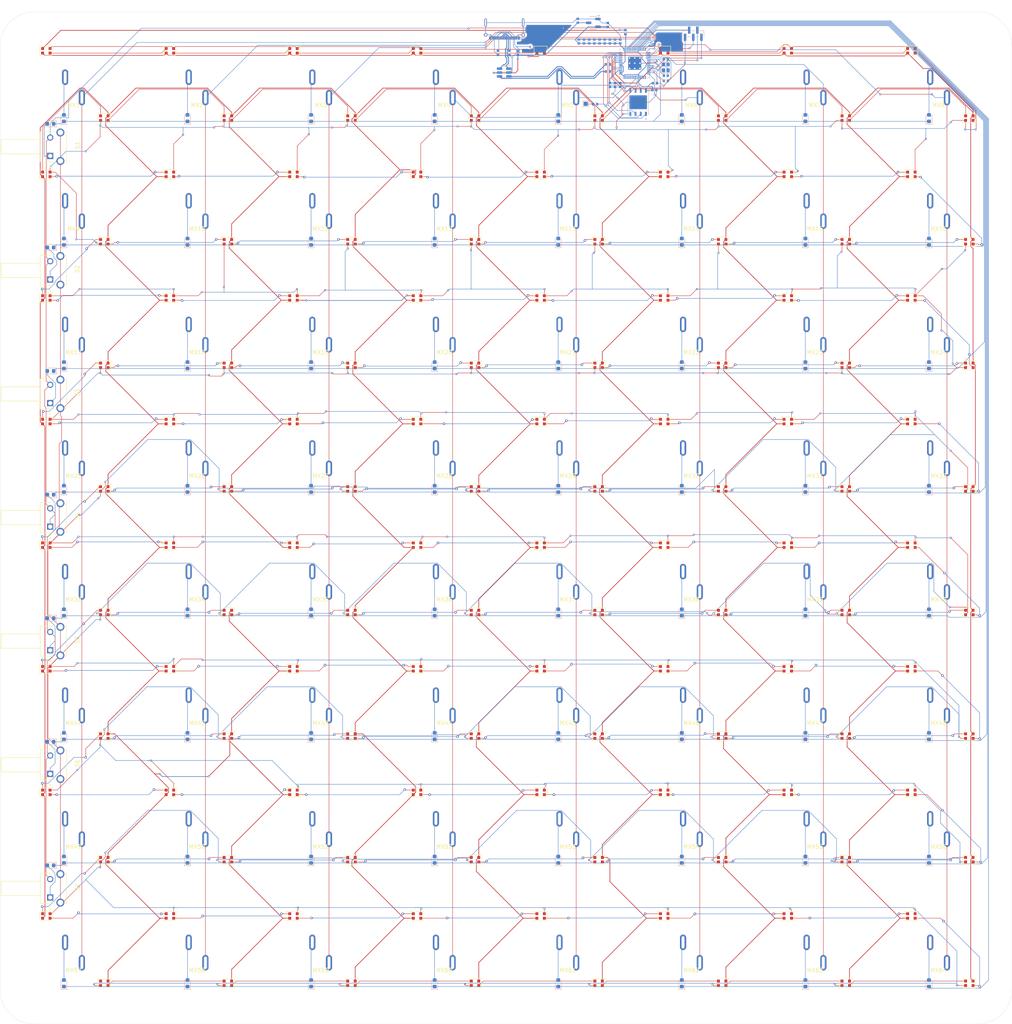
<source format=kicad_pcb>
(kicad_pcb (version 20241229) (generator "pcbnew") (generator_version "9.0")
  (layers (0 "F.Cu" signal) (2 "B.Cu" signal) (13 "F.Paste" user) (15 "B.Paste" user) (5 "F.SilkS" user "F.Silkscreen") (7 "B.SilkS" user "B.Silkscreen") (1 "F.Mask" user) (3 "B.Mask" user) (25 "Edge.Cuts" user))
  (net 0 "")
  (net 1 "XTAL_IN")
  (net 2 "XTAL_OUT")
  (net 3 "+3V3")
  (net 4 "+5V")
  (net 5 "+1V1")
  (net 6 "Net-(D1-A)")
  (net 7 "ROW0")
  (net 8 "Net-(D2-A)")
  (net 9 "Net-(D3-A)")
  (net 10 "Net-(D4-A)")
  (net 11 "Net-(D5-A)")
  (net 12 "Net-(D6-A)")
  (net 13 "Net-(D7-A)")
  (net 14 "Net-(D8-A)")
  (net 15 "ROW1")
  (net 16 "Net-(D11-A)")
  (net 17 "Net-(D12-A)")
  (net 18 "Net-(D13-A)")
  (net 19 "Net-(D14-A)")
  (net 20 "Net-(D15-A)")
  (net 21 "Net-(D16-A)")
  (net 22 "Net-(D17-A)")
  (net 23 "ROW2")
  (net 24 "ROW3")
  (net 25 "Net-(D18-A)")
  (net 26 "Net-(D20-A)")
  (net 27 "Net-(D21-A)")
  (net 28 "Net-(D22-A)")
  (net 29 "Net-(D23-A)")
  (net 30 "Net-(D24-A)")
  (net 31 "Net-(D25-A)")
  (net 32 "Net-(D26-A)")
  (net 33 "Net-(D27-A)")
  (net 34 "Net-(D29-A)")
  (net 35 "Net-(D30-A)")
  (net 36 "Net-(D31-A)")
  (net 37 "Net-(D33-A)")
  (net 38 "ROW4")
  (net 39 "ROW5")
  (net 40 "Net-(D34-A)")
  (net 41 "ROW6")
  (net 42 "Net-(D35-A)")
  (net 43 "ROW7")
  (net 44 "Net-(D38-A)")
  (net 45 "Net-(D39-A)")
  (net 46 "Net-(D41-A)")
  (net 47 "Net-(D42-A)")
  (net 48 "Net-(D43-A)")
  (net 49 "Net-(D44-A)")
  (net 50 "Net-(D49-A)")
  (net 51 "Net-(D50-A)")
  (net 52 "Net-(D51-A)")
  (net 53 "Net-(D52-A)")
  (net 54 "Net-(D53-A)")
  (net 55 "Net-(D54-A)")
  (net 56 "Net-(D57-A)")
  (net 57 "Net-(D58-A)")
  (net 58 "Net-(D59-A)")
  (net 59 "Net-(D60-A)")
  (net 60 "Net-(D61-A)")
  (net 61 "Net-(D62-A)")
  (net 62 "Net-(D63-A)")
  (net 63 "Net-(D73-DOUT)")
  (net 64 "Net-(D65-DOUT)")
  (net 65 "Net-(D65-DIN)")
  (net 66 "Net-(D66-DOUT)")
  (net 67 "Net-(D67-DOUT)")
  (net 68 "Net-(D68-DOUT)")
  (net 69 "Net-(D81-DOUT)")
  (net 70 "Net-(D82-DOUT)")
  (net 71 "Net-(D83-DOUT)")
  (net 72 "Net-(D69-DOUT)")
  (net 73 "Net-(D84-DOUT)")
  (net 74 "Net-(D85-DOUT)")
  (net 75 "Net-(D70-DOUT)")
  (net 76 "Net-(D86-DOUT)")
  (net 77 "Net-(D87-DOUT)")
  (net 78 "Net-(D88-DOUT)")
  (net 79 "Net-(D71-DOUT)")
  (net 80 "Net-(D72-DOUT)")
  (net 81 "Net-(D100-DIN)")
  (net 82 "Net-(D100-DOUT)")
  (net 83 "Net-(D101-DOUT)")
  (net 84 "Net-(D102-DOUT)")
  (net 85 "Net-(D103-DOUT)")
  (net 86 "Net-(D104-DOUT)")
  (net 87 "Net-(D105-DOUT)")
  (net 88 "Net-(D109-DOUT)")
  (net 89 "Net-(D113-DOUT)")
  (net 90 "Net-(D115-DOUT)")
  (net 91 "Net-(D117-DOUT)")
  (net 92 "Net-(D108-DOUT)")
  (net 93 "Net-(D119-DOUT)")
  (net 94 "Net-(D112-DOUT)")
  (net 95 "Net-(D121-DOUT)")
  (net 96 "Net-(D114-DOUT)")
  (net 97 "Net-(D116-DOUT)")
  (net 98 "Net-(D118-DOUT)")
  (net 99 "Net-(D120-DOUT)")
  (net 100 "VBUS")
  (net 101 "SWDIO")
  (net 102 "SWCLK")
  (net 103 "~{RESET}")
  (net 104 "Net-(J2-CC1)")
  (net 105 "D_USB_N")
  (net 107 "Net-(J2-CC2)")
  (net 109 "D_USB_P")
  (net 110 "COL0")
  (net 111 "COL1")
  (net 112 "COL2")
  (net 113 "COL3")
  (net 114 "COL4")
  (net 115 "COL5")
  (net 116 "COL6")
  (net 117 "COL7")
  (net 118 "Net-(U1-XTAL_OUT)")
  (net 119 "Net-(R2-Pad1)")
  (net 120 "Net-(U1-D+)")
  (net 121 "D_P")
  (net 122 "D_N")
  (net 123 "Net-(U1-D-)")
  (net 124 "LED_DIN")
  (net 127 "QSPI_SD0")
  (net 129 "QSPI_SCLK")
  (net 133 "QSPI_SD1")
  (net 134 "COL8")
  (net 136 "QSPI_SD3")
  (net 138 "QSPI_SD2")
  (net 141 "QSPI_SS_N")
  (net 142 "Net-(D193-A)")
  (net 143 "Net-(D194-A)")
  (net 144 "Net-(D195-A)")
  (net 145 "Net-(D196-A)")
  (net 148 "Net-(D197-A)")
  (net 149 "Net-(D198-A)")
  (net 150 "Net-(D36-A)")
  (net 151 "Net-(D45-A)")
  (net 152 "Net-(D55-A)")
  (net 153 "Net-(D199-A)")
  (net 154 "Net-(D9-A)")
  (net 155 "Net-(D10-A)")
  (net 156 "Net-(D19-A)")
  (net 157 "Net-(D28-A)")
  (net 158 "Net-(D37-A)")
  (net 159 "Net-(D46-A)")
  (net 160 "Net-(D47-A)")
  (net 161 "Net-(D74-DOUT)")
  (net 162 "Net-(D75-DOUT)")
  (net 163 "Net-(D76-DOUT)")
  (net 164 "Net-(D77-DOUT)")
  (net 165 "Net-(D78-DOUT)")
  (net 166 "Net-(D79-DOUT)")
  (net 167 "Net-(D80-DOUT)")
  (net 168 "Net-(D89-DOUT)")
  (net 169 "Net-(D90-DOUT)")
  (net 170 "Net-(D91-DOUT)")
  (net 171 "Net-(D92-DOUT)")
  (net 172 "Net-(D93-DOUT)")
  (net 173 "Net-(D94-DOUT)")
  (net 174 "Net-(D95-DOUT)")
  (net 175 "Net-(D96-DOUT)")
  (net 176 "Net-(D97-DOUT)")
  (net 177 "Net-(D98-DOUT)")
  (net 178 "Net-(D106-DOUT)")
  (net 179 "Net-(D107-DOUT)")
  (net 180 "Net-(D110-DOUT)")
  (net 181 "Net-(D111-DOUT)")
  (net 182 "Net-(D122-DOUT)")
  (net 183 "Net-(D123-DOUT)")
  (net 184 "Net-(D124-DOUT)")
  (net 185 "Net-(D125-DOUT)")
  (net 186 "Net-(D126-DOUT)")
  (net 187 "Net-(D127-DOUT)")
  (net 188 "Net-(D128-DOUT)")
  (net 189 "Net-(D129-DOUT)")
  (net 190 "Net-(D130-DOUT)")
  (net 191 "Net-(D131-DOUT)")
  (net 192 "Net-(D132-DOUT)")
  (net 193 "Net-(D133-DOUT)")
  (net 194 "Net-(D134-DOUT)")
  (net 195 "Net-(D135-DOUT)")
  (net 196 "Net-(D136-DOUT)")
  (net 197 "Net-(D137-DOUT)")
  (net 198 "Net-(D138-DOUT)")
  (net 199 "Net-(D139-DOUT)")
  (net 200 "Net-(D140-DOUT)")
  (net 201 "Net-(D141-DOUT)")
  (net 202 "Net-(D142-DOUT)")
  (net 203 "Net-(D143-DOUT)")
  (net 204 "Net-(D144-DOUT)")
  (net 205 "Net-(D145-DOUT)")
  (net 206 "Net-(D146-DOUT)")
  (net 207 "Net-(D147-DOUT)")
  (net 208 "Net-(D148-DOUT)")
  (net 209 "Net-(D149-DOUT)")
  (net 210 "Net-(D150-DOUT)")
  (net 211 "Net-(D151-DOUT)")
  (net 212 "Net-(D152-DOUT)")
  (net 213 "Net-(D153-DOUT)")
  (net 214 "Net-(D154-DOUT)")
  (net 215 "Net-(D155-DOUT)")
  (net 216 "Net-(D156-DOUT)")
  (net 217 "Net-(D157-DOUT)")
  (net 218 "Net-(D158-DOUT)")
  (net 219 "Net-(D159-DOUT)")
  (net 220 "Net-(D160-DOUT)")
  (net 221 "Net-(D161-DOUT)")
  (net 222 "Net-(D162-DOUT)")
  (net 223 "Net-(D163-DOUT)")
  (net 224 "Net-(D164-DOUT)")
  (net 225 "Net-(D165-DOUT)")
  (net 226 "Net-(D166-DOUT)")
  (net 227 "Net-(D167-DOUT)")
  (net 228 "Net-(D168-DOUT)")
  (net 229 "Net-(D169-DOUT)")
  (net 230 "Net-(D170-DOUT)")
  (net 231 "Net-(D171-DOUT)")
  (net 232 "Net-(D172-DOUT)")
  (net 233 "Net-(D173-DOUT)")
  (net 234 "Net-(D174-DOUT)")
  (net 235 "Net-(D175-DOUT)")
  (net 236 "Net-(D176-DOUT)")
  (net 237 "Net-(D177-DOUT)")
  (net 238 "Net-(D178-DOUT)")
  (net 239 "Net-(D179-DOUT)")
  (net 240 "Net-(D180-DOUT)")
  (net 241 "Net-(D181-DOUT)")
  (net 242 "Net-(D182-DOUT)")
  (net 243 "Net-(D183-DOUT)")
  (net 244 "Net-(D184-DOUT)")
  (net 245 "Net-(D185-DOUT)")
  (net 246 "Net-(D186-DOUT)")
  (net 247 "Net-(D187-DOUT)")
  (net 248 "Net-(D188-DOUT)")
  (net 249 "Net-(D189-DOUT)")
  (net 250 "Net-(D190-DOUT)")
  (net 251 "Net-(D191-DOUT)")
  (net 253 "GND")
  (net 254 "Net-(D32-A)")
  (net 255 "Net-(D40-A)")
  (net 256 "Net-(D48-A)")
  (net 257 "Net-(D56-A)")
  (net 258 "Net-(D64-A)")
  (footprint "LED_SMD:LED_WS2812B-2020_PLCC4_2.0x2.0mm-notext" (layer "F.Cu") (at -84.402 -265.864)
    (property "Reference" "D90")
    (property "Value" "WS2812B-2020")
  )
  (footprint "LED_SMD:LED_WS2812B-2020_PLCC4_2.0x2.0mm-notext" (layer "F.Cu") (at -250.116 -221.774 180)
    (property "Reference" "D114")
    (property "Value" "WS2812B-2020")
  )
  (footprint "LED_SMD:LED_WS2812B-2020_PLCC4_2.0x2.0mm-notext" (layer "F.Cu") (at -266.202 -84.064)
    (property "Reference" "D192")
    (property "Value" "WS2812B-2020")
  )
  (footprint "LED_SMD:LED_WS2812B-2020_PLCC4_2.0x2.0mm-notext" (layer "F.Cu") (at -175.302 -235.564)
    (property "Reference" "D109")
    (property "Value" "WS2812B-2020")
  )
  (footprint "Arcade_Switch:MM9-3-AU-withbutton" (layer "F.Cu") (at -182.85 -273.9)
    (property "Reference" "MX12")
    (property "Value" "MX-NoLED")
  )
  (footprint "LED_SMD:LED_WS2812B-2020_PLCC4_2.0x2.0mm-notext" (layer "F.Cu") (at -68.316 -282.374 180)
    (property "Reference" "D88")
    (property "Value" "WS2812B-2020")
  )
  (footprint "LED_SMD:LED_WS2812B-2020_PLCC4_2.0x2.0mm-notext" (layer "F.Cu") (at -68.316 -221.774 180)
    (property "Reference" "D120")
    (property "Value" "WS2812B-2020")
  )
  (footprint "LED_SMD:LED_WS2812B-2020_PLCC4_2.0x2.0mm-notext" (layer "F.Cu") (at -280.416 -130.874 180)
    (property "Reference" "D161")
    (property "Value" "WS2812B-2020")
  )
  (footprint "LED_SMD:LED_WS2812B-2020_PLCC4_2.0x2.0mm-notext" (layer "F.Cu") (at -54.102 -265.864)
    (property "Reference" "D89")
    (property "Value" "WS2812B-2020")
  )
  (footprint "Arcade_Switch:MM9-3-AU-withbutton" (layer "F.Cu") (at -213.15 -122.4)
    (property "Reference" "MX51")
    (property "Value" "MX-NoLED")
  )
  (footprint "Arcade_Switch:MM9-3-AU-withbutton" (layer "F.Cu") (at -122.25 -243.6)
    (property "Reference" "MX22")
    (property "Value" "MX-NoLED")
  )
  (footprint "LED_SMD:LED_WS2812B-2020_PLCC4_2.0x2.0mm-notext" (layer "F.Cu") (at -68.316 -161.174 180)
    (property "Reference" "D152")
    (property "Value" "WS2812B-2020")
  )
  (footprint "LED_SMD:LED_WS2812B-2020_PLCC4_2.0x2.0mm-notext" (layer "F.Cu") (at -114.702 -235.564)
    (property "Reference" "D107")
    (property "Value" "WS2812B-2020")
  )
  (footprint "LED_SMD:LED_WS2812B-2020_PLCC4_2.0x2.0mm-notext" (layer "F.Cu") (at -54.102 -174.964)
    (property "Reference" "D137")
    (property "Value" "WS2812B-2020")
  )
  (footprint "Arcade_Switch:MM9-3-AU-withbutton" (layer "F.Cu") (at -182.85 -304.2)
    (property "Reference" "MX4")
    (property "Value" "MX-NoLED")
  )
  (footprint "LED_SMD:LED_WS2812B-2020_PLCC4_2.0x2.0mm-notext" (layer "F.Cu") (at -159.216 -191.474 180)
    (property "Reference" "D133")
    (property "Value" "WS2812B-2020")
  )
  (footprint "LED_SMD:LED_WS2812B-2020_PLCC4_2.0x2.0mm-notext" (layer "F.Cu") (at -280.416 -221.774 180)
    (property "Reference" "D113")
    (property "Value" "WS2812B-2020")
  )
  (footprint "LED_SMD:LED_WS2812B-2020_PLCC4_2.0x2.0mm-notext" (layer "F.Cu") (at -114.702 -265.864)
    (property "Reference" "D91")
    (property "Value" "WS2812B-2020")
  )
  (footprint "LED_SMD:LED_WS2812B-2020_PLCC4_2.0x2.0mm-notext" (layer "F.Cu") (at -189.516 -282.374 180)
    (property "Reference" "D84")
    (property "Value" "WS2812B-2020")
  )
  (footprint "Arcade_Switch:MM9-3-AU-withbutton" (layer "F.Cu") (at -243.45 -304.2)
    (property "Reference" "MX2")
    (property "Value" "MX-NoLED")
  )
  (footprint "LED_SMD:LED_WS2812B-2020_PLCC4_2.0x2.0mm-notext" (layer "F.Cu") (at -98.616 -221.774 180)
    (property "Reference" "D119")
    (property "Value" "WS2812B-2020")
  )
  (footprint "LED_SMD:LED_WS2812B-2020_PLCC4_2.0x2.0mm-notext" (layer "F.Cu") (at -205.602 -114.364)
    (property "Reference" "D174")
    (property "Value" "WS2812B-2020")
  )
  (footprint "LED_SMD:LED_WS2812B-2020_PLCC4_2.0x2.0mm-notext" (layer "F.Cu") (at -266.202 -235.564)
    (property "Reference" "D112")
    (property "Value" "WS2812B-2020")
  )
  (footprint "LED_SMD:LED_WS2812B-2020_PLCC4_2.0x2.0mm-notext" (layer "F.Cu") (at -266.202 -144.664)
    (property "Reference" "D160")
    (property "Value" "WS2812B-2020")
  )
  (footprint "LED_SMD:LED_WS2812B-2020_PLCC4_2.0x2.0mm-notext" (layer "F.Cu") (at -54.102 -144.664)
    (property "Reference" "D153")
    (property "Value" "WS2812B-2020")
  )
  (footprint "LED_SMD:LED_WS2812B-2020_PLCC4_2.0x2.0mm-notext" (layer "F.Cu") (at -145.002 -265.864)
    (property "Reference" "D92")
    (property "Value" "WS2812B-2020")
  )
  (footprint "LED_SMD:LED_WS2812B-2020_PLCC4_2.0x2.0mm-notext" (layer "F.Cu") (at -205.602 -265.864)
    (property "Reference" "D94")
    (property "Value" "WS2812B-2020")
  )
  (footprint "LED_SMD:LED_WS2812B-2020_PLCC4_2.0x2.0mm-notext" (layer "F.Cu") (at -159.216 -312.674 180)
    (property "Reference" "D69")
    (property "Value" "WS2812B-2020")
  )
  (footprint "LED_SMD:LED_WS2812B-2020_PLCC4_2.0x2.0mm-notext" (layer "F.Cu") (at -145.002 -84.064)
    (property "Reference" "D188")
    (property "Value" "WS2812B-2020")
  )
  (footprint "LED_SMD:LED_WS2812B-2020_PLCC4_2.0x2.0mm-notext" (layer "F.Cu") (at -68.316 -312.674 180)
    (property "Reference" "D72")
    (property "Value" "WS2812B-2020")
  )
  (footprint "Arcade_Switch:MM9-3-AU-withbutton" (layer "F.Cu") (at -122.25 -152.7)
    (property "Reference" "MX46")
    (property "Value" "MX-NoLED")
  )
  (footprint "Arcade_Switch:MM9-3-AU-withbutton" (layer "F.Cu") (at -91.95 -122.4)
    (property "Reference" "MX55")
    (property "Value" "MX-NoLED")
  )
  (footprint "LED_SMD:LED_WS2812B-2020_PLCC4_2.0x2.0mm-notext" (layer "F.Cu") (at -250.116 -191.474 180)
    (property "Reference" "D130")
    (property "Value" "WS2812B-2020")
  )
  (footprint "Arcade_Switch:MM9-3-AU-withbutton" (layer "F.Cu") (at -61.65 -122.4)
    (property "Reference" "MX56")
    (property "Value" "MX-NoLED")
  )
  (footprint "TS11-674-120-BK-100-RA-D:SW_TS11-674-120-BK-100-RA-D" (layer "F.Cu") (at -279.464 -258.85 -90)
    (property "Reference" "S2")
    (property "Value" "TS11-674-120-BK-100-RA-D")
  )
  (footprint "LED_SMD:LED_WS2812B-2020_PLCC4_2.0x2.0mm-notext" (layer "F.Cu") (at -189.516 -191.474 180)
    (property "Reference" "D132")
    (property "Value" "WS2812B-2020")
  )
  (footprint "LED_SMD:LED_WS2812B-2020_PLCC4_2.0x2.0mm-notext" (layer "F.Cu") (at -235.902 -114.364)
    (property "Reference" "D175")
    (property "Value" "WS2812B-2020")
  )
  (footprint "Arcade_Switch:MM9-3-AU-withbutton" (layer "F.Cu") (at -61.65 -152.7)
    (property "Reference" "MX48")
    (property "Value" "MX-NoLED")
  )
  (footprint "TS11-674-120-BK-100-RA-D:SW_TS11-674-120-BK-100-RA-D" (layer "F.Cu") (at -279.464 -289.15 -90)
    (property "Reference" "S1")
    (property "Value" "TS11-674-120-BK-100-RA-D")
  )
  (footprint "LED_SMD:LED_WS2812B-2020_PLCC4_2.0x2.0mm-notext" (layer "F.Cu") (at -250.116 -312.674 180)
    (property "Reference" "D66")
    (property "Value" "WS2812B-2020")
  )
  (footprint "Arcade_Switch:MM9-3-AU-withbutton" (layer "F.Cu") (at -61.65 -183)
    (property "Reference" "MX40")
    (property "Value" "MX-NoLED")
  )
  (footprint "LED_SMD:LED_WS2812B-2020_PLCC4_2.0x2.0mm-notext" (layer "F.Cu") (at -235.902 -265.864)
    (property "Reference" "D95")
    (property "Value" "WS2812B-2020")
  )
  (footprint "Arcade_Switch:MM9-3-AU-withbutton" (layer "F.Cu") (at -91.95 -152.7)
    (property "Reference" "MX47")
    (property "Value" "MX-NoLED")
  )
  (footprint "LED_SMD:LED_WS2812B-2020_PLCC4_2.0x2.0mm-notext" (layer "F.Cu") (at -84.402 -84.064)
    (property "Reference" "D186")
    (property "Value" "WS2812B-2020")
  )
  (footprint "LED_SMD:LED_WS2812B-2020_PLCC4_2.0x2.0mm-notext" (layer "F.Cu") (at -175.302 -296.164)
    (property "Reference" "D77")
    (property "Value" "WS2812B-2020")
  )
  (footprint "LED_SMD:LED_WS2812B-2020_PLCC4_2.0x2.0mm-notext" (layer "F.Cu") (at -266.202 -296.164)
    (property "Reference" "D80")
    (property "Value" "WS2812B-2020")
  )
  (footprint "LED_SMD:LED_WS2812B-2020_PLCC4_2.0x2.0mm-notext" (layer "F.Cu") (at -280.416 -191.474 180)
    (property "Reference" "D129")
    (property "Value" "WS2812B-2020")
  )
  (footprint "LED_SMD:LED_WS2812B-2020_PLCC4_2.0x2.0mm-notext" (layer "F.Cu") (at -205.602 -144.664)
    (property "Reference" "D158")
    (property "Value" "WS2812B-2020")
  )
  (footprint "LED_SMD:LED_WS2812B-2020_PLCC4_2.0x2.0mm-notext" (layer "F.Cu") (at -189.516 -161.174 180)
    (property "Reference" "D148")
    (property "Value" "WS2812B-2020")
  )
  (footprint "Arcade_Switch:MM9-3-AU-withbutton" (layer "F.Cu") (at -243.45 -152.7)
    (property "Reference" "MX42")
    (property "Value" "MX-NoLED")
  )
  (footprint "LED_SMD:LED_WS2812B-2020_PLCC4_2.0x2.0mm-notext" (layer "F.Cu") (at -114.702 -84.064)
    (property "Reference" "D187")
    (property "Value" "WS2812B-2020")
  )
  (footprint "LED_SMD:LED_WS2812B-2020_PLCC4_2.0x2.0mm-notext" (layer "F.Cu") (at -205.602 -235.564)
    (property "Reference" "D110")
    (property "Value" "WS2812B-2020")
  )
  (footprint "Arcade_Switch:MM9-3-AU-withbutton" (layer "F.Cu") (at -152.55 -122.4)
    (property "Reference" "MX53")
    (property "Value" "MX-NoLED")
  )
  (footprint "LED_SMD:LED_WS2812B-2020_PLCC4_2.0x2.0mm-notext" (layer "F.Cu") (at -280.416 -100.574 180)
    (property "Reference" "D177")
    (property "Value" "WS2812B-2020")
  )
  (footprint "LED_SMD:LED_WS2812B-2020_PLCC4_2.0x2.0mm-notext" (layer "F.Cu") (at -84.402 -144.664)
    (property "Reference" "D154")
    (property "Value" "WS2812B-2020")
  )
  (footprint "LED_SMD:LED_WS2812B-2020_PLCC4_2.0x2.0mm-notext" (layer "F.Cu") (at -189.516 -252.074 180)
    (property "Reference" "D100")
    (property "Value" "WS2812B-2020")
  )
  (footprint "Arcade_Switch:MM9-3-AU-withbutton" (layer "F.Cu") (at -122.25 -183)
    (property "Reference" "MX38")
    (property "Value" "MX-NoLED")
  )
  (footprint "LED_SMD:LED_WS2812B-2020_PLCC4_2.0x2.0mm-notext" (layer "F.Cu") (at -128.916 -191.474 180)
    (property "Reference" "D134")
    (property "Value" "WS2812B-2020")
  )
  (footprint "LED_SMD:LED_WS2812B-2020_PLCC4_2.0x2.0mm-notext" (layer "F.Cu") (at -98.616 -161.174 180)
    (property "Reference" "D151")
    (property "Value" "WS2812B-2020")
  )
  (footprint "Arcade_Switch:MM9-3-AU-withbutton" (layer "F.Cu") (at -152.55 -183)
    (property "Reference" "MX37")
    (property "Value" "MX-NoLED")
  )
  (footprint "Arcade_Switch:MM9-3-AU-withbutton" (layer "F.Cu") (at -152.55 -92.1)
    (property "Reference" "MX61")
    (property "Value" "MX-NoLED")
  )
  (footprint "TS11-674-120-BK-100-RA-D:SW_TS11-674-120-BK-100-RA-D" (layer "F.Cu") (at -279.464 -167.95 -90)
    (property "Reference" "S5")
    (property "Value" "TS11-674-120-BK-100-RA-D")
  )
  (footprint "LED_SMD:LED_WS2812B-2020_PLCC4_2.0x2.0mm-notext" (layer "F.Cu") (at -205.602 -205.264)
    (property "Reference" "D126")
    (property "Value" "WS2812B-2020")
  )
  (footprint "LED_SMD:LED_WS2812B-2020_PLCC4_2.0x2.0mm-notext" (layer "F.Cu") (at -114.702 -174.964)
    (property "Reference" "D139")
    (property "Value" "WS2812B-2020")
  )
  (footprint "LED_SMD:LED_WS2812B-2020_PLCC4_2.0x2.0mm-notext" (layer "F.Cu") (at -98.616 -252.074 180)
    (property "Reference" "D103")
    (property "Value" "WS2812B-2020")
  )
  (footprint "LED_SMD:LED_WS2812B-2020_PLCC4_2.0x2.0mm-notext" (layer "F.Cu") (at -84.402 -235.564)
    (property "Reference" "D106")
    (property "Value" "WS2812B-2020")
  )
  (footprint "LED_SMD:LED_WS2812B-2020_PLCC4_2.0x2.0mm-notext" (layer "F.Cu") (at -98.616 -282.374 180)
    (property "Reference" "D87")
    (property "Value" "WS2812B-2020")
  )
  (footprint "LED_SMD:LED_WS2812B-2020_PLCC4_2.0x2.0mm-notext" (layer "F.Cu") (at -68.316 -100.574 180)
    (property "Reference" "D184")
    (property "Value" "WS2812B-2020")
  )
  (footprint "LED_SMD:LED_WS2812B-2020_PLCC4_2.0x2.0mm-notext" (layer "F.Cu") (at -280.416 -312.674 180)
    (property "Reference" "D65")
    (property "Value" "WS2812B-2020")
  )
  (footprint "TS11-674-120-BK-100-RA-D:SW_TS11-674-120-BK-100-RA-D" (layer "F.Cu") (at -279.464 -228.55 -90)
    (property "Reference" "S3")
    (property "Value" "TS11-674-120-BK-100-RA-D")
  )
  (footprint "LED_SMD:LED_WS2812B-2020_PLCC4_2.0x2.0mm-notext" (layer "F.Cu") (at -219.816 -252.074 180)
    (property "Reference" "D99")
    (property "Value" "WS2812B-2020")
  )
  (footprint "LED_SMD:LED_WS2812B-2020_PLCC4_2.0x2.0mm-notext" (layer "F.Cu") (at -159.216 -130.874 180)
    (property "Reference" "D165")
    (property "Value" "WS2812B-2020")
  )
  (footprint "LED_SMD:LED_WS2812B-2020_PLCC4_2.0x2.0mm-notext" (layer "F.Cu") (at -145.002 -144.664)
    (property "Reference" "D156")
    (property "Value" "WS2812B-2020")
  )
  (footprint "LED_SMD:LED_WS2812B-2020_PLCC4_2.0x2.0mm-notext" (layer "F.Cu") (at -114.702 -296.164)
    (property "Reference" "D75")
    (property "Value" "WS2812B-2020")
  )
  (footprint "Arcade_Switch:MM9-3-AU-withbutton" (layer "F.Cu") (at -182.85 -122.4)
    (property "Reference" "MX52")
    (property "Value" "MX-NoLED")
  )
  (footprint "Arcade_Switch:MM9-3-AU-withbutton" (layer "F.Cu") (at -243.45 -122.4)
    (property "Reference" "MX50")
    (property "Value" "MX-NoLED")
  )
  (footprint "LED_SMD:LED_WS2812B-2020_PLCC4_2.0x2.0mm-notext" (layer "F.Cu") (at -189.516 -130.874 180)
    (property "Reference" "D164")
    (property "Value" "WS2812B-2020")
  )
  (footprint "Arcade_Switch:MM9-3-AU-withbutton" (layer "F.Cu") (at -122.25 -273.9)
    (property "Reference" "MX14")
    (property "Value" "MX-NoLED")
  )
  (footprint "LED_SMD:LED_WS2812B-2020_PLCC4_2.0x2.0mm-notext" (layer "F.Cu") (at -68.316 -130.874 180)
    (property "Reference" "D168")
    (property "Value" "WS2812B-2020")
  )
  (footprint "LED_SMD:LED_WS2812B-2020_PLCC4_2.0x2.0mm-notext" (layer "F.Cu") (at -205.602 -84.064)
    (property "Reference" "D190")
    (property "Value" "WS2812B-2020")
  )
  (footprint "LED_SMD:LED_WS2812B-2020_PLCC4_2.0x2.0mm-notext" (layer "F.Cu") (at -250.116 -282.374 180)
    (property "Reference" "D82")
    (property "Value" "WS2812B-2020")
  )
  (footprint "LED_SMD:LED_WS2812B-2020_PLCC4_2.0x2.0mm-notext" (layer "F.Cu") (at -128.916 -312.674 180)
    (property "Reference" "D70")
    (property "Value" "WS2812B-2020")
  )
  (footprint "LED_SMD:LED_WS2812B-2020_PLCC4_2.0x2.0mm-notext" (layer "F.Cu") (at -84.402 -205.264)
    (property "Reference" "D122")
    (property "Value" "WS2812B-2020")
  )
  (footprint "Arcade_Switch:MM9-3-AU-withbutton" (layer "F.Cu") (at -61.65 -304.2)
    (property "Reference" "MX8")
    (property "Value" "MX-NoLED")
  )
  (footprint "LED_SMD:LED_WS2812B-2020_PLCC4_2.0x2.0mm-notext" (layer "F.Cu") (at -159.216 -252.074 180)
    (property "Reference" "D101")
    (property "Value" "WS2812B-2020")
  )
  (footprint "LED_SMD:LED_WS2812B-2020_PLCC4_2.0x2.0mm-notext" (layer "F.Cu") (at -54.102 -84.064)
    (property "Reference" "D185")
    (property "Value" "WS2812B-2020")
  )
  (footprint "LED_SMD:LED_WS2812B-2020_PLCC4_2.0x2.0mm-notext" (layer "F.Cu") (at -219.816 -130.874 180)
    (property "Reference" "D163")
    (property "Value" "WS2812B-2020")
  )
  (footprint "Arcade_Switch:MM9-3-AU-withbutton" (layer "F.Cu") (at -152.55 -152.7)
    (property "Reference" "MX45")
    (property "Value" "MX-NoLED")
  )
  (footprint "LED_SMD:LED_WS2812B-2020_PLCC4_2.0x2.0mm-notext" (layer "F.Cu") (at -219.816 -282.374 180)
    (property "Reference" "D83")
    (property "Value" "WS2812B-2020")
  )
  (footprint "Arcade_Switch:MM9-3-AU-withbutton" (layer "F.Cu") (at -152.55 -304.2)
    (property "Reference" "MX5")
    (property "Value" "MX-NoLED")
  )
  (footprint "Arcade_Switch:MM9-3-AU-withbutton" (layer "F.Cu") (at -122.25 -304.2)
    (property "Reference" "MX6")
    (property "Value" "MX-NoLED")
  )
  (footprint "LED_SMD:LED_WS2812B-2020_PLCC4_2.0x2.0mm-notext" (layer "F.Cu") (at -128.916 -161.174 180)
    (property "Reference" "D150")
    (property "Value" "WS2812B-2020")
  )
  (footprint "LED_SMD:LED_WS2812B-2020_PLCC4_2.0x2.0mm-notext" (layer "F.Cu") (at -98.616 -312.674 180)
    (property "Reference" "D71")
    (property "Value" "WS2812B-2020")
  )
  (footprint "LED_SMD:LED_WS2812B-2020_PLCC4_2.0x2.0mm-notext" (layer "F.Cu") (at -128.916 -100.574 180)
    (property "Reference" "D182")
    (property "Value" "WS2812B-2020")
  )
  (footprint "LED_SMD:LED_WS2812B-2020_PLCC4_2.0x2.0mm-notext" (layer "F.Cu") (at -219.816 -221.774 180)
    (property "Reference" "D115")
    (property "Value" "WS2812B-2020")
  )
  (footprint "LED_SMD:LED_WS2812B-2020_PLCC4_2.0x2.0mm-notext" (layer "F.Cu") (at -280.416 -282.374 180)
    (property "Reference" "D81")
    (property "Value" "WS2812B-2020")
  )
  (footprint "LED_SMD:LED_WS2812B-2020_PLCC4_2.0x2.0mm-notext" (layer "F.Cu") (at -235.902 -84.064)
    (property "Reference" "D191")
    (property "Value" "WS2812B-2020")
  )
  (footprint "Arcade_Switch:MM9-3-AU-withbutton" (layer "F.Cu") (at -273.75 -92.1)
    (property "Reference" "MX57")
    (property "Value" "MX-NoLED")
  )
  (footprint "LED_SMD:LED_WS2812B-2020_PLCC4_2.0x2.0mm-notext" (layer "F.Cu") (at -98.616 -191.474 180)
    (property "Reference" "D135")
    (property "Value" "WS2812B-2020")
  )
  (footprint "Arcade_Switch:MM9-3-AU-withbutton" (layer "F.Cu") (at -273.75 -243.6)
    (property "Reference" "MX17")
    (property "Value" "MX-NoLED")
  )
  (footprint "LED_SMD:LED_WS2812B-2020_PLCC4_2.0x2.0mm-notext" (layer "F.Cu") (at -250.116 -100.574 180)
    (property "Reference" "D178")
    (property "Value" "WS2812B-2020")
  )
  (footprint "LED_SMD:LED_WS2812B-2020_PLCC4_2.0x2.0mm-notext" (layer "F.Cu") (at -250.116 -252.074 180)
    (property "Reference" "D98")
    (property "Value" "WS2812B-2020")
  )
  (footprint "Arcade_Switch:MM9-3-AU-withbutton" (layer "F.Cu") (at -91.95 -273.9)
    (property "Reference" "MX15")
    (property "Value" "MX-NoLED")
  )
  (footprint "Arcade_Switch:MM9-3-AU-withbutton" (layer "F.Cu") (at -182.85 -183)
    (property "Reference" "MX36")
    (property "Value" "MX-NoLED")
  )
  (footprint "Arcade_Switch:MM9-3-AU-withbutton" (layer "F.Cu") (at -152.55 -213.3)
    (property "Reference" "MX29")
    (property "Value" "MX-NoLED")
  )
  (footprint "LED_SMD:LED_WS2812B-2020_PLCC4_2.0x2.0mm-notext" (layer "F.Cu") (at -175.302 -205.264)
    (property "Reference" "D125")
    (property "Value" "WS2812B-2020")
  )
  (footprint "LED_SMD:LED_WS2812B-2020_PLCC4_2.0x2.0mm-notext" (layer "F.Cu") (at -84.402 -114.364)
    (property "Reference" "D170")
    (property "Value" "WS2812B-2020")
  )
  (footprint "LED_SMD:LED_WS2812B-2020_PLCC4_2.0x2.0mm-notext" (layer "F.Cu") (at -266.202 -265.864)
    (property "Reference" "D96")
    (property "Value" "WS2812B-2020")
  )
  (footprint "LED_SMD:LED_WS2812B-2020_PLCC4_2.0x2.0mm-notext" (layer "F.Cu") (at -175.302 -114.364)
    (property "Reference" "D173")
    (property "Value" "WS2812B-2020")
  )
  (footprint "Arcade_Switch:MM9-3-AU-withbutton" (layer "F.Cu") (at -61.65 -92.1)
    (property "Reference" "MX64")
    (property "Value" "MX-NoLED")
  )
  (footprint "Arcade_Switch:MM9-3-AU-withbutton" (layer "F.Cu") (at -152.55 -243.6)
    (property "Reference" "MX21")
    (property "Value" "MX-NoLED")
  )
  (footprint "LED_SMD:LED_WS2812B-2020_PLCC4_2.0x2.0mm-notext" (layer "F.Cu") (at -98.616 -130.874 180)
    (property "Reference" "D167")
    (property "Value" "WS2812B-2020")
  )
  (footprint "Arcade_Switch:MM9-3-AU-withbutton" (layer "F.Cu") (at -243.45 -243.6)
    (property "Reference" "MX18")
    (property "Value" "MX-NoLED")
  )
  (footprint "LED_SMD:LED_WS2812B-2020_PLCC4_2.0x2.0mm-notext" (layer "F.Cu") (at -54.102 -114.364)
    (property "Reference" "D169")
    (property "Value" "WS2812B-2020")
  )
  (footprint "Arcade_Switch:MM9-3-AU-withbutton" (layer "F.Cu") (at -152.55 -273.9)
    (property "Reference" "MX13")
    (property "Value" "MX-NoLED")
  )
  (footprint "LED_SMD:LED_WS2812B-2020_PLCC4_2.0x2.0mm-notext" (layer "F.Cu") (at -219.816 -100.574 180)
    (property "Reference" "D179")
    (property "Value" "WS2812B-2020")
  )
  (footprint "LED_SMD:LED_WS2812B-2020_PLCC4_2.0x2.0mm-notext" (layer "F.Cu") (at -54.102 -235.564)
    (property "Reference" "D105")
    (property "Value" "WS2812B-2020")
  )
  (footprint "Arcade_Switch:MM9-3-AU-withbutton" (layer "F.Cu") (at -91.95 -243.6)
    (property "Reference" "MX23")
    (property "Value" "MX-NoLED")
  )
  (footprint "LED_SMD:LED_WS2812B-2020_PLCC4_2.0x2.0mm-notext" (layer "F.Cu") (at -145.002 -235.564)
    (property "Reference" "D108")
    (property "Value" "WS2812B-2020")
  )
  (footprint "Arcade_Switch:MM9-3-AU-withbutton" (layer "F.Cu") (at -213.15 -152.7)
    (property "Reference" "MX43")
    (property "Value" "MX-NoLED")
  )
  (footprint "Arcade_Switch:MM9-3-AU-withbutton" (layer "F.Cu") (at -213.15 -183)
    (property "Reference" "MX35")
    (property "Value" "MX-NoLED")
  )
  (footprint "LED_SMD:LED_WS2812B-2020_PLCC4_2.0x2.0mm-notext" (layer "F.Cu") (at -266.202 -114.364)
    (property "Reference" "D176")
    (property "Value" "WS2812B-2020")
  )
  (footprint "LED_SMD:LED_WS2812B-2020_PLCC4_2.0x2.0mm-notext" (layer "F.Cu") (at -235.902 -296.164)
    (property "Reference" "D79")
    (property "Value" "WS2812B-2020")
  )
  (footprint "Arcade_Switch:MM9-3-AU-withbutton" (layer "F.Cu") (at -61.65 -243.6)
    (property "Reference" "MX24")
    (property "Value" "MX-NoLED")
  )
  (footprint "LED_SMD:LED_WS2812B-2020_PLCC4_2.0x2.0mm-notext" (layer "F.Cu") (at -114.702 -205.264)
    (property "Reference" "D123")
    (property "Value" "WS2812B-2020")
  )
  (footprint "Arcade_Switch:MM9-3-AU-withbutton" (layer "F.Cu") (at -122.25 -92.1)
    (property "Reference" "MX62")
    (property "Value" "MX-NoLED")
  )
  (footprint "LED_SMD:LED_WS2812B-2020_PLCC4_2.0x2.0mm-notext" (layer "F.Cu") (at -159.216 -282.374 180)
    (property "Reference" "D85")
    (property "Value" "WS2812B-2020")
  )
  (footprint "LED_SMD:LED_WS2812B-2020_PLCC4_2.0x2.0mm-notext" (layer "F.Cu") (at -235.902 -174.964)
    (property "Reference" "D143")
    (property "Value" "WS2812B-2020")
  )
  (footprint "Arcade_Switch:MM9-3-AU-withbutton" (layer "F.Cu") (at -243.45 -183)
    (property "Reference" "MX34")
    (property "Value" "MX-NoLED")
  )
  (footprint "LED_SMD:LED_WS2812B-2020_PLCC4_2.0x2.0mm-notext" (layer "F.Cu") (at -68.316 -191.474 180)
    (property "Reference" "D136")
    (property "Value" "WS2812B-2020")
  )
  (footprint "LED_SMD:LED_WS2812B-2020_PLCC4_2.0x2.0mm-notext" (layer "F.Cu") (at -128.916 -130.874 180)
    (property "Reference" "D166")
    (property "Value" "WS2812B-2020")
  )
  (footprint "Arcade_Switch:MM9-3-AU-withbutton" (layer "F.Cu") (at -273.75 -122.4)
    (property "Reference" "MX49")
    (property "Value" "MX-NoLED")
  )
  (footprint "LED_SMD:LED_WS2812B-2020_PLCC4_2.0x2.0mm-notext" (layer "F.Cu") (at -205.602 -174.964)
    (property "Reference" "D142")
    (property "Value" "WS2812B-2020")
  )
  (footprint "LED_SMD:LED_WS2812B-2020_PLCC4_2.0x2.0mm-notext" (layer "F.Cu") (at -145.002 -296.164)
    (property "Reference" "D76")
    (property "Value" "WS2812B-2020")
  )
  (footprint "Arcade_Switch:MM9-3-AU-withbutton" (layer "F.Cu") (at -213.15 -243.6)
    (property "Reference" "MX19")
    (property "Value" "MX-NoLED")
  )
  (footprint "LED_SMD:LED_WS2812B-2020_PLCC4_2.0x2.0mm-notext" (layer "F.Cu") (at -280.416 -161.174 180)
    (property "Reference" "D145")
    (property "Value" "WS2812B-2020")
  )
  (footprint "LED_SMD:LED_WS2812B-2020_PLCC4_2.0x2.0mm-notext" (layer "F.Cu") (at -205.602 -296.164)
    (property "Reference" "D78")
    (property "Value" "WS2812B-2020")
  )
  (footprint "LED_SMD:LED_WS2812B-2020_PLCC4_2.0x2.0mm-notext" (layer "F.Cu") (at -159.216 -161.174 180)
    (property "Reference" "D149")
    (property "Value" "WS2812B-2020")
  )
  (footprint "Arcade_Switch:MM9-3-AU-withbutton" (layer "F.Cu") (at -213.15 -304.2)
    (property "Reference" "MX3")
    (property "Value" "MX-NoLED")
  )
  (footprint "Arcade_Switch:MM9-3-AU-withbutton" (layer "F.Cu") (at -273.75 -304.2)
    (property "Reference" "MX1")
    (property "Value" "MX-NoLED")
  )
  (footprint "Arcade_Switch:MM9-3-AU-withbutton" (layer "F.Cu") (at -61.65 -213.3)
    (property "Reference" "MX32")
    (property "Value" "MX-NoLED")
  )
  (footprint "LED_SMD:LED_WS2812B-2020_PLCC4_2.0x2.0mm-notext" (layer "F.Cu") (at -54.102 -205.264)
    (property "Reference" "D121")
    (property "Value" "WS2812B-2020")
  )
  (footprint "LED_SMD:LED_WS2812B-2020_PLCC4_2.0x2.0mm-notext" (layer "F.Cu") (at -189.516 -221.774 180)
    (property "Reference" "D116")
    (property "Value" "WS2812B-2020")
  )
  (footprint "LED_SMD:LED_WS2812B-2020_PLCC4_2.0x2.0mm-notext" (layer "F.Cu") (at -250.116 -161.174 180)
    (property "Reference" "D146")
    (property "Value" "WS2812B-2020")
  )
  (footprint "LED_SMD:LED_WS2812B-2020_PLCC4_2.0x2.0mm-notext" (layer "F.Cu") (at -84.402 -296.164)
    (property "Reference" "D74")
    (property "Value" "WS2812B-2020")
  )
  (footprint "LED_SMD:LED_WS2812B-2020_PLCC4_2.0x2.0mm-notext" (layer "F.Cu") (at -219.816 -161.174 180)
    (property "Reference" "D147")
    (property "Value" "WS2812B-2020")
  )
  (footprint "LED_SMD:LED_WS2812B-2020_PLCC4_2.0x2.0mm-notext" (layer "F.Cu") (at -128.916 -282.374 180)
    (property "Reference" "D86")
    (property "Value" "WS2812B-2020")
  )
  (footprint "TS11-674-120-BK-100-RA-D:SW_TS11-674-120-BK-100-RA-D" (layer "F.Cu") (at -279.464 -137.65 -90)
    (property "Reference" "S6")
    (property "Value" "TS11-674-120-BK-100-RA-D")
  )
  (footprint "Arcade_Switch:MM9-3-AU-withbutton" (layer "F.Cu") (at -273.75 -273.9)
    (property "Reference" "MX9")
    (property "Value" "MX-NoLED")
  )
  (footprint "LED_SMD:LED_WS2812B-2020_PLCC4_2.0x2.0mm-notext" (layer "F.Cu") (at -235.902 -205.264)
    (property "Reference" "D127")
    (property "Value" "WS2812B-2020")
  )
  (footprint "LED_SMD:LED_WS2812B-2020_PLCC4_2.0x2.0mm-notext" (layer "F.Cu") (at -98.616 -100.574 180)
    (property "Reference" "D183")
    (property "Value" "WS2812B-2020")
  )
  (footprint "LED_SMD:LED_WS2812B-2020_PLCC4_2.0x2.0mm-notext" (layer "F.Cu") (at -145.002 -114.364)
    (property "Reference" "D172")
    (property "Value" "WS2812B-2020")
  )
  (footprint "Arcade_Switch:MM9-3-AU-withbutton" (layer "F.Cu") (at -182.85 -92.1)
    (property "Reference" "MX60")
    (property "Value" "MX-NoLED")
  )
  (footprint "LED_SMD:LED_WS2812B-2020_PLCC4_2.0x2.0mm-notext" (layer "F.Cu") (at -280.416 -252.074 180)
    (property "Reference" "D97")
    (property "Value" "WS2812B-2020")
  )
  (footprint "LED_SMD:LED_WS2812B-2020_PLCC4_2.0x2.0mm-notext" (layer "F.Cu") (at -235.902 -235.564)
    (property "Reference" "D111")
    (property "Value" "WS2812B-2020")
  )
  (footprint "LED_SMD:LED_WS2812B-2020_PLCC4_2.0x2.0mm-notext" (layer "F.Cu") (at -189.516 -100.574 180)
    (property "Reference" "D180")
    (property "Value" "WS2812B-2020")
  )
  (footprint "LED_SMD:LED_WS2812B-2020_PLCC4_2.0x2.0mm-notext" (layer "F.Cu") (at -175.302 -265.864)
    (property "Reference" "D93")
    (property "Value" "WS2812B-2020")
  )
  (footprint "LED_SMD:LED_WS2812B-2020_PLCC4_2.0x2.0mm-notext" (layer "F.Cu") (at -219.816 -191.474 180)
    (property "Reference" "D131")
    (property "Value" "WS2812B-2020")
  )
  (footprint "LED_SMD:LED_WS2812B-2020_PLCC4_2.0x2.0mm-notext" (layer "F.Cu") (at -235.902 -144.664)
    (property "Reference" "D159")
    (property "Value" "WS2812B-2020")
  )
  (footprint "LED_SMD:LED_WS2812B-2020_PLCC4_2.0x2.0mm-notext" (layer "F.Cu") (at -128.916 -221.774 180)
    (property "Reference" "D118")
    (property "Value" "WS2812B-2020")
  )
  (footprint "Arcade_Switch:MM9-3-AU-withbutton" (layer "F.Cu") (at -213.15 -213.3)
    (property "Reference" "MX27")
    (property "Value" "MX-NoLED")
  )
  (footprint "LED_SMD:LED_WS2812B-2020_PLCC4_2.0x2.0mm-notext" (layer "F.Cu") (at -159.216 -221.774 180)
    (property "Reference" "D117")
    (property "Value" "WS2812B-2020")
  )
  (footprint "Arcade_Switch:MM9-3-AU-withbutton" (layer "F.Cu") (at -122.25 -122.4)
    (property "Reference" "MX54")
    (property "Value" "MX-NoLED")
  )
  (footprint "LED_SMD:LED_WS2812B-2020_PLCC4_2.0x2.0mm-notext" (layer "F.Cu") (at -175.302 -144.664)
    (property "Reference" "D157")
    (property "Value" "WS2812B-2020")
  )
  (footprint "LED_SMD:LED_WS2812B-2020_PLCC4_2.0x2.0mm-notext" (layer "F.Cu") (at -219.816 -312.674 180)
    (property "Reference" "D67")
    (property "Value" "WS2812B-2020")
  )
  (footprint "Arcade_Switch:MM9-3-AU-withbutton" (layer "F.Cu") (at -243.45 -92.1)
    (property "Reference" "MX58")
    (property "Value" "MX-NoLED")
  )
  (footprint "Arcade_Switch:MM9-3-AU-withbutton" (layer "F.Cu") (at -273.75 -183)
    (property "Reference" "MX33")
    (property "Value" "MX-NoLED")
  )
  (footprint "Arcade_Switch:MM9-3-AU-withbutton" (layer "F.Cu") (at -61.65 -273.9)
    (property "Reference" "MX16")
    (property "Value" "MX-NoLED")
  )
  (footprint "LED_SMD:LED_WS2812B-2020_PLCC4_2.0x2.0mm-notext" (layer "F.Cu") (at -175.302 -84.064)
    (property "Reference" "D189")
    (property "Value" "WS2812B-2020")
  )
  (footprint "LED_SMD:LED_WS2812B-2020_PLCC4_2.0x2.0mm-notext" (layer "F.Cu") (at -54.102 -296.164)
    (property "Reference" "D73")
    (property "Value" "WS2812B-2020")
  )
  (footprint "TS11-674-120-BK-100-RA-D:SW_TS11-674-120-BK-100-RA-D" (layer "F.Cu") (at -279.464 -198.25 -90)
    (property "Reference" "S4")
    (property "Value" "TS11-674-120-BK-100-RA-D")
  )
  (footprint "Arcade_Switch:MM9-3-AU-withbutton" (layer "F.Cu") (at -122.25 -213.3)
    (property "Reference" "MX30")
    (property "Value" "MX-NoLED")
  )
  (footprint "Arcade_Switch:MM9-3-AU-withbutton" (layer "F.Cu") (at -91.95 -304.2)
    (property "Reference" "MX7")
    (property "Value" "MX-NoLED")
  )
  (footprint "TS11-674-120-BK-100-RA-D:SW_TS11-674-120-BK-100-RA-D" (layer "F.Cu") (at -279.464 -107.35 -90)
    (property "Reference" "S7")
    (property "Value" "TS11-674-120-BK-100-RA-D")
  )
  (footprint "Arcade_Switch:MM9-3-AU-withbutton" (layer "F.Cu") (at -182.85 -213.3)
    (property "Reference" "MX28")
    (property "Value" "MX-NoLED")
  )
  (footprint "LED_SMD:LED_WS2812B-2020_PLCC4_2.0x2.0mm-notext" (layer "F.Cu") (at -114.702 -114.364)
    (property "Reference" "D171")
    (property "Value" "WS2812B-2020")
  )
  (footprint "LED_SMD:LED_WS2812B-2020_PLCC4_2.0x2.0mm-notext" (layer "F.Cu") (at -175.302 -174.964)
    (property "Reference" "D141")
    (property "Value" "WS2812B-2020")
  )
  (footprint "Arcade_Switch:MM9-3-AU-withbutton" (layer "F.Cu") (at -243.45 -213.3)
    (property "Reference" "MX26")
    (property "Value" "MX-NoLED")
  )
  (footprint "Arcade_Switch:MM9-3-AU-withbutton" (layer "F.Cu") (at -91.95 -92.1)
    (property "Reference" "MX63")
    (property "Value" "MX-NoLED")
  )
  (footprint "Arcade_Switch:MM9-3-AU-withbutton" (layer "F.Cu") (at -182.85 -152.7)
    (property "Reference" "MX44")
    (property "Value" "MX-NoLED")
  )
  (footprint "Arcade_Switch:MM9-3-AU-withbutton" (layer "F.Cu") (at -91.95 -183)
    (property "Reference" "MX39")
    (property "Value" "MX-NoLED")
  )
  (footprint "Arcade_Switch:MM9-3-AU-withbutton" (layer "F.Cu") (at -182.85 -243.6)
    (property "Reference" "MX20")
    (property "Value" "MX-NoLED")
  )
  (footprint "LED_SMD:LED_WS2812B-2020_PLCC4_2.0x2.0mm-notext" (layer "F.Cu") (at -250.116 -130.874 180)
    (property "Reference" "D162")
    (property "Value" "WS2812B-2020")
  )
  (footprint "Arcade_Switch:MM9-3-AU-withbutton" (layer "F.Cu") (at -273.75 -213.3)
    (property "Reference" "MX25")
    (property "Value" "MX-NoLED")
  )
  (footprint "LED_SMD:LED_WS2812B-2020_PLCC4_2.0x2.0mm-notext" (layer "F.Cu") (at -266.202 -174.964)
    (property "Reference" "D144")
    (property "Value" "WS2812B-2020")
  )
  (footprint "Arcade_Switch:MM9-3-AU-withbutton" (layer "F.Cu") (at -213.15 -92.1)
    (property "Reference" "MX59")
    (property "Value" "MX-NoLED")
  )
  (footprint "LED_SMD:LED_WS2812B-2020_PLCC4_2.0x2.0mm-notext" (layer "F.Cu") (at -159.216 -100.574 180)
    (property "Reference" "D181")
    (property "Value" "WS2812B-2020")
  )
  (footprint "Arcade_Switch:MM9-3-AU-withbutton" (layer "F.Cu") (at -273.75 -152.7)
    (property "Reference" "MX41")
    (property "Value" "MX-NoLED")
  )
  (footprint "Arcade_Switch:MM9-3-AU-withbutton" (layer "F.Cu") (at -91.95 -213.3)
    (property "Reference" "MX31")
    (property "Value" "MX-NoLED")
  )
  (footprint "LED_SMD:LED_WS2812B-2020_PLCC4_2.0x2.0mm-notext" (layer "F.Cu") (at -128.916 -252.074 180)
    (property "Reference" "D102")
    (property "Value" "WS2812B-2020")
  )
  (footprint "LED_SMD:LED_WS2812B-2020_PLCC4_2.0x2.0mm-notext" (layer "F.Cu") (at -68.316 -252.074 180)
    (property "Reference" "D104")
    (property "Value" "WS2812B-2020")
  )
  (footprint "Arcade_Switch:MM9-3-AU-withbutton" (layer "F.Cu") (at -243.45 -273.9)
    (property "Reference" "MX10")
    (property "Value" "MX-NoLED")
  )
  (footprint "Arcade_Switch:MM9-3-AU-withbutton" (layer "F.Cu") (at -213.15 -273.9)
    (property "Reference" "MX11")
    (property "Value" "MX-NoLED")
  )
  (footprint "LED_SMD:LED_WS2812B-2020_PLCC4_2.0x2.0mm-notext" (layer "F.Cu") (at -189.516 -312.674 180)
    (property "Reference" "D68")
    (property "Value" "WS2812B-2020")
  )
  (footprint "LED_SMD:LED_WS2812B-2020_PLCC4_2.0x2.0mm-notext" (layer "F.Cu") (at -114.702 -144.664)
    (property "Reference" "D155")
    (property "Value" "WS2812B-2020")
  )
  (footprint "LED_SMD:LED_WS2812B-2020_PLCC4_2.0x2.0mm-notext" (layer "F.Cu") (at -145.002 -205.264)
    (property "Reference" "D124")
    (property "Value" "WS2812B-2020")
  )
  (footprint "LED_SMD:LED_WS2812B-2020_PLCC4_2.0x2.0mm-notext" (layer "F.Cu") (at -84.402 -174.964)
    (property "Reference" "D138")
    (property "Value" "WS2812B-2020")
  )
  (footprint "LED_SMD:LED_WS2812B-2020_PLCC4_2.0x2.0mm-notext" (layer "F.Cu") (at -145.002 -174.964)
    (property "Reference" "D140")
    (property "Value" "WS2812B-2020")
  )
  (footprint "LED_SMD:LED_WS2812B-2020_PLCC4_2.0x2.0mm-notext" (layer "F.Cu") (at -266.202 -205.264)
    (property "Reference" "D128")
    (property "Value" "WS2812B-2020")
  )
  (footprint "Diode_SMD:D_0603_1608Metric-notxt" (layer "B.Cu") (at -63.998 -174.964 90)
    (property "Reference" "D40")
    (property "Value" "D_Small")
  )
  (footprint "Diode_SMD:D_0603_1608Metric-notxt" (layer "B.Cu") (at -279.4 -143.267 180)
    (property "Reference" "D198")
    (property "Value" "D_Small")
  )
  (footprint "Diode_SMD:D_0603_1608Metric-notxt" (layer "B.Cu") (at -124.598 -205.264 90)
    (property "Reference" "D30")
    (property "Value" "D_Small")
  )
  (footprint "Diode_SMD:D_0603_1608Metric-notxt" (layer "B.Cu") (at -185.198 -235.564 90)
    (property "Reference" "D20")
    (property "Value" "D_Small")
  )
  (footprint "Diode_SMD:D_0603_1608Metric-notxt" (layer "B.Cu") (at -245.798 -235.564 90)
    (property "Reference" "D18")
    (property "Value" "D_Small")
  )
  (footprint "Diode_SMD:D_0603_1608Metric-notxt" (layer "B.Cu") (at -245.798 -205.264 90)
    (property "Reference" "D26")
    (property "Value" "D_Small")
  )
  (footprint "Diode_SMD:D_0603_1608Metric-notxt" (layer "B.Cu") (at -276.098 -114.364 90)
    (property "Reference" "D49")
    (property "Value" "D_Small")
  )
  (footprint "Diode_SMD:D_0603_1608Metric-notxt" (layer "B.Cu") (at -124.598 -174.964 90)
    (property "Reference" "D38")
    (property "Value" "D_Small")
  )
  (footprint "Diode_SMD:D_0603_1608Metric-notxt" (layer "B.Cu") (at -279.4 -264.467 180)
    (property "Reference" "D194")
    (property "Value" "D_Small")
  )
  (footprint "Diode_SMD:D_0603_1608Metric-notxt" (layer "B.Cu") (at -154.898 -205.264 90)
    (property "Reference" "D29")
    (property "Value" "D_Small")
  )
  (footprint "Diode_SMD:D_0603_1608Metric-notxt" (layer "B.Cu") (at -215.498 -84.064 90)
    (property "Reference" "D59")
    (property "Value" "D_Small")
  )
  (footprint "Diode_SMD:D_0603_1608Metric-notxt" (layer "B.Cu") (at -124.598 -84.064 90)
    (property "Reference" "D62")
    (property "Value" "D_Small")
  )
  (footprint "Diode_SMD:D_0603_1608Metric-notxt" (layer "B.Cu") (at -185.198 -84.064 90)
    (property "Reference" "D60")
    (property "Value" "D_Small")
  )
  (footprint "Diode_SMD:D_0603_1608Metric-notxt" (layer "B.Cu") (at -276.098 -205.264 90)
    (property "Reference" "D25")
    (property "Value" "D_Small")
  )
  (footprint "Diode_SMD:D_0603_1608Metric-notxt" (layer "B.Cu") (at -63.998 -205.264 90)
    (property "Reference" "D32")
    (property "Value" "D_Small")
  )
  (footprint "Diode_SMD:D_0603_1608Metric-notxt" (layer "B.Cu") (at -245.798 -265.864 90)
    (property "Reference" "D10")
    (property "Value" "D_Small")
  )
  (footprint "Diode_SMD:D_0603_1608Metric-notxt" (layer "B.Cu") (at -154.898 -144.664 90)
    (property "Reference" "D45")
    (property "Value" "D_Small")
  )
  (footprint "Diode_SMD:D_0603_1608Metric-notxt" (layer "B.Cu") (at -124.598 -235.564 90)
    (property "Reference" "D22")
    (property "Value" "D_Small")
  )
  (footprint "Diode_SMD:D_0603_1608Metric-notxt" (layer "B.Cu") (at -63.998 -84.064 90)
    (property "Reference" "D64")
    (property "Value" "D_Small")
  )
  (footprint "Diode_SMD:D_0603_1608Metric-notxt" (layer "B.Cu") (at -215.498 -205.264 90)
    (property "Reference" "D27")
    (property "Value" "D_Small")
  )
  (footprint "Capacitor_SMD:C_0402_1005Metric-notxt" (layer "B.Cu") (at -149.86 -314.96 90)
    (property "Reference" "C9")
    (property "Value" "100nF")
  )
  (footprint "Diode_SMD:D_0603_1608Metric-notxt" (layer "B.Cu") (at -279.4 -203.867 180)
    (property "Reference" "D196")
    (property "Value" "D_Small")
  )
  (footprint "Diode_SMD:D_0603_1608Metric-notxt" (layer "B.Cu") (at -154.898 -265.864 90)
    (property "Reference" "D13")
    (property "Value" "D_Small")
  )
  (footprint "Diode_SMD:D_0603_1608Metric-notxt" (layer "B.Cu") (at -94.298 -144.664 90)
    (property "Reference" "D47")
    (property "Value" "D_Small")
  )
  (footprint "Diode_SMD:D_0603_1608Metric-notxt" (layer "B.Cu") (at -154.898 -296.164 90)
    (property "Reference" "D5")
    (property "Value" "D_Small")
  )
  (footprint "Capacitor_SMD:C_0402_1005Metric-notxt" (layer "B.Cu") (at -142.24 -304.292 -90)
    (property "Reference" "C6")
    (property "Value" "1uF")
  )
  (footprint "Footprints:RP2040-QFN-56-notext" (layer "B.Cu") (at -136.144 -309.626 -90)
    (property "Reference" "U1")
    (property "Value" "RP2040")
  )
  (footprint "Diode_SMD:D_0603_1608Metric-notxt" (layer "B.Cu") (at -94.298 -174.964 90)
    (property "Reference" "D39")
    (property "Value" "D_Small")
  )
  (footprint "Diode_SMD:D_0603_1608Metric-notxt" (layer "B.Cu") (at -215.498 -114.364 90)
    (property "Reference" "D51")
    (property "Value" "D_Small")
  )
  (footprint "Diode_SMD:D_0603_1608Metric-notxt" (layer "B.Cu") (at -215.498 -174.964 90)
    (property "Reference" "D35")
    (property "Value" "D_Small")
  )
  (footprint "Diode_SMD:D_0603_1608Metric-notxt" (layer "B.Cu") (at -245.798 -144.664 90)
    (property "Reference" "D42")
    (property "Value" "D_Small")
  )
  (footprint "Resistor_SMD:R_0402_1005Metric-notext" (layer "B.Cu") (at -142.748 -307.594)
    (property "Reference" "R4")
    (property "Value" "27R")
  )
  (footprint "Diode_SMD:D_0603_1608Metric-notxt" (layer "B.Cu") (at -215.498 -235.564 90)
    (property "Reference" "D19")
    (property "Value" "D_Small")
  )
  (footprint "Diode_SMD:D_0603_1608Metric-notxt" (layer "B.Cu") (at -154.898 -114.364 90)
    (property "Reference" "D53")
    (property "Value" "D_Small")
  )
  (footprint "Capacitor_SMD:C_0402_1005Metric-notxt" (layer "B.Cu") (at -147.32 -314.96 90)
    (property "Reference" "C11")
    (property "Value" "100nF")
  )
  (footprint "Capacitor_SMD:C_0402_1005Metric-notxt" (layer "B.Cu") (at -142.24 -314.96 90)
    (property "Reference" "C15")
    (property "Value" "100nF")
  )
  (footprint "Crystal:Crystal_SMD_2016-4Pin_2.0x1.6mm-notxt" (layer "B.Cu") (at -128.524 -308.61 90)
    (property "Reference" "Y1")
    (property "Value" "X322512MSB4SI")
  )
  (footprint "Resistor_SMD:R_0402_1005Metric-notext" (layer "B.Cu") (at -169.672 -312.166 -90)
    (property "Reference" "R7")
    (property "Value" "5k1")
  )
  (footprint "Diode_SMD:D_0603_1608Metric-notxt" (layer "B.Cu") (at -279.4 -294.767 180)
    (property "Reference" "D193")
    (property "Value" "D_Small")
  )
  (footprint "Diode_SMD:D_0603_1608Metric-notxt" (layer "B.Cu") (at -124.598 -265.864 90)
    (property "Reference" "D14")
    (property "Value" "D_Small")
  )
  (footprint "Diode_SMD:D_0603_1608Metric-notxt" (layer "B.Cu") (at -185.198 -205.264 90)
    (property "Reference" "D28")
    (property "Value" "D_Small")
  )
  (footprint "Diode_SMD:D_0603_1608Metric-notxt" (layer "B.Cu") (at -245.798 -114.364 90)
    (property "Reference" "D50")
    (property "Value" "D_Small")
  )
  (footprint "Capacitor_SMD:C_0402_1005Metric-notxt" (layer "B.Cu") (at -146.05 -314.96 90)
    (property "Reference" "C12")
    (property "Value" "100nF")
  )
  (footprint "Diode_SMD:D_0603_1608Metric-notxt" (layer "B.Cu") (at -63.998 -144.664 90)
    (property "Reference" "D48")
    (property "Value" "D_Small")
  )
  (footprint "Diode_SMD:D_0603_1608Metric-notxt" (layer "B.Cu") (at -279.4 -234.167 180)
    (property "Reference" "D195")
    (property "Value" "D_Small")
  )
  (footprint "Capacitor_SMD:C_0402_1005Metric-notxt" (layer "B.Cu") (at -140.97 -314.96 90)
    (property "Reference" "C16")
    (property "Value" "1uF")
  )
  (footprint "Diode_SMD:D_0603_1608Metric-notxt" (layer "B.Cu") (at -185.198 -144.664 90)
    (property "Reference" "D44")
    (property "Value" "D_Small")
  )
  (footprint "Diode_SMD:D_0603_1608Metric-notxt" (layer "B.Cu") (at -185.198 -114.364 90)
    (property "Reference" "D52")
    (property "Value" "D_Small")
  )
  (footprint "Diode_SMD:D_0603_1608Metric-notxt" (layer "B.Cu") (at -154.898 -174.964 90)
    (property "Reference" "D37")
    (property "Value" "D_Small")
  )
  (footprint "Connector_PinHeader_1.00mm:PinHeader_1x05_P1.00mm_Vertical_SMD_Pin1Right-notxt" (layer "B.Cu") (at -121.793 -316.865 -90)
    (property "Reference" "J1")
    (property "Value" "SWD")
  )
  (footprint "Capacitor_SMD:C_0402_1005Metric-notxt" (layer "B.Cu") (at -131.318 -303.0728)
    (property "Reference" "C3")
    (property "Value" "100nF")
  )
  (footprint "Diode_SMD:D_0603_1608Metric-notxt" (layer "B.Cu") (at -94.298 -205.264 90)
    (property "Reference" "D31")
    (property "Value" "D_Small")
  )
  (footprint "Package_TO_SOT_SMD:SOT-23-6-notxt" (layer "B.Cu") (at -168.148 -307.34 180)
    (property "Reference" "U3")
    (property "Value" "USBLC6-2SC6")
  )
  (footprint "TestPoint:TestPoint_Pad_1.0x1.0mm-notxt" (layer "B.Cu") (at -148.1582 -299.6692 180)
    (property "Reference" "TP1")
    (property "Value" "USB_BOOT")
  )
  (footprint "Diode_SMD:D_0603_1608Metric-notxt" (layer "B.Cu") (at -185.198 -296.164 90)
    (property "Reference" "D4")
    (property "Value" "D_Small")
  )
  (footprint "Diode_SMD:D_0603_1608Metric-notxt" (layer "B.Cu") (at -245.798 -296.164 90)
    (property "Reference" "D2")
    (property "Value" "D_Small")
  )
  (footprint "Diode_SMD:D_0603_1608Metric-notxt" (layer "B.Cu") (at -124.598 -296.164 90)
    (property "Reference" "D6")
    (property "Value" "D_Small")
  )
  (footprint "Diode_SMD:D_0603_1608Metric-notxt" (layer "B.Cu") (at -185.198 -265.864 90)
    (property "Reference" "D12")
    (property "Value" "D_Small")
  )
  (footprint "Diode_SMD:D_0603_1608Metric-notxt" (layer "B.Cu") (at -63.998 -296.164 90)
    (property "Reference" "D8")
    (property "Value" "D_Small")
  )
  (footprint "Diode_SMD:D_0603_1608Metric-notxt" (layer "B.Cu") (at -94.298 -296.164 90)
    (property "Reference" "D7")
    (property "Value" "D_Small")
  )
  (footprint "Diode_SMD:D_0603_1608Metric-notxt" (layer "B.Cu") (at -94.298 -235.564 90)
    (property "Reference" "D23")
    (property "Value" "D_Small")
  )
  (footprint "Diode_SMD:D_0603_1608Metric-notxt" (layer "B.Cu") (at -124.598 -144.664 90)
    (property "Reference" "D46")
    (property "Value" "D_Small")
  )
  (footprint "Capacitor_SMD:C_0402_1005Metric-notxt" (layer "B.Cu") (at -144.78 -314.96 90)
    (property "Reference" "C13")
    (property "Value" "100nF")
  )
  (footprint "Resistor_SMD:R_0402_1005Metric-notext" (layer "B.Cu") (at -145.8468 -299.593)
    (property "Reference" "R2")
    (property "Value" "1k")
  )
  (footprint "Resistor_SMD:R_0402_1005Metric-notext" (layer "B.Cu") (at -166.878 -312.166 -90)
    (property "Reference" "R6")
    (property "Value" "5k1")
  )
  (footprint "Diode_SMD:D_0603_1608Metric-notxt" (layer "B.Cu") (at -279.4 -112.967 180)
    (property "Reference" "D199")
    (property "Value" "D_Small")
  )
  (footprint "Diode_SMD:D_0603_1608Metric-notxt" (layer "B.Cu") (at -276.098 -296.164 90)
    (property "Reference" "D1")
    (property "Value" "D_Small")
  )
  (footprint "Package_TO_SOT_SMD:SOT-23-3-notxt" (layer "B.Cu") (at -146.304 -319.532 180)
    (property "Reference" "U4")
    (property "Value" "XC6206PxxxMR")
  )
  (footprint "Diode_SMD:D_0603_1608Metric-notxt" (layer "B.Cu") (at -185.198 -174.964 90)
    (property "Reference" "D36")
    (property "Value" "D_Small")
  )
  (footprint "Capacitor_SMD:C_0402_1005Metric-notxt" (layer "B.Cu") (at -128.524 -306.578 180)
    (property "Reference" "C1")
    (property "Value" "22 pF")
  )
  (footprint "Capacitor_SMD:C_0402_1005Metric-notxt" (layer "B.Cu") (at -139.7 -304.292 -90)
    (property "Reference" "C8")
    (property "Value" "100nF")
  )
  (footprint "W25Q16JVZPIQ:SON127P500X600X80-9N-notxt" (layer "B.Cu") (at -135.3058 -300.0502 90)
    (property "Reference" "U2")
    (property "Value" "W25Q16JVZPIQ")
  )
  (footprint "Capacitor_SMD:C_0402_1005Metric-notxt" (layer "B.Cu") (at -140.97 -304.292 -90)
    (property "Reference" "C7")
    (property "Value" "100nF")
  )
  (footprint "Connector_USB:USB_C_Receptacle_G-Switch_GT-USB-7025-notxt" (layer "B.Cu") (at -168.09 -319.278)
    (property "Reference" "J2")
    (property "Value" "USB_C_Receptacle_USB2.0_16P")
  )
  (footprint "Capacitor_SMD:C_0402_1005Metric-notxt" (layer "B.Cu") (at -150.114 -320.04 90)
    (property "Reference" "C4")
    (property "Value" "1uF")
  )
  (footprint "Capacitor_SMD:C_0402_1005Metric-notxt" (layer "B.Cu") (at -143.51 -314.96 90)
    (property "Reference" "C14")
    (property "Value" "100nF")
  )
  (footprint "Diode_SMD:D_0603_1608Metric-notxt" (layer "B.Cu") (at -276.098 -265.864 90)
    (property "Reference" "D9")
    (property "Value" "D_Small")
  )
  (footprint "Diode_SMD:D_0603_1608Metric-notxt" (layer "B.Cu") (at -276.098 -235.564 90)
    (property "Reference" "D17")
    (property "Value" "D_Small")
  )
  (footprint "Diode_SMD:D_0603_1608Metric-notxt" (layer "B.Cu") (at -279.4 -173.567 180)
    (property "Reference" "D197")
    (property "Value" "D_Small")
  )
  (footprint "Diode_SMD:D_0603_1608Metric-notxt" (layer "B.Cu") (at -154.898 -235.564 90)
    (property "Reference" "D21")
    (property "Value" "D_Small")
  )
  (footprint "Diode_SMD:D_0603_1608Metric-notxt" (layer "B.Cu") (at -63.998 -235.564 90)
    (property "Reference" "D24")
    (property "Value" "D_Small")
  )
  (footprint "Diode_SMD:D_0603_1608Metric-notxt" (layer "B.Cu") (at -94.298 -265.864 90)
    (property "Reference" "D15")
    (property "Value" "D_Small")
  )
  (footprint "Resistor_SMD:R_0402_1005Metric-notext" (layer "B.Cu") (at -128.524 -305.308 180)
    (property "Reference" "R1")
    (property "Value" "1k")
  )
  (footprint "Diode_SMD:D_0603_1608Metric-notxt" (layer "B.Cu") (at -94.298 -114.364 90)
    (property "Reference" "D55")
    (property "Value" "D_Small")
  )
  (footprint "Diode_SMD:D_0603_1608Metric-notxt" (layer "B.Cu") (at -245.798 -174.964 90)
    (property "Reference" "D34")
    (property "Value" "D_Small")
  )
  (footprint "Diode_SMD:D_0603_1608Metric-notxt" (layer "B.Cu") (at -245.798 -84.064 90)
    (property "Reference" "D58")
    (property "Value" "D_Small")
  )
  (footprint "Capacitor_SMD:C_0402_1005Metric-notxt" (layer "B.Cu") (at -142.748 -319.024 90)
    (property "Reference" "C5")
    (property "Value" "1uF")
  )
  (footprint "Resistor_SMD:R_0402_1005Metric-notext" (layer "B.Cu") (at -142.748 -309.372)
    (property "Reference" "R3")
    (property "Value" "27R")
  )
  (footprint "Diode_SMD:D_0603_1608Metric-notxt" (layer "B.Cu") (at -94.298 -84.064 90)
    (property "Reference" "D63")
    (property "Value" "D_Small")
  )
  (footprint "Resistor_SMD:R_0402_1005Metric-notext" (layer "B.Cu") (at -131.191 -304.7238)
    (property "Reference" "R5")
    (property "Value" "1k")
  )
  (footprint "Diode_SMD:D_0603_1608Metric-notxt" (layer "B.Cu") (at -215.498 -296.164 90)
    (property "Reference" "D3")
    (property "Value" "D_Small")
  )
  (footprint "Fuse:Fuse_0402_1005Metric-notxt" (layer "B.Cu") (at -164.8206 -312.1406 -90)
    (property "Reference" "F1")
    (property "Value" "500mA")
  )
  (footprint "Diode_SMD:D_0603_1608Metric-notxt" (layer "B.Cu") (at -276.098 -84.064 90)
    (property "Reference" "D57")
    (property "Value" "D_Small")
  )
  (footprint "Diode_SMD:D_0603_1608Metric-notxt" (layer "B.Cu") (at -124.598 -114.364 90)
    (property "Reference" "D54")
    (property "Value" "D_Small")
  )
  (footprint "Diode_SMD:D_0603_1608Metric-notxt" (layer "B.Cu") (at -154.898 -84.064 90)
    (property "Reference" "D61")
    (property "Value" "D_Small")
  )
  (footprint "Capacitor_SMD:C_0402_1005Metric-notxt" (layer "B.Cu") (at -139.7 -314.96 90)
    (property "Reference" "C17")
    (property "Value" "10uF")
  )
  (footprint "Capacitor_SMD:C_0402_1005Metric-notxt" (layer "B.Cu") (at -148.59 -314.96 90)
    (property "Reference" "C10")
    (property "Value" "100nF")
  )
  (footprint "Diode_SMD:D_0603_1608Metric-notxt" (layer "B.Cu") (at -276.098 -144.664 90)
    (property "Reference" "D41")
    (property "Value" "D_Small")
  )
  (footprint "Diode_SMD:D_0603_1608Metric-notxt" (layer "B.Cu") (at -215.498 -144.664 90)
    (property "Reference" "D43")
    (property "Value" "D_Small")
  )
  (footprint "Diode_SMD:D_0603_1608Metric-notxt" (layer "B.Cu") (at -276.098 -174.964 90)
    (property "Reference" "D33")
    (property "Value" "D_Small")
  )
  (footprint "Diode_SMD:D_0603_1608Metric-notxt" (layer "B.Cu") (at -63.998 -114.364 90)
    (property "Reference" "D56")
    (property "Value" "D_Small")
  )
  (footprint "Resistor_SMD:R_0402_1005Metric-notext" (layer "B.Cu") (at -138.43 -317.246 90)
    (property "Reference" "R8")
    (property "Value" "500R")
  )
  (footprint "Diode_SMD:D_0603_1608Metric-notxt" (layer "B.Cu") (at -215.498 -265.864 90)
    (property "Reference" "D11")
    (property "Value" "D_Small")
  )
  (footprint "Capacitor_SMD:C_0402_1005Metric-notxt" (layer "B.Cu") (at -128.524 -310.642)
    (property "Reference" "C2")
    (property "Value" "22 pF")
  )
  (footprint "Diode_SMD:D_0603_1608Metric-notxt" (layer "B.Cu") (at -63.998 -265.864 90)
    (property "Reference" "D16")
    (property "Value" "D_Small")
  )
  (gr_arc (start -283.35 -74.1) (mid -289.289697 -76.560303) (end -291.75 -82.5) (stroke (width 0.05)) (layer "Edge.Cuts"))
  (gr_arc (start -291.75 -313.8) (mid -289.289697 -319.739697) (end -283.35 -322.2) (stroke (width 0.05)) (layer "Edge.Cuts"))
  (gr_arc (start -52.05 -322.2) (mid -46.110303 -319.739697) (end -43.65 -313.8) (stroke (width 0.05)) (layer "Edge.Cuts"))
  (gr_line (start -291.75 -82.5) (end -291.75 -313.8) (stroke (width 0.05)) (layer "Edge.Cuts"))
  (gr_line (start -52.05 -74.1) (end -283.35 -74.1) (stroke (width 0.05)) (layer "Edge.Cuts"))
  (gr_line (start -43.65 -313.8) (end -43.65 -82.5) (stroke (width 0.05)) (layer "Edge.Cuts"))
  (gr_line (start -283.35 -322.2) (end -52.05 -322.2) (stroke (width 0.05)) (layer "Edge.Cuts"))
  (gr_arc (start -43.65 -82.5) (mid -46.110303 -76.560303) (end -52.05 -74.1) (stroke (width 0.05)) (layer "Edge.Cuts"))
  (segment (start -129.766 -307.34) (end -129.794 -307.34) (width 0.1) (layer "B.Cu") (net 1))
  (segment (start -131.39 -310.226) (end -132.7065 -310.226) (width 0.1) (layer "B.Cu") (net 1))
  (segment (start -129.794 -308.63) (end -131.39 -310.226) (width 0.1) (layer "B.Cu") (net 1))
  (segment (start -129.004 -306.578) (end -129.766 -307.34) (width 0.1) (layer "B.Cu") (net 1))
  (segment (start -129.004 -307.84) (end -129.074 -307.91) (width 0.1) (layer "B.Cu") (net 1))
  (segment (start -129.794 -307.34) (end -129.794 -308.63) (width 0.1) (layer "B.Cu") (net 1))
  (segment (start -129.004 -306.578) (end -129.004 -307.84) (width 0.1) (layer "B.Cu") (net 1))
  (segment (start -127.254 -309.852) (end -128.044 -310.642) (width 0.1) (layer "B.Cu") (net 2))
  (segment (start -128.044 -309.38) (end -127.974 -309.31) (width 0.1) (layer "B.Cu") (net 2))
  (segment (start -128.014 -305.308) (end -127.254 -306.068) (width 0.1) (layer "B.Cu") (net 2))
  (segment (start -127.254 -306.068) (end -127.254 -309.852) (width 0.1) (layer "B.Cu") (net 2))
  (segment (start -128.044 -310.642) (end -128.044 -309.38) (width 0.1) (layer "B.Cu") (net 2))
  (segment (start -135.144 -306.626) (end -135.37 -306.852) (width 0.15) (layer "B.Cu") (net 3))
  (segment (start -134.318 -310.6) (end -134.318 -311.339708) (width 0.15) (layer "B.Cu") (net 3))
  (segment (start -133.4008 -302.8952) (end -131.9756 -302.8952) (width 0.15) (layer "B.Cu") (net 3))
  (segment (start -132.969 -303.911) (end -132.9436 -303.911) (width 0.15) (layer "B.Cu") (net 3))
  (segment (start -139.5815 -309.026) (end -139.5815 -309.426) (width 0.15) (layer "B.Cu") (net 3))
  (segment (start -139.7 -314.0195) (end -138.744 -313.0635) (width 0.15) (layer "B.Cu") (net 3))
  (segment (start -131.8514 -303.911) (end -131.8514 -303.784) (width 0.15) (layer "B.Cu") (net 3))
  (segment (start -131.798 -303.7306) (end -131.798 -303.0728) (width 0.15) (layer "B.Cu") (net 3))
  (segment (start -135.144 -312.634292) (end -135.144 -313.0635) (width 0.15) (layer "B.Cu") (net 3))
  (segment (start -135.144 -307.086292) (end -133.37 -308.860292) (width 0.15) (layer "B.Cu") (net 3))
  (segment (start -135.378292 -312.4) (end -135.144 -312.634292) (width 0.15) (layer "B.Cu") (net 3))
  (segment (start -139.152292 -309.026) (end -139.5815 -309.026) (width 0.15) (layer "B.Cu") (net 3))
  (segment (start -135.144 -306.1885) (end -135.144 -304.6636) (width 0.15) (layer "B.Cu") (net 3))
  (segment (start -142.786 -318.582) (end -142.748 -318.544) (width 0.15) (layer "B.Cu") (net 3))
  (segment (start -135.144 -304.6636) (end -134.3914 -303.911) (width 0.15) (layer "B.Cu") (net 3))
  (segment (start -135.144 -313.501) (end -130.905 -317.74) (width 0.15) (layer "B.Cu") (net 3))
  (segment (start -139.144 -307.426) (end -138.918 -307.652) (width 0.15) (layer "B.Cu") (net 3))
  (segment (start -133.144 -309.426) (end -134.318 -310.6) (width 0.15) (layer "B.Cu") (net 3))
  (segment (start -138.744 -313.0635) (end -138.744 -312.634292) (width 0.15) (layer "B.Cu") (net 3))
  (segment (start -132.1308 -304.7238) (end -131.701 -304.7238) (width 0.15) (layer "B.Cu") (net 3))
  (segment (start -150.622 -315.242) (end -149.86 -314.48) (width 0.15) (layer "B.Cu") (net 3))
  (segment (start -132.969 -303.911) (end -131.8514 -303.911) (width 0.15) (layer "B.Cu") (net 3))
  (segment (start -138.918 -308.791708) (end -139.152292 -309.026) (width 0.15) (layer "B.Cu") (net 3))
  (segment (start -138.509708 -312.4) (end -135.378292 -312.4) (width 0.15) (layer "B.Cu") (net 3))
  (segment (start -138.744 -306.617708) (end -139.173208 -306.617708) (width 0.15) (layer "B.Cu") (net 3))
  (segment (start -138.918 -307.652) (end -138.918 -308.791708) (width 0.15) (layer "B.Cu") (net 3))
  (segment (start -131.8514 -303.784) (end -131.798 -303.7306) (width 0.15) (layer "B.Cu") (net 3))
  (segment (start -149.86 -314.48) (end -139.7 -314.48) (width 0.15) (layer "B.Cu") (net 3))
  (segment (start -147.587482 -318.544) (end -150.622 -315.509482) (width 0.15) (layer "B.Cu") (net 3))
  (segment (start -134.318 -311.339708) (end -135.378292 -312.4) (width 0.15) (layer "B.Cu") (net 3))
  (segment (start -138.744 -312.634292) (end -138.509708 -312.4) (width 0.15) (layer "B.Cu") (net 3))
  (segment (start -131.9756 -302.8952) (end -131.798 -303.0728) (width 0.15) (layer "B.Cu") (net 3))
  (segment (start -135.144 -306.1885) (end -135.144 -307.086292) (width 0.15) (layer "B.Cu") (net 3))
  (segment (start -135.144 -306.1885) (end -135.144 -306.626) (width 0.15) (layer "B.Cu") (net 3))
  (segment (start -139.5815 -307.426) (end -139.144 -307.426) (width 0.15) (layer "B.Cu") (net 3))
  (segment (start -132.7065 -309.426) (end -133.144 -309.426) (width 0.15) (layer "B.Cu") (net 3))
  (segment (start -139.5815 -307.026) (end -139.5815 -307.426) (width 0.15) (layer "B.Cu") (net 3))
  (segment (start -138.509708 -306.852) (end -138.744 -306.617708) (width 0.15) (layer "B.Cu") (net 3))
  (segment (start -150.622 -315.509482) (end -150.622 -315.242) (width 0.15) (layer "B.Cu") (net 3))
  (segment (start -138.744 -306.617708) (end -138.744 -306.1885) (width 0.15) (layer "B.Cu") (net 3))
  (segment (start -132.9436 -303.911) (end -132.1308 -304.7238) (width 0.15) (layer "B.Cu") (net 3))
  (segment (start -145.1665 -318.582) (end -142.786 -318.582) (width 0.15) (layer "B.Cu") (net 3))
  (segment (start -139.7 -314.48) (end -139.7 -314.0195) (width 0.15) (layer "B.Cu") (net 3))
  (segment (start -133.37 -308.860292) (end -133.37 -309.2) (width 0.15) (layer "B.Cu") (net 3))
  (segment (start -134.3914 -303.911) (end -132.969 -303.911) (width 0.15) (layer "B.Cu") (net 3))
  (segment (start -139.144 -309.426) (end -138.509708 -310.060292) (width 0.15) (layer "B.Cu") (net 3))
  (segment (start -135.37 -306.852) (end -138.509708 -306.852) (width 0.15) (layer "B.Cu") (net 3))
  (segment (start -135.144 -313.0635) (end -135.144 -313.501) (width 0.15) (layer "B.Cu") (net 3))
  (segment (start -142.748 -318.544) (end -147.587482 -318.544) (width 0.15) (layer "B.Cu") (net 3))
  (segment (start -130.905 -317.74) (end -122.793 -317.74) (width 0.15) (layer "B.Cu") (net 3))
  (segment (start -138.509708 -310.060292) (end -138.509708 -312.4) (width 0.15) (layer "B.Cu") (net 3))
  (segment (start -139.5815 -309.426) (end -139.144 -309.426) (width 0.15) (layer "B.Cu") (net 3))
  (segment (start -133.37 -309.2) (end -133.144 -309.426) (width 0.15) (layer "B.Cu") (net 3))
  (segment (start -139.173208 -306.617708) (end -139.5815 -307.026) (width 0.15) (layer "B.Cu") (net 3))
  (segment (start -280.755 -220.648) (end -281.331 -221.224) (width 0.15) (layer "F.Cu") (net 4))
  (segment (start -192.683877 -190.924) (end -205.263 -203.503123) (width 0.15) (layer "F.Cu") (net 4))
  (segment (start -174.387 -89.142877) (end -163.505877 -100.024) (width 0.15) (layer "F.Cu") (net 4))
  (segment (start -265.287 -208.892877) (end -252.955877 -221.224) (width 0.15) (layer "F.Cu") (net 4))
  (segment (start -52.611 -206.39) (end -52.611 -235.538) (width 0.15) (layer "F.Cu") (net 4))
  (segment (start -204.687 -236.114) (end -204.687 -238.886) (width 0.15) (layer "F.Cu") (net 4))
  (segment (start -63.295728 -308.326) (end -53.187 -298.217272) (width 0.15) (layer "F.Cu") (net 4))
  (segment (start -252.807877 -160.624) (end -265.863 -173.679123) (width 0.15) (layer "F.Cu") (net 4))
  (segment (start -281.331 -251.524) (end -280.755 -252.1) (width 0.15) (layer "F.Cu") (net 4))
  (segment (start -174.387 -266.414) (end -174.387 -269.862877) (width 0.15) (layer "F.Cu") (net 4))
  (segment (start -204.687 -266.414) (end -204.687 -272.538) (width 0.15) (layer "F.Cu") (net 4))
  (segment (start -204.687 -297.601528) (end -210.612472 -303.527) (width 0.15) (layer "F.Cu") (net 4))
  (segment (start -280.755 -130.9) (end -280.755 -160.048) (width 0.15) (layer "F.Cu") (net 4))
  (segment (start -161.749 -160.624) (end -175.006 -173.881) (width 0.15) (layer "F.Cu") (net 4))
  (segment (start -234.987 -266.414) (end -234.987 -270.222877) (width 0.15) (layer "F.Cu") (net 4))
  (segment (start -190.431 -221.224) (end -193.011877 -221.224) (width 0.15) (layer "F.Cu") (net 4))
  (segment (start -167.574 -303.527) (end -174.387 -296.714) (width 0.15) (layer "F.Cu") (net 4))
  (segment (start -69.951 -311.404) (end -69.231 -312.124) (width 0.15) (layer "F.Cu") (net 4))
  (segment (start -161.843877 -251.524) (end -174.963 -264.643123) (width 0.15) (layer "F.Cu") (net 4))
  (segment (start -204.687 -116.068) (end -190.431 -130.324) (width 0.15) (layer "F.Cu") (net 4))
  (segment (start -265.863 -265.838) (end -265.287 -266.414) (width 0.15) (layer "F.Cu") (net 4))
  (segment (start -235.563 -265.838) (end -234.987 -266.414) (width 0.15) (layer "F.Cu") (net 4))
  (segment (start -174.963 -204.138) (end -174.963 -205.238) (width 0.15) (layer "F.Cu") (net 4))
  (segment (start -189.855 -132.233377) (end -202.835623 -145.214) (width 0.15) (layer "F.Cu") (net 4))
  (segment (start -83.487 -178.962877) (end -71.525877 -190.924) (width 0.15) (layer "F.Cu") (net 4))
  (segment (start -222.433877 -100.024) (end -235.563 -113.153123) (width 0.15) (layer "F.Cu") (net 4))
  (segment (start -174.387 -147.986) (end -161.749 -160.624) (width 0.15) (layer "F.Cu") (net 4))
  (segment (start -228.174 -303.527) (end -234.987 -296.714) (width 0.15) (layer "F.Cu") (net 4))
  (segment (start -280.755 -161.2) (end -280.755 -190.348) (width 0.15) (layer "F.Cu") (net 4))
  (segment (start -281.331 -312.124) (end -280.755 -311.548) (width 0.15) (layer "F.Cu") (net 4))
  (segment (start -204.687 -84.614) (end -204.687 -88.052877) (width 0.15) (layer "F.Cu") (net 4))
  (segment (start -281.331 -221.224) (end -281.907 -221.8) (width 0.15) (layer "F.Cu") (net 4))
  (segment (start -205.263 -173.767) (end -205.263 -174.938) (width 0.15) (layer "F.Cu") (net 4))
  (segment (start -280.755 -100.6) (end -280.755 -129.748) (width 0.15) (layer "F.Cu") (net 4))
  (segment (start -197.874 -303.527) (end -204.687 -296.714) (width 0.15) (layer "F.Cu") (net 4))
  (segment (start -265.863 -264.738) (end -265.863 -265.838) (width 0.15) (layer "F.Cu") (net 4))
  (segment (start -235.563 -113.153123) (end -235.563 -114.338) (width 0.15) (layer "F.Cu") (net 4))
  (segment (start -71.239877 -281.824) (end -84.063 -294.647123) (width 0.15) (layer "F.Cu") (net 4))
  (segment (start -101.211877 -281.824) (end -114.363 -294.975123) (width 0.15) (layer "F.Cu") (net 4))
  (segment (start -53.187 -175.514) (end -53.763 -176.09) (width 0.15) (layer "F.Cu") (net 4))
  (segment (start -53.763 -115.49) (end -53.763 -144.638) (width 0.15) (layer "F.Cu") (net 4))
  (segment (start -174.387 -178.286) (end -161.749 -190.924) (width 0.15) (layer "F.Cu") (net 4))
  (segment (start -271.212471 -303.527) (end -265.287 -297.601529) (width 0.15) (layer "F.Cu") (net 4))
  (segment (start -144.087 -205.814) (end -144.087 -208.680877) (width 0.15) (layer "F.Cu") (net 4))
  (segment (start -280.755 -281.248) (end -281.331 -281.824) (width 0.15) (layer "F.Cu") (net 4))
  (segment (start -190.431 -251.524) (end -192.049 -251.524) (width 0.15) (layer "F.Cu") (net 4))
  (segment (start -84.063 -296.138) (end -83.487 -296.714) (width 0.15) (layer "F.Cu") (net 4))
  (segment (start -234.987 -270.222877) (end -223.385877 -281.824) (width 0.15) (layer "F.Cu") (net 4))
  (segment (start -164.8206 -307.848) (end -165.4048 -307.2638) (width 0.15) (layer "F.Cu") (net 4))
  (segment (start -251.031 -251.524) (end -252.649 -251.524) (width 0.15) (layer "F.Cu") (net 4))
  (segment (start -174.963 -296.138) (end -174.387 -296.714) (width 0.15) (layer "F.Cu") (net 4))
  (segment (start -265.287 -238.886) (end -252.649 -251.524) (width 0.15) (layer "F.Cu") (net 4))
  (segment (start -234.987 -297.601528) (end -240.912472 -303.527) (width 0.15) (layer "F.Cu") (net 4))
  (segment (start -160.707 -311.548) (end -160.131 -312.124) (width 0.15) (layer "F.Cu") (net 4))
  (segment (start -71.068 -100.024) (end -84.063 -113.019) (width 0.15) (layer "F.Cu") (net 4))
  (segment (start -235.563 -144.638) (end -234.987 -145.214) (width 0.15) (layer "F.Cu") (net 4))
  (segment (start -84.063 -234.438) (end -84.063 -235.538) (width 0.15) (layer "F.Cu") (net 4))
  (segment (start -204.687 -145.214) (end -204.687 -147.961) (width 0.15) (layer "F.Cu") (net 4))
  (segment (start -189.855 -130.9) (end -189.855 -132.233377) (width 0.15) (layer "F.Cu") (net 4))
  (segment (start -163.505877 -100.024) (end -174.963 -111.481123) (width 0.15) (layer "F.Cu") (net 4))
  (segment (start -144.087 -266.414) (end -144.087 -270.444877) (width 0.15) (layer "F.Cu") (net 4))
  (segment (start -69.231 -190.924) (end -71.525877 -190.924) (width 0.15) (layer "F.Cu") (net 4))
  (segment (start -53.763 -264.738) (end -53.763 -265.838) (width 0.15) (layer "F.Cu") (net 4))
  (segment (start -144.78 -205.121) (end -144.087 -205.814) (width 0.15) (layer "F.Cu") (net 4))
  (segment (start -253.746 -135.382) (end -253.7915 -135.3365) (width 0.15) (layer "F.Cu") (net 4))
  (segment (start -210.612472 -303.527) (end -228.174 -303.527) (width 0.15) (layer "F.Cu") (net 4))
  (segment (start -204.687 -114.914) (end -204.687 -116.068) (width 0.15) (layer "F.Cu") (net 4))
  (segment (start -174.387 -114.914) (end -174.387 -119.262877) (width 0.15) (layer "F.Cu") (net 4))
  (segment (start -113.787 -208.754877) (end -101.317877 -221.224) (width 0.15) (layer "F.Cu") (net 4))
  (segment (start -234.987 -145.214) (end -234.987 -148.980877) (width 0.15) (layer "F.Cu") (net 4))
  (segment (start -101.391877 -251.524) (end -114.363 -264.495123) (width 0.15) (layer "F.Cu") (net 4))
  (segment (start -53.187 -145.214) (end -53.763 -145.79) (width 0.15) (layer "F.Cu") (net 4))
  (segment (start -144.663 -144.638) (end -144.087 -145.214) (width 0.15) (layer "F.Cu") (net 4))
  (segment (start -204.687 -88.052877) (end -192.715877 -100.024) (width 0.15) (layer "F.Cu") (net 4))
  (segment (start -235.563 -114.338) (end -234.987 -114.914) (width 0.15) (layer "F.Cu") (net 4))
  (segment (start -83.487 -87.605) (end -71.068 -100.024) (width 0.15) (layer "F.Cu") (net 4))
  (segment (start -281.331 -190.924) (end -280.755 -191.5) (width 0.15) (layer "F.Cu") (net 4))
  (segment (start -265.863 -114.338) (end -265.287 -114.914) (width 0.15) (layer "F.Cu") (net 4))
  (segment (start -174.387 -119.262877) (end -163.325877 -130.324) (width 0.15) (layer "F.Cu") (net 4))
  (segment (start -103.127877 -130.324) (end -114.363 -141.559123) (width 0.15) (layer "F.Cu") (net 4))
  (segment (start -114.363 -205.238) (end -113.787 -205.814) (width 0.15) (layer "F.Cu") (net 4))
  (segment (start -205.486 -114.115) (end -204.687 -114.914) (width 0.15) (layer "F.Cu") (net 4))
  (segment (start -205.263 -235.538) (end -204.687 -236.114) (width 0.15) (layer "F.Cu") (net 4))
  (segment (start -144.087 -89.216877) (end -133.279877 -100.024) (width 0.15) (layer "F.Cu") (net 4))
  (segment (start -280.755 -190.348) (end -281.331 -190.924) (width 0.15) (layer "F.Cu") (net 4))
  (segment (start -162.425877 -281.824) (end -174.963 -294.361123) (width 0.15) (layer "F.Cu") (net 4))
  (segment (start -174.963 -294.361123) (end -174.963 -296.138) (width 0.15) (layer "F.Cu") (net 4))
  (segment (start -159.555 -311.548) (end -130.407 -311.548) (width 0.15) (layer "F.Cu") (net 4))
  (segment (start -53.763 -176.09) (end -53.763 -205.238) (width 0.15) (layer "F.Cu") (net 4))
  (segment (start -252.603 -135.382) (end -253.746 -135.382) (width 0.15) (layer "F.Cu") (net 4))
  (segment (start -281.331 -100.024) (end -280.755 -100.6) (width 0.15) (layer "F.Cu") (net 4))
  (segment (start -174.387 -296.714) (end -174.387 -297.601528) (width 0.15) (layer "F.Cu") (net 4))
  (segment (start -160.131 -130.324) (end -163.325877 -130.324) (width 0.15) (layer "F.Cu") (net 4))
  (segment (start -251.031 -281.824) (end -253.357877 -281.824) (width 0.15) (layer "F.Cu") (net 4))
  (segment (start -53.763 -205.238) (end -53.187 -205.814) (width 0.15) (layer "F.Cu") (net 4))
  (segment (start -204.687 -175.514) (end -204.687 -176.668) (width 0.15) (layer "F.Cu") (net 4))
  (segment (start -175.006 -173.881) (end -175.006 -174.895) (width 0.15) (layer "F.Cu") (net 4))
  (segment (start -251.031 -100.024) (end -252.476 -100.024) (width 0.15) (layer "F.Cu") (net 4))
  (segment (start -131.723877 -190.924) (end -144.78 -203.980123) (width 0.15) (layer "F.Cu") (net 4))
  (segment (start -220.731 -281.824) (end -223.385877 -281.824) (width 0.15) (layer "F.Cu") (net 4))
  (segment (start -265.287 -114.914) (end -265.287 -116.068) (width 0.15) (layer "F.Cu") (net 4))
  (segment (start -53.763 -114.338) (end -53.187 -114.914) (width 0.15) (layer "F.Cu") (net 4))
  (segment (start -84.063 -235.538) (end -83.487 -236.114) (width 0.15) (layer "F.Cu") (net 4))
  (segment (start -76.674 -303.527) (end -83.487 -296.714) (width 0.15) (layer "F.Cu") (net 4))
  (segment (start -144.663 -143.157123) (end -144.663 -144.638) (width 0.15) (layer "F.Cu") (net 4))
  (segment (start -234.987 -114.914) (end -234.987 -117.686) (width 0.15) (layer "F.Cu") (net 4))
  (segment (start -235.563 -172.843123) (end -235.563 -174.938) (width 0.15) (layer "F.Cu") (net 4))
  (segment (start -221.307 -311.548) (end -220.731 -312.124) (width 0.15) (layer "F.Cu") (net 4))
  (segment (start -130.407 -311.548) (end -129.831 -312.124) (width 0.15) (layer "F.Cu") (net 4))
  (segment (start -205.486 -112.794123) (end -205.486 -114.115) (width 0.15) (layer "F.Cu") (net 4))
  (segment (start -174.963 -264.643123) (end -174.963 -265.838) (width 0.15) (layer "F.Cu") (net 4))
  (segment (start -114.363 -173.309123) (end -114.363 -174.938) (width 0.15) (layer "F.Cu") (net 4))
  (segment (start -252.649 -251.524) (end -265.863 -264.738) (width 0.15) (layer "F.Cu") (net 4))
  (segment (start -192.715877 -100.024) (end -205.486 -112.794123) (width 0.15) (layer "F.Cu") (net 4))
  (segment (start -53.187 -266.414) (end -53.763 -266.99) (width 0.15) (layer "F.Cu") (net 4))
  (segment (start -205.263 -233.475123) (end -205.263 -235.538) (width 0.15) (layer "F.Cu") (net 4))
  (segment (start -265.287 -84.614) (end -265.287 -87.213) (width 0.15) (layer "F.Cu") (net 4))
  (segment (start -113.787 -296.714) (end -113.787 -297.601528) (width 0.15) (layer "F.Cu") (net 4))
  (segment (start -83.487 -236.114) (end -83.487 -239.456877) (width 0.15) (layer "F.Cu") (net 4))
  (segment (start -250.455 -132) (end -253.7915 -135.3365) (width 0.15) (layer "F.Cu") (net 4))
  (segment (start -99.531 -281.824) (end -101.211877 -281.824) (width 0.15) (layer "F.Cu") (net 4))
  (segment (start -189.855 -282.4) (end -189.855 -283.5) (width 0.15) (layer "F.Cu") (net 4))
  (segment (start -280.755 -160.048) (end -281.331 -160.624) (width 0.15) (layer "F.Cu") (net 4))
  (segment (start -265.287 -145.214) (end -265.287 -148.144877) (width 0.15) (layer "F.Cu") (net 4))
  (segment (start -265.287 -236.114) (end -265.287 -238.886) (width 0.15) (layer "F.Cu") (net 4))
  (segment (start -53.187 -114.914) (end -53.763 -115.49) (width 0.15) (layer "F.Cu") (net 4))
  (segment (start -71.419877 -251.524) (end -84.063 -264.167123) (width 0.15) (layer "F.Cu") (net 4))
  (segment (start -72.393877 -130.324) (end -84.063 -141.993123) (width 0.15) (layer "F.Cu") (net 4))
  (segment (start -98.811 -311.404) (end -69.951 -311.404) (width 0.15) (layer "F.Cu") (net 4))
  (segment (start -222.494938 -221.243062) (end -235.563 -234.311123) (width 0.15) (layer "F.Cu") (net 4))
  (segment (start -220.731 -221.224) (end -222.475877 -221.224) (width 0.15) (layer "F.Cu") (net 4))
  (segment (start -265.863 -294.329123) (end -265.863 -296.138) (width 0.15) (layer "F.Cu") (net 4))
  (segment (start -265.287 -205.814) (end -265.287 -208.892877) (width 0.15) (layer "F.Cu") (net 4))
  (segment (start -235.563 -204.085123) (end -235.563 -205.238) (width 0.15) (layer "F.Cu") (net 4))
  (segment (start -144.78 -203.980123) (end -144.78 -205.121) (width 0.15) (layer "F.Cu") (net 4))
  (segment (start -113.787 -119.664877) (end -103.127877 -130.324) (width 0.15) (layer "F.Cu") (net 4))
  (segment (start -144.663 -174.938) (end -144.087 -175.514) (width 0.15) (layer "F.Cu") (net 4))
  (segment (start -83.487 -296.714) (end -83.487 -297.601528) (width 0.15) (layer "F.Cu") (net 4))
  (segment (start -83.487 -239.456877) (end -71.419877 -251.524) (width 0.15) (layer "F.Cu") (net 4))
  (segment (start -189.855 -311.548) (end -160.707 -311.548) (width 0.15) (layer "F.Cu") (net 4))
  (segment (start -174.387 -175.514) (end -174.387 -178.286) (width 0.15) (layer "F.Cu") (net 4))
  (segment (start -144.663 -234.343123) (end -144.663 -235.538) (width 0.15) (layer "F.Cu") (net 4))
  (segment (start -137.274 -303.527) (end -144.087 -296.714) (width 0.15) (layer "F.Cu") (net 4))
  (segment (start -281.907 -221.8) (end -281.907 -250.948) (width 0.15) (layer "F.Cu") (net 4))
  (segment (start -53.187 -297.601528) (end -59.112472 -303.527) (width 0.15) (layer "F.Cu") (net 4))
  (segment (start -180.312472 -303.527) (end -197.874 -303.527) (width 0.15) (layer "F.Cu") (net 4))
  (segment (start -53.763 -265.838) (end -53.187 -266.414) (width 0.15) (layer "F.Cu") (net 4))
  (segment (start -222.803877 -251.524) (end -235.563 -264.283123) (width 0.15) (layer "F.Cu") (net 4))
  (segment (start -280.755 -252.1) (end -280.755 -281.248) (width 0.15) (layer "F.Cu") (net 4))
  (segment (start -129.255 -311.548) (end -100.107 -311.548) (width 0.15) (layer "F.Cu") (net 4))
  (segment (start -265.287 -148.144877) (end -252.807877 -160.624) (width 0.15) (layer "F.Cu") (net 4))
  (segment (start -129.831 -160.624) (end -131.449 -160.624) (width 0.15) (layer "F.Cu") (net 4))
  (segment (start -53.763 -145.79) (end -53.763 -174.938) (width 0.15) (layer "F.Cu") (net 4))
  (segment (start -205.263 -203.503123) (end -205.263 -205.238) (width 0.15) (layer "F.Cu") (net 4))
  (segment (start -252.649 -100.024) (end -265.863 -113.238) (width 0.15) (layer "F.Cu") (net 4))
  (segment (start -235.433 -143.408) (end -235.433 -139.979) (width 0.15) (layer "F.Cu") (net 4))
  (segment (start -265.863 -296.138) (end -265.287 -296.714) (width 0.15) (layer "F.Cu") (net 4))
  (segment (start -113.787 -114.914) (end -113.787 -119.664877) (width 0.15) (layer "F.Cu") (net 4))
  (segment (start -84.063 -174.938) (end -83.487 -175.514) (width 0.15) (layer "F.Cu") (net 4))
  (segment (start -265.863 -204.138) (end -265.863 -205.238) (width 0.15) (layer "F.Cu") (net 4))
  (segment (start -174.963 -235.538) (end -174.387 -236.114) (width 0.15) (layer "F.Cu") (net 4))
  (segment (start -114.363 -264.495123) (end -114.363 -265.838) (width 0.15) (layer "F.Cu") (net 4))
  (segment (start -69.231 -221.224) (end -70.849 -221.224) (width 0.15) (layer "F.Cu") (net 4))
  (segment (start -114.363 -234.269123) (end -114.363 -235.538) (width 0.15) (layer "F.Cu") (net 4))
  (segment (start -100.107 -311.548) (end -99.531 -312.124) (width 0.15) (layer "F.Cu") (net 4))
  (segment (start -161.749 -190.924) (end -174.963 -204.138) (width 0.15) (layer "F.Cu") (net 4))
  (segment (start -53.187 -264.162) (end -53.763 -264.738) (width 0.15) (layer "F.Cu") (net 4))
  (segment (start -71.525877 -190.924) (end -84.063 -203.461123) (width 0.15) (layer "F.Cu") (net 4))
  (segment (start -83.487 -114.914) (end -83.487 -119.230877) (width 0.15) (layer "F.Cu") (net 4))
  (segment (start -89.412472 -303.527) (end -106.974 -303.527) (width 0.15) (layer "F.Cu") (net 4))
  (segment (start -174.963 -144.638) (end -174.387 -145.214) (width 0.15) (layer "F.Cu") (net 4))
  (segment (start -190.431 -130.324) (end -189.855 -130.9) (width 0.15) (layer "F.Cu") (net 4))
  (segment (start -220.731 -251.524) (end -222.803877 -251.524) (width 0.15) (layer "F.Cu") (net 4))
  (segment (start -53.187 -298.217272) (end -53.187 -296.714) (width 0.15) (layer "F.Cu") (net 4))
  (segment (start -84.063 -113.019) (end -84.063 -114.338) (width 0.15) (layer "F.Cu") (net 4))
  (segment (start -160.131 -281.824) (end -162.425877 -281.824) (width 0.15) (layer "F.Cu") (net 4))
  (segment (start -53.187 -236.114) (end -53.187 -264.162) (width 0.15) (layer "F.Cu") (net 4))
  (segment (start -205.486 -295.915) (end -204.687 -296.714) (width 0.15) (layer "F.Cu") (net 4))
  (segment (start -114.363 -114.338) (end -113.787 -114.914) (width 0.15) (layer "F.Cu") (net 4))
  (segment (start -114.363 -265.838) (end -113.787 -266.414) (width 0.15) (layer "F.Cu") (net 4))
  (segment (start -106.974 -303.527) (end -113.787 -296.714) (width 0.15) (layer "F.Cu") (net 4))
  (segment (start -220.731 -100.024) (end -222.433877 -100.024) (width 0.15) (layer "F.Cu") (net 4))
  (segment (start -113.787 -269.248877) (end -101.211877 -281.824) (width 0.15) (layer "F.Cu") (net 4))
  (segment (start -265.863 -234.131123) (end -265.863 -235.538) (width 0.15) (layer "F.Cu") (net 4))
  (segment (start -160.131 -100.024) (end -163.505877 -100.024) (width 0.15) (layer "F.Cu") (net 4))
  (segment (start -53.187 -84.614) (end -53.763 -85.19) (width 0.15) (layer "F.Cu") (net 4))
  (segment (start -53.763 -85.19) (end -53.763 -114.338) (width 0.15) (layer "F.Cu") (net 4))
  (segment (start -114.363 -112.603123) (end -114.363 -114.338) (width 0.15) (layer "F.Cu") (net 4))
  (segment (start -235.563 -235.538) (end -234.987 -236.114) (width 0.15) (layer "F.Cu") (net 4))
  (segment (start -114.363 -296.138) (end -113.787 -296.714) (width 0.15) (layer "F.Cu") (net 4))
  (segment (start -280.755 -191.5) (end -280.755 -220.648) (width 0.15) (layer "F.Cu") (net 4))
  (segment (start -142.222 -114.263877) (end -142.872123 -114.914) (width 0.15) (layer "F.Cu") (net 4))
  (segment (start -113.787 -297.601528) (end -119.712472 -303.527) (width 0.15) (layer "F.Cu") (net 4))
  (segment (start -84.063 -141.993123) (end -84.063 -144.638) (width 0.15) (layer "F.Cu") (net 4))
  (segment (start -131.449 -160.624) (end -144.663 -173.838) (width 0.15) (layer "F.Cu") (net 4))
  (segment (start -265.287 -116.068) (end -251.031 -130.324) (width 0.15) (layer "F.Cu") (net 4))
  (segment (start -159.555 -311.548) (end -159.826 -311.277) (width 0.15) (layer "F.Cu") (net 4))
  (segment (start -222.349 -130.324) (end -235.433 -143.408) (width 0.15) (layer "F.Cu") (net 4))
  (segment (start -83.487 -119.230877) (end -72.393877 -130.324) (width 0.15) (layer "F.Cu") (net 4))
  (segment (start -220.731 -190.924) (end -222.401877 -190.924) (width 0.15) (layer "F.Cu") (net 4))
  (segment (start -99.531 -221.224) (end -101.317877 -221.224) (width 0.15) (layer "F.Cu") (net 4))
  (segment (start -190.431 -312.124) (end -189.855 -311.548) (width 0.15) (layer "F.Cu") (net 4))
  (segment (start -69.231 -100.024) (end -71.068 -100.024) (width 0.15) (layer "F.Cu") (net 4))
  (segment (start -235.563 -174.938) (end -234.987 -175.514) (width 0.15) (layer "F.Cu") (net 4))
  (segment (start -280.755 -129.748) (end -281.331 -130.324) (width 0.15) (layer "F.Cu") (net 4))
  (segment (start -174.387 -238.980877) (end -161.843877 -251.524) (width 0.15) (layer "F.Cu") (net 4))
  (segment (start -258.474 -303.527) (end -265.287 -296.714) (width 0.15) (layer "F.Cu") (net 4))
  (segment (start -190.431 -100.024) (end -192.715877 -100.024) (width 0.15) (layer "F.Cu") (net 4))
  (segment (start -174.387 -208.586) (end -161.749 -221.224) (width 0.15) (layer "F.Cu") (net 4))
  (segment (start -174.387 -84.614) (end -174.387 -89.142877) (width 0.15) (layer "F.Cu") (net 4))
  (segment (start -265.863 -235.538) (end -265.287 -236.114) (width 0.15) (layer "F.Cu") (net 4))
  (segment (start -69.231 -160.624) (end -72.213877 -160.624) (width 0.15) (layer "F.Cu") (net 4))
  (segment (start -220.731 -312.124) (end -220.155 -311.548) (width 0.15) (layer "F.Cu") (net 4))
  (segment (start -52.611 -235.538) (end -53.187 -236.114) (width 0.15) (layer "F.Cu") (net 4))
  (segment (start -113.787 -84.614) (end -113.787 -88.020877) (width 0.15) (layer "F.Cu") (net 4))
  (segment (start -99.531 -190.924) (end -101.149 -190.924) (width 0.15) (layer "F.Cu") (net 4))
  (segment (start -142.872123 -114.914) (end -144.087 -114.914) (width 0.15) (layer "F.Cu") (net 4))
  (segment (start -204.687 -296.714) (end -204.687 -297.601528) (width 0.15) (layer "F.Cu") (net 4))
  (segment (start -144.087 -147.986) (end -131.449 -160.624) (width 0.15) (layer "F.Cu") (net 4))
  (segment (start -160.131 -312.124) (end -159.555 -311.548) (width 0.15) (layer "F.Cu") (net 4))
  (segment (start -53.187 -205.814) (end -52.611 -206.39) (width 0.15) (layer "F.Cu") (net 4))
  (segment (start -265.287 -297.601529) (end -265.287 -296.714) (width 0.15) (layer "F.Cu") (net 4))
  (segment (start -220.155 -311.548) (end -191.007 -311.548) (width 0.15) (layer "F.Cu") (net 4))
  (segment (start -114.363 -235.538) (end -113.787 -236.114) (width 0.15) (layer "F.Cu") (net 4))
  (segment (start -192.12 -160.624) (end -205.263 -173.767) (width 0.15) (layer "F.Cu") (net 4))
  (segment (start -119.712472 -303.527) (end -137.274 -303.527) (width 0.15) (layer "F.Cu") (net 4))
  (segment (start -222.475877 -221.224) (end -222.494938 -221.243062) (width 0.15) (layer "F.Cu") (net 4))
  (segment (start -234.987 -208.751) (end -222.494938 -221.243062) (width 0.15) (layer "F.Cu") (net 4))
  (segment (start -265.863 -113.238) (end -265.863 -114.338) (width 0.15) (layer "F.Cu") (net 4))
  (segment (start -163.325877 -130.324) (end -174.963 -141.961123) (width 0.15) (layer "F.Cu") (net 4))
  (segment (start -234.987 -148.980877) (end -223.343877 -160.624) (width 0.15) (layer "F.Cu") (net 4))
  (segment (start -113.787 -205.814) (end -113.787 -208.754877) (width 0.15) (layer "F.Cu") (net 4))
  (segment (start -129.831 -100.024) (end -133.279877 -100.024) (width 0.15) (layer "F.Cu") (net 4))
  (segment (start -114.363 -294.975123) (end -114.363 -296.138) (width 0.15) (layer "F.Cu") (net 4))
  (segment (start -174.963 -205.238) (end -174.387 -205.814) (width 0.15) (layer "F.Cu") (net 4))
  (segment (start -83.487 -297.601528) (end -89.412472 -303.527) (width 0.15) (layer "F.Cu") (net 4))
  (segment (start -144.087 -297.601528) (end -150.012472 -303.527) (width 0.15) (layer "F.Cu") (net 4))
  (segment (start -205.263 -174.938) (end -204.687 -175.514) (width 0.15) (layer "F.Cu") (net 4))
  (segment (start -99.531 -312.124) (end -98.811 -311.404) (width 0.15) (layer "F.Cu") (net 4))
  (segment (start -144.087 -84.614) (end -144.087 -89.216877) (width 0.15) (layer "F.Cu") (net 4))
  (segment (start -129.831 -312.124) (end -129.255 -311.548) (width 0.15) (layer "F.Cu") (net 4))
  (segment (start -190.431 -160.624) (end -192.024 -160.624) (width 0.15) (layer "F.Cu") (net 4))
  (segment (start -205.263 -265.838) (end -204.687 -266.414) (width 0.15) (layer "F.Cu") (net 4))
  (segment (start -204.687 -176.668) (end -190.431 -190.924) (width 0.15) (layer "F.Cu") (net 4))
  (segment (start -174.387 -236.114) (end -174.387 -238.980877) (width 0.15) (layer "F.Cu") (net 4))
  (segment (start -99.531 -160.624) (end -101.677877 -160.624) (width 0.15) (layer "F.Cu") (net 4))
  (segment (start -204.687 -272.538) (end -193.725 -283.5) (width 0.15) (layer "F.Cu") (net 4))
  (segment (start -101.317877 -221.224) (end -114.363 -234.269123) (width 0.15) (layer "F.Cu") (net 4))
  (segment (start -113.787 -148.514877) (end -101.677877 -160.624) (width 0.15) (layer "F.Cu") (net 4))
  (segment (start -252.649 -190.924) (end -265.863 -204.138) (width 0.15) (layer "F.Cu") (net 4))
  (segment (start -251.031 -221.224) (end -252.955877 -221.224) (width 0.15) (layer "F.Cu") (net 4))
  (segment (start -84.063 -264.167123) (end -84.063 -265.838) (width 0.15) (layer "F.Cu") (net 4))
  (segment (start -193.011877 -221.224) (end -205.263 -233.475123) (width 0.15) (layer "F.Cu") (net 4))
  (segment (start -235.433 -139.979) (end -240.665 -134.747) (width 0.15) (layer "F.Cu") (net 4))
  (segment (start -174.963 -265.838) (end -174.387 -266.414) (width 0.15) (layer "F.Cu") (net 4))
  (segment (start -234.987 -84.614) (end -234.987 -87.470877) (width 0.15) (layer "F.Cu") (net 4))
  (segment (start -234.987 -239.340877) (end -222.803877 -251.524) (width 0.15) (layer "F.Cu") (net 4))
  (segment (start -84.063 -265.838) (end -83.487 -266.414) (width 0.15) (layer "F.Cu") (net 4))
  (segment (start -101.149 -190.924) (end -114.363 -204.138) (width 0.15) (layer "F.Cu") (net 4))
  (segment (start -160.131 -160.624) (end -161.749 -160.624) (width 0.15) (layer "F.Cu") (net 4))
  (segment (start -272.187529 -303.527) (end -271.212471 -303.527) (width 0.15) (layer "F.Cu") (net 4))
  (segment (start -69.231 -281.824) (end -71.239877 -281.824) (width 0.15) (layer "F.Cu") (net 4))
  (segment (start -53.187 -296.714) (end -53.187 -297.601528) (width 0.15) (layer "F.Cu") (net 4))
  (segment (start -84.063 -294.647123) (end -84.063 -296.138) (width 0.15) (layer "F.Cu") (net 4))
  (segment (start -253.357877 -281.824) (end -265.863 -294.329123) (width 0.15) (layer "F.Cu") (net 4))
  (segment (start -101.677877 -160.624) (end -114.363 -173.309123) (width 0.15) (layer "F.Cu") (net 4))
  (segment (start -235.563 -264.283123) (end -235.563 -265.838) (width 0.15) (layer "F.Cu") (net 4))
  (segment (start -204.687 -238.886) (end -192.049 -251.524) (width 0.15) (layer "F.Cu") (net 4))
  (segment (start -142.222 -108.966123) (end -142.222 -114.263877) (width 0.15) (layer "F.Cu") (net 4))
  (segment (start -144.087 -208.680877) (end -131.543877 -221.224) (width 0.15) (layer "F.Cu") (net 4))
  (segment (start -65.433 -308.326) (end -63.295728 -308.326) (width 0.15) (layer "F.Cu") (net 4))
  (segment (start -174.387 -269.862877) (end -162.425877 -281.824) (width 0.15) (layer "F.Cu") (net 4))
  (segment (start -160.131 -190.924) (end -161.749 -190.924) (width 0.15) (layer "F.Cu") (net 4))
  (segment (start -251.031 -160.624) (end -252.807877 -160.624) (width 0.15) (layer "F.Cu") (net 4))
  (segment (start -281.907 -293.807529) (end -272.187529 -303.527) (width 0.15) (layer "F.Cu") (net 4))
  (segment (start -144.087 -114.914) (end -144.087 -118.066877) (width 0.15) (layer "F.Cu") (net 4))
  (segment (start -160.131 -221.224) (end -161.749 -221.224) (width 0.15) (layer "F.Cu") (net 4))
  (segment (start -113.787 -178.286) (end -101.149 -190.924) (width 0.15) (layer "F.Cu") (net 4))
  (segment (start -263.669 -145.214) (end -265.287 -145.214) (width 0.15) (layer "F.Cu") (net 4))
  (segment (start -144.087 -238.886) (end -131.449 -251.524) (width 0.15) (layer "F.Cu") (net 4))
  (segment (start -174.963 -114.338) (end -174.387 -114.914) (width 0.15) (layer "F.Cu") (net 4))
  (segment (start -53.763 -296.138) (end -53.187 -296.714) (width 0.15) (layer "F.Cu") (net 4))
  (segment (start -69.231 -312.124) (end -65.433 -308.326) (width 0.15) (layer "F.Cu") (net 4))
  (segment (start -174.963 -141.961123) (end -174.963 -144.638) (width 0.15) (layer "F.Cu") (net 4))
  (segment (start -144.087 -118.066877) (end -131.829877 -130.324) (width 0.15) (layer "F.Cu") (net 4))
  (segment (start -190.431 -190.924) (end -192.683877 -190.924) (width 0.15) (layer "F.Cu") (net 4))
  (segment (start -252.476 -100.024) (end -252.649 -100.024) (width 0.15) (layer "F.Cu") (net 4))
  (segment (start -144.663 -173.838) (end -144.663 -174.938) (width 0.15) (layer "F.Cu") (net 4))
  (segment (start -281.331 -130.324) (end -280.755 -130.9) (width 0.15) (layer "F.Cu") (net 4))
  (segment (start -129.831 -221.224) (end -131.543877 -221.224) (width 0.15) (layer "F.Cu") (net 4))
  (segment (start -72.213877 -160.624) (end -84.063 -172.473123) (width 0.15) (layer "F.Cu") (net 4))
  (segment (start -114.363 -174.938) (end -113.787 -175.514) (width 0.15) (layer "F.Cu") (net 4))
  (segment (start -161.749 -221.224) (end -174.963 -234.438) (width 0.15) (layer "F.Cu") (net 4))
  (segment (start -235.563 -234.311123) (end -235.563 -235.538) (width 0.15) (layer "F.Cu") (net 4))
  (segment (start -83.487 -205.814) (end -83.487 -208.586) (width 0.15) (layer "F.Cu") (net 4))
  (segment (start -99.531 -130.324) (end -103.127877 -130.324) (width 0.15) (layer "F.Cu") (net 4))
  (segment (start -113.787 -145.214) (end -113.787 -148.514877) (width 0.15) (layer "F.Cu") (net 4))
  (segment (start -205.263 -264.738) (end -205.263 -265.838) (width 0.15) (layer "F.Cu") (net 4))
  (segment (start -113.787 -88.020877) (end -101.783877 -100.024) (width 0.15) (layer "F.Cu") (net 4))
  (segment (start -131.543877 -221.224) (end -144.663 -234.343123) (width 0.15) (layer "F.Cu") (net 4))
  (segment (start -265.287 -175.514) (end -265.287 -178.286) (width 0.15) (layer "F.Cu") (net 4))
  (segment (start -204.687 -209.548877) (end -193.011877 -221.224) (width 0.15) (layer "F.Cu") (net 4))
  (segment (start -193.725 -283.5) (end -205.486 -295.261) (width 0.15) (layer "F.Cu") (net 4))
  (segment (start -175.006 -174.895) (end -174.387 -175.514) (width 0.15) (layer "F.Cu") (net 4))
  (segment (start -113.787 -266.414) (end -113.787 -269.248877) (width 0.15) (layer "F.Cu") (net 4))
  (segment (start -160.131 -251.524) (end -161.843877 -251.524) (width 0.15) (layer "F.Cu") (net 4))
  (segment (start -174.387 -205.814) (end -174.387 -208.586) (width 0.15) (layer "F.Cu") (net 4))
  (segment (start -150.012472 -303.527) (end -167.574 -303.527) (width 0.15) (layer "F.Cu") (net 4))
  (segment (start -205.486 -295.261) (end -205.486 -295.915) (width 0.15) (layer "F.Cu") (net 4))
  (segment (start -265.287 -178.286) (end -252.649 -190.924) (width 0.15) (layer "F.Cu") (net 4))
  (segment (start -53.763 -174.938) (end -53.187 -175.514) (width 0.15) (layer "F.Cu") (net 4))
  (segment (start -235.563 -143.538) (end -235.563 -144.638) (width 0.15) (layer "F.Cu") (net 4))
  (segment (start -240.912472 -303.527) (end -258.474 -303.527) (width 0.15) (layer "F.Cu") (net 4))
  (segment (start -265.287 -87.213) (end -252.476 -100.024) (width 0.15) (layer "F.Cu") (net 4))
  (segment (start -223.343877 -160.624) (end -235.563 -172.843123) (width 0.15) (layer "F.Cu") (net 4))
  (segment (start -202.835623 -145.214) (end -204.687 -145.214) (width 0.15) (layer "F.Cu") (net 4))
  (segment (start -192.049 -251.524) (end -205.263 -264.738) (width 0.15) (layer "F.Cu") (net 4))
  (segment (start -222.401877 -190.924) (end -235.563 -204.085123) (width 0.15) (layer "F.Cu") (net 4))
  (segment (start -265.863 -174.938) (end -265.287 -175.514) (width 0.15) (layer "F.Cu") (net 4))
  (segment (start -144.663 -293.779123) (end -144.663 -296.138) (width 0.15) (layer "F.Cu") (net 4))
  (segment (start -234.987 -296.714) (end -234.987 -297.601528) (width 0.15) (layer "F.Cu") (net 4))
  (segment (start -113.787 -175.514) (end -113.787 -178.286) (width 0.15) (layer "F.Cu") (net 4))
  (segment (start -129.831 -130.324) (end -131.829877 -130.324) (width 0.15) (layer "F.Cu") (net 4))
  (segment (start -129.831 -251.524) (end -131.449 -251.524) (width 0.15) (layer "F.Cu") (net 4))
  (segment (start -113.787 -236.114) (end -113.787 -239.128877) (width 0.15) (layer "F.Cu") (net 4))
  (segment (start -223.385877 -281.824) (end -235.563 -294.001123) (width 0.15) (layer "F.Cu") (net 4))
  (segment (start -83.487 -266.414) (end -83.487 -269.576877) (width 0.15) (layer "F.Cu") (net 4))
  (segment (start -114.363 -204.138) (end -114.363 -205.238) (width 0.15) (layer "F.Cu") (net 4))
  (segment (start -234.987 -117.686) (end -222.349 -130.324) (width 0.15) (layer "F.Cu") (net 4))
  (segment (start -204.687 -147.961) (end -192.024 -160.624) (width 0.15) (layer "F.Cu") (net 4))
  (segment (start -53.763 -266.99) (end -53.763 -296.138) (width 0.15) (layer "F.Cu") (net 4))
  (segment (start -191.007 -311.548) (end -190.431 -312.124) (width 0.15) (layer "F.Cu") (net 4))
  (segment (start -83.487 -175.514) (end -83.487 -178.962877) (width 0.15) (layer "F.Cu") (net 4))
  (segment (start -252.955877 -221.224) (end -265.863 -234.131123) (width 0.15) (layer "F.Cu") (net 4))
  (segment (start -235.563 -205.238) (end -234.987 -205.814) (width 0.15) (layer "F.Cu") (net 4))
  (segment (start -144.663 -296.138) (end -144.087 -296.714) (width 0.15) (layer "F.Cu") (net 4))
  (segment (start -251.607 -311.548) (end -251.031 -312.124) (width 0.15) (layer "F.Cu") (net 4))
  (segment (start -253.7915 -135.3365) (end -263.669 -145.214) (width 0.15) (layer "F.Cu") (net 4))
  (segment (start -99.531 -251.524) (end -101.391877 -251.524) (width 0.15) (layer "F.Cu") (net 4))
  (segment (start -83.487 -269.576877) (end -71.239877 -281.824) (width 0.15) (layer "F.Cu") (net 4))
  (segment (start -129.831 -281.824) (end -132.707877 -281.824) (width 0.15) (layer "F.Cu") (net 4))
  (segment (start -101.783877 -100.024) (end -114.363 -112.603123) (width 0.15) (layer "F.Cu") (net 4))
  (segment (start -113.787 -239.128877) (end -101.391877 -251.524) (width 0.15) (layer "F.Cu") (net 4))
  (segment (start -144.663 -264.738) (end -144.663 -265.838) (width 0.15) (layer "F.Cu") (net 4))
  (segment (start -281.907 -250.948) (end -281.331 -251.524) (width 0.15) (layer "F.Cu") (net 4))
  (segment (start -132.707877 -281.824) (end -144.663 -293.779123) (width 0.15) (layer "F.Cu") (net 4))
  (segment (start -204.687 -205.814) (end -204.687 -209.548877) (width 0.15) (layer "F.Cu") (net 4))
  (segment (start -265.863 -173.679123) (end -265.863 -174.938) (width 0.15) (layer "F.Cu") (net 4))
  (segment (start -265.287 -269.894877) (end -253.357877 -281.824) (width 0.15) (layer "F.Cu") (net 4))
  (segment (start -265.863 -205.238) (end -265.287 -205.814) (width 0.15) (layer "F.Cu") (net 4))
  (segment (start -83.487 -208.586) (end -70.849 -221.224) (width 0.15) (layer "F.Cu") (net 4))
  (segment (start -251.031 -190.924) (end -252.649 -190.924) (width 0.15) (layer "F.Cu") (net 4))
  (segment (start -235.433 -143.408) (end -235.563 -143.538) (width 0.15) (layer "F.Cu") (net 4))
  (segment (start -235.563 -294.001123) (end -235.563 -296.138) (width 0.15) (layer "F.Cu") (net 4))
  (segment (start -174.963 -111.481123) (end -174.963 -114.338) (width 0.15) (layer "F.Cu") (net 4))
  (segment (start -133.279877 -100.024) (end -142.222 -108.966123) (width 0.15) (layer "F.Cu") (net 4))
  (segment (start -281.907 -282.4) (end -281.907 -293.807529) (width 0.15) (layer "F.Cu") (net 4))
  (segment (start -250.455 -130.9) (end -250.455 -132) (width 0.15) (layer "F.Cu") (net 4))
  (segment (start -164.8206 -310.6928) (end -164.8206 -307.848) (width 0.15) (layer "F.Cu") (net 4))
  (segment (start -69.231 -251.524) (end -71.419877 -251.524) (width 0.15) (layer "F.Cu") (net 4))
  (segment (start -189.855 -283.5) (end -193.725 -283.5) (width 0.15) (layer "F.Cu") (net 4))
  (segment (start -165.4048 -307.2638) (end -170.7134 -307.2638) (width 0.15) (layer "F.Cu") (net 4))
  (segment (start -251.031 -130.324) (end -250.455 -130.9) (width 0.15) (layer "F.Cu") (net 4))
  (segment (start -234.987 -87.470877) (end -222.433877 -100.024) (width 0.15) (layer "F.Cu") (net 4))
  (segment (start -83.487 -149.350877) (end -72.213877 -160.624) (width 0.15) (layer "F.Cu") (net 4))
  (segment (start -53.763 -144.638) (end -53.187 -145.214) (width 0.15) (layer "F.Cu") (net 4))
  (segment (start -84.063 -203.461123) (end -84.063 -205.238) (width 0.15) (layer "F.Cu") (net 4))
  (segment (start -83.487 -145.214) (end -83.487 -149.350877) (width 0.15) (layer "F.Cu") (net 4))
  (segment (start -99.531 -100.024) (end -101.783877 -100.024) (width 0.15) (layer "F.Cu") (net 4))
  (segment (start -83.487 -84.614) (end -83.487 -87.605) (width 0.15) (layer "F.Cu") (net 4))
  (segment (start -144.663 -265.838) (end -144.087 -266.414) (width 0.15) (layer "F.Cu") (net 4))
  (segment (start -250.455 -311.548) (end -221.307 -311.548) (width 0.15) (layer "F.Cu") (net 4))
  (segment (start -159.826 -311.277) (end -162.179 -311.277) (width 0.15) (layer "F.Cu") (net 4))
  (segment (start -129.831 -190.924) (end -131.723877 -190.924) (width 0.15) (layer "F.Cu") (net 4))
  (segment (start -174.387 -297.601528) (end -180.312472 -303.527) (width 0.15) (layer "F.Cu") (net 4))
  (segment (start -131.449 -251.524) (end -144.663 -264.738) (width 0.15) (layer "F.Cu") (net 4))
  (segment (start -174.963 -234.438) (end -174.963 -235.538) (width 0.15) (layer "F.Cu") (net 4))
  (segment (start -70.849 -221.224) (end -84.063 -234.438) (width 0.15) (layer "F.Cu") (net 4))
  (segment (start -144.087 -175.514) (end -144.087 -178.560877) (width 0.15) (layer "F.Cu") (net 4))
  (segment (start -265.287 -266.414) (end -265.287 -269.894877) (width 0.15) (layer "F.Cu") (net 4))
  (segment (start -234.987 -236.114) (end -234.987 -239.340877) (width 0.15) (layer "F.Cu") (net 4))
  (segment (start -251.031 -312.124) (end -250.455 -311.548) (width 0.15) (layer "F.Cu") (net 4))
  (segment (start -281.331 -281.824) (end -281.907 -282.4) (width 0.15) (layer "F.Cu") (net 4))
  (segment (start -84.063 -172.473123) (end -84.063 -174.938) (width 0.15) (layer "F.Cu") (net 4))
  (segment (start -144.087 -270.444877) (end -132.707877 -281.824) (width 0.15) (layer "F.Cu") (net 4))
  (segment (start -144.087 -178.560877) (end -131.723877 -190.924) (width 0.15) (layer "F.Cu") (net 4))
  (segment (start -192.024 -160.624) (end -192.12 -160.624) (width 0.15) (layer "F.Cu") (net 4))
  (segment (start -190.431 -281.824) (end -189.855 -282.4) (width 0.15) (layer "F.Cu") (net 4))
  (segment (start -234.987 -205.814) (end -234.987 -208.751) (width 0.15) (layer "F.Cu") (net 4))
  (segment (start -281.331 -160.624) (end -280.755 -161.2) (width 0.15) (layer "F.Cu") (net 4))
  (segment (start -114.363 -144.638) (end -113.787 -145.214) (width 0.15) (layer "F.Cu") (net 4))
  (segment (start -235.563 -296.138) (end -234.987 -296.714) (width 0.15) (layer "F.Cu") (net 4))
  (segment (start -84.063 -205.238) (end -83.487 -205.814) (width 0.15) (layer "F.Cu") (net 4))
  (segment (start -69.231 -130.324) (end -72.393877 -130.324) (width 0.15) (layer "F.Cu") (net 4))
  (segment (start -174.387 -145.214) (end -174.387 -147.986) (width 0.15) (layer "F.Cu") (net 4))
  (segment (start -144.087 -145.214) (end -144.087 -147.986) (width 0.15) (layer "F.Cu") (net 4))
  (segment (start -205.263 -205.238) (end -204.687 -205.814) (width 0.15) (layer "F.Cu") (net 4))
  (segment (start -59.112472 -303.527) (end -76.674 -303.527) (width 0.15) (layer "F.Cu") (net 4))
  (segment (start -84.063 -114.338) (end -83.487 -114.914) (width 0.15) (layer "F.Cu") (net 4))
  (segment (start -144.087 -296.714) (end -144.087 -297.601528) (width 0.15) (layer "F.Cu") (net 4))
  (segment (start -144.087 -236.114) (end -144.087 -238.886) (width 0.15) (layer "F.Cu") (net 4))
  (segment (start -131.829877 -130.324) (end -144.663 -143.157123) (width 0.15) (layer "F.Cu") (net 4))
  (segment (start -220.731 -160.624) (end -223.343877 -160.624) (width 0.15) (layer "F.Cu") (net 4))
  (segment (start -280.755 -311.548) (end -251.607 -311.548) (width 0.15) (layer "F.Cu") (net 4))
  (segment (start -84.063 -144.638) (end -83.487 -145.214) (width 0.15) (layer "F.Cu") (net 4))
  (segment (start -114.363 -141.559123) (end -114.363 -144.638) (width 0.15) (layer "F.Cu") (net 4))
  (segment (start -220.731 -130.324) (end -222.349 -130.324) (width 0.15) (layer "F.Cu") (net 4))
  (segment (start -144.663 -235.538) (end -144.087 -236.114) (width 0.15) (layer "F.Cu") (net 4))
  (via (at -170.7134 -307.2638) (size 0.45) (drill 0.225) (layers "F.Cu" "B.Cu") (net 4))
  (via (at -164.8206 -310.6928) (size 0.45) (drill 0.225) (layers "F.Cu" "B.Cu") (net 4))
  (via (at -252.603 -135.382) (size 0.45) (drill 0.225) (layers "F.Cu" "B.Cu") (net 4))
  (via (at -162.179 -311.277) (size 0.45) (drill 0.225) (layers "F.Cu" "B.Cu") (net 4))
  (via (at -240.665 -134.747) (size 0.45) (drill 0.225) (layers "F.Cu" "B.Cu") (net 4))
  (segment (start -158.0184 -311.6556) (end -150.114 -319.56) (width 0.15) (layer "B.Cu") (net 4))
  (segment (start -170.7134 -307.2638) (end -169.3617 -307.2638) (width 0.15) (layer "B.Cu") (net 4))
  (segment (start -162.179 -311.5286) (end -162.306 -311.6556) (width 0.15) (layer "B.Cu") (net 4))
  (segment (start -240.665 -134.747) (end -251.968 -134.747) (width 0.15) (layer "B.Cu") (net 4))
  (segment (start -169.3617 -307.2638) (end -169.2855 -307.34) (width 0.15) (layer "B.Cu") (net 4))
  (segment (start -162.306 -311.6556) (end -158.0184 -311.6556) (width 0.15) (layer "B.Cu") (net 4))
  (segment (start -150.114 -319.56) (end -147.4695 -319.56) (width 0.15) (layer "B.Cu") (net 4))
  (segment (start -251.968 -134.747) (end -252.603 -135.382) (width 0.15) (layer "B.Cu") (net 4))
  (segment (start -147.4695 -319.56) (end -147.4415 -319.532) (width 0.15) (layer "B.Cu") (net 4))
  (segment (start -162.179 -311.277) (end -162.179 -311.5286) (width 0.15) (layer "B.Cu") (net 4))
  (segment (start -164.8206 -311.6556) (end -164.8206 -310.6928) (width 0.15) (layer "B.Cu") (net 4))
  (segment (start -164.8206 -311.6556) (end -162.306 -311.6556) (width 0.15) (layer "B.Cu") (net 4))
  (segment (start -135.664 -304.772) (end -138.684 -304.772) (width 0.15) (layer "F.Cu") (net 5))
  (segment (start -131.572 -308.864) (end -135.664 -304.772) (width 0.15) (layer "F.Cu") (net 5))
  (segment (start -140.97 -307.058) (end -138.684 -304.772) (width 0.15) (layer "F.Cu") (net 5))
  (segment (start -140.97 -309.88) (end -140.97 -307.058) (width 0.15) (layer "F.Cu") (net 5))
  (via (at -138.684 -304.772) (size 0.45) (drill 0.225) (layers "F.Cu" "B.Cu") (net 5))
  (via (at -131.572 -308.864) (size 0.45) (drill 0.225) (layers "F.Cu" "B.Cu") (net 5))
  (via (at -140.97 -309.88) (size 0.45) (drill 0.225) (layers "F.Cu" "B.Cu") (net 5))
  (segment (start -139.7 -304.772) (end -138.684 -304.772) (width 0.15) (layer "B.Cu") (net 5))
  (segment (start -140.916 -309.826) (end -140.97 -309.88) (width 0.15) (layer "B.Cu") (net 5))
  (segment (start -139.5815 -307.826) (end -140.23 -307.826) (width 0.15) (layer "B.Cu") (net 5))
  (segment (start -132.7065 -309.026) (end -131.734 -309.026) (width 0.15) (layer "B.Cu") (net 5))
  (segment (start -142.24 -304.772) (end -139.7 -304.772) (width 0.15) (layer "B.Cu") (net 5))
  (segment (start -142.24 -305.816) (end -142.24 -304.772) (width 0.15) (layer "B.Cu") (net 5))
  (segment (start -131.734 -309.026) (end -131.572 -308.864) (width 0.15) (layer "B.Cu") (net 5))
  (segment (start -140.23 -307.826) (end -142.24 -305.816) (width 0.15) (layer "B.Cu") (net 5))
  (segment (start -139.5815 -309.826) (end -140.916 -309.826) (width 0.15) (layer "B.Cu") (net 5))
  (segment (start -276.098 -296.9515) (end -276.098 -305.902) (width 0.1) (layer "B.Cu") (net 6))
  (segment (start -276.098 -305.902) (end -275.8 -306.2) (width 0.1) (layer "B.Cu") (net 6))
  (segment (start -129.8448 -303.977) (end -129.8448 -305.7906) (width 0.1) (layer "F.Cu") (net 7))
  (segment (start -129.8448 -305.7906) (end -131.445 -307.3908) (width 0.1) (layer "F.Cu") (net 7))
  (via (at -131.445 -307.3908) (size 0.45) (drill 0.225) (layers "F.Cu" "B.Cu") (net 7))
  (via (at -129.8448 -303.977) (size 0.45) (drill 0.225) (layers "F.Cu" "B.Cu") (net 7))
  (segment (start -131.445 -307.3908) (end -131.4802 -307.426) (width 0.1) (layer "B.Cu") (net 7))
  (segment (start -131.4802 -307.426) (end -132.7065 -307.426) (width 0.1) (layer "B.Cu") (net 7))
  (segment (start -276.7075 -294.767) (end -276.098 -295.3765) (width 0.1) (layer "B.Cu") (net 7))
  (segment (start -245.798 -295.3765) (end -131.572 -295.3765) (width 0.1) (layer "B.Cu") (net 7))
  (segment (start -276.098 -295.3765) (end -245.798 -295.3765) (width 0.1) (layer "B.Cu") (net 7))
  (segment (start -131.572 -295.3765) (end -63.998 -295.3765) (width 0.1) (layer "B.Cu") (net 7))
  (segment (start -131.572 -295.3765) (end -129.8448 -297.1037) (width 0.1) (layer "B.Cu") (net 7))
  (segment (start -129.8448 -297.1037) (end -129.8448 -303.977) (width 0.1) (layer "B.Cu") (net 7))
  (segment (start -278.6125 -294.767) (end -276.7075 -294.767) (width 0.1) (layer "B.Cu") (net 7))
  (segment (start -245.798 -305.902) (end -245.5 -306.2) (width 0.1) (layer "B.Cu") (net 8))
  (segment (start -245.798 -296.9515) (end -245.798 -305.902) (width 0.1) (layer "B.Cu") (net 8))
  (segment (start -215.498 -296.9515) (end -215.498 -305.902) (width 0.1) (layer "B.Cu") (net 9))
  (segment (start -215.498 -305.902) (end -215.2 -306.2) (width 0.1) (layer "B.Cu") (net 9))
  (segment (start -185.198 -305.902) (end -184.9 -306.2) (width 0.1) (layer "B.Cu") (net 10))
  (segment (start -185.198 -296.9515) (end -185.198 -305.902) (width 0.1) (layer "B.Cu") (net 10))
  (segment (start -154.898 -305.902) (end -154.6 -306.2) (width 0.1) (layer "B.Cu") (net 11))
  (segment (start -154.898 -296.9515) (end -154.898 -305.902) (width 0.1) (layer "B.Cu") (net 11))
  (segment (start -124.598 -305.902) (end -124.3 -306.2) (width 0.1) (layer "B.Cu") (net 12))
  (segment (start -124.598 -296.9515) (end -124.598 -305.902) (width 0.1) (layer "B.Cu") (net 12))
  (segment (start -94.298 -305.902) (end -94 -306.2) (width 0.1) (layer "B.Cu") (net 13))
  (segment (start -94.298 -296.9515) (end -94.298 -305.902) (width 0.1) (layer "B.Cu") (net 13))
  (segment (start -63.998 -296.9515) (end -63.998 -305.902) (width 0.1) (layer "B.Cu") (net 14))
  (segment (start -63.998 -305.902) (end -63.7 -306.2) (width 0.1) (layer "B.Cu") (net 14))
  (segment (start -50.867189 -264.725) (end -50.603 -264.989189) (width 0.1) (layer "B.Cu") (net 15))
  (segment (start -278.003 -265.0765) (end -278.6125 -264.467) (width 0.1) (layer "B.Cu") (net 15))
  (segment (start -63.998 -265.0765) (end -63.6465 -264.725) (width 0.1) (layer "B.Cu") (net 15))
  (segment (start -50.603 -264.989189) (end -50.603 -295.527206) (width 0.1) (layer "B.Cu") (net 15))
  (segment (start -276.098 -265.0765) (end -63.998 -265.0765) (width 0.1) (layer "B.Cu") (net 15))
  (segment (start -63.6465 -264.725) (end -50.867189 -264.725) (width 0.1) (layer "B.Cu") (net 15))
  (segment (start -50.603 -295.527206) (end -73.891794 -318.816) (width 0.1) (layer "B.Cu") (net 15))
  (segment (start -73.891794 -318.816) (end -130.229 -318.816) (width 0.1) (layer "B.Cu") (net 15))
  (segment (start -130.229 -318.816) (end -135.544 -313.501) (width 0.1) (layer "B.Cu") (net 15))
  (segment (start -135.544 -313.501) (end -135.544 -313.0635) (width 0.1) (layer "B.Cu") (net 15))
  (segment (start -276.098 -265.0765) (end -278.003 -265.0765) (width 0.1) (layer "B.Cu") (net 15))
  (segment (start -215.498 -266.6515) (end -215.498 -275.602) (width 0.1) (layer "B.Cu") (net 16))
  (segment (start -215.498 -275.602) (end -215.2 -275.9) (width 0.1) (layer "B.Cu") (net 16))
  (segment (start -185.198 -275.602) (end -184.9 -275.9) (width 0.1) (layer "B.Cu") (net 17))
  (segment (start -185.198 -266.6515) (end -185.198 -275.602) (width 0.1) (layer "B.Cu") (net 17))
  (segment (start -154.898 -266.6515) (end -154.898 -275.602) (width 0.1) (layer "B.Cu") (net 18))
  (segment (start -154.898 -275.602) (end -154.6 -275.9) (width 0.1) (layer "B.Cu") (net 18))
  (segment (start -124.598 -275.602) (end -124.3 -275.9) (width 0.1) (layer "B.Cu") (net 19))
  (segment (start -124.598 -266.6515) (end -124.598 -275.602) (width 0.1) (layer "B.Cu") (net 19))
  (segment (start -94.298 -275.602) (end -94 -275.9) (width 0.1) (layer "B.Cu") (net 20))
  (segment (start -94.298 -266.6515) (end -94.298 -275.602) (width 0.1) (layer "B.Cu") (net 20))
  (segment (start -63.998 -266.6515) (end -63.998 -275.602) (width 0.1) (layer "B.Cu") (net 21))
  (segment (start -63.998 -275.602) (end -63.7 -275.9) (width 0.1) (layer "B.Cu") (net 21))
  (segment (start -276.098 -245.302) (end -275.8 -245.6) (width 0.1) (layer "B.Cu") (net 22))
  (segment (start -276.098 -236.3515) (end -276.098 -245.302) (width 0.1) (layer "B.Cu") (net 22))
  (segment (start -50.402 -241.314189) (end -50.402 -295.610462) (width 0.1) (layer "B.Cu") (net 23))
  (segment (start -50.402 -295.610462) (end -73.808538 -319.017) (width 0.1) (layer "B.Cu") (net 23))
  (segment (start -278.003 -234.7765) (end -278.6125 -234.167) (width 0.1) (layer "B.Cu") (net 23))
  (segment (start -135.944 -313.501) (end -135.944 -313.0635) (width 0.1) (layer "B.Cu") (net 23))
  (segment (start -130.428 -319.017) (end -135.944 -313.501) (width 0.1) (layer "B.Cu") (net 23))
  (segment (start -63.998 -234.7765) (end -56.939689 -234.7765) (width 0.1) (layer "B.Cu") (net 23))
  (segment (start -56.939689 -234.7765) (end -50.402 -241.314189) (width 0.1) (layer "B.Cu") (net 23))
  (segment (start -276.098 -234.7765) (end -278.003 -234.7765) (width 0.1) (layer "B.Cu") (net 23))
  (segment (start -73.808538 -319.017) (end -130.428 -319.017) (width 0.1) (layer "B.Cu") (net 23))
  (segment (start -276.098 -234.7765) (end -63.998 -234.7765) (width 0.1) (layer "B.Cu") (net 23))
  (segment (start -130.627 -319.218) (end -136.344 -313.501) (width 0.1) (layer "B.Cu") (net 24))
  (segment (start -73.725282 -319.218) (end -130.627 -319.218) (width 0.1) (layer "B.Cu") (net 24))
  (segment (start -276.098 -204.4765) (end -63.998 -204.4765) (width 0.1) (layer "B.Cu") (net 24))
  (segment (start -63.998 -204.4765) (end -63.7945 -204.273) (width 0.1) (layer "B.Cu") (net 24))
  (segment (start -50.201 -205.701189) (end -50.201 -295.693718) (width 0.1) (layer "B.Cu") (net 24))
  (segment (start -278.003 -204.4765) (end -278.6125 -203.867) (width 0.1) (layer "B.Cu") (net 24))
  (segment (start -51.629189 -204.273) (end -50.201 -205.701189) (width 0.1) (layer "B.Cu") (net 24))
  (segment (start -136.344 -313.501) (end -136.344 -313.0635) (width 0.1) (layer "B.Cu") (net 24))
  (segment (start -50.201 -295.693718) (end -73.725282 -319.218) (width 0.1) (layer "B.Cu") (net 24))
  (segment (start -63.7945 -204.273) (end -51.629189 -204.273) (width 0.1) (layer "B.Cu") (net 24))
  (segment (start -276.098 -204.4765) (end -278.003 -204.4765) (width 0.1) (layer "B.Cu") (net 24))
  (segment (start -245.798 -236.3515) (end -245.798 -245.302) (width 0.1) (layer "B.Cu") (net 25))
  (segment (start -245.798 -245.302) (end -245.5 -245.6) (width 0.1) (layer "B.Cu") (net 25))
  (segment (start -185.198 -245.302) (end -184.9 -245.6) (width 0.1) (layer "B.Cu") (net 26))
  (segment (start -185.198 -236.3515) (end -185.198 -245.302) (width 0.1) (layer "B.Cu") (net 26))
  (segment (start -154.898 -236.3515) (end -154.898 -245.302) (width 0.1) (layer "B.Cu") (net 27))
  (segment (start -154.898 -245.302) (end -154.6 -245.6) (width 0.1) (layer "B.Cu") (net 27))
  (segment (start -124.598 -245.302) (end -124.3 -245.6) (width 0.1) (layer "B.Cu") (net 28))
  (segment (start -124.598 -236.3515) (end -124.598 -245.302) (width 0.1) (layer "B.Cu") (net 28))
  (segment (start -94.298 -236.3515) (end -94.298 -245.302) (width 0.1) (layer "B.Cu") (net 29))
  (segment (start -94.298 -245.302) (end -94 -245.6) (width 0.1) (layer "B.Cu") (net 29))
  (segment (start -63.998 -236.3515) (end -63.998 -245.302) (width 0.1) (layer "B.Cu") (net 30))
  (segment (start -63.998 -245.302) (end -63.7 -245.6) (width 0.1) (layer "B.Cu") (net 30))
  (segment (start -276.098 -206.0515) (end -276.098 -215.002) (width 0.1) (layer "B.Cu") (net 31))
  (segment (start -276.098 -215.002) (end -275.8 -215.3) (width 0.1) (layer "B.Cu") (net 31))
  (segment (start -245.798 -206.0515) (end -245.798 -215.002) (width 0.1) (layer "B.Cu") (net 32))
  (segment (start -245.798 -215.002) (end -245.5 -215.3) (width 0.1) (layer "B.Cu") (net 32))
  (segment (start -215.498 -206.0515) (end -215.498 -215.002) (width 0.1) (layer "B.Cu") (net 33))
  (segment (start -215.498 -215.002) (end -215.2 -215.3) (width 0.1) (layer "B.Cu") (net 33))
  (segment (start -154.898 -215.002) (end -154.6 -215.3) (width 0.1) (layer "B.Cu") (net 34))
  (segment (start -154.898 -206.0515) (end -154.898 -215.002) (width 0.1) (layer "B.Cu") (net 34))
  (segment (start -124.598 -215.002) (end -124.3 -215.3) (width 0.1) (layer "B.Cu") (net 35))
  (segment (start -124.598 -206.0515) (end -124.598 -215.002) (width 0.1) (layer "B.Cu") (net 35))
  (segment (start -94.298 -206.0515) (end -94.298 -215.002) (width 0.1) (layer "B.Cu") (net 36))
  (segment (start -94.298 -215.002) (end -94 -215.3) (width 0.1) (layer "B.Cu") (net 36))
  (segment (start -276.098 -184.702) (end -275.8 -185) (width 0.1) (layer "B.Cu") (net 37))
  (segment (start -276.098 -175.7515) (end -276.098 -184.702) (width 0.1) (layer "B.Cu") (net 37))
  (segment (start -59.0525 -173.793) (end -51.375189 -173.793) (width 0.1) (layer "B.Cu") (net 38))
  (segment (start -50 -295.776975) (end -73.642026 -319.419) (width 0.1) (layer "B.Cu") (net 38))
  (segment (start -73.642026 -319.419) (end -130.826 -319.419) (width 0.1) (layer "B.Cu") (net 38))
  (segment (start -276.7075 -173.567) (end -276.098 -174.1765) (width 0.1) (layer "B.Cu") (net 38))
  (segment (start -130.826 -319.419) (end -136.744 -313.501) (width 0.1) (layer "B.Cu") (net 38))
  (segment (start -51.375189 -173.793) (end -50 -175.168189) (width 0.1) (layer "B.Cu") (net 38))
  (segment (start -50 -175.168189) (end -50 -295.776975) (width 0.1) (layer "B.Cu") (net 38))
  (segment (start -276.098 -174.1765) (end -63.998 -174.1765) (width 0.1) (layer "B.Cu") (net 38))
  (segment (start -59.436 -174.1765) (end -59.0525 -173.793) (width 0.1) (layer "B.Cu") (net 38))
  (segment (start -278.6125 -173.567) (end -276.7075 -173.567) (width 0.1) (layer "B.Cu") (net 38))
  (segment (start -63.998 -174.1765) (end -59.436 -174.1765) (width 0.1) (layer "B.Cu") (net 38))
  (segment (start -136.744 -313.501) (end -136.744 -313.0635) (width 0.1) (layer "B.Cu") (net 38))
  (segment (start -278.6125 -143.267) (end -276.7075 -143.267) (width 0.1) (layer "B.Cu") (net 39))
  (segment (start -49.799 -145.143189) (end -49.799 -295.860232) (width 0.1) (layer "B.Cu") (net 39))
  (segment (start -73.55877 -319.62) (end -131.208642 -319.62) (width 0.1) (layer "B.Cu") (net 39))
  (segment (start -137.144 -313.684642) (end -137.144 -313.0635) (width 0.1) (layer "B.Cu") (net 39))
  (segment (start -51.375189 -143.567) (end -49.799 -145.143189) (width 0.1) (layer "B.Cu") (net 39))
  (segment (start -63.6885 -143.567) (end -51.375189 -143.567) (width 0.1) (layer "B.Cu") (net 39))
  (segment (start -63.998 -143.8765) (end -63.6885 -143.567) (width 0.1) (layer "B.Cu") (net 39))
  (segment (start -276.098 -143.8765) (end -63.998 -143.8765) (width 0.1) (layer "B.Cu") (net 39))
  (segment (start -276.7075 -143.267) (end -276.098 -143.8765) (width 0.1) (layer "B.Cu") (net 39))
  (segment (start -131.208642 -319.62) (end -137.144 -313.684642) (width 0.1) (layer "B.Cu") (net 39))
  (segment (start -49.799 -295.860232) (end -73.55877 -319.62) (width 0.1) (layer "B.Cu") (net 39))
  (segment (start -245.798 -184.702) (end -245.5 -185) (width 0.1) (layer "B.Cu") (net 40))
  (segment (start -245.798 -175.7515) (end -245.798 -184.702) (width 0.1) (layer "B.Cu") (net 40))
  (segment (start -276.098 -113.5765) (end -63.998 -113.5765) (width 0.1) (layer "B.Cu") (net 41))
  (segment (start -137.544 -313.568899) (end -137.544 -313.0635) (width 0.1) (layer "B.Cu") (net 41))
  (segment (start -49.598 -114.864189) (end -49.598 -295.943488) (width 0.1) (layer "B.Cu") (net 41))
  (segment (start -131.291899 -319.821) (end -137.544 -313.568899) (width 0.1) (layer "B.Cu") (net 41))
  (segment (start -51.121189 -113.341) (end -49.598 -114.864189) (width 0.1) (layer "B.Cu") (net 41))
  (segment (start -276.7075 -112.967) (end -276.098 -113.5765) (width 0.1) (layer "B.Cu") (net 41))
  (segment (start -63.998 -113.5765) (end -63.7625 -113.341) (width 0.1) (layer "B.Cu") (net 41))
  (segment (start -73.475514 -319.821) (end -131.291899 -319.821) (width 0.1) (layer "B.Cu") (net 41))
  (segment (start -63.7625 -113.341) (end -51.121189 -113.341) (width 0.1) (layer "B.Cu") (net 41))
  (segment (start -49.598 -295.943488) (end -73.475514 -319.821) (width 0.1) (layer "B.Cu") (net 41))
  (segment (start -278.6125 -112.967) (end -276.7075 -112.967) (width 0.1) (layer "B.Cu") (net 41))
  (segment (start -215.498 -175.7515) (end -215.498 -184.702) (width 0.1) (layer "B.Cu") (net 42))
  (segment (start -215.498 -184.702) (end -215.2 -185) (width 0.1) (layer "B.Cu") (net 42))
  (segment (start -73.392258 -320.022) (end -131.375155 -320.022) (width 0.1) (layer "B.Cu") (net 43))
  (segment (start -49.397 -296.026744) (end -73.392258 -320.022) (width 0.1) (layer "B.Cu") (net 43))
  (segment (start -49.397 -84.839189) (end -49.397 -296.026744) (width 0.1) (layer "B.Cu") (net 43))
  (segment (start -276.098 -83.2765) (end -63.998 -83.2765) (width 0.1) (layer "B.Cu") (net 43))
  (segment (start -137.944 -313.453156) (end -137.944 -313.0635) (width 0.1) (layer "B.Cu") (net 43))
  (segment (start -131.375155 -320.022) (end -137.944 -313.453156) (width 0.1) (layer "B.Cu") (net 43))
  (segment (start -63.5825 -82.861) (end -51.375189 -82.861) (width 0.1) (layer "B.Cu") (net 43))
  (segment (start -51.375189 -82.861) (end -49.397 -84.839189) (width 0.1) (layer "B.Cu") (net 43))
  (segment (start -63.998 -83.2765) (end -63.5825 -82.861) (width 0.1) (layer "B.Cu") (net 43))
  (segment (start -124.598 -175.7515) (end -124.598 -184.702) (width 0.1) (layer "B.Cu") (net 44))
  (segment (start -124.598 -184.702) (end -124.3 -185) (width 0.1) (layer "B.Cu") (net 44))
  (segment (start -94.298 -175.7515) (end -94.298 -184.702) (width 0.1) (layer "B.Cu") (net 45))
  (segment (start -94.298 -184.702) (end -94 -185) (width 0.1) (layer "B.Cu") (net 45))
  (segment (start -276.098 -154.402) (end -275.8 -154.7) (width 0.1) (layer "B.Cu") (net 46))
  (segment (start -276.098 -145.4515) (end -276.098 -154.402) (width 0.1) (layer "B.Cu") (net 46))
  (segment (start -245.798 -145.4515) (end -245.798 -154.402) (width 0.1) (layer "B.Cu") (net 47))
  (segment (start -245.798 -154.402) (end -245.5 -154.7) (width 0.1) (layer "B.Cu") (net 47))
  (segment (start -215.498 -145.4515) (end -215.498 -154.402) (width 0.1) (layer "B.Cu") (net 48))
  (segment (start -215.498 -154.402) (end -215.2 -154.7) (width 0.1) (layer "B.Cu") (net 48))
  (segment (start -185.198 -145.4515) (end -185.198 -154.402) (width 0.1) (layer "B.Cu") (net 49))
  (segment (start -185.198 -154.402) (end -184.9 -154.7) (width 0.1) (layer "B.Cu") (net 49))
  (segment (start -276.098 -124.102) (end -275.8 -124.4) (width 0.1) (layer "B.Cu") (net 50))
  (segment (start -276.098 -115.1515) (end -276.098 -124.102) (width 0.1) (layer "B.Cu") (net 50))
  (segment (start -245.798 -115.1515) (end -245.798 -124.102) (width 0.1) (layer "B.Cu") (net 51))
  (segment (start -245.798 -124.102) (end -245.5 -124.4) (width 0.1) (layer "B.Cu") (net 51))
  (segment (start -215.498 -124.102) (end -215.2 -124.4) (width 0.1) (layer "B.Cu") (net 52))
  (segment (start -215.498 -115.1515) (end -215.498 -124.102) (width 0.1) (layer "B.Cu") (net 52))
  (segment (start -185.198 -124.102) (end -184.9 -124.4) (width 0.1) (layer "B.Cu") (net 53))
  (segment (start -185.198 -115.1515) (end -185.198 -124.102) (width 0.1) (layer "B.Cu") (net 53))
  (segment (start -154.898 -124.102) (end -154.6 -124.4) (width 0.1) (layer "B.Cu") (net 54))
  (segment (start -154.898 -115.1515) (end -154.898 -124.102) (width 0.1) (layer "B.Cu") (net 54))
  (segment (start -124.598 -115.1515) (end -124.598 -124.102) (width 0.1) (layer "B.Cu") (net 55))
  (segment (start -124.598 -124.102) (end -124.3 -124.4) (width 0.1) (layer "B.Cu") (net 55))
  (segment (start -276.098 -93.802) (end -275.8 -94.1) (width 0.1) (layer "B.Cu") (net 56))
  (segment (start -276.098 -84.8515) (end -276.098 -93.802) (width 0.1) (layer "B.Cu") (net 56))
  (segment (start -245.798 -93.802) (end -245.5 -94.1) (width 0.1) (layer "B.Cu") (net 57))
  (segment (start -245.798 -84.8515) (end -245.798 -93.802) (width 0.1) (layer "B.Cu") (net 57))
  (segment (start -215.498 -93.802) (end -215.2 -94.1) (width 0.1) (layer "B.Cu") (net 58))
  (segment (start -215.498 -84.8515) (end -215.498 -93.802) (width 0.1) (layer "B.Cu") (net 58))
  (segment (start -185.198 -84.8515) (end -185.198 -93.802) (width 0.1) (layer "B.Cu") (net 59))
  (segment (start -185.198 -93.802) (end -184.9 -94.1) (width 0.1) (layer "B.Cu") (net 59))
  (segment (start -154.898 -84.8515) (end -154.898 -93.802) (width 0.1) (layer "B.Cu") (net 60))
  (segment (start -154.898 -93.802) (end -154.6 -94.1) (width 0.1) (layer "B.Cu") (net 60))
  (segment (start -124.598 -93.802) (end -124.3 -94.1) (width 0.1) (layer "B.Cu") (net 61))
  (segment (start -124.598 -84.8515) (end -124.598 -93.802) (width 0.1) (layer "B.Cu") (net 61))
  (segment (start -94.298 -84.8515) (end -94.298 -93.802) (width 0.1) (layer "B.Cu") (net 62))
  (segment (start -94.298 -93.802) (end -94 -94.1) (width 0.1) (layer "B.Cu") (net 62))
  (segment (start -59.226794 -303.251) (end -75.85 -303.251) (width 0.1) (layer "F.Cu") (net 63))
  (segment (start -55.017 -299.041206) (end -59.226794 -303.251) (width 0.1) (layer "F.Cu") (net 63))
  (segment (start -75.85 -303.251) (end -83.487 -295.614) (width 0.1) (layer "F.Cu") (net 63))
  (segment (start -55.017 -296.714) (end -55.017 -299.041206) (width 0.1) (layer "F.Cu") (net 63))
  (segment (start -279.501 -312.124) (end -252.131 -312.124) (width 0.1) (layer "F.Cu") (net 64))
  (segment (start -252.131 -312.124) (end -251.031 -313.224) (width 0.1) (layer "F.Cu") (net 64))
  (segment (start -276.8305 -317.7245) (end -281.331 -313.224) (width 0.15) (layer "F.Cu") (net 65))
  (segment (start -276.8305 -317.7245) (end -276.79 -317.684) (width 0.15) (layer "F.Cu") (net 65))
  (segment (start -139.9224 -317.684) (end -139.827 -317.7794) (width 0.15) (layer "F.Cu") (net 65))
  (segment (start -276.79 -317.684) (end -139.9224 -317.684) (width 0.15) (layer "F.Cu") (net 65))
  (via (at -139.827 -317.7794) (size 0.45) (drill 0.225) (layers "F.Cu" "B.Cu") (net 65))
  (segment (start -138.43 -317.756) (end -139.8036 -317.756) (width 0.15) (layer "B.Cu") (net 65))
  (segment (start -139.8036 -317.756) (end -139.827 -317.7794) (width 0.15) (layer "B.Cu") (net 65))
  (segment (start -249.201 -312.124) (end -221.831 -312.124) (width 0.1) (layer "F.Cu") (net 66))
  (segment (start -221.831 -312.124) (end -220.731 -313.224) (width 0.1) (layer "F.Cu") (net 66))
  (segment (start -191.531 -312.124) (end -190.431 -313.224) (width 0.1) (layer "F.Cu") (net 67))
  (segment (start -218.901 -312.124) (end -191.531 -312.124) (width 0.1) (layer "F.Cu") (net 67))
  (segment (start -188.601 -312.124) (end -161.231 -312.124) (width 0.1) (layer "F.Cu") (net 68))
  (segment (start -161.231 -312.124) (end -160.131 -313.224) (width 0.1) (layer "F.Cu") (net 68))
  (segment (start -279.501 -281.824) (end -277.992 -281.824) (width 0.1) (layer "F.Cu") (net 69))
  (segment (start -253.746 -282.956) (end -253.714 -282.924) (width 0.1) (layer "F.Cu") (net 69))
  (segment (start -277.992 -281.824) (end -277.876 -281.94) (width 0.1) (layer "F.Cu") (net 69))
  (segment (start -253.714 -282.924) (end -251.031 -282.924) (width 0.1) (layer "F.Cu") (net 69))
  (via (at -277.876 -281.94) (size 0.6) (drill 0.3) (layers "F.Cu" "B.Cu") (net 69))
  (via (at -253.746 -282.956) (size 0.6) (drill 0.3) (layers "F.Cu" "B.Cu") (net 69))
  (segment (start -254.762 -281.94) (end -253.746 -282.956) (width 0.1) (layer "B.Cu") (net 69))
  (segment (start -277.876 -281.94) (end -254.762 -281.94) (width 0.1) (layer "B.Cu") (net 69))
  (segment (start -249.201 -281.824) (end -248.02 -281.824) (width 0.1) (layer "F.Cu") (net 70))
  (segment (start -223.742 -282.924) (end -220.731 -282.924) (width 0.1) (layer "F.Cu") (net 70))
  (segment (start -248.02 -281.824) (end -247.904 -281.94) (width 0.1) (layer "F.Cu") (net 70))
  (segment (start -223.774 -282.956) (end -223.742 -282.924) (width 0.1) (layer "F.Cu") (net 70))
  (via (at -223.774 -282.956) (size 0.6) (drill 0.3) (layers "F.Cu" "B.Cu") (net 70))
  (via (at -247.904 -281.94) (size 0.6) (drill 0.3) (layers "F.Cu" "B.Cu") (net 70))
  (segment (start -224.79 -281.94) (end -223.774 -282.956) (width 0.1) (layer "B.Cu") (net 70))
  (segment (start -247.904 -281.94) (end -224.79 -281.94) (width 0.1) (layer "B.Cu") (net 70))
  (segment (start -193.294 -282.956) (end -193.262 -282.924) (width 0.1) (layer "F.Cu") (net 71))
  (segment (start -217.308 -281.824) (end -217.17 -281.686) (width 0.1) (layer "F.Cu") (net 71))
  (segment (start -218.901 -281.824) (end -217.308 -281.824) (width 0.1) (layer "F.Cu") (net 71))
  (segment (start -193.262 -282.924) (end -190.431 -282.924) (width 0.1) (layer "F.Cu") (net 71))
  (via (at -193.294 -282.956) (size 0.6) (drill 0.3) (layers "F.Cu" "B.Cu") (net 71))
  (via (at -217.17 -281.686) (size 0.6) (drill 0.3) (layers "F.Cu" "B.Cu") (net 71))
  (segment (start -217.17 -281.686) (end -194.564 -281.686) (width 0.1) (layer "B.Cu") (net 71))
  (segment (start -194.564 -281.686) (end -193.294 -282.956) (width 0.1) (layer "B.Cu") (net 71))
  (segment (start -158.301 -312.124) (end -130.931 -312.124) (width 0.1) (layer "F.Cu") (net 72))
  (segment (start -130.931 -312.124) (end -129.831 -313.224) (width 0.1) (layer "F.Cu") (net 72))
  (segment (start -162.782 -282.924) (end -160.131 -282.924) (width 0.1) (layer "F.Cu") (net 73))
  (segment (start -187.082 -281.824) (end -186.944 -281.686) (width 0.1) (layer "F.Cu") (net 73))
  (segment (start -188.601 -281.824) (end -187.082 -281.824) (width 0.1) (layer "F.Cu") (net 73))
  (segment (start -162.814 -282.956) (end -162.782 -282.924) (width 0.1) (layer "F.Cu") (net 73))
  (via (at -162.814 -282.956) (size 0.6) (drill 0.3) (layers "F.Cu" "B.Cu") (net 73))
  (via (at -186.944 -281.686) (size 0.6) (drill 0.3) (layers "F.Cu" "B.Cu") (net 73))
  (segment (start -164.084 -281.686) (end -162.814 -282.956) (width 0.1) (layer "B.Cu") (net 73))
  (segment (start -186.944 -281.686) (end -164.084 -281.686) (width 0.1) (layer "B.Cu") (net 73))
  (segment (start -158.301 -281.824) (end -156.58 -281.824) (width 0.1) (layer "F.Cu") (net 74))
  (segment (start -133.064 -282.924) (end -129.831 -282.924) (width 0.1) (layer "F.Cu") (net 74))
  (segment (start -156.58 -281.824) (end -156.464 -281.94) (width 0.1) (layer "F.Cu") (net 74))
  (segment (start -133.096 -282.956) (end -133.064 -282.924) (width 0.1) (layer "F.Cu") (net 74))
  (via (at -133.096 -282.956) (size 0.6) (drill 0.3) (layers "F.Cu" "B.Cu") (net 74))
  (via (at -156.464 -281.94) (size 0.6) (drill 0.3) (layers "F.Cu" "B.Cu") (net 74))
  (segment (start -156.464 -281.94) (end -134.112 -281.94) (width 0.1) (layer "B.Cu") (net 74))
  (segment (start -134.112 -281.94) (end -133.096 -282.956) (width 0.1) (layer "B.Cu") (net 74))
  (segment (start -100.631 -312.124) (end -99.531 -313.224) (width 0.1) (layer "F.Cu") (net 75))
  (segment (start -128.001 -312.124) (end -100.631 -312.124) (width 0.1) (layer "F.Cu") (net 75))
  (segment (start -101.568 -282.924) (end -99.531 -282.924) (width 0.1) (layer "F.Cu") (net 76))
  (segment (start -128.001 -281.824) (end -126.1 -281.824) (width 0.1) (layer "F.Cu") (net 76))
  (segment (start -101.6 -282.956) (end -101.568 -282.924) (width 0.1) (layer "F.Cu") (net 76))
  (segment (start -126.1 -281.824) (end -125.984 -281.94) (width 0.1) (layer "F.Cu") (net 76))
  (via (at -101.6 -282.956) (size 0.6) (drill 0.3) (layers "F.Cu" "B.Cu") (net 76))
  (via (at -125.984 -281.94) (size 0.6) (drill 0.3) (layers "F.Cu" "B.Cu") (net 76))
  (segment (start -125.984 -281.94) (end -102.616 -281.94) (width 0.1) (layer "B.Cu") (net 76))
  (segment (start -102.616 -281.94) (end -101.6 -282.956) (width 0.1) (layer "B.Cu") (net 76))
  (segment (start -71.628 -282.956) (end -71.596 -282.924) (width 0.1) (layer "F.Cu") (net 77))
  (segment (start -95.366 -281.824) (end -95.25 -281.94) (width 0.1) (layer "F.Cu") (net 77))
  (segment (start -97.701 -281.824) (end -95.366 -281.824) (width 0.1) (layer "F.Cu") (net 77))
  (segment (start -71.596 -282.924) (end -69.231 -282.924) (width 0.1) (layer "F.Cu") (net 77))
  (via (at -95.25 -281.94) (size 0.6) (drill 0.3) (layers "F.Cu" "B.Cu") (net 77))
  (via (at -71.628 -282.956) (size 0.6) (drill 0.3) (layers "F.Cu" "B.Cu") (net 77))
  (segment (start -72.644 -281.94) (end -71.628 -282.956) (width 0.1) (layer "B.Cu") (net 77))
  (segment (start -95.25 -281.94) (end -72.644 -281.94) (width 0.1) (layer "B.Cu") (net 77))
  (segment (start -51.954 -265.314) (end -53.187 -265.314) (width 0.1) (layer "F.Cu") (net 78))
  (segment (start -51.054 -265.176) (end -51.816 -265.176) (width 0.1) (layer "F.Cu") (net 78))
  (segment (start -66.178 -281.824) (end -66.04 -281.686) (width 0.1) (layer "F.Cu") (net 78))
  (segment (start -67.401 -281.824) (end -66.178 -281.824) (width 0.1) (layer "F.Cu") (net 78))
  (segment (start -51.816 -265.176) (end -51.954 -265.314) (width 0.1) (layer "F.Cu") (net 78))
  (via (at -51.054 -265.176) (size 0.6) (drill 0.3) (layers "F.Cu" "B.Cu") (net 78))
  (via (at -66.04 -281.686) (size 0.6) (drill 0.3) (layers "F.Cu" "B.Cu") (net 78))
  (segment (start -51.054 -266.7) (end -51.054 -265.176) (width 0.1) (layer "B.Cu") (net 78))
  (segment (start -66.04 -281.686) (end -51.054 -266.7) (width 0.1) (layer "B.Cu") (net 78))
  (segment (start -70.331 -312.124) (end -69.231 -313.224) (width 0.1) (layer "F.Cu") (net 79))
  (segment (start -97.701 -312.124) (end -70.331 -312.124) (width 0.1) (layer "F.Cu") (net 79))
  (segment (start -52.636 -298.056595) (end -52.636 -296.165) (width 0.1) (layer "F.Cu") (net 80))
  (segment (start -52.636 -296.165) (end -53.187 -295.614) (width 0.1) (layer "F.Cu") (net 80))
  (segment (start -66.703405 -312.124) (end -52.636 -298.056595) (width 0.1) (layer "F.Cu") (net 80))
  (segment (start -67.401 -312.124) (end -66.703405 -312.124) (width 0.1) (layer "F.Cu") (net 80))
  (segment (start -216.726 -251.524) (end -216.662 -251.46) (width 0.15) (layer "F.Cu") (net 81))
  (segment (start -218.901 -251.524) (end -216.726 -251.524) (width 0.15) (layer "F.Cu") (net 81))
  (segment (start -191.918 -252.624) (end -190.431 -252.624) (width 0.15) (layer "F.Cu") (net 81))
  (segment (start -192.024 -252.73) (end -191.918 -252.624) (width 0.15) (layer "F.Cu") (net 81))
  (via (at -216.662 -251.46) (size 0.45) (drill 0.225) (layers "F.Cu" "B.Cu") (net 81))
  (via (at -192.024 -252.73) (size 0.45) (drill 0.225) (layers "F.Cu" "B.Cu") (net 81))
  (segment (start -216.662 -251.46) (end -193.294 -251.46) (width 0.15) (layer "B.Cu") (net 81))
  (segment (start -193.294 -251.46) (end -192.024 -252.73) (width 0.15) (layer "B.Cu") (net 81))
  (segment (start -188.601 -251.524) (end -185.864 -251.524) (width 0.1) (layer "F.Cu") (net 82))
  (segment (start -162.306 -252.73) (end -162.2 -252.624) (width 0.1) (layer "F.Cu") (net 82))
  (segment (start -162.2 -252.624) (end -160.131 -252.624) (width 0.1) (layer "F.Cu") (net 82))
  (segment (start -185.864 -251.524) (end -185.674 -251.714) (width 0.1) (layer "F.Cu") (net 82))
  (via (at -185.674 -251.714) (size 0.6) (drill 0.3) (layers "F.Cu" "B.Cu") (net 82))
  (via (at -162.306 -252.73) (size 0.6) (drill 0.3) (layers "F.Cu" "B.Cu") (net 82))
  (segment (start -163.322 -251.714) (end -162.306 -252.73) (width 0.1) (layer "B.Cu") (net 82))
  (segment (start -185.674 -251.714) (end -163.322 -251.714) (width 0.1) (layer "B.Cu") (net 82))
  (segment (start -156.274 -251.524) (end -156.21 -251.46) (width 0.1) (layer "F.Cu") (net 83))
  (segment (start -131.72 -252.624) (end -129.831 -252.624) (width 0.1) (layer "F.Cu") (net 83))
  (segment (start -131.826 -252.73) (end -131.72 -252.624) (width 0.1) (layer "F.Cu") (net 83))
  (segment (start -158.301 -251.524) (end -156.274 -251.524) (width 0.1) (layer "F.Cu") (net 83))
  (via (at -156.21 -251.46) (size 0.6) (drill 0.3) (layers "F.Cu" "B.Cu") (net 83))
  (via (at -131.826 -252.73) (size 0.6) (drill 0.3) (layers "F.Cu" "B.Cu") (net 83))
  (segment (start -133.096 -251.46) (end -131.826 -252.73) (width 0.1) (layer "B.Cu") (net 83))
  (segment (start -156.21 -251.46) (end -133.096 -251.46) (width 0.1) (layer "B.Cu") (net 83))
  (segment (start -128.001 -251.524) (end -126.174 -251.524) (width 0.1) (layer "F.Cu") (net 84))
  (segment (start -126.174 -251.524) (end -125.73 -251.968) (width 0.1) (layer "F.Cu") (net 84))
  (segment (start -101.748 -252.624) (end -99.531 -252.624) (width 0.1) (layer "F.Cu") (net 84))
  (segment (start -101.854 -252.73) (end -101.748 -252.624) (width 0.1) (layer "F.Cu") (net 84))
  (via (at -125.73 -251.968) (size 0.6) (drill 0.3) (layers "F.Cu" "B.Cu") (net 84))
  (via (at -101.854 -252.73) (size 0.6) (drill 0.3) (layers "F.Cu" "B.Cu") (net 84))
  (segment (start -102.616 -251.968) (end -101.854 -252.73) (width 0.1) (layer "B.Cu") (net 84))
  (segment (start -125.73 -251.968) (end -102.616 -251.968) (width 0.1) (layer "B.Cu") (net 84))
  (segment (start -71.882 -252.73) (end -71.776 -252.624) (width 0.1) (layer "F.Cu") (net 85))
  (segment (start -96.076 -251.524) (end -96.012 -251.46) (width 0.1) (layer "F.Cu") (net 85))
  (segment (start -71.776 -252.624) (end -69.231 -252.624) (width 0.1) (layer "F.Cu") (net 85))
  (segment (start -97.701 -251.524) (end -96.076 -251.524) (width 0.1) (layer "F.Cu") (net 85))
  (via (at -96.012 -251.46) (size 0.6) (drill 0.3) (layers "F.Cu" "B.Cu") (net 85))
  (via (at -71.882 -252.73) (size 0.6) (drill 0.3) (layers "F.Cu" "B.Cu") (net 85))
  (segment (start -73.152 -251.46) (end -71.882 -252.73) (width 0.1) (layer "B.Cu") (net 85))
  (segment (start -96.012 -251.46) (end -73.152 -251.46) (width 0.1) (layer "B.Cu") (net 85))
  (segment (start -54.102 -238.252) (end -54.102 -235.929) (width 0.1) (layer "F.Cu") (net 86))
  (segment (start -54.102 -235.929) (end -53.187 -235.014) (width 0.1) (layer "F.Cu") (net 86))
  (segment (start -67.401 -251.524) (end -67.337 -251.46) (width 0.1) (layer "F.Cu") (net 86))
  (segment (start -67.337 -251.46) (end -65.024 -251.46) (width 0.1) (layer "F.Cu") (net 86))
  (via (at -65.024 -251.46) (size 0.6) (drill 0.3) (layers "F.Cu" "B.Cu") (net 86))
  (via (at -54.102 -238.252) (size 0.6) (drill 0.3) (layers "F.Cu" "B.Cu") (net 86))
  (segment (start -54.102 -240.538) (end -54.102 -238.252) (width 0.1) (layer "B.Cu") (net 86))
  (segment (start -65.024 -251.46) (end -54.102 -240.538) (width 0.1) (layer "B.Cu") (net 86))
  (segment (start -81.026 -235.458) (end -81.788 -235.458) (width 0.1) (layer "F.Cu") (net 87))
  (segment (start -55.017 -236.114) (end -57.002 -236.114) (width 0.1) (layer "F.Cu") (net 87))
  (segment (start -82.232 -235.014) (end -83.487 -235.014) (width 0.1) (layer "F.Cu") (net 87))
  (segment (start -57.002 -236.114) (end -57.15 -235.966) (width 0.1) (layer "F.Cu") (net 87))
  (segment (start -81.788 -235.458) (end -82.232 -235.014) (width 0.1) (layer "F.Cu") (net 87))
  (via (at -81.026 -235.458) (size 0.6) (drill 0.3) (layers "F.Cu" "B.Cu") (net 87))
  (via (at -57.15 -235.966) (size 0.6) (drill 0.3) (layers "F.Cu" "B.Cu") (net 87))
  (segment (start -57.658 -235.458) (end -81.026 -235.458) (width 0.1) (layer "B.Cu") (net 87))
  (segment (start -57.15 -235.966) (end -57.658 -235.458) (width 0.1) (layer "B.Cu") (net 87))
  (segment (start -202.438 -235.458) (end -202.882 -235.014) (width 0.1) (layer "F.Cu") (net 88))
  (segment (start -176.217 -236.114) (end -178.71 -236.114) (width 0.1) (layer "F.Cu") (net 88))
  (segment (start -178.71 -236.114) (end -178.816 -236.22) (width 0.1) (layer "F.Cu") (net 88))
  (segment (start -202.882 -235.014) (end -204.687 -235.014) (width 0.1) (layer "F.Cu") (net 88))
  (via (at -202.438 -235.458) (size 0.6) (drill 0.3) (layers "F.Cu" "B.Cu") (net 88))
  (via (at -178.816 -236.22) (size 0.6) (drill 0.3) (layers "F.Cu" "B.Cu") (net 88))
  (segment (start -179.671 -235.365) (end -202.345 -235.365) (width 0.1) (layer "B.Cu") (net 88))
  (segment (start -202.345 -235.365) (end -202.438 -235.458) (width 0.1) (layer "B.Cu") (net 88))
  (segment (start -178.816 -236.22) (end -179.671 -235.365) (width 0.1) (layer "B.Cu") (net 88))
  (segment (start -253.492 -222.504) (end -253.312 -222.324) (width 0.1) (layer "F.Cu") (net 89))
  (segment (start -279.501 -221.224) (end -277.378 -221.224) (width 0.1) (layer "F.Cu") (net 89))
  (segment (start -277.378 -221.224) (end -277.114 -221.488) (width 0.1) (layer "F.Cu") (net 89))
  (segment (start -253.312 -222.324) (end -251.031 -222.324) (width 0.1) (layer "F.Cu") (net 89))
  (via (at -277.114 -221.488) (size 0.6) (drill 0.3) (layers "F.Cu" "B.Cu") (net 89))
  (via (at -253.492 -222.504) (size 0.6) (drill 0.3) (layers "F.Cu" "B.Cu") (net 89))
  (segment (start -277.114 -221.488) (end -254.508 -221.488) (width 0.1) (layer "B.Cu") (net 89))
  (segment (start -254.508 -221.488) (end -253.492 -222.504) (width 0.1) (layer "B.Cu") (net 89))
  (segment (start -193.548 -222.504) (end -193.368 -222.324) (width 0.1) (layer "F.Cu") (net 90))
  (segment (start -212.862 -221.224) (end -212.598 -221.488) (width 0.1) (layer "F.Cu") (net 90))
  (segment (start -193.368 -222.324) (end -190.431 -222.324) (width 0.1) (layer "F.Cu") (net 90))
  (segment (start -218.901 -221.224) (end -212.862 -221.224) (width 0.1) (layer "F.Cu") (net 90))
  (via (at -193.548 -222.504) (size 0.6) (drill 0.3) (layers "F.Cu" "B.Cu") (net 90))
  (via (at -212.598 -221.488) (size 0.6) (drill 0.3) (layers "F.Cu" "B.Cu") (net 90))
  (segment (start -212.598 -221.488) (end -194.564 -221.488) (width 0.1) (layer "B.Cu") (net 90))
  (segment (start -194.564 -221.488) (end -193.548 -222.504) (width 0.1) (layer "B.Cu") (net 90))
  (segment (start -153.68 -221.224) (end -152.908 -221.996) (width 0.1) (layer "F.Cu") (net 91))
  (segment (start -158.301 -221.224) (end -153.68 -221.224) (width 0.1) (layer "F.Cu") (net 91))
  (segment (start -131.9 -222.324) (end -129.831 -222.324) (width 0.1) (layer "F.Cu") (net 91))
  (segment (start -132.08 -222.504) (end -131.9 -222.324) (width 0.1) (layer "F.Cu") (net 91))
  (via (at -152.908 -221.996) (size 0.6) (drill 0.3) (layers "F.Cu" "B.Cu") (net 91))
  (via (at -132.08 -222.504) (size 0.6) (drill 0.3) (layers "F.Cu" "B.Cu") (net 91))
  (segment (start -152.908 -221.996) (end -132.588 -221.996) (width 0.1) (layer "B.Cu") (net 91))
  (segment (start -132.588 -221.996) (end -132.08 -222.504) (width 0.1) (layer "B.Cu") (net 91))
  (segment (start -172.91 -235.014) (end -174.387 -235.014) (width 0.1) (layer "F.Cu") (net 92))
  (segment (start -172.466 -235.458) (end -172.91 -235.014) (width 0.1) (layer "F.Cu") (net 92))
  (segment (start -148.696 -236.114) (end -149.098 -235.712) (width 0.1) (layer "F.Cu") (net 92))
  (segment (start -145.917 -236.114) (end -148.696 -236.114) (width 0.1) (layer "F.Cu") (net 92))
  (via (at -172.466 -235.458) (size 0.6) (drill 0.3) (layers "F.Cu" "B.Cu") (net 92))
  (via (at -149.098 -235.712) (size 0.6) (drill 0.3) (layers "F.Cu" "B.Cu") (net 92))
  (segment (start -172.212 -235.712) (end -172.466 -235.458) (width 0.1) (layer "B.Cu") (net 92))
  (segment (start -149.098 -235.712) (end -172.212 -235.712) (width 0.1) (layer "B.Cu") (net 92))
  (segment (start -70.866 -222.504) (end -70.686 -222.324) (width 0.1) (layer "F.Cu") (net 93))
  (segment (start -97.701 -221.224) (end -95.26 -221.224) (width 0.1) (layer "F.Cu") (net 93))
  (segment (start -70.686 -222.324) (end -69.231 -222.324) (width 0.1) (layer "F.Cu") (net 93))
  (segment (start -95.26 -221.224) (end -94.996 -221.488) (width 0.1) (layer "F.Cu") (net 93))
  (via (at -94.996 -221.488) (size 0.6) (drill 0.3) (layers "F.Cu" "B.Cu") (net 93))
  (via (at -70.866 -222.504) (size 0.6) (drill 0.3) (layers "F.Cu" "B.Cu") (net 93))
  (segment (start -71.882 -221.488) (end -70.866 -222.504) (width 0.1) (layer "B.Cu") (net 93))
  (segment (start -94.996 -221.488) (end -71.882 -221.488) (width 0.1) (layer "B.Cu") (net 93))
  (segment (start -281.178 -224.282) (end -281.331 -224.129) (width 0.1) (layer "F.Cu") (net 94))
  (segment (start -268.33 -236.114) (end -271.018 -233.426) (width 0.1) (layer "F.Cu") (net 94))
  (segment (start -267.117 -236.114) (end -268.33 -236.114) (width 0.1) (layer "F.Cu") (net 94))
  (segment (start -281.331 -224.129) (end -281.331 -222.324) (width 0.1) (layer "F.Cu") (net 94))
  (via (at -281.178 -224.282) (size 0.6) (drill 0.3) (layers "F.Cu" "B.Cu") (net 94))
  (via (at -271.018 -233.426) (size 0.6) (drill 0.3) (layers "F.Cu" "B.Cu") (net 94))
  (segment (start -281.178 -224.282) (end -279.672 -224.282) (width 0.1) (layer "B.Cu") (net 94))
  (segment (start -279.672 -224.282) (end -271.018 -232.936) (width 0.1) (layer "B.Cu") (net 94))
  (segment (start -271.018 -232.936) (end -271.018 -233.426) (width 0.1) (layer "B.Cu") (net 94))
  (segment (start -55.017 -205.814) (end -57.584 -205.814) (width 0.1) (layer "F.Cu") (net 95))
  (segment (start -81.798 -204.714) (end -83.487 -204.714) (width 0.1) (layer "F.Cu") (net 95))
  (segment (start -81.534 -204.978) (end -81.798 -204.714) (width 0.1) (layer "F.Cu") (net 95))
  (segment (start -57.584 -205.814) (end -57.912 -205.486) (width 0.1) (layer "F.Cu") (net 95))
  (via (at -81.534 -204.978) (size 0.6) (drill 0.3) (layers "F.Cu" "B.Cu") (net 95))
  (via (at -57.912 -205.486) (size 0.6) (drill 0.3) (layers "F.Cu" "B.Cu") (net 95))
  (segment (start -81.049 -205.463) (end -81.534 -204.978) (width 0.1) (layer "B.Cu") (net 95))
  (segment (start -57.935 -205.463) (end -81.049 -205.463) (width 0.1) (layer "B.Cu") (net 95))
  (segment (start -57.912 -205.486) (end -57.935 -205.463) (width 0.1) (layer "B.Cu") (net 95))
  (segment (start -222.758 -222.25) (end -222.684 -222.324) (width 0.1) (layer "F.Cu") (net 96))
  (segment (start -249.201 -221.224) (end -246.898 -221.224) (width 0.1) (layer "F.Cu") (net 96))
  (segment (start -246.898 -221.224) (end -246.888 -221.234) (width 0.1) (layer "F.Cu") (net 96))
  (segment (start -222.684 -222.324) (end -220.731 -222.324) (width 0.1) (layer "F.Cu") (net 96))
  (via (at -222.758 -222.25) (size 0.6) (drill 0.3) (layers "F.Cu" "B.Cu") (net 96))
  (via (at -246.888 -221.234) (size 0.6) (drill 0.3) (layers "F.Cu" "B.Cu") (net 96))
  (segment (start -246.888 -221.234) (end -223.774 -221.234) (width 0.1) (layer "B.Cu") (net 96))
  (segment (start -223.774 -221.234) (end -222.758 -222.25) (width 0.1) (layer "B.Cu") (net 96))
  (segment (start -182.89 -221.224) (end -182.88 -221.234) (width 0.1) (layer "F.Cu") (net 97))
  (segment (start -188.601 -221.224) (end -182.89 -221.224) (width 0.1) (layer "F.Cu") (net 97))
  (segment (start -161.29 -222.25) (end -161.216 -222.324) (width 0.1) (layer "F.Cu") (net 97))
  (segment (start -161.216 -222.324) (end -160.131 -222.324) (width 0.1) (layer "F.Cu") (net 97))
  (via (at -182.88 -221.234) (size 0.6) (drill 0.3) (layers "F.Cu" "B.Cu") (net 97))
  (via (at -161.29 -222.25) (size 0.6) (drill 0.3) (layers "F.Cu" "B.Cu") (net 97))
  (segment (start -162.306 -221.234) (end -161.29 -222.25) (width 0.1) (layer "B.Cu") (net 97))
  (segment (start -182.88 -221.234) (end -162.306 -221.234) (width 0.1) (layer "B.Cu") (net 97))
  (segment (start -128.001 -221.224) (end -125.486 -221.224) (width 0.1) (layer "F.Cu") (net 98))
  (segment (start -125.486 -221.224) (end -125.222 -221.488) (width 0.1) (layer "F.Cu") (net 98))
  (segment (start -101.854 -222.504) (end -101.674 -222.324) (width 0.1) (layer "F.Cu") (net 98))
  (segment (start -101.674 -222.324) (end -99.531 -222.324) (width 0.1) (layer "F.Cu") (net 98))
  (via (at -101.854 -222.504) (size 0.6) (drill 0.3) (layers "F.Cu" "B.Cu") (net 98))
  (via (at -125.222 -221.488) (size 0.6) (drill 0.3) (layers "F.Cu" "B.Cu") (net 98))
  (segment (start -125.222 -221.488) (end -102.87 -221.488) (width 0.1) (layer "B.Cu") (net 98))
  (segment (start -102.87 -221.488) (end -101.854 -222.504) (width 0.1) (layer "B.Cu") (net 98))
  (segment (start -51.816 -204.724) (end -52.324 -204.724) (width 0.1) (layer "F.Cu") (net 99))
  (segment (start -67.401 -221.224) (end -61.478 -221.224) (width 0.1) (layer "F.Cu") (net 99))
  (segment (start -52.324 -204.724) (end -52.334 -204.714) (width 0.1) (layer "F.Cu") (net 99))
  (segment (start -61.478 -221.224) (end -61.468 -221.234) (width 0.1) (layer "F.Cu") (net 99))
  (segment (start -52.334 -204.714) (end -53.187 -204.714) (width 0.1) (layer "F.Cu") (net 99))
  (via (at -51.816 -204.724) (size 0.6) (drill 0.3) (layers "F.Cu" "B.Cu") (net 99))
  (via (at -61.468 -221.234) (size 0.6) (drill 0.3) (layers "F.Cu" "B.Cu") (net 99))
  (segment (start -61.468 -221.234) (end -51.816 -211.582) (width 0.1) (layer "B.Cu") (net 99))
  (segment (start -51.816 -211.582) (end -51.816 -204.724) (width 0.1) (layer "B.Cu") (net 99))
  (segment (start -167.259 -317.197) (end -165.89 -315.828) (width 0.1) (layer "B.Cu") (net 100))
  (segment (start -168.921 -317.197) (end -167.259 -317.197) (width 0.1) (layer "B.Cu") (net 100))
  (segment (start -165.89 -313.695) (end -164.8206 -312.6256) (width 0.1) (layer "B.Cu") (net 100))
  (segment (start -167.009 -316.996) (end -169.137 -316.996) (width 0.1) (layer "B.Cu") (net 100))
  (segment (start -169.89 -316.243) (end -169.89 -315.828) (width 0.1) (layer "B.Cu") (net 100))
  (segment (start -166.29 -315.828) (end -166.29 -316.277) (width 0.1) (layer "B.Cu") (net 100))
  (segment (start -166.29 -316.277) (end -167.009 -316.996) (width 0.1) (layer "B.Cu") (net 100))
  (segment (start -169.137 -316.996) (end -169.89 -316.243) (width 0.1) (layer "B.Cu") (net 100))
  (segment (start -165.89 -315.828) (end -165.89 -313.695) (width 0.1) (layer "B.Cu") (net 100))
  (segment (start -170.29 -315.828) (end -168.921 -317.197) (width 0.1) (layer "B.Cu") (net 100))
  (segment (start -128.0414 -310.3372) (end -120.777 -310.3372) (width 0.1) (layer "F.Cu") (net 101))
  (segment (start -130.4798 -307.8988) (end -128.0414 -310.3372) (width 0.1) (layer "F.Cu") (net 101))
  (via (at -130.4798 -307.8988) (size 0.45) (drill 0.225) (layers "F.Cu" "B.Cu") (net 101))
  (via (at -120.777 -310.3372) (size 0.45) (drill 0.225) (layers "F.Cu" "B.Cu") (net 101))
  (segment (start -120.793 -310.3532) (end -120.793 -317.74) (width 0.1) (layer "B.Cu") (net 101))
  (segment (start -120.777 -310.3372) (end -120.793 -310.3532) (width 0.1) (layer "B.Cu") (net 101))
  (segment (start -130.807 -308.226) (end -130.4798 -307.8988) (width 0.1) (layer "B.Cu") (net 101))
  (segment (start -132.7065 -308.226) (end -130.807 -308.226) (width 0.1) (layer "B.Cu") (net 101))
  (segment (start -130.7592 -308.6862) (end -128.5494 -310.896) (width 0.1) (layer "F.Cu") (net 102))
  (segment (start -128.5494 -310.896) (end -119.8118 -310.896) (width 0.1) (layer "F.Cu") (net 102))
  (via (at -119.8118 -310.896) (size 0.45) (drill 0.225) (layers "F.Cu" "B.Cu") (net 102))
  (via (at -130.7592 -308.6862) (size 0.45) (drill 0.225) (layers "F.Cu" "B.Cu") (net 102))
  (segment (start -119.8118 -310.896) (end -119.8118 -311.2262) (width 0.1) (layer "B.Cu") (net 102))
  (segment (start -131.0074 -308.438) (end -130.7592 -308.6862) (width 0.1) (layer "B.Cu") (net 102))
  (segment (start -132.7065 -308.626) (end -131.936455 -308.626) (width 0.1) (layer "B.Cu") (net 102))
  (segment (start -131.936455 -308.626) (end -131.748455 -308.438) (width 0.1) (layer "B.Cu") (net 102))
  (segment (start -131.748455 -308.438) (end -131.0074 -308.438) (width 0.1) (layer "B.Cu") (net 102))
  (segment (start -119.793 -311.245) (end -119.793 -315.99) (width 0.1) (layer "B.Cu") (net 102))
  (segment (start -119.8118 -311.2262) (end -119.793 -311.245) (width 0.1) (layer "B.Cu") (net 102))
  (segment (start -129.0828 -304.0634) (end -123.8758 -309.2704) (width 0.1) (layer "F.Cu") (net 103))
  (segment (start -123.8758 -309.2704) (end -123.8758 -309.753) (width 0.1) (layer "F.Cu") (net 103))
  (via (at -123.8758 -309.753) (size 0.45) (drill 0.225) (layers "F.Cu" "B.Cu") (net 103))
  (via (at -129.0828 -304.0634) (size 0.45) (drill 0.225) (layers "F.Cu" "B.Cu") (net 103))
  (segment (start -130.681 -304.7238) (end -129.7432 -304.7238) (width 0.1) (layer "B.Cu") (net 103))
  (segment (start -130.681 -304.7238) (end -130.681 -304.5948) (width 0.1) (layer "B.Cu") (net 103))
  (segment (start -130.681 -307.2404) (end -130.681 -304.7238) (width 0.1) (layer "B.Cu") (net 103))
  (segment (start -130.6576 -307.2638) (end -130.681 -307.2404) (width 0.1) (layer "B.Cu") (net 103))
  (segment (start -131.2198 -307.826) (end -130.6576 -307.2638) (width 0.1) (layer "B.Cu") (net 103))
  (segment (start -123.8758 -309.753) (end -123.793 -309.8358) (width 0.1) (layer "B.Cu") (net 103))
  (segment (start -123.793 -309.8358) (end -123.793 -315.99) (width 0.1) (layer "B.Cu") (net 103))
  (segment (start -132.7065 -307.826) (end -131.2198 -307.826) (width 0.1) (layer "B.Cu") (net 103))
  (segment (start -129.7432 -304.7238) (end -129.0828 -304.0634) (width 0.1) (layer "B.Cu") (net 103))
  (segment (start -169.49 -312.858) (end -169.49 -315.828) (width 0.1) (layer "B.Cu") (net 104))
  (segment (start -169.672 -312.676) (end -169.49 -312.858) (width 0.1) (layer "B.Cu") (net 104))
  (segment (start -167.691 -316.444) (end -168.074192 -316.444) (width 0.2) (layer "B.Cu") (net 105))
  (segment (start -167.516979 -310.856865) (end -167.516979 -309.816019) (width 0.2) (layer "B.Cu") (net 105))
  (segment (start -167.516979 -309.816019) (end -168.054499 -309.278499) (width 0.2) (layer "B.Cu") (net 105))
  (segment (start -168.074192 -316.444) (end -168.29 -316.228192) (width 0.2) (layer "B.Cu") (net 105))
  (segment (start -167.516979 -313.475135) (end -167.85098 -313.141134) (width 0.2) (layer "B.Cu") (net 105))
  (segment (start -167.54198 -315.828) (end -167.54198 -315.640784) (width 0.2) (layer "B.Cu") (net 105))
  (segment (start -167.54198 -315.640784) (end -167.516979 -315.615783) (width 0.2) (layer "B.Cu") (net 105))
  (segment (start -168.054499 -309.278499) (end -168.297001 -309.278499) (width 0.2) (layer "B.Cu") (net 105))
  (segment (start -168.29 -316.228192) (end -168.29 -315.828) (width 0.2) (layer "B.Cu") (net 105))
  (segment (start -167.49 -316.243) (end -167.691 -316.444) (width 0.2) (layer "B.Cu") (net 105))
  (segment (start -167.85098 -313.141134) (end -167.85098 -311.190866) (width 0.2) (layer "B.Cu") (net 105))
  (segment (start -168.297001 -309.278499) (end -169.2855 -308.29) (width 0.2) (layer "B.Cu") (net 105))
  (segment (start -167.516979 -315.615783) (end -167.516979 -313.475135) (width 0.2) (layer "B.Cu") (net 105))
  (segment (start -167.85098 -311.190866) (end -167.516979 -310.856865) (width 0.2) (layer "B.Cu") (net 105))
  (segment (start -167.49 -315.828) (end -167.49 -316.243) (width 0.2) (layer "B.Cu") (net 105))
  (segment (start -166.69 -312.864) (end -166.69 -315.828) (width 0.1) (layer "B.Cu") (net 107))
  (segment (start -166.878 -312.676) (end -166.69 -312.864) (width 0.1) (layer "B.Cu") (net 107))
  (segment (start -167.064999 -313.287919) (end -167.399 -312.953918) (width 0.2) (layer "B.Cu") (net 109))
  (segment (start -168.69 -316.25387) (end -168.69 -315.828) (width 0.2) (layer "B.Cu") (net 109))
  (segment (start -167.09 -315.828) (end -167.09 -316.268678) (width 0.2) (layer "B.Cu") (net 109))
  (segment (start -167.064999 -311.044081) (end -167.064999 -309.628803) (width 0.2) (layer "B.Cu") (net 109))
  (segment (start -167.399 -312.953918) (end -167.399 -311.378082) (width 0.2) (layer "B.Cu") (net 109))
  (segment (start -167.399 -311.378082) (end -167.064999 -311.044081) (width 0.2) (layer "B.Cu") (net 109))
  (segment (start -167.064999 -315.802999) (end -167.064999 -313.287919) (width 0.2) (layer "B.Cu") (net 109))
  (segment (start -167.679401 -308.958901) (end -167.0105 -308.29) (width 0.2) (layer "B.Cu") (net 109))
  (segment (start -168.19887 -316.745) (end -168.69 -316.25387) (width 0.2) (layer "B.Cu") (net 109))
  (segment (start -167.064999 -309.628803) (end -167.734901 -308.958901) (width 0.2) (layer "B.Cu") (net 109))
  (segment (start -167.734901 -308.958901) (end -167.679401 -308.958901) (width 0.2) (layer "B.Cu") (net 109))
  (segment (start -167.09 -315.828) (end -167.064999 -315.802999) (width 0.2) (layer "B.Cu") (net 109))
  (segment (start -167.09 -316.268678) (end -167.566322 -316.745) (width 0.2) (layer "B.Cu") (net 109))
  (segment (start -167.566322 -316.745) (end -168.19887 -316.745) (width 0.2) (layer "B.Cu") (net 109))
  (segment (start -271.7 -301.2) (end -271.7 -89.1) (width 0.1) (layer "F.Cu") (net 110))
  (segment (start -131.1585 -315.6275) (end -132.08 -314.706) (width 0.1) (layer "F.Cu") (net 110))
  (segment (start -172.72 -314.706) (end -170.262 -317.164) (width 0.1) (layer "F.Cu") (net 110))
  (segment (start -131.1585 -316.147278) (end -131.1585 -315.6275) (width 0.1) (layer "F.Cu") (net 110))
  (segment (start -132.175222 -317.164) (end -131.1585 -316.147278) (width 0.1) (layer "F.Cu") (net 110))
  (segment (start -170.262 -317.164) (end -132.175222 -317.164) (width 0.1) (layer "F.Cu") (net 110))
  (via (at -172.72 -314.706) (size 0.45) (drill 0.225) (layers "F.Cu" "B.Cu") (net 110))
  (via (at -132.08 -314.706) (size 0.45) (drill 0.225) (layers "F.Cu" "B.Cu") (net 110))
  (segment (start -132.08 -314.706) (end -132.739 -314.706) (width 0.1) (layer "B.Cu") (net 110))
  (segment (start -132.739 -314.706) (end -133.944 -313.501) (width 0.1) (layer "B.Cu") (net 110))
  (segment (start -133.944 -313.501) (end -133.944 -313.0635) (width 0.1) (layer "B.Cu") (net 110))
  (segment (start -258.194 -314.706) (end -172.72 -314.706) (width 0.1) (layer "B.Cu") (net 110))
  (segment (start -271.7 -301.2) (end -258.194 -314.706) (width 0.1) (layer "B.Cu") (net 110))
  (segment (start -172.72 -314.023503) (end -170.758702 -315.984801) (width 0.1) (layer "F.Cu") (net 111))
  (segment (start -131.580801 -315.984801) (end -131.572 -315.976) (width 0.1) (layer "F.Cu") (net 111))
  (segment (start -170.758702 -315.984801) (end -131.580801 -315.984801) (width 0.1) (layer "F.Cu") (net 111))
  (segment (start -241.4 -301.2) (end -241.4 -89.1) (width 0.1) (layer "F.Cu") (net 111))
  (via (at -172.72 -314.023503) (size 0.45) (drill 0.225) (layers "F.Cu" "B.Cu") (net 111))
  (via (at -131.572 -315.976) (size 0.45) (drill 0.225) (layers "F.Cu" "B.Cu") (net 111))
  (segment (start -132.136199 -315.157801) (end -132.785801 -315.157801) (width 0.1) (layer "B.Cu") (net 111))
  (segment (start -132.785801 -315.157801) (end -132.794372 -315.166372) (width 0.1) (layer "B.Cu") (net 111))
  (segment (start -131.572 -315.722) (end -132.136199 -315.157801) (width 0.1) (layer "B.Cu") (net 111))
  (segment (start -131.572 -315.976) (end -131.572 -315.722) (width 0.1) (layer "B.Cu") (net 111))
  (segment (start -241.4 -301.2) (end -228.576497 -314.023503) (width 0.1) (layer "B.Cu") (net 111))
  (segment (start -228.576497 -314.023503) (end -172.72 -314.023503) (width 0.1) (layer "B.Cu") (net 111))
  (segment (start -134.344 -313.616744) (end -134.344 -313.0635) (width 0.1) (layer "B.Cu") (net 111))
  (segment (start -132.794372 -315.166372) (end -134.344 -313.616744) (width 0.1) (layer "B.Cu") (net 111))
  (segment (start -170.584699 -315.571301) (end -132.437301 -315.571301) (width 0.1) (layer "F.Cu") (net 112))
  (segment (start -172.72 -313.436) (end -170.584699 -315.571301) (width 0.1) (layer "F.Cu") (net 112))
  (segment (start -211.1 -301.2) (end -211.1 -89.1) (width 0.1) (layer "F.Cu") (net 112))
  (via (at -132.437301 -315.571301) (size 0.45) (drill 0.225) (layers "F.Cu" "B.Cu") (net 112))
  (via (at -172.72 -313.436) (size 0.45) (drill 0.225) (layers "F.Cu" "B.Cu") (net 112))
  (segment (start -198.864 -313.436) (end -172.72 -313.436) (width 0.1) (layer "B.Cu") (net 112))
  (segment (start -132.673699 -315.571301) (end -134.744 -313.501) (width 0.1) (layer "B.Cu") (net 112))
  (segment (start -134.744 -313.501) (end -134.744 -313.0635) (width 0.1) (layer "B.Cu") (net 112))
  (segment (start -132.437301 -315.571301) (end -132.673699 -315.571301) (width 0.1) (layer "B.Cu") (net 112))
  (segment (start -211.1 -301.2) (end -198.864 -313.436) (width 0.1) (layer "B.Cu") (net 112))
  (segment (start -180.8 -301.2) (end -180.8 -89.1) (width 0.1) (layer "F.Cu") (net 113))
  (segment (start -154.132794 -304.243) (end -154.132794 -296.712738) (width 0.1) (layer "B.Cu") (net 113))
  (segment (start -137.452 -304.243) (end -154.132794 -304.243) (width 0.1) (layer "B.Cu") (net 113))
  (segment (start -135.944 -306.1885) (end -135.944 -305.751) (width 0.1) (layer "B.Cu") (net 113))
  (segment (start -135.944 -305.751) (end -137.452 -304.243) (width 0.1) (layer "B.Cu") (net 113))
  (segment (start -175.963 -296.363) (end -180.8 -301.2) (width 0.1) (layer "B.Cu") (net 113))
  (segment (start -154.482532 -296.363) (end -175.963 -296.363) (width 0.1) (layer "B.Cu") (net 113))
  (segment (start -154.132794 -296.712738) (end -154.482532 -296.363) (width 0.1) (layer "B.Cu") (net 113))
  (segment (start -150.5 -301.2) (end -150.5 -89.1) (width 0.1) (layer "F.Cu") (net 114))
  (segment (start -135.89 -304.292) (end -135.544 -304.638) (width 0.1) (layer "B.Cu") (net 114))
  (segment (start -138.427756 -303.8673) (end -138.257056 -304.038) (width 0.1) (layer "B.Cu") (net 114))
  (segment (start -135.544 -304.638) (end -135.544 -306.1885) (width 0.1) (layer "B.Cu") (net 114))
  (segment (start -138.257056 -304.038) (end -135.89 -304.038) (width 0.1) (layer "B.Cu") (net 114))
  (segment (start -138.728278 -303.8673) (end -138.427756 -303.8673) (width 0.1) (layer "B.Cu") (net 114))
  (segment (start -141.395578 -301.2) (end -138.728278 -303.8673) (width 0.1) (layer "B.Cu") (net 114))
  (segment (start -150.5 -301.2) (end -141.395578 -301.2) (width 0.1) (layer "B.Cu") (net 114))
  (segment (start -135.89 -304.038) (end -135.89 -304.292) (width 0.1) (layer "B.Cu") (net 114))
  (segment (start -129.921 -300.609) (end -131.2672 -301.9552) (width 0.1) (layer "F.Cu") (net 115))
  (segment (start -120.2 -301.2) (end -120.2 -89.1) (width 0.1) (layer "F.Cu") (net 115))
  (segment (start -123.6726 -300.609) (end -129.921 -300.609) (width 0.1) (layer "F.Cu") (net 115))
  (via (at -131.2672 -301.9552) (size 0.45) (drill 0.225) (layers "F.Cu" "B.Cu") (net 115))
  (via (at -123.6726 -300.609) (size 0.45) (drill 0.225) (layers "F.Cu" "B.Cu") (net 115))
  (segment (start -131.2926 -304.333282) (end -131.23 -304.395882) (width 0.1) (layer "B.Cu") (net 115))
  (segment (start -131.2672 -301.9552) (end -131.2926 -301.9806) (width 0.1) (layer "B.Cu") (net 115))
  (segment (start -131.2926 -301.9806) (end -131.2926 -304.333282) (width 0.1) (layer "B.Cu") (net 115))
  (segment (start -120.2 -301.2) (end -123.0816 -301.2) (width 0.1) (layer "B.Cu") (net 115))
  (segment (start -131.23 -304.395882) (end -131.23 -305.5495) (width 0.1) (layer "B.Cu") (net 115))
  (segment (start -131.23 -305.5495) (end -132.7065 -307.026) (width 0.1) (layer "B.Cu") (net 115))
  (segment (start -123.0816 -301.2) (end -123.6726 -300.609) (width 0.1) (layer "B.Cu") (net 115))
  (segment (start -89.9 -301.2) (end -89.9 -89.1) (width 0.1) (layer "F.Cu") (net 116))
  (segment (start -132.6065 -311.126) (end -132.7065 -311.026) (width 0.1) (layer "B.Cu") (net 116))
  (segment (start -89.9 -304.524206) (end -94.715294 -309.3395) (width 0.1) (layer "B.Cu") (net 116))
  (segment (start -89.9 -301.2) (end -89.9 -304.524206) (width 0.1) (layer "B.Cu") (net 116))
  (segment (start -94.715294 -309.3395) (end -126.016084 -309.3395) (width 0.1) (layer "B.Cu") (net 116))
  (segment (start -126.016084 -309.3395) (end -127.802584 -311.126) (width 0.1) (layer "B.Cu") (net 116))
  (segment (start -127.802584 -311.126) (end -132.6065 -311.126) (width 0.1) (layer "B.Cu") (net 116))
  (segment (start -117.602 -312.928) (end -118.872 -314.198) (width 0.1) (layer "F.Cu") (net 117))
  (segment (start -118.872 -314.198) (end -130.302 -314.198) (width 0.1) (layer "F.Cu") (net 117))
  (segment (start -59.6 -301.2) (end -59.6 -89.1) (width 0.1) (layer "F.Cu") (net 117))
  (segment (start -63.246 -302.006) (end -75.946 -302.006) (width 0.1) (layer "F.Cu") (net 117))
  (via (at -130.302 -314.198) (size 0.45) (drill 0.225) (layers "F.Cu" "B.Cu") (net 117))
  (via (at -75.946 -302.006) (size 0.45) (drill 0.225) (layers "F.Cu" "B.Cu") (net 117))
  (via (at -117.602 -312.928) (size 0.45) (drill 0.225) (layers "F.Cu" "B.Cu") (net 117))
  (via (at -63.246 -302.006) (size 0.45) (drill 0.225) (layers "F.Cu" "B.Cu") (net 117))
  (segment (start -130.302 -313.393) (end -132.269 -311.426) (width 0.1) (layer "B.Cu") (net 117))
  (segment (start -62.44 -301.2) (end -63.246 -302.006) (width 0.1) (layer "B.Cu") (net 117))
  (segment (start -59.6 -301.2) (end -62.44 -301.2) (width 0.1) (layer "B.Cu") (net 117))
  (segment (start -132.269 -311.426) (end -132.7065 -311.426) (width 0.1) (layer "B.Cu") (net 117))
  (segment (start -86.868 -312.928) (end -117.602 -312.928) (width 0.1) (layer "B.Cu") (net 117))
  (segment (start -75.946 -302.006) (end -86.868 -312.928) (width 0.1) (layer "B.Cu") (net 117))
  (segment (start -130.302 -314.198) (end -130.302 -313.393) (width 0.1) (layer "B.Cu") (net 117))
  (segment (start -130.053128 -308.604872) (end -131.274256 -309.826) (width 0.1) (layer "B.Cu") (net 118))
  (segment (start -129.034 -305.308) (end -130.053128 -306.327128) (width 0.1) (layer "B.Cu") (net 118))
  (segment (start -131.274256 -309.826) (end -132.7065 -309.826) (width 0.1) (layer "B.Cu") (net 118))
  (segment (start -130.053128 -306.327128) (end -130.053128 -308.604872) (width 0.1) (layer "B.Cu") (net 118))
  (segment (start -148.082 -299.593) (end -148.1582 -299.6692) (width 0.1) (layer "B.Cu") (net 119))
  (segment (start -146.3568 -299.593) (end -148.082 -299.593) (width 0.1) (layer "B.Cu") (net 119))
  (segment (start -142.238 -309.372) (end -141.492 -308.626) (width 0.1) (layer "B.Cu") (net 120))
  (segment (start -141.492 -308.626) (end -139.5815 -308.626) (width 0.1) (layer "B.Cu") (net 120))
  (segment (start -146.24 -306.39) (end -143.258 -309.372) (width 0.2) (layer "B.Cu") (net 121))
  (segment (start -154.019695 -308.75098) (end -151.658715 -306.39) (width 0.2) (layer "B.Cu") (net 121))
  (segment (start -155.180305 -308.75098) (end -154.019695 -308.75098) (width 0.2) (layer "B.Cu") (net 121))
  (segment (start -167.0105 -306.39) (end -157.541285 -306.39) (width 0.2) (layer "B.Cu") (net 121))
  (segment (start -151.658715 -306.39) (end -146.24 -306.39) (width 0.2) (layer "B.Cu") (net 121))
  (segment (start -157.541285 -306.39) (end -155.180305 -308.75098) (width 0.2) (layer "B.Cu") (net 121))
  (segment (start -157.354917 -305.94) (end -154.993917 -308.301) (width 0.2) (layer "B.Cu") (net 122))
  (segment (start -146.053603 -305.94) (end -144.399603 -307.594) (width 0.2) (layer "B.Cu") (net 122))
  (segment (start -167.723546 -305.94) (end -167.672546 -305.889) (width 0.2) (layer "B.Cu") (net 122))
  (segment (start -151.845083 -305.94) (end -146.053603 -305.94) (width 0.2) (layer "B.Cu") (net 122))
  (segment (start -167.672546 -305.889) (end -166.348454 -305.889) (width 0.2) (layer "B.Cu") (net 122))
  (segment (start -154.993917 -308.301) (end -154.206083 -308.301) (width 0.2) (layer "B.Cu") (net 122))
  (segment (start -168.8355 -305.94) (end -167.723546 -305.94) (width 0.2) (layer "B.Cu") (net 122))
  (segment (start -154.206083 -308.301) (end -151.845083 -305.94) (width 0.2) (layer "B.Cu") (net 122))
  (segment (start -144.399603 -307.594) (end -143.258 -307.594) (width 0.2) (layer "B.Cu") (net 122))
  (segment (start -169.2855 -306.39) (end -168.8355 -305.94) (width 0.2) (layer "B.Cu") (net 122))
  (segment (start -166.297454 -305.94) (end -157.354917 -305.94) (width 0.2) (layer "B.Cu") (net 122))
  (segment (start -166.348454 -305.889) (end -166.297454 -305.94) (width 0.2) (layer "B.Cu") (net 122))
  (segment (start -141.606 -308.226) (end -139.5815 -308.226) (width 0.1) (layer "B.Cu") (net 123))
  (segment (start -142.238 -307.594) (end -141.606 -308.226) (width 0.1) (layer "B.Cu") (net 123))
  (segment (start -138.344 -313.0635) (end -138.344 -316.65) (width 0.15) (layer "B.Cu") (net 124))
  (segment (start -138.344 -316.65) (end -138.43 -316.736) (width 0.15) (layer "B.Cu") (net 124))
  (segment (start -141.798 -305.9074) (end -138.663999 -302.773399) (width 0.1) (layer "F.Cu") (net 127))
  (segment (start -141.798 -311.0574) (end -141.798 -305.9074) (width 0.1) (layer "F.Cu") (net 127))
  (segment (start -141.7574 -311.098) (end -141.798 -311.0574) (width 0.1) (layer "F.Cu") (net 127))
  (via (at -138.663999 -302.773399) (size 0.45) (drill 0.225) (layers "F.Cu" "B.Cu") (net 127))
  (via (at -141.7574 -311.098) (size 0.45) (drill 0.225) (layers "F.Cu" "B.Cu") (net 127))
  (segment (start -138.663999 -302.773399) (end -138.542198 -302.8952) (width 0.1) (layer "B.Cu") (net 127))
  (segment (start -140.313222 -311.026) (end -140.798722 -311.5115) (width 0.1) (layer "B.Cu") (net 127))
  (segment (start -138.542198 -302.8952) (end -137.2108 -302.8952) (width 0.1) (layer "B.Cu") (net 127))
  (segment (start -141.3439 -311.5115) (end -141.7574 -311.098) (width 0.1) (layer "B.Cu") (net 127))
  (segment (start -140.798722 -311.5115) (end -141.3439 -311.5115) (width 0.1) (layer "B.Cu") (net 127))
  (segment (start -139.5815 -311.026) (end -140.313222 -311.026) (width 0.1) (layer "B.Cu") (net 127))
  (segment (start -140.97 -311.098) (end -141.597 -310.471) (width 0.1) (layer "F.Cu") (net 129))
  (segment (start -141.597 -306.267489) (end -138.783311 -303.4538) (width 0.1) (layer "F.Cu") (net 129))
  (segment (start -138.783311 -303.4538) (end -138.557 -303.4538) (width 0.1) (layer "F.Cu") (net 129))
  (segment (start -141.597 -310.471) (end -141.597 -306.267489) (width 0.1) (layer "F.Cu") (net 129))
  (via (at -138.557 -303.4538) (size 0.45) (drill 0.225) (layers "F.Cu" "B.Cu") (net 129))
  (via (at -140.97 -311.098) (size 0.45) (drill 0.225) (layers "F.Cu" "B.Cu") (net 129))
  (segment (start -140.498 -310.626) (end -140.97 -311.098) (width 0.1) (layer "B.Cu") (net 129))
  (segment (start -138.176 -303.8348) (end -136.8804 -303.8348) (width 0.1) (layer "B.Cu") (net 129))
  (segment (start -139.5815 -310.626) (end -140.498 -310.626) (width 0.1) (layer "B.Cu") (net 129))
  (segment (start -138.557 -303.4538) (end -138.176 -303.8348) (width 0.1) (layer "B.Cu") (net 129))
  (segment (start -136.8804 -303.8348) (end -135.9408 -302.8952) (width 0.1) (layer "B.Cu") (net 129))
  (segment (start -142.8242 -310.7678) (end -142.8242 -299.5168) (width 0.1) (layer "F.Cu") (net 133))
  (segment (start -143.1544 -311.098) (end -142.8242 -310.7678) (width 0.1) (layer "F.Cu") (net 133))
  (via (at -142.8242 -299.5168) (size 0.45) (drill 0.225) (layers "F.Cu" "B.Cu") (net 133))
  (via (at -143.1544 -311.098) (size 0.45) (drill 0.225) (layers "F.Cu" "B.Cu") (net 133))
  (segment (start -142.8242 -299.5168) (end -139.6406 -296.3332) (width 0.1) (layer "B.Cu") (net 133))
  (segment (start -139.6406 -296.3332) (end -135.5428 -296.3332) (width 0.1) (layer "B.Cu") (net 133))
  (segment (start -139.6675 -311.912) (end -142.3404 -311.912) (width 0.1) (layer "B.Cu") (net 133))
  (segment (start -139.5815 -311.826) (end -139.6675 -311.912) (width 0.1) (layer "B.Cu") (net 133))
  (segment (start -142.3404 -311.912) (end -143.1544 -311.098) (width 0.1) (layer "B.Cu") (net 133))
  (segment (start -135.5428 -296.3332) (end -134.6708 -297.2052) (width 0.1) (layer "B.Cu") (net 133))
  (segment (start -153.67 -318.262) (end -132.988966 -318.262) (width 0.1) (layer "F.Cu") (net 134))
  (segment (start -280.479 -138.885) (end -280.479 -110.615) (width 0.1) (layer "F.Cu") (net 134))
  (segment (start -280.203 -193.38) (end -280.203 -170.939) (width 0.1) (layer "F.Cu") (net 134))
  (segment (start -279.464 -261.1) (end -280.416 -262.052) (width 0.1) (layer "F.Cu") (net 134))
  (segment (start -280.416 -290.448) (end -279.464 -291.4) (width 0.1) (layer "F.Cu") (net 134))
  (segment (start -280.479 -225.107) (end -280.479 -201.515) (width 0.1) (layer "F.Cu") (net 134))
  (segment (start -280.203 -162.9) (end -280.203 -140.639) (width 0.1) (layer "F.Cu") (net 134))
  (segment (start -279.464 -200.5) (end -278.257 -199.293) (width 0.1) (layer "F.Cu") (net 134))
  (segment (start -280.203 -170.939) (end -279.464 -170.2) (width 0.1) (layer "F.Cu") (net 134))
  (segment (start -278.257 -168.993) (end -278.257 -164.846) (width 0.1) (layer "F.Cu") (net 134))
  (segment (start -278.257 -164.846) (end -280.203 -162.9) (width 0.1) (layer "F.Cu") (net 134))
  (segment (start -279.464 -261.1) (end -280.479 -260.085) (width 0.1) (layer "F.Cu") (net 134))
  (segment (start -280.479 -201.515) (end -279.464 -200.5) (width 0.1) (layer "F.Cu") (net 134))
  (segment (start -280.479 -231.815) (end -279.464 -230.8) (width 0.1) (layer "F.Cu") (net 134))
  (segment (start -176.911 -318.135) (end -176.784 -318.262) (width 0.1) (layer "F.Cu") (net 134))
  (segment (start -278.257 -199.293) (end -278.257 -195.326) (width 0.1) (layer "F.Cu") (net 134))
  (segment (start -279.464 -170.2) (end -278.257 -168.993) (width 0.1) (layer "F.Cu") (net 134))
  (segment (start -176.784 -318.262) (end -153.67 -318.262) (width 0.1) (layer "F.Cu") (net 134))
  (segment (start -130.9575 -316.230534) (end -130.9575 -314.997646) (width 0.1) (layer "F.Cu") (net 134))
  (segment (start -280.797 -225.425) (end -280.479 -225.107) (width 0.1) (layer "F.Cu") (net 134))
  (segment (start -130.9575 -314.997646) (end -131.664573 -314.290573) (width 0.1) (layer "F.Cu") (net 134))
  (segment (start -280.203 -140.639) (end -279.464 -139.9) (width 0.1) (layer "F.Cu") (net 134))
  (segment (start -278.257 -195.326) (end -280.203 -193.38) (width 0.1) (layer "F.Cu") (net 134))
  (segment (start -132.988966 -318.262) (end -130.9575 -316.230534) (width 0.1) (layer "F.Cu") (net 134))
  (segment (start -280.479 -110.615) (end -279.464 -109.6) (width 0.1) (layer "F.Cu") (net 134))
  (segment (start -279.464 -139.9) (end -280.479 -138.885) (width 0.1) (layer "F.Cu") (net 134))
  (segment (start -280.416 -262.052) (end -280.416 -290.448) (width 0.1) (layer "F.Cu") (net 134))
  (segment (start -280.797 -229.467) (end -280.797 -225.425) (width 0.1) (layer "F.Cu") (net 134))
  (segment (start -279.464 -230.8) (end -280.797 -229.467) (width 0.1) (layer "F.Cu") (net 134))
  (segment (start -280.479 -260.085) (end -280.479 -231.815) (width 0.1) (layer "F.Cu") (net 134))
  (via (at -153.67 -318.262) (size 0.45) (drill 0.225) (layers "F.Cu" "B.Cu") (net 134))
  (via (at -131.664573 -314.290573) (size 0.45) (drill 0.225) (layers "F.Cu" "B.Cu") (net 134))
  (via (at -176.911 -318.135) (size 0.45) (drill 0.225) (layers "F.Cu" "B.Cu") (net 134))
  (segment (start -278.092468 -296.291) (end -274.931206 -296.291) (width 0.1) (layer "B.Cu") (net 134))
  (segment (start -132.316927 -314.290573) (end -133.544 -313.0635) (width 0.1) (layer "B.Cu") (net 134))
  (segment (start -257.118603 -318.205603) (end -176.981603 -318.205603) (width 0.1) (layer "B.Cu") (net 134))
  (segment (start -279.464 -294.919468) (end -278.092468 -296.291) (width 0.1) (layer "B.Cu") (net 134))
  (segment (start -176.981603 -318.205603) (end -176.911 -318.135) (width 0.1) (layer "B.Cu") (net 134))
  (segment (start -274.931206 -300.393) (end -257.118603 -318.205603) (width 0.1) (layer "B.Cu") (net 134))
  (segment (start -274.931206 -296.291) (end -274.931206 -300.393) (width 0.1) (layer "B.Cu") (net 134))
  (segment (start -131.664573 -314.290573) (end -132.316927 -314.290573) (width 0.1) (layer "B.Cu") (net 134))
  (segment (start -279.464 -291.4) (end -279.464 -294.919468) (width 0.1) (layer "B.Cu") (net 134))
  (segment (start -135.5286 -303.8914) (end -135.280999 -304.139001) (width 0.1) (layer "F.Cu") (net 136))
  (segment (start -141.396 -310.0636) (end -141.396 -306.350745) (width 0.1) (layer "F.Cu") (net 136))
  (segment (start -138.936655 -303.8914) (end -135.5286 -303.8914) (width 0.1) (layer "F.Cu") (net 136))
  (segment (start -140.97 -310.4896) (end -141.396 -310.0636) (width 0.1) (layer "F.Cu") (net 136))
  (segment (start -141.396 -306.350745) (end -138.936655 -303.8914) (width 0.1) (layer "F.Cu") (net 136))
  (via (at -140.97 -310.4896) (size 0.45) (drill 0.225) (layers "F.Cu" "B.Cu") (net 136))
  (via (at -135.280999 -304.139001) (size 0.45) (drill 0.225) (layers "F.Cu" "B.Cu") (net 136))
  (segment (start -135.280999 -304.139001) (end -134.6708 -303.528802) (width 0.1) (layer "B.Cu") (net 136))
  (segment (start -139.5815 -310.226) (end -140.7064 -310.226) (width 0.1) (layer "B.Cu") (net 136))
  (segment (start -134.6708 -303.528802) (end -134.6708 -302.8952) (width 0.1) (layer "B.Cu") (net 136))
  (segment (start -140.7064 -310.226) (end -140.97 -310.4896) (width 0.1) (layer "B.Cu") (net 136))
  (segment (start -142.4178 -299.9994) (end -142.3924 -299.974) (width 0.1) (layer "F.Cu") (net 138))
  (segment (start -142.4178 -311.098) (end -142.4178 -299.9994) (width 0.1) (layer "F.Cu") (net 138))
  (via (at -142.3924 -299.974) (size 0.45) (drill 0.225) (layers "F.Cu" "B.Cu") (net 138))
  (via (at -142.4178 -311.098) (size 0.45) (drill 0.225) (layers "F.Cu" "B.Cu") (net 138))
  (segment (start -135.9408 -297.2052) (end -136.8046 -298.069) (width 0.1) (layer "B.Cu") (net 138))
  (segment (start -139.5815 -311.426) (end -140.428966 -311.426) (width 0.1) (layer "B.Cu") (net 138))
  (segment (start -141.8033 -311.7125) (end -142.4178 -311.098) (width 0.1) (layer "B.Cu") (net 138))
  (segment (start -140.4874 -298.069) (end -142.3924 -299.974) (width 0.1) (layer "B.Cu") (net 138))
  (segment (start -140.428966 -311.426) (end -140.715466 -311.7125) (width 0.1) (layer "B.Cu") (net 138))
  (segment (start -140.715466 -311.7125) (end -141.8033 -311.7125) (width 0.1) (layer "B.Cu") (net 138))
  (segment (start -136.8046 -298.069) (end -140.4874 -298.069) (width 0.1) (layer "B.Cu") (net 138))
  (segment (start -143.8148 -311.098) (end -143.8148 -299.684896) (width 0.1) (layer "F.Cu") (net 141))
  (segment (start -143.8148 -299.684896) (end -143.294202 -299.164298) (width 0.1) (layer "F.Cu") (net 141))
  (via (at -143.8148 -311.098) (size 0.45) (drill 0.225) (layers "F.Cu" "B.Cu") (net 141))
  (via (at -143.294202 -299.164298) (size 0.45) (drill 0.225) (layers "F.Cu" "B.Cu") (net 141))
  (segment (start -143.722904 -299.593) (end -143.294202 -299.164298) (width 0.1) (layer "B.Cu") (net 141))
  (segment (start -134.4738 -296.1322) (end -133.4008 -297.2052) (width 0.1) (layer "B.Cu") (net 141))
  (segment (start -143.294202 -299.164298) (end -140.262104 -296.1322) (width 0.1) (layer "B.Cu") (net 141))
  (segment (start -140.262104 -296.1322) (end -134.4738 -296.1322) (width 0.1) (layer "B.Cu") (net 141))
  (segment (start -145.3368 -299.593) (end -143.722904 -299.593) (width 0.1) (layer "B.Cu") (net 141))
  (segment (start -139.5815 -312.226) (end -142.6868 -312.226) (width 0.1) (layer "B.Cu") (net 141))
  (segment (start -142.6868 -312.226) (end -143.8148 -311.098) (width 0.1) (layer "B.Cu") (net 141))
  (segment (start -280.536 -286.9) (end -279.464 -286.9) (width 0.1) (layer "B.Cu") (net 142))
  (segment (start -280.1875 -294.767) (end -280.924 -294.0305) (width 0.1) (layer "B.Cu") (net 142))
  (segment (start -280.924 -286.766) (end -280.67 -286.766) (width 0.1) (layer "B.Cu") (net 142))
  (segment (start -280.924 -294.0305) (end -280.924 -286.766) (width 0.1) (layer "B.Cu") (net 142))
  (segment (start -280.67 -286.766) (end -280.536 -286.9) (width 0.1) (layer "B.Cu") (net 142))
  (segment (start -278.559 -261.922) (end -278.559 -262.8385) (width 0.1) (layer "B.Cu") (net 143))
  (segment (start -280.1875 -264.467) (end -278.559 -262.8385) (width 0.1) (layer "B.Cu") (net 143))
  (segment (start -277.876 -260.223) (end -277.876 -261.239) (width 0.1) (layer "B.Cu") (net 143))
  (segment (start -279.464 -258.635) (end -277.876 -260.223) (width 0.1) (layer "B.Cu") (net 143))
  (segment (start -277.876 -261.239) (end -278.559 -261.922) (width 0.1) (layer "B.Cu") (net 143))
  (segment (start -279.464 -256.6) (end -279.464 -258.635) (width 0.1) (layer "B.Cu") (net 143))
  (segment (start -278.13 -231.14) (end -278.13 -227.634) (width 0.1) (layer "B.Cu") (net 144))
  (segment (start -280.1875 -234.167) (end -280.1875 -233.1975) (width 0.1) (layer "B.Cu") (net 144))
  (segment (start -278.13 -227.634) (end -279.464 -226.3) (width 0.1) (layer "B.Cu") (net 144))
  (segment (start -280.1875 -234.167) (end -280.369 -233.9855) (width 0.1) (layer "B.Cu") (net 144))
  (segment (start -280.1875 -233.1975) (end -278.13 -231.14) (width 0.1) (layer "B.Cu") (net 144))
  (segment (start -280.1875 -203.867) (end -278.257 -201.9365) (width 0.1) (layer "B.Cu") (net 145))
  (segment (start -278.257 -201.9365) (end -278.257 -199.009) (width 0.1) (layer "B.Cu") (net 145))
  (segment (start -279.464 -197.802) (end -279.464 -196) (width 0.1) (layer "B.Cu") (net 145))
  (segment (start -278.257 -199.009) (end -279.464 -197.802) (width 0.1) (layer "B.Cu") (net 145))
  (segment (start -280.1875 -203.867) (end -280.369 -203.6855) (width 0.1) (layer "B.Cu") (net 145))
  (segment (start -280.1875 -173.567) (end -280.369 -173.3855) (width 0.1) (layer "B.Cu") (net 148))
  (segment (start -278.257 -168.021) (end -279.464 -166.814) (width 0.1) (layer "B.Cu") (net 148))
  (segment (start -278.257 -171.6365) (end -278.257 -168.021) (width 0.1) (layer "B.Cu") (net 148))
  (segment (start -279.464 -166.814) (end -279.464 -165.7) (width 0.1) (layer "B.Cu") (net 148))
  (segment (start -280.1875 -173.567) (end -278.257 -171.6365) (width 0.1) (layer "B.Cu") (net 148))
  (segment (start -280.1875 -143.267) (end -280.369 -143.0855) (width 0.1) (layer "B.Cu") (net 149))
  (segment (start -278.257 -141.3365) (end -278.257 -138.049) (width 0.1) (layer "B.Cu") (net 149))
  (segment (start -278.257 -138.049) (end -279.464 -136.842) (width 0.1) (layer "B.Cu") (net 149))
  (segment (start -279.464 -136.842) (end -279.464 -135.4) (width 0.1) (layer "B.Cu") (net 149))
  (segment (start -280.1875 -143.267) (end -278.257 -141.3365) (width 0.1) (layer "B.Cu") (net 149))
  (segment (start -185.198 -175.7515) (end -185.198 -184.702) (width 0.1) (layer "B.Cu") (net 150))
  (segment (start -185.198 -184.702) (end -184.9 -185) (width 0.1) (layer "B.Cu") (net 150))
  (segment (start -154.898 -154.402) (end -154.6 -154.7) (width 0.1) (layer "B.Cu") (net 151))
  (segment (start -154.898 -145.4515) (end -154.898 -154.402) (width 0.1) (layer "B.Cu") (net 151))
  (segment (start -94.298 -115.1515) (end -94.298 -124.102) (width 0.1) (layer "B.Cu") (net 152))
  (segment (start -94.298 -124.102) (end -94 -124.4) (width 0.1) (layer "B.Cu") (net 152))
  (segment (start -280.1875 -112.967) (end -280.369 -112.7855) (width 0.1) (layer "B.Cu") (net 153))
  (segment (start -280.1875 -112.967) (end -278.257 -111.0365) (width 0.1) (layer "B.Cu") (net 153))
  (segment (start -278.257 -111.0365) (end -278.257 -108.966) (width 0.1) (layer "B.Cu") (net 153))
  (segment (start -279.464 -107.759) (end -279.464 -105.1) (width 0.1) (layer "B.Cu") (net 153))
  (segment (start -278.257 -108.966) (end -279.464 -107.759) (width 0.1) (layer "B.Cu") (net 153))
  (segment (start -276.098 -266.6515) (end -276.098 -275.602) (width 0.1) (layer "B.Cu") (net 154))
  (segment (start -276.098 -275.602) (end -275.8 -275.9) (width 0.1) (layer "B.Cu") (net 154))
  (segment (start -245.798 -266.6515) (end -245.798 -275.602) (width 0.1) (layer "B.Cu") (net 155))
  (segment (start -245.798 -275.602) (end -245.5 -275.9) (width 0.1) (layer "B.Cu") (net 155))
  (segment (start -215.498 -236.3515) (end -215.498 -245.302) (width 0.1) (layer "B.Cu") (net 156))
  (segment (start -215.498 -245.302) (end -215.2 -245.6) (width 0.1) (layer "B.Cu") (net 156))
  (segment (start -185.198 -215.002) (end -184.9 -215.3) (width 0.1) (layer "B.Cu") (net 157))
  (segment (start -185.198 -206.0515) (end -185.198 -215.002) (width 0.1) (layer "B.Cu") (net 157))
  (segment (start -154.898 -184.702) (end -154.6 -185) (width 0.1) (layer "B.Cu") (net 158))
  (segment (start -154.898 -175.7515) (end -154.898 -184.702) (width 0.1) (layer "B.Cu") (net 158))
  (segment (start -124.598 -145.4515) (end -124.598 -154.402) (width 0.1) (layer "B.Cu") (net 159))
  (segment (start -124.598 -154.402) (end -124.3 -154.7) (width 0.1) (layer "B.Cu") (net 159))
  (segment (start -94.298 -154.402) (end -94 -154.7) (width 0.1) (layer "B.Cu") (net 160))
  (segment (start -94.298 -145.4515) (end -94.298 -154.402) (width 0.1) (layer "B.Cu") (net 160))
  (segment (start -85.317 -299.041206) (end -89.526794 -303.251) (width 0.1) (layer "F.Cu") (net 161))
  (segment (start -85.317 -296.714) (end -85.317 -299.041206) (width 0.1) (layer "F.Cu") (net 161))
  (segment (start -106.15 -303.251) (end -113.787 -295.614) (width 0.1) (layer "F.Cu") (net 161))
  (segment (start -89.526794 -303.251) (end -106.15 -303.251) (width 0.1) (layer "F.Cu") (net 161))
  (segment (start -119.826794 -303.251) (end -136.45 -303.251) (width 0.1) (layer "F.Cu") (net 162))
  (segment (start -115.617 -296.714) (end -115.617 -299.041206) (width 0.1) (layer "F.Cu") (net 162))
  (segment (start -115.617 -299.041206) (end -119.826794 -303.251) (width 0.1) (layer "F.Cu") (net 162))
  (segment (start -136.45 -303.251) (end -144.087 -295.614) (width 0.1) (layer "F.Cu") (net 162))
  (segment (start -150.126794 -303.251) (end -166.75 -303.251) (width 0.1) (layer "F.Cu") (net 163))
  (segment (start -145.917 -296.714) (end -145.917 -299.041206) (width 0.1) (layer "F.Cu") (net 163))
  (segment (start -166.75 -303.251) (end -174.387 -295.614) (width 0.1) (layer "F.Cu") (net 163))
  (segment (start -145.917 -299.041206) (end -150.126794 -303.251) (width 0.1) (layer "F.Cu") (net 163))
  (segment (start -197.05 -303.251) (end -204.687 -295.614) (width 0.1) (layer "F.Cu") (net 164))
  (segment (start -176.217 -296.714) (end -176.217 -299.041206) (width 0.1) (layer "F.Cu") (net 164))
  (segment (start -180.426794 -303.251) (end -197.05 -303.251) (width 0.1) (layer "F.Cu") (net 164))
  (segment (start -176.217 -299.041206) (end -180.426794 -303.251) (width 0.1) (layer "F.Cu") (net 164))
  (segment (start -227.35 -303.251) (end -234.987 -295.614) (width 0.1) (layer "F.Cu") (net 165))
  (segment (start -210.726794 -303.251) (end -227.35 -303.251) (width 0.1) (layer "F.Cu") (net 165))
  (segment (start -206.517 -299.041206) (end -210.726794 -303.251) (width 0.1) (layer "F.Cu") (net 165))
  (segment (start -206.517 -296.714) (end -206.517 -299.041206) (width 0.1) (layer "F.Cu") (net 165))
  (segment (start -241.026794 -303.251) (end -257.65 -303.251) (width 0.1) (layer "F.Cu") (net 166))
  (segment (start -236.817 -299.041206) (end -241.026794 -303.251) (width 0.1) (layer "F.Cu") (net 166))
  (segment (start -257.65 -303.251) (end -265.287 -295.614) (width 0.1) (layer "F.Cu") (net 166))
  (segment (start -236.817 -296.714) (end -236.817 -299.041206) (width 0.1) (layer "F.Cu") (net 166))
  (segment (start -271.326794 -303.251) (end -272.073206 -303.251) (width 0.1) (layer "F.Cu") (net 167))
  (segment (start -267.117 -299.041206) (end -271.326794 -303.251) (width 0.1) (layer "F.Cu") (net 167))
  (segment (start -281.331 -293.993206) (end -281.331 -282.924) (width 0.1) (layer "F.Cu") (net 167))
  (segment (start -267.117 -296.714) (end -267.117 -299.041206) (width 0.1) (layer "F.Cu") (net 167))
  (segment (start -272.073206 -303.251) (end -281.331 -293.993206) (width 0.1) (layer "F.Cu") (net 167))
  (segment (start -57.118 -266.414) (end -57.15 -266.446) (width 0.1) (layer "F.Cu") (net 168))
  (segment (start -55.017 -266.414) (end -57.118 -266.414) (width 0.1) (layer "F.Cu") (net 168))
  (segment (start -81.788 -265.5265) (end -82.0005 -265.314) (width 0.1) (layer "F.Cu") (net 168))
  (segment (start -82.0005 -265.314) (end -83.487 -265.314) (width 0.1) (layer "F.Cu") (net 168))
  (via (at -81.788 -265.5265) (size 0.6) (drill 0.3) (layers "F.Cu" "B.Cu") (net 168))
  (via (at -57.15 -266.446) (size 0.6) (drill 0.3) (layers "F.Cu" "B.Cu") (net 168))
  (segment (start -57.15 -266.446) (end -57.931 -265.665) (width 0.1) (layer "B.Cu") (net 168))
  (segment (start -57.931 -265.665) (end -81.6495 -265.665) (width 0.1) (layer "B.Cu") (net 168))
  (segment (start -81.6495 -265.665) (end -81.788 -265.5265) (width 0.1) (layer "B.Cu") (net 168))
  (segment (start -111.9725 -265.314) (end -113.787 -265.314) (width 0.1) (layer "F.Cu") (net 169))
  (segment (start -111.76 -265.5265) (end -111.9725 -265.314) (width 0.1) (layer "F.Cu") (net 169))
  (segment (start -85.317 -266.414) (end -86.836 -266.414) (width 0.1) (layer "F.Cu") (net 169))
  (segment (start -86.836 -266.414) (end -86.868 -266.446) (width 0.1) (layer "F.Cu") (net 169))
  (via (at -86.868 -266.446) (size 0.6) (drill 0.3) (layers "F.Cu" "B.Cu") (net 169))
  (via (at -111.76 -265.5265) (size 0.6) (drill 0.3) (layers "F.Cu" "B.Cu") (net 169))
  (segment (start -87.649 -265.665) (end -111.6215 -265.665) (width 0.1) (layer "B.Cu") (net 169))
  (segment (start -111.6215 -265.665) (end -111.76 -265.5265) (width 0.1) (layer "B.Cu") (net 169))
  (segment (start -86.868 -266.446) (end -87.649 -265.665) (width 0.1) (layer "B.Cu") (net 169))
  (segment (start -142.4525 -265.314) (end -144.087 -265.314) (width 0.1) (layer "F.Cu") (net 170))
  (segment (start -117.062 -266.414) (end -117.094 -266.446) (width 0.1) (layer "F.Cu") (net 170))
  (segment (start -115.617 -266.414) (end -117.062 -266.414) (width 0.1) (layer "F.Cu") (net 170))
  (segment (start -142.24 -265.5265) (end -142.4525 -265.314) (width 0.1) (layer "F.Cu") (net 170))
  (via (at -142.24 -265.5265) (size 0.6) (drill 0.3) (layers "F.Cu" "B.Cu") (net 170))
  (via (at -117.094 -266.446) (size 0.6) (drill 0.3) (layers "F.Cu" "B.Cu") (net 170))
  (segment (start -117.094 -266.446) (end -117.875 -265.665) (width 0.1) (layer "B.Cu") (net 170))
  (segment (start -142.1015 -265.665) (end -142.24 -265.5265) (width 0.1) (layer "B.Cu") (net 170))
  (segment (start -117.875 -265.665) (end -142.1015 -265.665) (width 0.1) (layer "B.Cu") (net 170))
  (segment (start -173.09 -265.314) (end -174.387 -265.314) (width 0.1) (layer "F.Cu") (net 171))
  (segment (start -148.114 -266.414) (end -148.336 -266.192) (width 0.1) (layer "F.Cu") (net 171))
  (segment (start -145.917 -266.414) (end -148.114 -266.414) (width 0.1) (layer "F.Cu") (net 171))
  (segment (start -172.72 -265.684) (end -173.09 -265.314) (width 0.1) (layer "F.Cu") (net 171))
  (via (at -148.336 -266.192) (size 0.6) (drill 0.3) (layers "F.Cu" "B.Cu") (net 171))
  (via (at -172.72 -265.684) (size 0.6) (drill 0.3) (layers "F.Cu" "B.Cu") (net 171))
  (segment (start -148.336 -266.192) (end -148.844 -265.684) (width 0.1) (layer "B.Cu") (net 171))
  (segment (start -148.844 -265.684) (end -172.72 -265.684) (width 0.1) (layer "B.Cu") (net 171))
  (segment (start -180.054 -266.414) (end -180.086 -266.446) (width 0.1) (layer "F.Cu") (net 172))
  (segment (start -202.9045 -265.314) (end -204.687 -265.314) (width 0.1) (layer "F.Cu") (net 172))
  (segment (start -202.692 -265.5265) (end -202.9045 -265.314) (width 0.1) (layer "F.Cu") (net 172))
  (segment (start -176.217 -266.414) (end -180.054 -266.414) (width 0.1) (layer "F.Cu") (net 172))
  (via (at -180.086 -266.446) (size 0.6) (drill 0.3) (layers "F.Cu" "B.Cu") (net 172))
  (via (at -202.692 -265.5265) (size 0.6) (drill 0.3) (layers "F.Cu" "B.Cu") (net 172))
  (segment (start -202.2805 -265.938) (end -202.692 -265.5265) (width 0.1) (layer "B.Cu") (net 172))
  (segment (start -180.086 -266.446) (end -180.594 -265.938) (width 0.1) (layer "B.Cu") (net 172))
  (segment (start -180.594 -265.938) (end -202.2805 -265.938) (width 0.1) (layer "B.Cu") (net 172))
  (segment (start -233.426 -265.5265) (end -233.6385 -265.314) (width 0.1) (layer "F.Cu") (net 173))
  (segment (start -206.517 -266.414) (end -208.756 -266.414) (width 0.1) (layer "F.Cu") (net 173))
  (segment (start -208.756 -266.414) (end -208.788 -266.446) (width 0.1) (layer "F.Cu") (net 173))
  (segment (start -233.6385 -265.314) (end -234.987 -265.314) (width 0.1) (layer "F.Cu") (net 173))
  (via (at -233.426 -265.5265) (size 0.6) (drill 0.3) (layers "F.Cu" "B.Cu") (net 173))
  (via (at -208.788 -266.446) (size 0.6) (drill 0.3) (layers "F.Cu" "B.Cu") (net 173))
  (segment (start -209.171 -266.063) (end -232.8895 -266.063) (width 0.1) (layer "B.Cu") (net 173))
  (segment (start -208.788 -266.446) (end -209.171 -266.063) (width 0.1) (layer "B.Cu") (net 173))
  (segment (start -232.8895 -266.063) (end -233.426 -265.5265) (width 0.1) (layer "B.Cu") (net 173))
  (segment (start -263.652 -265.684) (end -264.022 -265.314) (width 0.1) (layer "F.Cu") (net 174))
  (segment (start -262.89 -265.684) (end -263.652 -265.684) (width 0.1) (layer "F.Cu") (net 174))
  (segment (start -264.022 -265.314) (end -265.287 -265.314) (width 0.1) (layer "F.Cu") (net 174))
  (segment (start -236.817 -266.414) (end -238.728 -266.414) (width 0.1) (layer "F.Cu") (net 174))
  (segment (start -238.728 -266.414) (end -238.76 -266.446) (width 0.1) (layer "F.Cu") (net 174))
  (via (at -262.89 -265.684) (size 0.6) (drill 0.3) (layers "F.Cu" "B.Cu") (net 174))
  (via (at -238.76 -266.446) (size 0.6) (drill 0.3) (layers "F.Cu" "B.Cu") (net 174))
  (segment (start -238.76 -266.446) (end -239.522 -265.684) (width 0.1) (layer "B.Cu") (net 174))
  (segment (start -239.522 -265.684) (end -262.89 -265.684) (width 0.1) (layer "B.Cu") (net 174))
  (segment (start -267.117 -266.414) (end -268.256 -266.414) (width 0.1) (layer "F.Cu") (net 175))
  (segment (start -281.432 -254.254) (end -281.331 -254.153) (width 0.1) (layer "F.Cu") (net 175))
  (segment (start -268.256 -266.414) (end -270.51 -264.16) (width 0.1) (layer "F.Cu") (net 175))
  (segment (start -281.331 -254.153) (end -281.331 -252.624) (width 0.1) (layer "F.Cu") (net 175))
  (via (at -270.51 -264.16) (size 0.6) (drill 0.3) (layers "F.Cu" "B.Cu") (net 175))
  (via (at -281.432 -254.254) (size 0.6) (drill 0.3) (layers "F.Cu" "B.Cu") (net 175))
  (segment (start -278.257 -256.159) (end -270.51 -263.906) (width 0.1) (layer "B.Cu") (net 175))
  (segment (start -278.257 -255.778) (end -278.257 -256.159) (width 0.1) (layer "B.Cu") (net 175))
  (segment (start -279.652405 -254.254) (end -279.652405 -254.382595) (width 0.1) (layer "B.Cu") (net 175))
  (segment (start -279.652405 -254.382595) (end -278.257 -255.778) (width 0.1) (layer "B.Cu") (net 175))
  (segment (start -270.51 -263.906) (end -270.51 -264.16) (width 0.1) (layer "B.Cu") (net 175))
  (segment (start -281.432 -254.254) (end -279.652405 -254.254) (width 0.1) (layer "B.Cu") (net 175))
  (segment (start -252.624 -252.624) (end -251.031 -252.624) (width 0.1) (layer "F.Cu") (net 176))
  (segment (start -277.686 -251.524) (end -277.622 -251.46) (width 0.1) (layer "F.Cu") (net 176))
  (segment (start -252.73 -252.73) (end -252.624 -252.624) (width 0.1) (layer "F.Cu") (net 176))
  (segment (start -279.501 -251.524) (end -277.686 -251.524) (width 0.1) (layer "F.Cu") (net 176))
  (via (at -252.73 -252.73) (size 0.6) (drill 0.3) (layers "F.Cu" "B.Cu") (net 176))
  (via (at -277.622 -251.46) (size 0.6) (drill 0.3) (layers "F.Cu" "B.Cu") (net 176))
  (segment (start -277.622 -251.46) (end -276.352 -252.73) (width 0.1) (layer "B.Cu") (net 176))
  (segment (start -276.352 -252.73) (end -252.73 -252.73) (width 0.1) (layer "B.Cu") (net 176))
  (segment (start -247.206 -251.524) (end -247.142 -251.46) (width 0.1) (layer "F.Cu") (net 177))
  (segment (start -223.16 -252.624) (end -220.731 -252.624) (width 0.1) (layer "F.Cu") (net 177))
  (segment (start -249.201 -251.524) (end -247.206 -251.524) (width 0.1) (layer "F.Cu") (net 177))
  (segment (start -223.266 -252.73) (end -223.16 -252.624) (width 0.1) (layer "F.Cu") (net 177))
  (via (at -223.266 -252.73) (size 0.6) (drill 0.3) (layers "F.Cu" "B.Cu") (net 177))
  (via (at -247.142 -251.46) (size 0.6) (drill 0.3) (layers "F.Cu" "B.Cu") (net 177))
  (segment (start -224.536 -251.46) (end -223.266 -252.73) (width 0.1) (layer "B.Cu") (net 177))
  (segment (start -247.142 -251.46) (end -224.536 -251.46) (width 0.1) (layer "B.Cu") (net 177))
  (segment (start -112.204 -235.014) (end -113.787 -235.014) (width 0.1) (layer "F.Cu") (net 178))
  (segment (start -111.506 -235.712) (end -112.204 -235.014) (width 0.1) (layer "F.Cu") (net 178))
  (segment (start -86.762 -236.114) (end -86.868 -236.22) (width 0.1) (layer "F.Cu") (net 178))
  (segment (start -85.317 -236.114) (end -86.762 -236.114) (width 0.1) (layer "F.Cu") (net 178))
  (via (at -86.868 -236.22) (size 0.6) (drill 0.3) (layers "F.Cu" "B.Cu") (net 178))
  (via (at -111.506 -235.712) (size 0.6) (drill 0.3) (layers "F.Cu" "B.Cu") (net 178))
  (segment (start -87.376 -235.712) (end -111.506 -235.712) (width 0.1) (layer "B.Cu") (net 178))
  (segment (start -86.868 -236.22) (end -87.376 -235.712) (width 0.1) (layer "B.Cu") (net 178))
  (segment (start -117.75 -236.114) (end -117.856 -236.22) (width 0.1) (layer "F.Cu") (net 179))
  (segment (start -142.24 -235.458) (end -142.684 -235.014) (width 0.1) (layer "F.Cu") (net 179))
  (segment (start -115.617 -236.114) (end -117.75 -236.114) (width 0.1) (layer "F.Cu") (net 179))
  (segment (start -142.684 -235.014) (end -144.087 -235.014) (width 0.1) (layer "F.Cu") (net 179))
  (via (at -117.856 -236.22) (size 0.6) (drill 0.3) (layers "F.Cu" "B.Cu") (net 179))
  (via (at -142.24 -235.458) (size 0.6) (drill 0.3) (layers "F.Cu" "B.Cu") (net 179))
  (segment (start -117.856 -236.22) (end -118.618 -235.458) (width 0.1) (layer "B.Cu") (net 179))
  (segment (start -118.618 -235.458) (end -142.24 -235.458) (width 0.1) (layer "B.Cu") (net 179))
  (segment (start -233.68 -235.458) (end -234.124 -235.014) (width 0.1) (layer "F.Cu") (net 180))
  (segment (start -234.124 -235.014) (end -234.987 -235.014) (width 0.1) (layer "F.Cu") (net 180))
  (segment (start -206.517 -236.114) (end -207.666 -236.114) (width 0.1) (layer "F.Cu") (net 180))
  (segment (start -207.666 -236.114) (end -207.772 -236.22) (width 0.1) (layer "F.Cu") (net 180))
  (segment (start -232.918 -235.458) (end -233.68 -235.458) (width 0.1) (layer "F.Cu") (net 180))
  (via (at -232.918 -235.458) (size 0.6) (drill 0.3) (layers "F.Cu" "B.Cu") (net 180))
  (via (at -207.772 -236.22) (size 0.6) (drill 0.3) (layers "F.Cu" "B.Cu") (net 180))
  (segment (start -207.772 -236.22) (end -208.534 -235.458) (width 0.1) (layer "B.Cu") (net 180))
  (segment (start -208.534 -235.458) (end -232.918 -235.458) (width 0.1) (layer "B.Cu") (net 180))
  (segment (start -238.358 -236.114) (end -238.506 -235.966) (width 0.1) (layer "F.Cu") (net 181))
  (segment (start -262.89 -235.458) (end -263.398 -235.458) (width 0.1) (layer "F.Cu") (net 181))
  (segment (start -236.817 -236.114) (end -238.358 -236.114) (width 0.1) (layer "F.Cu") (net 181))
  (segment (start -263.398 -235.458) (end -263.842 -235.014) (width 0.1) (layer "F.Cu") (net 181))
  (segment (start -263.842 -235.014) (end -265.287 -235.014) (width 0.1) (layer "F.Cu") (net 181))
  (via (at -238.506 -235.966) (size 0.6) (drill 0.3) (layers "F.Cu" "B.Cu") (net 181))
  (via (at -262.89 -235.458) (size 0.6) (drill 0.3) (layers "F.Cu" "B.Cu") (net 181))
  (segment (start -239.014 -235.458) (end -262.89 -235.458) (width 0.1) (layer "B.Cu") (net 181))
  (segment (start -238.506 -235.966) (end -239.014 -235.458) (width 0.1) (layer "B.Cu") (net 181))
  (segment (start -112.532 -204.714) (end -113.787 -204.714) (width 0.1) (layer "F.Cu") (net 182))
  (segment (start -112.268 -204.978) (end -112.532 -204.714) (width 0.1) (layer "F.Cu") (net 182))
  (segment (start -88.318 -205.814) (end -88.392 -205.74) (width 0.1) (layer "F.Cu") (net 182))
  (segment (start -85.317 -205.814) (end -88.318 -205.814) (width 0.1) (layer "F.Cu") (net 182))
  (via (at -88.392 -205.74) (size 0.6) (drill 0.3) (layers "F.Cu" "B.Cu") (net 182))
  (via (at -112.268 -204.978) (size 0.6) (drill 0.3) (layers "F.Cu" "B.Cu") (net 182))
  (segment (start -111.783 -205.463) (end -112.268 -204.978) (width 0.1) (layer "B.Cu") (net 182))
  (segment (start -88.392 -205.74) (end -88.669 -205.463) (width 0.1) (layer "B.Cu") (net 182))
  (segment (start -88.669 -205.463) (end -111.783 -205.463) (width 0.1) (layer "B.Cu") (net 182))
  (segment (start -119.052 -205.814) (end -119.38 -205.486) (width 0.1) (layer "F.Cu") (net 183))
  (segment (start -115.617 -205.814) (end -119.052 -205.814) (width 0.1) (layer "F.Cu") (net 183))
  (segment (start -142.504 -204.714) (end -144.087 -204.714) (width 0.1) (layer "F.Cu") (net 183))
  (segment (start -142.24 -204.978) (end -142.504 -204.714) (width 0.1) (layer "F.Cu") (net 183))
  (via (at -119.38 -205.486) (size 0.6) (drill 0.3) (layers "F.Cu" "B.Cu") (net 183))
  (via (at -142.24 -204.978) (size 0.6) (drill 0.3) (layers "F.Cu" "B.Cu") (net 183))
  (segment (start -119.38 -205.486) (end -119.634 -205.232) (width 0.1) (layer "B.Cu") (net 183))
  (segment (start -141.986 -205.232) (end -142.24 -204.978) (width 0.1) (layer "B.Cu") (net 183))
  (segment (start -119.634 -205.232) (end -141.986 -205.232) (width 0.1) (layer "B.Cu") (net 183))
  (segment (start -172.222 -204.714) (end -174.387 -204.714) (width 0.1) (layer "F.Cu") (net 184))
  (segment (start -148.77 -205.814) (end -149.352 -205.232) (width 0.1) (layer "F.Cu") (net 184))
  (segment (start -145.917 -205.814) (end -148.77 -205.814) (width 0.1) (layer "F.Cu") (net 184))
  (segment (start -171.958 -204.978) (end -172.222 -204.714) (width 0.1) (layer "F.Cu") (net 184))
  (via (at -149.352 -205.232) (size 0.6) (drill 0.3) (layers "F.Cu" "B.Cu") (net 184))
  (via (at -171.958 -204.978) (size 0.6) (drill 0.3) (layers "F.Cu" "B.Cu") (net 184))
  (segment (start -149.352 -205.232) (end -171.704 -205.232) (width 0.1) (layer "B.Cu") (net 184))
  (segment (start -171.704 -205.232) (end -171.958 -204.978) (width 0.1) (layer "B.Cu") (net 184))
  (segment (start -179.25 -205.814) (end -179.832 -205.232) (width 0.1) (layer "F.Cu") (net 185))
  (segment (start -202.438 -205.232) (end -202.956 -204.714) (width 0.1) (layer "F.Cu") (net 185))
  (segment (start -201.93 -205.232) (end -202.438 -205.232) (width 0.1) (layer "F.Cu") (net 185))
  (segment (start -202.956 -204.714) (end -204.687 -204.714) (width 0.1) (layer "F.Cu") (net 185))
  (segment (start -176.217 -205.814) (end -179.25 -205.814) (width 0.1) (layer "F.Cu") (net 185))
  (via (at -179.832 -205.232) (size 0.6) (drill 0.3) (layers "F.Cu" "B.Cu") (net 185))
  (via (at -201.93 -205.232) (size 0.6) (drill 0.3) (layers "F.Cu" "B.Cu") (net 185))
  (segment (start -179.832 -205.232) (end -201.93 -205.232) (width 0.1) (layer "B.Cu") (net 185))
  (segment (start -232.42 -204.714) (end -234.987 -204.714) (width 0.1) (layer "F.Cu") (net 186))
  (segment (start -206.517 -205.814) (end -209.984 -205.814) (width 0.1) (layer "F.Cu") (net 186))
  (segment (start -209.984 -205.814) (end -210.312 -205.486) (width 0.1) (layer "F.Cu") (net 186))
  (segment (start -232.156 -204.978) (end -232.42 -204.714) (width 0.1) (layer "F.Cu") (net 186))
  (via (at -232.156 -204.978) (size 0.6) (drill 0.3) (layers "F.Cu" "B.Cu") (net 186))
  (via (at -210.312 -205.486) (size 0.6) (drill 0.3) (layers "F.Cu" "B.Cu") (net 186))
  (segment (start -210.566 -205.232) (end -231.902 -205.232) (width 0.1) (layer "B.Cu") (net 186))
  (segment (start -210.312 -205.486) (end -210.566 -205.232) (width 0.1) (layer "B.Cu") (net 186))
  (segment (start -231.902 -205.232) (end -232.156 -204.978) (width 0.1) (layer "B.Cu") (net 186))
  (segment (start -236.817 -205.814) (end -239.956 -205.814) (width 0.1) (layer "F.Cu") (net 187))
  (segment (start -263.916 -204.714) (end -265.287 -204.714) (width 0.1) (layer "F.Cu") (net 187))
  (segment (start -239.956 -205.814) (end -240.03 -205.74) (width 0.1) (layer "F.Cu") (net 187))
  (segment (start -263.652 -204.978) (end -263.916 -204.714) (width 0.1) (layer "F.Cu") (net 187))
  (via (at -240.03 -205.74) (size 0.6) (drill 0.3) (layers "F.Cu" "B.Cu") (net 187))
  (via (at -263.652 -204.978) (size 0.6) (drill 0.3) (layers "F.Cu" "B.Cu") (net 187))
  (segment (start -240.307 -205.463) (end -263.167 -205.463) (width 0.1) (layer "B.Cu") (net 187))
  (segment (start -263.167 -205.463) (end -263.652 -204.978) (width 0.1) (layer "B.Cu") (net 187))
  (segment (start -240.03 -205.74) (end -240.307 -205.463) (width 0.1) (layer "B.Cu") (net 187))
  (segment (start -267.388 -205.814) (end -271.018 -202.184) (width 0.1) (layer "F.Cu") (net 188))
  (segment (start -281.331 -193.447) (end -281.331 -192.024) (width 0.1) (layer "F.Cu") (net 188))
  (segment (start -267.117 -205.814) (end -267.388 -205.814) (width 0.1) (layer "F.Cu") (net 188))
  (segment (start -281.432 -193.548) (end -281.331 -193.447) (width 0.1) (layer "F.Cu") (net 188))
  (via (at -281.432 -193.548) (size 0.6) (drill 0.3) (layers "F.Cu" "B.Cu") (net 188))
  (via (at -271.018 -202.184) (size 0.6) (drill 0.3) (layers "F.Cu" "B.Cu") (net 188))
  (segment (start -281.432 -193.548) (end -280.035 -193.548) (width 0.1) (layer "B.Cu") (net 188))
  (segment (start -280.035 -193.548) (end -271.399 -202.184) (width 0.1) (layer "B.Cu") (net 188))
  (segment (start -271.399 -202.184) (end -271.018 -202.184) (width 0.1) (layer "B.Cu") (net 188))
  (segment (start -252.984 -192.278) (end -252.222 -192.278) (width 0.1) (layer "F.Cu") (net 189))
  (segment (start -252.222 -192.278) (end -251.968 -192.024) (width 0.1) (layer "F.Cu") (net 189))
  (segment (start -274.15 -190.924) (end -272.796 -192.278) (width 0.1) (layer "F.Cu") (net 189))
  (segment (start -251.968 -192.024) (end -251.031 -192.024) (width 0.1) (layer "F.Cu") (net 189))
  (segment (start -279.501 -190.924) (end -274.15 -190.924) (width 0.1) (layer "F.Cu") (net 189))
  (via (at -252.984 -192.278) (size 0.6) (drill 0.3) (layers "F.Cu" "B.Cu") (net 189))
  (via (at -272.796 -192.278) (size 0.6) (drill 0.3) (layers "F.Cu" "B.Cu") (net 189))
  (segment (start -272.796 -192.278) (end -252.984 -192.278) (width 0.1) (layer "B.Cu") (net 189))
  (segment (start -243.416 -190.924) (end -242.062 -192.278) (width 0.1) (layer "F.Cu") (net 190))
  (segment (start -222.758 -192.024) (end -220.731 -192.024) (width 0.1) (layer "F.Cu") (net 190))
  (segment (start -249.201 -190.924) (end -243.416 -190.924) (width 0.1) (layer "F.Cu") (net 190))
  (via (at -242.062 -192.278) (size 0.6) (drill 0.3) (layers "F.Cu" "B.Cu") (net 190))
  (via (at -222.758 -192.024) (size 0.6) (drill 0.3) (layers "F.Cu" "B.Cu") (net 190))
  (segment (start -223.012 -192.278) (end -222.758 -192.024) (width 0.1) (layer "B.Cu") (net 190))
  (segment (start -242.062 -192.278) (end -223.012 -192.278) (width 0.1) (layer "B.Cu") (net 190))
  (segment (start -218.901 -190.924) (end -215.73 -190.924) (width 0.1) (layer "F.Cu") (net 191))
  (segment (start -215.73 -190.924) (end -214.884 -191.77) (width 0.1) (layer "F.Cu") (net 191))
  (segment (start -193.04 -192.024) (end -190.431 -192.024) (width 0.1) (layer "F.Cu") (net 191))
  (via (at -214.884 -191.77) (size 0.6) (drill 0.3) (layers "F.Cu" "B.Cu") (net 191))
  (via (at -193.04 -192.024) (size 0.6) (drill 0.3) (layers "F.Cu" "B.Cu") (net 191))
  (segment (start -214.884 -191.77) (end -193.294 -191.77) (width 0.1) (layer "B.Cu") (net 191))
  (segment (start -193.294 -191.77) (end -193.04 -192.024) (width 0.1) (layer "B.Cu") (net 191))
  (segment (start -185.504 -190.924) (end -184.404 -192.024) (width 0.1) (layer "F.Cu") (net 192))
  (segment (start -188.601 -190.924) (end -185.504 -190.924) (width 0.1) (layer "F.Cu") (net 192))
  (segment (start -162.052 -192.024) (end -160.131 -192.024) (width 0.1) (layer "F.Cu") (net 192))
  (via (at -162.052 -192.024) (size 0.6) (drill 0.3) (layers "F.Cu" "B.Cu") (net 192))
  (via (at -184.404 -192.024) (size 0.6) (drill 0.3) (layers "F.Cu" "B.Cu") (net 192))
  (segment (start -184.404 -192.024) (end -162.052 -192.024) (width 0.1) (layer "B.Cu") (net 192))
  (segment (start -158.301 -190.924) (end -153.246 -190.924) (width 0.1) (layer "F.Cu") (net 193))
  (segment (start -153.246 -190.924) (end -151.892 -192.278) (width 0.1) (layer "F.Cu") (net 193))
  (segment (start -132.08 -192.024) (end -129.831 -192.024) (width 0.1) (layer "F.Cu") (net 193))
  (via (at -132.08 -192.024) (size 0.6) (drill 0.3) (layers "F.Cu" "B.Cu") (net 193))
  (via (at -151.892 -192.278) (size 0.6) (drill 0.3) (layers "F.Cu" "B.Cu") (net 193))
  (segment (start -132.334 -192.278) (end -132.08 -192.024) (width 0.1) (layer "B.Cu") (net 193))
  (segment (start -151.892 -192.278) (end -132.334 -192.278) (width 0.1) (layer "B.Cu") (net 193))
  (segment (start -101.346 -192.024) (end -99.531 -192.024) (width 0.1) (layer "F.Cu") (net 194))
  (segment (start -123.02 -190.924) (end -121.666 -192.278) (width 0.1) (layer "F.Cu") (net 194))
  (segment (start -128.001 -190.924) (end -123.02 -190.924) (width 0.1) (layer "F.Cu") (net 194))
  (via (at -101.346 -192.024) (size 0.6) (drill 0.3) (layers "F.Cu" "B.Cu") (net 194))
  (via (at -121.666 -192.278) (size 0.6) (drill 0.3) (layers "F.Cu" "B.Cu") (net 194))
  (segment (start -101.6 -192.278) (end -101.346 -192.024) (width 0.1) (layer "B.Cu") (net 194))
  (segment (start -121.666 -192.278) (end -101.6 -192.278) (width 0.1) (layer "B.Cu") (net 194))
  (segment (start -97.701 -190.924) (end -92.032 -190.924) (width 0.1) (layer "F.Cu") (net 195))
  (segment (start -71.882 -192.024) (end -69.231 -192.024) (width 0.1) (layer "F.Cu") (net 195))
  (segment (start -72.136 -192.278) (end -71.882 -192.024) (width 0.1) (layer "F.Cu") (net 195))
  (segment (start -92.032 -190.924) (end -90.932 -192.024) (width 0.1) (layer "F.Cu") (net 195))
  (via (at -72.136 -192.278) (size 0.6) (drill 0.3) (layers "F.Cu" "B.Cu") (net 195))
  (via (at -90.932 -192.024) (size 0.6) (drill 0.3) (layers "F.Cu" "B.Cu") (net 195))
  (segment (start -90.932 -192.024) (end -72.39 -192.024) (width 0.1) (layer "B.Cu") (net 195))
  (segment (start -72.39 -192.024) (end -72.136 -192.278) (width 0.1) (layer "B.Cu") (net 195))
  (segment (start -52.07 -174.244) (end -52.24 -174.414) (width 0.1) (layer "F.Cu") (net 196))
  (segment (start -66.464 -190.924) (end -60.198 -184.658) (width 0.1) (layer "F.Cu") (net 196))
  (segment (start -51.562 -174.244) (end -52.07 -174.244) (width 0.1) (layer "F.Cu") (net 196))
  (segment (start -52.24 -174.414) (end -53.187 -174.414) (width 0.1) (layer "F.Cu") (net 196))
  (segment (start -67.401 -190.924) (end -66.464 -190.924) (width 0.1) (layer "F.Cu") (net 196))
  (via (at -51.562 -174.244) (size 0.6) (drill 0.3) (layers "F.Cu" "B.Cu") (net 196))
  (via (at -60.198 -184.658) (size 0.6) (drill 0.3) (layers "F.Cu" "B.Cu") (net 196))
  (segment (start -51.562 -176.022) (end -51.562 -174.244) (width 0.1) (layer "B.Cu") (net 196))
  (segment (start -60.198 -184.658) (end -51.562 -176.022) (width 0.1) (layer "B.Cu") (net 196))
  (segment (start -55.017 -175.514) (end -58.674 -175.514) (width 0.1) (layer "F.Cu") (net 197))
  (segment (start -58.674 -175.514) (end -58.928 -175.26) (width 0.1) (layer "F.Cu") (net 197))
  (segment (start -82.042 -174.6265) (end -82.2545 -174.414) (width 0.1) (layer "F.Cu") (net 197))
  (segment (start -82.2545 -174.414) (end -83.487 -174.414) (width 0.1) (layer "F.Cu") (net 197))
  (via (at -82.042 -174.6265) (size 0.6) (drill 0.3) (layers "F.Cu" "B.Cu") (net 197))
  (via (at -58.928 -175.26) (size 0.6) (drill 0.3) (layers "F.Cu" "B.Cu") (net 197))
  (segment (start -58.928 -175.26) (end -59.182 -175.006) (width 0.1) (layer "B.Cu") (net 197))
  (segment (start -59.182 -175.006) (end -81.6625 -175.006) (width 0.1) (layer "B.Cu") (net 197))
  (segment (start -81.6625 -175.006) (end -82.042 -174.6265) (width 0.1) (layer "B.Cu") (net 197))
  (segment (start -112.7345 -174.414) (end -113.787 -174.414) (width 0.1) (layer "F.Cu") (net 198))
  (segment (start -112.522 -174.6265) (end -112.7345 -174.414) (width 0.1) (layer "F.Cu") (net 198))
  (segment (start -88.138 -175.514) (end -88.646 -175.006) (width 0.1) (layer "F.Cu") (net 198))
  (segment (start -85.317 -175.514) (end -88.138 -175.514) (width 0.1) (layer "F.Cu") (net 198))
  (via (at -88.646 -175.006) (size 0.6) (drill 0.3) (layers "F.Cu" "B.Cu") (net 198))
  (via (at -112.522 -174.6265) (size 0.6) (drill 0.3) (layers "F.Cu" "B.Cu") (net 198))
  (segment (start -88.646 -175.006) (end -112.1425 -175.006) (width 0.1) (layer "B.Cu") (net 198))
  (segment (start -112.1425 -175.006) (end -112.522 -174.6265) (width 0.1) (layer "B.Cu") (net 198))
  (segment (start -142.4525 -174.414) (end -144.087 -174.414) (width 0.1) (layer "F.Cu") (net 199))
  (segment (start -115.617 -175.514) (end -118.872 -175.514) (width 0.1) (layer "F.Cu") (net 199))
  (segment (start -118.872 -175.514) (end -119.634 -174.752) (width 0.1) (layer "F.Cu") (net 199))
  (segment (start -142.24 -174.6265) (end -142.4525 -174.414) (width 0.1) (layer "F.Cu") (net 199))
  (via (at -119.634 -174.752) (size 0.6) (drill 0.3) (layers "F.Cu" "B.Cu") (net 199))
  (via (at -142.24 -174.6265) (size 0.6) (drill 0.3) (layers "F.Cu" "B.Cu") (net 199))
  (segment (start -119.634 -174.752) (end -119.647 -174.765) (width 0.1) (layer "B.Cu") (net 199))
  (segment (start -119.647 -174.765) (end -142.1015 -174.765) (width 0.1) (layer "B.Cu") (net 199))
  (segment (start -142.1015 -174.765) (end -142.24 -174.6265) (width 0.1) (layer "B.Cu") (net 199))
  (segment (start -145.917 -175.514) (end -148.844 -175.514) (width 0.1) (layer "F.Cu") (net 200))
  (segment (start -148.844 -175.514) (end -149.352 -175.006) (width 0.1) (layer "F.Cu") (net 200))
  (segment (start -172.72 -174.6265) (end -172.9325 -174.414) (width 0.1) (layer "F.Cu") (net 200))
  (segment (start -172.9325 -174.414) (end -174.387 -174.414) (width 0.1) (layer "F.Cu") (net 200))
  (via (at -149.352 -175.006) (size 0.6) (drill 0.3) (layers "F.Cu" "B.Cu") (net 200))
  (via (at -172.72 -174.6265) (size 0.6) (drill 0.3) (layers "F.Cu" "B.Cu") (net 200))
  (segment (start -172.3405 -175.006) (end -172.72 -174.6265) (width 0.1) (layer "B.Cu") (net 200))
  (segment (start -149.352 -175.006) (end -172.3405 -175.006) (width 0.1) (layer "B.Cu") (net 200))
  (segment (start -176.217 -175.514) (end -179.578 -175.514) (width 0.1) (layer "F.Cu") (net 201))
  (segment (start -179.578 -175.514) (end -180.086 -175.006) (width 0.1) (layer "F.Cu") (net 201))
  (segment (start -203.03 -174.414) (end -204.687 -174.414) (width 0.1) (layer "F.Cu") (net 201))
  (segment (start -202.692 -174.752) (end -203.03 -174.414) (width 0.1) (layer "F.Cu") (net 201))
  (via (at -202.692 -174.752) (size 0.6) (drill 0.3) (layers "F.Cu" "B.Cu") (net 201))
  (via (at -180.086 -175.006) (size 0.6) (drill 0.3) (layers "F.Cu" "B.Cu") (net 201))
  (segment (start -202.438 -175.006) (end -202.692 -174.752) (width 0.1) (layer "B.Cu") (net 201))
  (segment (start -180.086 -175.006) (end -202.438 -175.006) (width 0.1) (layer "B.Cu") (net 201))
  (segment (start -233.3845 -174.414) (end -234.987 -174.414) (width 0.1) (layer "F.Cu") (net 202))
  (segment (start -233.172 -174.6265) (end -233.3845 -174.414) (width 0.1) (layer "F.Cu") (net 202))
  (segment (start -206.517 -175.514) (end -209.804 -175.514) (width 0.1) (layer "F.Cu") (net 202))
  (segment (start -209.804 -175.514) (end -210.566 -174.752) (width 0.1) (layer "F.Cu") (net 202))
  (via (at -233.172 -174.6265) (size 0.6) (drill 0.3) (layers "F.Cu" "B.Cu") (net 202))
  (via (at -210.566 -174.752) (size 0.6) (drill 0.3) (layers "F.Cu" "B.Cu") (net 202))
  (segment (start -233.0335 -174.765) (end -233.172 -174.6265) (width 0.1) (layer "B.Cu") (net 202))
  (segment (start -210.579 -174.765) (end -233.0335 -174.765) (width 0.1) (layer "B.Cu") (net 202))
  (segment (start -210.566 -174.752) (end -210.579 -174.765) (width 0.1) (layer "B.Cu") (net 202))
  (segment (start -262.89 -174.752) (end -263.228 -174.414) (width 0.1) (layer "F.Cu") (net 203))
  (segment (start -240.03 -175.514) (end -240.538 -175.006) (width 0.1) (layer "F.Cu") (net 203))
  (segment (start -263.228 -174.414) (end -265.287 -174.414) (width 0.1) (layer "F.Cu") (net 203))
  (segment (start -236.817 -175.514) (end -240.03 -175.514) (width 0.1) (layer "F.Cu") (net 203))
  (via (at -240.538 -175.006) (size 0.6) (drill 0.3) (layers "F.Cu" "B.Cu") (net 203))
  (via (at -262.89 -174.752) (size 0.6) (drill 0.3) (layers "F.Cu" "B.Cu") (net 203))
  (segment (start -240.538 -175.006) (end -262.636 -175.006) (width 0.1) (layer "B.Cu") (net 203))
  (segment (start -262.636 -175.006) (end -262.89 -174.752) (width 0.1) (layer "B.Cu") (net 203))
  (segment (start -267.948 -175.514) (end -271.25 -172.212) (width 0.1) (layer "F.Cu") (net 204))
  (segment (start -267.117 -175.514) (end -267.948 -175.514) (width 0.1) (layer "F.Cu") (net 204))
  (segment (start -281.432 -163.322) (end -281.331 -163.221) (width 0.1) (layer "F.Cu") (net 204))
  (segment (start -281.331 -163.221) (end -281.331 -161.724) (width 0.1) (layer "F.Cu") (net 204))
  (via (at -271.25 -172.212) (size 0.6) (drill 0.3) (layers "F.Cu" "B.Cu") (net 204))
  (via (at -281.432 -163.322) (size 0.6) (drill 0.3) (layers "F.Cu" "B.Cu") (net 204))
  (segment (start -281.432 -163.322) (end -279.654 -163.322) (width 0.1) (layer "B.Cu") (net 204))
  (segment (start -278.257 -165.205) (end -271.25 -172.212) (width 0.1) (layer "B.Cu") (net 204))
  (segment (start -278.257 -164.719) (end -278.257 -165.205) (width 0.1) (layer "B.Cu") (net 204))
  (segment (start -279.654 -163.322) (end -278.257 -164.719) (width 0.1) (layer "B.Cu") (net 204))
  (segment (start -275.748 -160.624) (end -275.59 -160.782) (width 0.1) (layer "F.Cu") (net 205))
  (segment (start -279.501 -160.624) (end -275.748 -160.624) (width 0.1) (layer "F.Cu") (net 205))
  (segment (start -253.238 -161.798) (end -253.164 -161.724) (width 0.1) (layer "F.Cu") (net 205))
  (segment (start -253.164 -161.724) (end -251.031 -161.724) (width 0.1) (layer "F.Cu") (net 205))
  (via (at -253.238 -161.798) (size 0.6) (drill 0.3) (layers "F.Cu" "B.Cu") (net 205))
  (via (at -275.59 -160.782) (size 0.6) (drill 0.3) (layers "F.Cu" "B.Cu") (net 205))
  (segment (start -254.254 -160.782) (end -253.238 -161.798) (width 0.1) (layer "B.Cu") (net 205))
  (segment (start -275.59 -160.782) (end -254.254 -160.782) (width 0.1) (layer "B.Cu") (net 205))
  (segment (start -222.938 -161.724) (end -220.731 -161.724) (width 0.1) (layer "F.Cu") (net 206))
  (segment (start -249.201 -160.624) (end -244.252 -160.624) (width 0.1) (layer "F.Cu") (net 206))
  (segment (start -223.012 -161.798) (end -222.938 -161.724) (width 0.1) (layer "F.Cu") (net 206))
  (segment (start -223.774 -161.798) (end -223.012 -161.798) (width 0.1) (layer "F.Cu") (net 206))
  (segment (start -244.252 -160.624) (end -243.078 -161.798) (width 0.1) (layer "F.Cu") (net 206))
  (via (at -223.774 -161.798) (size 0.6) (drill 0.3) (layers "F.Cu" "B.Cu") (net 206))
  (via (at -243.078 -161.798) (size 0.6) (drill 0.3) (layers "F.Cu" "B.Cu") (net 206))
  (segment (start -243.078 -161.798) (end -223.774 -161.798) (width 0.1) (layer "B.Cu") (net 206))
  (segment (start -191.696 -161.724) (end -190.431 -161.724) (width 0.1) (layer "F.Cu") (net 207))
  (segment (start -218.901 -160.624) (end -213.518 -160.624) (width 0.1) (layer "F.Cu") (net 207))
  (segment (start -192.024 -162.052) (end -191.696 -161.724) (width 0.1) (layer "F.Cu") (net 207))
  (segment (start -213.518 -160.624) (end -212.09 -162.052) (width 0.1) (layer "F.Cu") (net 207))
  (segment (start -192.786 -162.052) (end -192.024 -162.052) (width 0.1) (layer "F.Cu") (net 207))
  (via (at -212.09 -162.052) (size 0.6) (drill 0.3) (layers "F.Cu" "B.Cu") (net 207))
  (via (at -192.786 -162.052) (size 0.6) (drill 0.3) (layers "F.Cu" "B.Cu") (net 207))
  (segment (start -212.09 -162.052) (end -192.786 -162.052) (width 0.1) (layer "B.Cu") (net 207))
  (segment (start -183.038 -160.624) (end -181.864 -161.798) (width 0.1) (layer "F.Cu") (net 208))
  (segment (start -161.724 -161.724) (end -160.131 -161.724) (width 0.1) (layer "F.Cu") (net 208))
  (segment (start -188.601 -160.624) (end -183.038 -160.624) (width 0.1) (layer "F.Cu") (net 208))
  (segment (start -161.798 -161.798) (end -161.724 -161.724) (width 0.1) (layer "F.Cu") (net 208))
  (via (at -181.864 -161.798) (size 0.6) (drill 0.3) (layers "F.Cu" "B.Cu") (net 208))
  (via (at -161.798 -161.798) (size 0.6) (drill 0.3) (layers "F.Cu" "B.Cu") (net 208))
  (segment (start -181.864 -161.798) (end -161.798 -161.798) (width 0.1) (layer "B.Cu") (net 208))
  (segment (start -158.301 -160.624) (end -153.32 -160.624) (width 0.1) (layer "F.Cu") (net 209))
  (segment (start -131.826 -161.798) (end -131.752 -161.724) (width 0.1) (layer "F.Cu") (net 209))
  (segment (start -131.752 -161.724) (end -129.831 -161.724) (width 0.1) (layer "F.Cu") (net 209))
  (segment (start -153.32 -160.624) (end -151.638 -162.306) (width 0.1) (layer "F.Cu") (net 209))
  (via (at -131.826 -161.798) (size 0.6) (drill 0.3) (layers "F.Cu" "B.Cu") (net 209))
  (via (at -151.638 -162.306) (size 0.6) (drill 0.3) (layers "F.Cu" "B.Cu") (net 209))
  (segment (start -151.638 -162.306) (end -132.334 -162.306) (width 0.1) (layer "B.Cu") (net 209))
  (segment (start -132.334 -162.306) (end -131.826 -161.798) (width 0.1) (layer "B.Cu") (net 209))
  (segment (start -102.108 -161.798) (end -102.034 -161.724) (width 0.1) (layer "F.Cu") (net 210))
  (segment (start -128.001 -160.624) (end -123.348 -160.624) (width 0.1) (layer "F.Cu") (net 210))
  (segment (start -102.034 -161.724) (end -99.531 -161.724) (width 0.1) (layer "F.Cu") (net 210))
  (segment (start -123.348 -160.624) (end -121.412 -162.56) (width 0.1) (layer "F.Cu") (net 210))
  (via (at -121.412 -162.56) (size 0.6) (drill 0.3) (layers "F.Cu" "B.Cu") (net 210))
  (via (at -102.108 -161.798) (size 0.6) (drill 0.3) (layers "F.Cu" "B.Cu") (net 210))
  (segment (start -121.412 -162.56) (end -102.87 -162.56) (width 0.1) (layer "B.Cu") (net 210))
  (segment (start -102.87 -162.56) (end -102.108 -161.798) (width 0.1) (layer "B.Cu") (net 210))
  (segment (start -97.701 -160.624) (end -93.122 -160.624) (width 0.1) (layer "F.Cu") (net 211))
  (segment (start -93.122 -160.624) (end -91.694 -162.052) (width 0.1) (layer "F.Cu") (net 211))
  (segment (start -72.062 -161.724) (end -69.231 -161.724) (width 0.1) (layer "F.Cu") (net 211))
  (segment (start -72.644 -161.798) (end -72.136 -161.798) (width 0.1) (layer "F.Cu") (net 211))
  (segment (start -72.136 -161.798) (end -72.062 -161.724) (width 0.1) (layer "F.Cu") (net 211))
  (via (at -72.644 -161.798) (size 0.6) (drill 0.3) (layers "F.Cu" "B.Cu") (net 211))
  (via (at -91.694 -162.052) (size 0.6) (drill 0.3) (layers "F.Cu" "B.Cu") (net 211))
  (segment (start -91.694 -162.052) (end -91.44 -161.798) (width 0.1) (layer "B.Cu") (net 211))
  (segment (start -91.44 -161.798) (end -72.644 -161.798) (width 0.1) (layer "B.Cu") (net 211))
  (segment (start -67.401 -160.624) (end -61.818 -160.624) (width 0.1) (layer "F.Cu") (net 212))
  (segment (start -52.07 -144.018) (end -52.166 -144.114) (width 0.1) (layer "F.Cu") (net 212))
  (segment (start -61.818 -160.624) (end -60.706 -159.512) (width 0.1) (layer "F.Cu") (net 212))
  (segment (start -52.166 -144.114) (end -53.187 -144.114) (width 0.1) (layer "F.Cu") (net 212))
  (segment (start -51.562 -144.018) (end -52.07 -144.018) (width 0.1) (layer "F.Cu") (net 212))
  (via (at -60.706 -159.512) (size 0.6) (drill 0.3) (layers "F.Cu" "B.Cu") (net 212))
  (via (at -51.562 -144.018) (size 0.6) (drill 0.3) (layers "F.Cu" "B.Cu") (net 212))
  (segment (start -51.562 -150.368) (end -51.562 -144.018) (width 0.1) (layer "B.Cu") (net 212))
  (segment (start -60.706 -159.512) (end -51.562 -150.368) (width 0.1) (layer "B.Cu") (net 212))
  (segment (start -55.017 -145.214) (end -57.732 -145.214) (width 0.1) (layer "F.Cu") (net 213))
  (segment (start -57.732 -145.214) (end -58.166 -144.78) (width 0.1) (layer "F.Cu") (net 213))
  (segment (start -82.296 -144.3265) (end -82.5085 -144.114) (width 0.1) (layer "F.Cu") (net 213))
  (segment (start -82.5085 -144.114) (end -83.487 -144.114) (width 0.1) (layer "F.Cu") (net 213))
  (via (at -82.296 -144.3265) (size 0.6) (drill 0.3) (layers "F.Cu" "B.Cu") (net 213))
  (via (at -58.166 -144.78) (size 0.6) (drill 0.3) (layers "F.Cu" "B.Cu") (net 213))
  (segment (start -81.8425 -144.78) (end -82.296 -144.3265) (width 0.1) (layer "B.Cu") (net 213))
  (segment (start -58.166 -144.78) (end -81.8425 -144.78) (width 0.1) (layer "B.Cu") (net 213))
  (segment (start -88.212 -145.214) (end -88.9 -144.526) (width 0.1) (layer "F.Cu") (net 214))
  (segment (start -85.317 -145.214) (end -88.212 -145.214) (width 0.1) (layer "F.Cu") (net 214))
  (segment (start -112.014 -144.3265) (end -112.2265 -144.114) (width 0.1) (layer "F.Cu") (net 214))
  (segment (start -112.2265 -144.114) (end -113.787 -144.114) (width 0.1) (layer "F.Cu") (net 214))
  (via (at -112.014 -144.3265) (size 0.6) (drill 0.3) (layers "F.Cu" "B.Cu") (net 214))
  (via (at -88.9 -144.526) (size 0.6) (drill 0.3) (layers "F.Cu" "B.Cu") (net 214))
  (segment (start -111.8145 -144.526) (end -112.014 -144.3265) (width 0.1) (layer "B.Cu") (net 214))
  (segment (start -88.9 -144.526) (end -111.8145 -144.526) (width 0.1) (layer "B.Cu") (net 214))
  (segment (start -142.7065 -144.114) (end -144.087 -144.114) (width 0.1) (layer "F.Cu") (net 215))
  (segment (start -118.798 -145.214) (end -118.872 -145.288) (width 0.1) (layer "F.Cu") (net 215))
  (segment (start -115.617 -145.214) (end -118.798 -145.214) (width 0.1) (layer "F.Cu") (net 215))
  (segment (start -142.494 -144.3265) (end -142.7065 -144.114) (width 0.1) (layer "F.Cu") (net 215))
  (via (at -118.872 -145.288) (size 0.6) (drill 0.3) (layers "F.Cu" "B.Cu") (net 215))
  (via (at -142.494 -144.3265) (size 0.6) (drill 0.3) (layers "F.Cu" "B.Cu") (net 215))
  (segment (start -118.872 -145.288) (end -119.297 -144.863) (width 0.1) (layer "B.Cu") (net 215))
  (segment (start -141.9575 -144.863) (end -142.494 -144.3265) (width 0.1) (layer "B.Cu") (net 215))
  (segment (start -119.297 -144.863) (end -141.9575 -144.863) (width 0.1) (layer "B.Cu") (net 215))
  (segment (start -145.917 -145.214) (end -147.648 -145.214) (width 0.1) (layer "F.Cu") (net 216))
  (segment (start -172.72 -144.3265) (end -172.9325 -144.114) (width 0.1) (layer "F.Cu") (net 216))
  (segment (start -172.9325 -144.114) (end -174.387 -144.114) (width 0.1) (layer "F.Cu") (net 216))
  (segment (start -147.648 -145.214) (end -148.082 -144.78) (width 0.1) (layer "F.Cu") (net 216))
  (via (at -148.082 -144.78) (size 0.6) (drill 0.3) (layers "F.Cu" "B.Cu") (net 216))
  (via (at -172.72 -144.3265) (size 0.6) (drill 0.3) (layers "F.Cu" "B.Cu") (net 216))
  (segment (start -172.2665 -144.78) (end -172.72 -144.3265) (width 0.1) (layer "B.Cu") (net 216))
  (segment (start -148.082 -144.78) (end -172.2665 -144.78) (width 0.1) (layer "B.Cu") (net 216))
  (segment (start -178.89 -145.214) (end -179.578 -144.526) (width 0.1) (layer "F.Cu") (net 217))
  (segment (start -176.217 -145.214) (end -178.89 -145.214) (width 0.1) (layer "F.Cu") (net 217))
  (segment (start -202.692 -144.3265) (end -202.9045 -144.114) (width 0.1) (layer "F.Cu") (net 217))
  (segment (start -202.9045 -144.114) (end -204.687 -144.114) (width 0.1) (layer "F.Cu") (net 217))
  (via (at -179.578 -144.526) (size 0.6) (drill 0.3) (layers "F.Cu" "B.Cu") (net 217))
  (via (at -202.692 -144.3265) (size 0.6) (drill 0.3) (layers "F.Cu" "B.Cu") (net 217))
  (segment (start -202.4925 -144.526) (end -202.692 -144.3265) (width 0.1) (layer "B.Cu") (net 217))
  (segment (start -179.578 -144.526) (end -202.4925 -144.526) (width 0.1) (layer "B.Cu") (net 217))
  (segment (start -233.172 -144.3265) (end -233.3845 -144.114) (width 0.1) (layer "F.Cu") (net 218))
  (segment (start -209.624 -145.214) (end -209.804 -145.034) (width 0.1) (layer "F.Cu") (net 218))
  (segment (start -206.517 -145.214) (end -209.624 -145.214) (width 0.1) (layer "F.Cu") (net 218))
  (segment (start -233.3845 -144.114) (end -234.987 -144.114) (width 0.1) (layer "F.Cu") (net 218))
  (via (at -233.172 -144.3265) (size 0.6) (drill 0.3) (layers "F.Cu" "B.Cu") (net 218))
  (via (at -209.804 -145.034) (size 0.6) (drill 0.3) (layers "F.Cu" "B.Cu") (net 218))
  (segment (start -232.6355 -144.863) (end -233.172 -144.3265) (width 0.1) (layer "B.Cu") (net 218))
  (segment (start -209.975 -144.863) (end -232.6355 -144.863) (width 0.1) (layer "B.Cu") (net 218))
  (segment (start -209.804 -145.034) (end -209.975 -144.863) (width 0.1) (layer "B.Cu") (net 218))
  (segment (start -263.8645 -144.114) (end -265.287 -144.114) (width 0.1) (layer "F.Cu") (net 219))
  (segment (start -236.817 -145.214) (end -239.596 -145.214) (width 0.1) (layer "F.Cu") (net 219))
  (segment (start -263.652 -144.3265) (end -263.8645 -144.114) (width 0.1) (layer "F.Cu") (net 219))
  (segment (start -239.596 -145.214) (end -240.03 -144.78) (width 0.1) (layer "F.Cu") (net 219))
  (via (at -240.03 -144.78) (size 0.6) (drill 0.3) (layers "F.Cu" "B.Cu") (net 219))
  (via (at -263.652 -144.3265) (size 0.6) (drill 0.3) (layers "F.Cu" "B.Cu") (net 219))
  (segment (start -240.03 -144.78) (end -263.1985 -144.78) (width 0.1) (layer "B.Cu") (net 219))
  (segment (start -263.1985 -144.78) (end -263.652 -144.3265) (width 0.1) (layer "B.Cu") (net 219))
  (segment (start -267.117 -145.214) (end -270.764 -141.567) (width 0.1) (layer "F.Cu") (net 220))
  (segment (start -270.764 -141.567) (end -270.764 -139.446) (width 0.1) (layer "F.Cu") (net 220))
  (segment (start -281.432 -133.096) (end -281.331 -132.995) (width 0.1) (layer "F.Cu") (net 220))
  (segment (start -281.331 -132.995) (end -281.331 -131.424) (width 0.1) (layer "F.Cu") (net 220))
  (via (at -281.432 -133.096) (size 0.6) (drill 0.3) (layers "F.Cu" "B.Cu") (net 220))
  (via (at -270.764 -139.446) (size 0.6) (drill 0.3) (layers "F.Cu" "B.Cu") (net 220))
  (segment (start -273.608 -139.446) (end -270.764 -139.446) (width 0.1) (layer "B.Cu") (net 220))
  (segment (start -279.958 -133.096) (end -273.608 -139.446) (width 0.1) (layer "B.Cu") (net 220))
  (segment (start -281.432 -133.096) (end -279.958 -133.096) (width 0.1) (layer "B.Cu") (net 220))
  (segment (start -279.501 -130.324) (end -277.898 -130.324) (width 0.1) (layer "F.Cu") (net 221))
  (segment (start -254 -131.572) (end -253.852 -131.424) (width 0.1) (layer "F.Cu") (net 221))
  (segment (start -277.898 -130.324) (end -277.876 -130.302) (width 0.1) (layer "F.Cu") (net 221))
  (segment (start -253.852 -131.424) (end -251.031 -131.424) (width 0.1) (layer "F.Cu") (net 221))
  (via (at -254 -131.572) (size 0.6) (drill 0.3) (layers "F.Cu" "B.Cu") (net 221))
  (via (at -277.876 -130.302) (size 0.6) (drill 0.3) (layers "F.Cu" "B.Cu") (net 221))
  (segment (start -255.27 -130.302) (end -254 -131.572) (width 0.1) (layer "B.Cu") (net 221))
  (segment (start -277.876 -130.302) (end -255.27 -130.302) (width 0.1) (layer "B.Cu") (net 221))
  (segment (start -221.996 -131.572) (end -221.848 -131.424) (width 0.1) (layer "F.Cu") (net 222))
  (segment (start -249.201 -130.324) (end -247.164 -130.324) (width 0.1) (layer "F.Cu") (net 222))
  (segment (start -247.164 -130.324) (end -247.142 -130.302) (width 0.1) (layer "F.Cu") (net 222))
  (segment (start -221.848 -131.424) (end -220.731 -131.424) (width 0.1) (layer "F.Cu") (net 222))
  (via (at -221.996 -131.572) (size 0.6) (drill 0.3) (layers "F.Cu" "B.Cu") (net 222))
  (via (at -247.142 -130.302) (size 0.6) (drill 0.3) (layers "F.Cu" "B.Cu") (net 222))
  (segment (start -247.142 -130.302) (end -223.266 -130.302) (width 0.1) (layer "B.Cu") (net 222))
  (segment (start -223.266 -130.302) (end -221.996 -131.572) (width 0.1) (layer "B.Cu") (net 222))
  (segment (start -216.684 -130.324) (end -216.662 -130.302) (width 0.1) (layer "F.Cu") (net 223))
  (segment (start -218.901 -130.324) (end -216.684 -130.324) (width 0.1) (layer "F.Cu") (net 223))
  (segment (start -192.532 -131.572) (end -192.384 -131.424) (width 0.1) (layer "F.Cu") (net 223))
  (segment (start -192.384 -131.424) (end -190.431 -131.424) (width 0.1) (layer "F.Cu") (net 223))
  (via (at -216.662 -130.302) (size 0.6) (drill 0.3) (layers "F.Cu" "B.Cu") (net 223))
  (via (at -192.532 -131.572) (size 0.6) (drill 0.3) (layers "F.Cu" "B.Cu") (net 223))
  (segment (start -193.802 -130.302) (end -192.532 -131.572) (width 0.1) (layer "B.Cu") (net 223))
  (segment (start -216.662 -130.302) (end -193.802 -130.302) (width 0.1) (layer "B.Cu") (net 223))
  (segment (start -163.576 -131.318) (end -163.47 -131.424) (width 0.1) (layer "F.Cu") (net 224))
  (segment (start -163.47 -131.424) (end -160.131 -131.424) (width 0.1) (layer "F.Cu") (net 224))
  (segment (start -188.601 -130.324) (end -186.458 -130.324) (width 0.1) (layer "F.Cu") (net 224))
  (segment (start -186.458 -130.324) (end -186.436 -130.302) (width 0.1) (layer "F.Cu") (net 224))
  (via (at -186.436 -130.302) (size 0.6) (drill 0.3) (layers "F.Cu" "B.Cu") (net 224))
  (via (at -163.576 -131.318) (size 0.6) (drill 0.3) (layers "F.Cu" "B.Cu") (net 224))
  (segment (start -164.592 -130.302) (end -163.576 -131.318) (width 0.1) (layer "B.Cu") (net 224))
  (segment (start -186.436 -130.302) (end -164.592 -130.302) (width 0.1) (layer "B.Cu") (net 224))
  (segment (start -132.08 -131.318) (end -131.974 -131.424) (width 0.1) (layer "F.Cu") (net 225))
  (segment (start -155.978 -130.324) (end -155.956 -130.302) (width 0.1) (layer "F.Cu") (net 225))
  (segment (start -158.301 -130.324) (end -155.978 -130.324) (width 0.1) (layer "F.Cu") (net 225))
  (segment (start -131.974 -131.424) (end -129.831 -131.424) (width 0.1) (layer "F.Cu") (net 225))
  (via (at -155.956 -130.302) (size 0.6) (drill 0.3) (layers "F.Cu" "B.Cu") (net 225))
  (via (at -132.08 -131.318) (size 0.6) (drill 0.3) (layers "F.Cu" "B.Cu") (net 225))
  (segment (start -133.096 -130.302) (end -132.08 -131.318) (width 0.1) (layer "B.Cu") (net 225))
  (segment (start -155.956 -130.302) (end -133.096 -130.302) (width 0.1) (layer "B.Cu") (net 225))
  (segment (start -103.378 -131.318) (end -103.272 -131.424) (width 0.1) (layer "F.Cu") (net 226))
  (segment (start -103.272 -131.424) (end -99.531 -131.424) (width 0.1) (layer "F.Cu") (net 226))
  (segment (start -128.001 -130.324) (end -126.768 -130.324) (width 0.1) (layer "F.Cu") (net 226))
  (segment (start -126.768 -130.324) (end -126.746 -130.302) (width 0.1) (layer "F.Cu") (net 226))
  (via (at -126.746 -130.302) (size 0.6) (drill 0.3) (layers "F.Cu" "B.Cu") (net 226))
  (via (at -103.378 -131.318) (size 0.6) (drill 0.3) (layers "F.Cu" "B.Cu") (net 226))
  (segment (start -126.746 -130.302) (end -104.394 -130.302) (width 0.1) (layer "B.Cu") (net 226))
  (segment (start -104.394 -130.302) (end -103.378 -131.318) (width 0.1) (layer "B.Cu") (net 226))
  (segment (start -97.701 -130.324) (end -96.034 -130.324) (width 0.1) (layer "F.Cu") (net 227))
  (segment (start -72.644 -131.318) (end -72.538 -131.424) (width 0.1) (layer "F.Cu") (net 227))
  (segment (start -96.034 -130.324) (end -96.012 -130.302) (width 0.1) (layer "F.Cu") (net 227))
  (segment (start -72.538 -131.424) (end -69.231 -131.424) (width 0.1) (layer "F.Cu") (net 227))
  (via (at -72.644 -131.318) (size 0.6) (drill 0.3) (layers "F.Cu" "B.Cu") (net 227))
  (via (at -96.012 -130.302) (size 0.6) (drill 0.3) (layers "F.Cu" "B.Cu") (net 227))
  (segment (start -96.012 -130.302) (end -73.66 -130.302) (width 0.1) (layer "B.Cu") (net 227))
  (segment (start -73.66 -130.302) (end -72.644 -131.318) (width 0.1) (layer "B.Cu") (net 227))
  (segment (start -64.538 -130.324) (end -60.706 -126.492) (width 0.1) (layer "F.Cu") (net 228))
  (segment (start -51.308 -113.792) (end -51.33 -113.814) (width 0.1) (layer "F.Cu") (net 228))
  (segment (start -67.401 -130.324) (end -64.538 -130.324) (width 0.1) (layer "F.Cu") (net 228))
  (segment (start -51.33 -113.814) (end -53.187 -113.814) (width 0.1) (layer "F.Cu") (net 228))
  (via (at -60.706 -126.492) (size 0.6) (drill 0.3) (layers "F.Cu" "B.Cu") (net 228))
  (via (at -51.308 -113.792) (size 0.6) (drill 0.3) (layers "F.Cu" "B.Cu") (net 228))
  (segment (start -60.706 -126.492) (end -51.308 -117.094) (width 0.1) (layer "B.Cu") (net 228))
  (segment (start -51.308 -117.094) (end -51.308 -113.792) (width 0.1) (layer "B.Cu") (net 228))
  (segment (start -81.534 -114.046) (end -81.766 -113.814) (width 0.1) (layer "F.Cu") (net 229))
  (segment (start -58.06 -114.914) (end -58.674 -114.3) (width 0.1) (layer "F.Cu") (net 229))
  (segment (start -81.766 -113.814) (end -83.487 -113.814) (width 0.1) (layer "F.Cu") (net 229))
  (segment (start -55.017 -114.914) (end -58.06 -114.914) (width 0.1) (layer "F.Cu") (net 229))
  (via (at -58.674 -114.3) (size 0.6) (drill 0.3) (layers "F.Cu" "B.Cu") (net 229))
  (via (at -81.534 -114.046) (size 0.6) (drill 0.3) (layers "F.Cu" "B.Cu") (net 229))
  (segment (start -81.28 -114.3) (end -81.534 -114.046) (width 0.1) (layer "B.Cu") (net 229))
  (segment (start -58.674 -114.3) (end -81.28 -114.3) (width 0.1) (layer "B.Cu") (net 229))
  (segment (start -86.762 -114.914) (end -87.122 -114.554) (width 0.1) (layer "F.Cu") (net 230))
  (segment (start -112.014 -114.0265) (end -112.2265 -113.814) (width 0.1) (layer "F.Cu") (net 230))
  (segment (start -85.317 -114.914) (end -86.762 -114.914) (width 0.1) (layer "F.Cu") (net 230))
  (segment (start -112.2265 -113.814) (end -113.787 -113.814) (width 0.1) (layer "F.Cu") (net 230))
  (via (at -87.122 -114.554) (size 0.6) (drill 0.3) (layers "F.Cu" "B.Cu") (net 230))
  (via (at -112.014 -114.0265) (size 0.6) (drill 0.3) (layers "F.Cu" "B.Cu") (net 230))
  (segment (start -87.122 -114.554) (end -111.4865 -114.554) (width 0.1) (layer "B.Cu") (net 230))
  (segment (start -111.4865 -114.554) (end -112.014 -114.0265) (width 0.1) (layer "B.Cu") (net 230))
  (segment (start -115.617 -114.914) (end -119.02 -114.914) (width 0.1) (layer "F.Cu") (net 231))
  (segment (start -119.02 -114.914) (end -119.38 -114.554) (width 0.1) (layer "F.Cu") (net 231))
  (segment (start -142.748 -114.046) (end -142.98 -113.814) (width 0.1) (layer "F.Cu") (net 231))
  (segment (start -142.98 -113.814) (end -144.087 -113.814) (width 0.1) (layer "F.Cu") (net 231))
  (via (at -142.748 -114.046) (size 0.6) (drill 0.3) (layers "F.Cu" "B.Cu") (net 231))
  (via (at -119.38 -114.554) (size 0.6) (drill 0.3) (layers "F.Cu" "B.Cu") (net 231))
  (segment (start -119.38 -114.554) (end -142.24 -114.554) (width 0.1) (layer "B.Cu") (net 231))
  (segment (start -142.24 -114.554) (end -142.748 -114.046) (width 0.1) (layer "B.Cu") (net 231))
  (segment (start -148.738 -114.914) (end -148.844 -114.808) (width 0.1) (layer "F.Cu") (net 232))
  (segment (start -172.6785 -113.814) (end -174.387 -113.814) (width 0.1) (layer "F.Cu") (net 232))
  (segment (start -172.466 -114.0265) (end -172.6785 -113.814) (width 0.1) (layer "F.Cu") (net 232))
  (segment (start -145.917 -114.914) (end -148.738 -114.914) (width 0.1) (layer "F.Cu") (net 232))
  (via (at -172.466 -114.0265) (size 0.6) (drill 0.3) (layers "F.Cu" "B.Cu") (net 232))
  (via (at -148.844 -114.808) (size 0.6) (drill 0.3) (layers "F.Cu" "B.Cu") (net 232))
  (segment (start -149.089 -114.563) (end -171.9295 -114.563) (width 0.1) (layer "B.Cu") (net 232))
  (segment (start -171.9295 -114.563) (end -172.466 -114.0265) (width 0.1) (layer "B.Cu") (net 232))
  (segment (start -148.844 -114.808) (end -149.089 -114.563) (width 0.1) (layer "B.Cu") (net 232))
  (segment (start -202.3965 -113.814) (end -204.687 -113.814) (width 0.1) (layer "F.Cu") (net 233))
  (segment (start -202.184 -114.0265) (end -202.3965 -113.814) (width 0.1) (layer "F.Cu") (net 233))
  (segment (start -179.472 -114.914) (end -180.086 -114.3) (width 0.1) (layer "F.Cu") (net 233))
  (segment (start -176.217 -114.914) (end -179.472 -114.914) (width 0.1) (layer "F.Cu") (net 233))
  (via (at -180.086 -114.3) (size 0.6) (drill 0.3) (layers "F.Cu" "B.Cu") (net 233))
  (via (at -202.184 -114.0265) (size 0.6) (drill 0.3) (layers "F.Cu" "B.Cu") (net 233))
  (segment (start -201.9105 -114.3) (end -202.184 -114.0265) (width 0.1) (layer "B.Cu") (net 233))
  (segment (start -180.086 -114.3) (end -201.9105 -114.3) (width 0.1) (layer "B.Cu") (net 233))
  (segment (start -209.444 -114.914) (end -210.058 -114.3) (width 0.1) (layer "F.Cu") (net 234))
  (segment (start -232.918 -114.0265) (end -233.1305 -113.814) (width 0.1) (layer "F.Cu") (net 234))
  (segment (start -206.517 -114.914) (end -209.444 -114.914) (width 0.1) (layer "F.Cu") (net 234))
  (segment (start -233.1305 -113.814) (end -234.987 -113.814) (width 0.1) (layer "F.Cu") (net 234))
  (via (at -210.058 -114.3) (size 0.6) (drill 0.3) (layers "F.Cu" "B.Cu") (net 234))
  (via (at -232.918 -114.0265) (size 0.6) (drill 0.3) (layers "F.Cu" "B.Cu") (net 234))
  (segment (start -232.6445 -114.3) (end -232.918 -114.0265) (width 0.1) (layer "B.Cu") (net 234))
  (segment (start -210.058 -114.3) (end -232.6445 -114.3) (width 0.1) (layer "B.Cu") (net 234))
  (segment (start -236.817 -114.914) (end -240.178 -114.914) (width 0.1) (layer "F.Cu") (net 235))
  (segment (start -263.884 -113.814) (end -265.287 -113.814) (width 0.1) (layer "F.Cu") (net 235))
  (segment (start -263.652 -114.046) (end -263.884 -113.814) (width 0.1) (layer "F.Cu") (net 235))
  (segment (start -240.178 -114.914) (end -240.538 -114.554) (width 0.1) (layer "F.Cu") (net 235))
  (via (at -263.652 -114.046) (size 0.6) (drill 0.3) (layers "F.Cu" "B.Cu") (net 235))
  (via (at -240.538 -114.554) (size 0.6) (drill 0.3) (layers "F.Cu" "B.Cu") (net 235))
  (segment (start -240.538 -114.554) (end -263.144 -114.554) (width 0.1) (layer "B.Cu") (net 235))
  (segment (start -263.144 -114.554) (end -263.652 -114.046) (width 0.1) (layer "B.Cu") (net 235))
  (segment (start -271.018 -111.013) (end -271.018 -110.998) (width 0.1) (layer "F.Cu") (net 236))
  (segment (start -281.432 -102.87) (end -281.331 -102.769) (width 0.1) (layer "F.Cu") (net 236))
  (segment (start -281.331 -102.769) (end -281.331 -101.124) (width 0.1) (layer "F.Cu") (net 236))
  (segment (start -267.117 -114.914) (end -271.018 -111.013) (width 0.1) (layer "F.Cu") (net 236))
  (via (at -271.018 -110.998) (size 0.6) (drill 0.3) (layers "F.Cu" "B.Cu") (net 236))
  (via (at -281.432 -102.87) (size 0.6) (drill 0.3) (layers "F.Cu" "B.Cu") (net 236))
  (segment (start -271.78 -110.998) (end -271.018 -110.998) (width 0.1) (layer "B.Cu") (net 236))
  (segment (start -279.908 -102.87) (end -271.78 -110.998) (width 0.1) (layer "B.Cu") (net 236))
  (segment (start -281.432 -102.87) (end -279.908 -102.87) (width 0.1) (layer "B.Cu") (net 236))
  (segment (start -279.501 -100.024) (end -273.864 -100.024) (width 0.1) (layer "F.Cu") (net 237))
  (segment (start -251.682 -101.124) (end -251.031 -101.124) (width 0.1) (layer "F.Cu") (net 237))
  (segment (start -252.222 -101.092) (end -251.714 -101.092) (width 0.1) (layer "F.Cu") (net 237))
  (segment (start -273.864 -100.024) (end -272.542 -101.346) (width 0.1) (layer "F.Cu") (net 237))
  (segment (start -251.714 -101.092) (end -251.682 -101.124) (width 0.1) (layer "F.Cu") (net 237))
  (via (at -272.542 -101.346) (size 0.6) (drill 0.3) (layers "F.Cu" "B.Cu") (net 237))
  (via (at -252.222 -101.092) (size 0.6) (drill 0.3) (layers "F.Cu" "B.Cu") (net 237))
  (segment (start -272.542 -101.346) (end -272.288 -101.092) (width 0.1) (layer "B.Cu") (net 237))
  (segment (start -272.288 -101.092) (end -252.222 -101.092) (width 0.1) (layer "B.Cu") (net 237))
  (segment (start -249.201 -100.024) (end -242.622 -100.024) (width 0.1) (layer "F.Cu") (net 238))
  (segment (start -242.622 -100.024) (end -242.062 -100.584) (width 0.1) (layer "F.Cu") (net 238))
  (segment (start -222.758 -101.092) (end -222.726 -101.124) (width 0.1) (layer "F.Cu") (net 238))
  (segment (start -222.726 -101.124) (end -220.731 -101.124) (width 0.1) (layer "F.Cu") (net 238))
  (via (at -222.758 -101.092) (size 0.6) (drill 0.3) (layers "F.Cu" "B.Cu") (net 238))
  (via (at -242.062 -100.584) (size 0.6) (drill 0.3) (layers "F.Cu" "B.Cu") (net 238))
  (segment (start -223.266 -100.584) (end -222.758 -101.092) (width 0.1) (layer "B.Cu") (net 238))
  (segment (start -242.062 -100.584) (end -223.266 -100.584) (width 0.1) (layer "B.Cu") (net 238))
  (segment (start -215.444 -100.024) (end -215.392 -100.076) (width 0.1) (layer "F.Cu") (net 239))
  (segment (start -193.008 -101.124) (end -190.431 -101.124) (width 0.1) (layer "F.Cu") (net 239))
  (segment (start -193.04 -101.092) (end -193.008 -101.124) (width 0.1) (layer "F.Cu") (net 239))
  (segment (start -218.901 -100.024) (end -215.444 -100.024) (width 0.1) (layer "F.Cu") (net 239))
  (via (at -215.392 -100.076) (size 0.6) (drill 0.3) (layers "F.Cu" "B.Cu") (net 239))
  (via (at -193.04 -101.092) (size 0.6) (drill 0.3) (layers "F.Cu" "B.Cu") (net 239))
  (segment (start -194.056 -100.076) (end -193.04 -101.092) (width 0.1) (layer "B.Cu") (net 239))
  (segment (start -215.392 -100.076) (end -194.056 -100.076) (width 0.1) (layer "B.Cu") (net 239))
  (segment (start -188.601 -100.024) (end -182.17 -100.024) (width 0.1) (layer "F.Cu") (net 240))
  (segment (start -163.83 -101.092) (end -163.798 -101.124) (width 0.1) (layer "F.Cu") (net 240))
  (segment (start -182.17 -100.024) (end -182.118 -100.076) (width 0.1) (layer "F.Cu") (net 240))
  (segment (start -163.798 -101.124) (end -160.131 -101.124) (width 0.1) (layer "F.Cu") (net 240))
  (via (at -163.83 -101.092) (size 0.6) (drill 0.3) (layers "F.Cu" "B.Cu") (net 240))
  (via (at -182.118 -100.076) (size 0.6) (drill 0.3) (layers "F.Cu" "B.Cu") (net 240))
  (segment (start -182.118 -100.076) (end -164.846 -100.076) (width 0.1) (layer "B.Cu") (net 240))
  (segment (start -164.846 -100.076) (end -163.83 -101.092) (width 0.1) (layer "B.Cu") (net 240))
  (segment (start -158.301 -100.024) (end -152.452 -100.024) (width 0.1) (layer "F.Cu") (net 241))
  (segment (start -133.572 -101.124) (end -129.831 -101.124) (width 0.1) (layer "F.Cu") (net 241))
  (segment (start -133.604 -101.092) (end -133.572 -101.124) (width 0.1) (layer "F.Cu") (net 241))
  (segment (start -152.452 -100.024) (end -152.4 -100.076) (width 0.1) (layer "F.Cu") (net 241))
  (via (at -133.604 -101.092) (size 0.6) (drill 0.3) (layers "F.Cu" "B.Cu") (net 241))
  (via (at -152.4 -100.076) (size 0.6) (drill 0.3) (layers "F.Cu" "B.Cu") (net 241))
  (segment (start -134.62 -100.076) (end -133.604 -101.092) (width 0.1) (layer "B.Cu") (net 241))
  (segment (start -152.4 -100.076) (end -134.62 -100.076) (width 0.1) (layer "B.Cu") (net 241))
  (segment (start -102.108 -101.092) (end -101.6 -101.092) (width 0.1) (layer "F.Cu") (net 242))
  (segment (start -101.6 -101.092) (end -101.568 -101.124) (width 0.1) (layer "F.Cu") (net 242))
  (segment (start -101.568 -101.124) (end -99.531 -101.124) (width 0.1) (layer "F.Cu") (net 242))
  (segment (start -128.001 -100.024) (end -122.48 -100.024) (width 0.1) (layer "F.Cu") (net 242))
  (segment (start -122.48 -100.024) (end -121.412 -101.092) (width 0.1) (layer "F.Cu") (net 242))
  (via (at -102.108 -101.092) (size 0.6) (drill 0.3) (layers "F.Cu" "B.Cu") (net 242))
  (via (at -121.412 -101.092) (size 0.6) (drill 0.3) (layers "F.Cu" "B.Cu") (net 242))
  (segment (start -121.412 -101.092) (end -102.108 -101.092) (width 0.1) (layer "B.Cu") (net 242))
  (segment (start -93.27 -100.024) (end -93.218 -100.076) (width 0.1) (layer "F.Cu") (net 243))
  (segment (start -71.342 -101.124) (end -69.231 -101.124) (width 0.1) (layer "F.Cu") (net 243))
  (segment (start -97.701 -100.024) (end -93.27 -100.024) (width 0.1) (layer "F.Cu") (net 243))
  (segment (start -71.374 -101.092) (end -71.342 -101.124) (width 0.1) (layer "F.Cu") (net 243))
  (via (at -71.374 -101.092) (size 0.6) (drill 0.3) (layers "F.Cu" "B.Cu") (net 243))
  (via (at -93.218 -100.076) (size 0.6) (drill 0.3) (layers "F.Cu" "B.Cu") (net 243))
  (segment (start -93.218 -100.076) (end -72.39 -100.076) (width 0.1) (layer "B.Cu") (net 243))
  (segment (start -72.39 -100.076) (end -71.374 -101.092) (width 0.1) (layer "B.Cu") (net 243))
  (segment (start -67.401 -100.024) (end -61.162 -100.024) (width 0.1) (layer "F.Cu") (net 244))
  (segment (start -61.162 -100.024) (end -60.452 -99.314) (width 0.1) (layer "F.Cu") (net 244))
  (segment (start -51.562 -83.312) (end -51.764 -83.514) (width 0.1) (layer "F.Cu") (net 244))
  (segment (start -51.764 -83.514) (end -53.187 -83.514) (width 0.1) (layer "F.Cu") (net 244))
  (via (at -51.562 -83.312) (size 0.6) (drill 0.3) (layers "F.Cu" "B.Cu") (net 244))
  (via (at -60.452 -99.314) (size 0.6) (drill 0.3) (layers "F.Cu" "B.Cu") (net 244))
  (segment (start -60.452 -99.314) (end -51.562 -90.424) (width 0.1) (layer "B.Cu") (net 244))
  (segment (start -51.562 -90.424) (end -51.562 -83.312) (width 0.1) (layer "B.Cu") (net 244))
  (segment (start -55.017 -84.614) (end -82.387 -84.614) (width 0.1) (layer "F.Cu") (net 245))
  (segment (start -82.387 -84.614) (end -83.487 -83.514) (width 0.1) (layer "F.Cu") (net 245))
  (segment (start -112.687 -84.614) (end -113.787 -83.514) (width 0.1) (layer "F.Cu") (net 246))
  (segment (start -85.317 -84.614) (end -112.687 -84.614) (width 0.1) (layer "F.Cu") (net 246))
  (segment (start -115.617 -84.614) (end -142.987 -84.614) (width 0.1) (layer "F.Cu") (net 247))
  (segment (start -142.987 -84.614) (end -144.087 -83.514) (width 0.1) (layer "F.Cu") (net 247))
  (segment (start -145.917 -84.614) (end -173.287 -84.614) (width 0.1) (layer "F.Cu") (net 248))
  (segment (start -173.287 -84.614) (end -174.387 -83.514) (width 0.1) (layer "F.Cu") (net 248))
  (segment (start -203.587 -84.614) (end -204.687 -83.514) (width 0.1) (layer "F.Cu") (net 249))
  (segment (start -176.217 -84.614) (end -203.587 -84.614) (width 0.1) (layer "F.Cu") (net 249))
  (segment (start -206.517 -84.614) (end -233.887 -84.614) (width 0.1) (layer "F.Cu") (net 250))
  (segment (start -233.887 -84.614) (end -234.987 -83.514) (width 0.1) (layer "F.Cu") (net 250))
  (segment (start -264.187 -84.614) (end -265.287 -83.514) (width 0.1) (layer "F.Cu") (net 251))
  (segment (start -236.817 -84.614) (end -264.187 -84.614) (width 0.1) (layer "F.Cu") (net 251))
  (segment (start -146.177 -263.144) (end -145.917 -263.404) (width 0.1) (layer "F.Cu") (net 253))
  (segment (start -208.28 -205.232) (end -207.762 -204.714) (width 0.1) (layer "F.Cu") (net 253))
  (segment (start -128.016 -254.254) (end -128.001 -254.239) (width 0.1) (layer "F.Cu") (net 253))
  (segment (start -97.536 -254.254) (end -90.678 -254.254) (width 0.1) (layer "F.Cu") (net 253))
  (segment (start -267.117 -294.477) (end -267.117 -295.614) (width 0.1) (layer "F.Cu") (net 253))
  (segment (start -276.663 -222.942) (end -276.663 -216.861206) (width 0.1) (layer "F.Cu") (net 253))
  (segment (start -128.001 -102.347) (end -128.001 -101.124) (width 0.1) (layer "F.Cu") (net 253))
  (segment (start -278.222189 -282.924) (end -273.05 -277.751811) (width 0.1) (layer "F.Cu") (net 253))
  (segment (start -122.354 -222.324) (end -120.904 -223.774) (width 0.1) (layer "F.Cu") (net 253))
  (segment (start -86.614 -144.526) (end -86.202 -144.114) (width 0.1) (layer "F.Cu") (net 253))
  (segment (start -97.536 -224.028) (end -97.701 -223.863) (width 0.1) (layer "F.Cu") (net 253))
  (segment (start -267.208 -233.68) (end -267.117 -233.771) (width 0.1) (layer "F.Cu") (net 253))
  (segment (start -97.536 -253.746) (end -97.701 -253.581) (width 0.1) (layer "F.Cu") (net 253))
  (segment (start -139.319 -298.958) (end -138.938 -299.339) (width 0.1) (layer "F.Cu") (net 253))
  (segment (start -265.938 -205.893) (end -267.117 -204.714) (width 0.1) (layer "F.Cu") (net 253))
  (segment (start -117.913 -174.301) (end -118.364 -174.752) (width 0.1) (layer "F.Cu") (net 253))
  (segment (start -60.96 -248.158) (end -60.96 -244.094) (width 0.1) (layer "F.Cu") (net 253))
  (segment (start -128.001 -223.505) (end -128.001 -222.324) (width 0.1) (layer "F.Cu") (net 253))
  (segment (start -147.32 -204.978) (end -147.056 -204.714) (width 0.1) (layer "F.Cu") (net 253))
  (segment (start -247.349 -163.576) (end -242.316 -163.576) (width 0.1) (layer "F.Cu") (net 253))
  (segment (start -158.301 -313.224) (end -157.8 -313.725) (width 0.1) (layer "F.Cu") (net 253))
  (segment (start -87.398 -113.814) (end -85.317 -113.814) (width 0.1) (layer "F.Cu") (net 253))
  (segment (start -279.501 -101.124) (end -279.114 -101.124) (width 0.1) (layer "F.Cu") (net 253))
  (segment (start -128.001 -252.624) (end -122.534 -252.624) (width 0.1) (layer "F.Cu") (net 253))
  (segment (start -117.094 -114.3) (end -116.608 -113.814) (width 0.1) (layer "F.Cu") (net 253))
  (segment (start -67.31 -162.814) (end -67.401 -162.723) (width 0.1) (layer "F.Cu") (net 253))
  (segment (start -147.32 -144.526) (end -146.908 -144.114) (width 0.1) (layer "F.Cu") (net 253))
  (segment (start -97.2 -313.725) (end -67.902 -313.725) (width 0.1) (layer "F.Cu") (net 253))
  (segment (start -177.546 -204.978) (end -177.282 -204.714) (width 0.1) (layer "F.Cu") (net 253))
  (segment (start -122.767 -313.224) (end -122.682 -313.309) (width 0.1) (layer "F.Cu") (net 253))
  (segment (start -279.501 -284.125) (end -279.501 -282.924) (width 0.1) (layer "F.Cu") (net 253))
  (segment (start -188.601 -163.443) (end -188.601 -161.724) (width 0.1) (layer "F.Cu") (net 253))
  (segment (start -176.217 -233.739) (end -176.217 -235.014) (width 0.1) (layer "F.Cu") (net 253))
  (segment (start -158.301 -192.024) (end -153.67 -192.024) (width 0.1) (layer "F.Cu") (net 253))
  (segment (start -86.858 -204.714) (end -85.317 -204.714) (width 0.1) (layer "F.Cu") (net 253))
  (segment (start -176.276 -294.132) (end -176.217 -294.191) (width 0.1) (layer "F.Cu") (net 253))
  (segment (start -67.564 -132.842) (end -67.401 -132.679) (width 0.1) (layer "F.Cu") (net 253))
  (segment (start -177.462 -174.414) (end -176.217 -174.414) (width 0.1) (layer "F.Cu") (net 253))
  (segment (start -86.811 -174.555) (end -88.832811 -174.555) (width 0.1) (layer "F.Cu") (net 253))
  (segment (start -218.948 -193.548) (end -218.44 -194.056) (width 0.1) (layer "F.Cu") (net 253))
  (segment (start -87.63 -114.046) (end -87.398 -113.814) (width 0.1) (layer "F.Cu") (net 253))
  (segment (start -158.301 -252.624) (end -152.76 -252.624) (width 0.1) (layer "F.Cu") (net 253))
  (segment (start -147.066 -174.752) (end -146.728 -174.414) (width 0.1) (layer "F.Cu") (net 253))
  (segment (start -139.319 -296.799) (end -139.319 -298.958) (width 0.1) (layer "F.Cu") (net 253))
  (segment (start -122.534 -252.624) (end -120.904 -254.254) (width 0.1) (layer "F.Cu") (net 253))
  (segment (start -146.558 -293.37) (end -149.86 -293.37) (width 0.1) (layer "F.Cu") (net 253))
  (segment (start -67.401 -252.624) (end -65.426 -252.624) (width 0.1) (layer "F.Cu") (net 253))
  (segment (start -96.425 -282.924) (end -97.701 -282.924) (width 0.1) (layer "F.Cu") (net 253))
  (segment (start -55.118 -263.779) (end -55.017 -263.88) (width 0.1) (layer "F.Cu") (net 253))
  (segment (start -267.208 -294.386) (end -267.117 -294.477) (width 0.1) (layer "F.Cu") (net 253))
  (segment (start -280.002 -161.412) (end -280.002 -144.188) (width 0.1) (layer "F.Cu") (net 253))
  (segment (start -267.117 -173.827) (end -267.117 -174.414) (width 0.1) (layer "F.Cu") (net 253))
  (segment (start -116.84 -174.752) (end -116.502 -174.414) (width 0.1) (layer "F.Cu") (net 253))
  (segment (start -206.502 -233.68) (end -206.517 -233.695) (width 0.1) (layer "F.Cu") (net 253))
  (segment (start -131.191 -309.626) (end -130.683 -310.134) (width 0.1) (layer "F.Cu") (net 253))
  (segment (start -236.982 -233.426) (end -237.49 -232.918) (width 0.1) (layer "F.Cu") (net 253))
  (segment (start -218.901 -192.993) (end -218.901 -192.024) (width 0.1) (layer "F.Cu") (net 253))
  (segment (start -218.901 -313.224) (end -218.4 -313.725) (width 0.1) (layer "F.Cu") (net 253))
  (segment (start -97.536 -254.254) (end -97.536 -253.746) (width 0.1) (layer "F.Cu") (net 253))
  (segment (start -141.605 -302.133) (end -141.351 -302.133) (width 0.1) (layer "F.Cu") (net 253))
  (segment (start -86.202 -144.114) (end -85.317 -144.114) (width 0.1) (layer "F.Cu") (net 253))
  (segment (start -128.001 -193.279) (end -128.001 -192.024) (width 0.1) (layer "F.Cu") (net 253))
  (segment (start -147.32 -114.3) (end -146.834 -113.814) (width 0.1) (layer "F.Cu") (net 253))
  (segment (start -188.601 -253.359) (end -188.601 -252.624) (width 0.1) (layer "F.Cu") (net 253))
  (segment (start -206.756 -294.386) (end -207.264 -293.878) (width 0.1) (layer "F.Cu") (net 253))
  (segment (start -152.76 -252.624) (end -151.638 -253.746) (width 0.1) (layer "F.Cu") (net 253))
  (segment (start -273.738 -222.324) (end -272.542 -223.52) (width 0.1) (layer "F.Cu") (net 253))
  (segment (start -145.917 -233.813) (end -145.917 -235.014) (width 0.1) (layer "F.Cu") (net 253))
  (segment (start -127.2915 -312.5145) (end -101.2425 -312.5145) (width 0.1) (layer "F.Cu") (net 253))
  (segment (start -267.854 -265.314) (end -267.117 -265.314) (width 0.1) (layer "F.Cu") (net 253))
  (segment (start -183.24 -252.624) (end -181.864 -254) (width 0.1) (layer "F.Cu") (net 253))
  (segment (start -212.09 -194.056) (end -211.582 -193.548) (width 0.1) (layer "F.Cu") (net 253))
  (segment (start -267.117 -113.121) (end -267.117 -113.814) (width 0.1) (layer "F.Cu") (net 253))
  (segment (start -67.401 -252.624) (end -67.401 -252.639) (width 0.1) (layer "F.Cu") (net 253))
  (segment (start -52.435 -298.258) (end -52.435 -293.513) (width 0.1) (layer "F.Cu") (net 253))
  (segment (start -218.901 -254.207) (end -218.901 -252.624) (width 0.1) (layer "F.Cu") (net 253))
  (segment (start -177.292 -114.3) (end -176.806 -113.814) (width 0.1) (layer "F.Cu") (net 253))
  (segment (start -115.617 -233.887) (end -115.617 -235.014) (width 0.1) (layer "F.Cu") (net 253))
  (segment (start -188.601 -289.935) (end -185.293 -293.243) (width 0.1) (layer "F.Cu") (net 253))
  (segment (start -55.017 -295.614) (end -58.208 -295.614) (width 0.1) (layer "F.Cu") (net 253))
  (segment (start -121.92 -193.802) (end -121.666 -194.056) (width 0.1) (layer "F.Cu") (net 253))
  (segment (start -242.316 -163.576) (end -242.062 -163.322) (width 0.1) (layer "F.Cu") (net 253))
  (segment (start -218.4 -313.725) (end -189.102 -313.725) (width 0.1) (layer "F.Cu") (net 253))
  (segment (start -96.139 -283.21) (end -96.425 -282.924) (width 0.1) (layer "F.Cu") (net 253))
  (segment (start -249.201 -254.227) (end -249.201 -252.624) (width 0.1) (layer "F.Cu") (net 253))
  (segment (start -128.016 -223.52) (end -128.001 -223.505) (width 0.1) (layer "F.Cu") (net 253))
  (segment (start -277.241 -194.186) (end -280.002 -191.425) (width 0.1) (layer "F.Cu") (net 253))
  (segment (start -219.402 -313.725) (end -218.901 -313.224) (width 0.1) (layer "F.Cu") (net 253))
  (segment (start -240.284 -232.918) (end -240.538 -233.172) (width 0.1) (layer "F.Cu") (net 253))
  (segment (start -279.501 -222.324) (end -273.738 -222.324) (width 0.1) (layer "F.Cu") (net 253))
  (segment (start -207.54 -113.814) (end -206.517 -113.814) (width 0.1) (layer "F.Cu") (net 253))
  (segment (start -88.832811 -174.555) (end -89.408 -175.130189) (width 0.1) (layer "F.Cu") (net 253))
  (segment (start -158.242 -253.746) (end -158.301 -253.687) (width 0.1) (layer "F.Cu") (net 253))
  (segment (start -279.501 -161.951) (end -272.796 -168.656) (width 0.1) (layer "F.Cu") (net 253))
  (segment (start -161.417 -313.0225) (end -161.3345 -313.0225) (width 0.1) (layer "F.Cu") (net 253))
  (segment (start -56.59 -83.514) (end -55.017 -83.514) (width 0.1) (layer "F.Cu") (net 253))
  (segment (start -267.208 -113.03) (end -267.117 -113.121) (width 0.1) (layer "F.Cu") (net 253))
  (segment (start -249.174 -163.576) (end -249.201 -163.549) (width 0.1) (layer "F.Cu") (net 253))
  (segment (start -115.824 -233.68) (end -119.38 -233.68) (width 0.1) (layer "F.Cu") (net 253))
  (segment (start -97.536 -163.068) (end -97.701 -162.903) (width 0.1) (layer "F.Cu") (net 253))
  (segment (start -57.15 -235.014) (end -58.738 -233.426) (width 0.1) (layer "F.Cu") (net 253))
  (segment (start -138.938 -297.18) (end -139.319 -296.799) (width 0.1) (layer "F.Cu") (net 253))
  (segment (start -249.201 -193.521) (end -249.201 -192.024) (width 0.1) (layer "F.Cu") (net 253))
  (segment (start -274.066 -192.024) (end -272.542 -193.548) (width 0.1) (layer "F.Cu") (net 253))
  (segment (start -277.241 -216.283206) (end -277.241 -194.186) (width 0.1) (layer "F.Cu") (net 253))
  (segment (start -56.366 -113.814) (end -55.017 -113.814) (width 0.1) (layer "F.Cu") (net 253))
  (segment (start -67.401 -102.199) (end -67.401 -101.124) (width 0.1) (layer "F.Cu") (net 253))
  (segment (start -267.208 -291.592) (end -270.764 -288.036) (width 0.1) (layer "F.Cu") (net 253))
  (segment (start -249.201 -131.424) (end -249.201 -133.123) (width 0.1) (layer "F.Cu") (net 253))
  (segment (start -218.948 -193.04) (end -218.901 -192.993) (width 0.1) (layer "F.Cu") (net 253))
  (segment (start -67.564 -102.362) (end -67.401 -102.199) (width 0.1) (layer "F.Cu") (net 253))
  (segment (start -279 -313.725) (end -249.702 -313.725) (width 0.1) (layer "F.Cu") (net 253))
  (segment (start -158.301 -193.235) (end -158.301 -192.024) (width 0.1) (layer "F.Cu") (net 253))
  (segment (start -267.208 -143.002) (end -267.117 -143.093) (width 0.1) (layer "F.Cu") (net 253))
  (segment (start -127.413 -282.924) (end -128.001 -282.924) (width 0.1) (layer "F.Cu") (net 253))
  (segment (start -128.016 -193.294) (end -128.001 -193.279) (width 0.1) (layer "F.Cu") (net 253))
  (segment (start -248.7 -313.725) (end -219.402 -313.725) (width 0.1) (layer "F.Cu") (net 253))
  (segment (start -272.542 -198.882) (end -272.288 -198.882) (width 0.1) (layer "F.Cu") (net 253))
  (segment (start -97.701 -253.581) (end -97.701 -252.624) (width 0.1) (layer "F.Cu") (net 253))
  (segment (start -67.401 -282.924) (end -67.401 -288.453) (width 0.1) (layer "F.Cu") (net 253))
  (segment (start -139.319 -296.799) (end -140.589 -295.529) (width 0.1) (layer "F.Cu") (net 253))
  (segment (start -161.798 -313.4035) (end -161.417 -313.0225) (width 0.1) (layer "F.Cu") (net 253))
  (segment (start -176.276 -263.779) (end -176.276 -264.16) (width 0.1) (layer "F.Cu") (net 253))
  (segment (start -116.84 -174.752) (end -117.291 -174.301) (width 0.1) (layer "F.Cu") (net 253))
  (segment (start -243.184 -252.624) (end -242.316 -253.492) (width 0.1) (layer "F.Cu") (net 253))
  (segment (start -177.282 -204.714) (end -176.217 -204.714) (width 0.1) (layer "F.Cu") (net 253))
  (segment (start -85.344 -233.68) (end -85.317 -233.707) (width 0.1) (layer "F.Cu") (net 253))
  (segment (start -267.97 -174.752) (end -267.455 -174.752) (width 0.1) (layer "F.Cu") (net 253))
  (segment (start -158.301 -223.715) (end -158.301 -222.324) (width 0.1) (layer "F.Cu") (net 253))
  (segment (start -67.31 -254.254) (end -67.401 -254.163) (width 0.1) (layer "F.Cu") (net 253))
  (segment (start -179.578 -233.68) (end -179.832 -233.426) (width 0.1) (layer "F.Cu") (net 253))
  (segment (start -67.401 -224.191) (end -67.401 -222.324) (width 0.1) (layer "F.Cu") (net 253))
  (segment (start -237.734 -204.714) (end -236.817 -204.714) (width 0.1) (layer "F.Cu") (net 253))
  (segment (start -218.901 -282.924) (end -218.901 -289.353) (width 0.1) (layer "F.Cu") (net 253))
  (segment (start -128.016 -133.096) (end -128.001 -133.081) (width 0.1) (layer "F.Cu") (net 253))
  (segment (start -249.201 -252.624) (end -243.184 -252.624) (width 0.1) (layer "F.Cu") (net 253))
  (segment (start -145.917 -294.011) (end -145.917 -295.614) (width 0.1) (layer "F.Cu") (net 253))
  (segment (start -188.601 -192.907) (end -188.601 -192.024) (width 0.1) (layer "F.Cu") (net 253))
  (segment (start -279.072 -222.324) (end -272.288 -229.108) (width 0.1) (layer "F.Cu") (net 253))
  (segment (start -206.756 -294.386) (end -206.517 -294.625) (width 0.1) (layer "F.Cu") (net 253))
  (segment (start -97.536 -193.294) (end -97.701 -193.129) (width 0.1) (layer "F.Cu") (net 253))
  (segment (start -56.642 -144.526) (end -56.23 -144.114) (width 0.1) (layer "F.Cu") (net 253))
  (segment (start -218.694 -223.774) (end -218.901 -223.567) (width 0.1) (layer "F.Cu") (net 253))
  (segment (start -85.317 -263.552) (end -85.317 -265.314) (width 0.1) (layer "F.Cu") (net 253))
  (segment (start -85.344 -294.132) (end -85.317 -294.159) (width 0.1) (layer "F.Cu") (net 253))
  (segment (start -206.517 -264.175) (end -206.517 -265.314) (width 0.1) (layer "F.Cu") (net 253))
  (segment (start -89.408 -175.130189) (end -89.408 -175.514) (width 0.1) (layer "F.Cu") (net 253))
  (segment (start -212.344 -223.774) (end -211.836 -224.282) (width 0.1) (layer "F.Cu") (net 253))
  (segment (start -273.632 -161.724) (end -272.796 -162.56) (width 0.1) (layer "F.Cu") (net 253))
  (segment (start -128.001 -254.239) (end -128.001 -252.624) (width 0.1) (layer "F.Cu") (net 253))
  (segment (start -116.788 -83.514) (end -115.617 -83.514) (width 0.1) (layer "F.Cu") (net 253))
  (segment (start -55.017 -263.88) (end -55.017 -265.314) (width 0.1) (layer "F.Cu") (net 253))
  (segment (start -213.466 -252.624) (end -212.09 -254) (width 0.1) (layer "F.Cu") (net 253))
  (segment (start -280.002 -174.488) (end -276.964 -171.45) (width 0.1) (layer "F.Cu") (net 253))
  (segment (start -206.756 -233.426) (end -210.058 -233.426) (width 0.1) (layer "F.Cu") (net 253))
  (segment (start -188.601 -252.624) (end -183.24 -252.624) (width 0.1) (layer "F.Cu") (net 253))
  (segment (start -128.016 -102.362) (end -128.001 -102.347) (width 0.1) (layer "F.Cu") (net 253))
  (segment (start -128.001 -313.224) (end -122.767 -313.224) (width 0.1) (layer "F.Cu") (net 253))
  (segment (start -218.948 -193.548) (end -218.948 -193.04) (width 0.1) (layer "F.Cu") (net 253))
  (segment (start -116.83 -204.714) (end -115.617 -204.714) (width 0.1) (layer "F.Cu") (net 253))
  (segment (start -207.772 -114.046) (end -207.54 -113.814) (width 0.1) (layer "F.Cu") (net 253))
  (segment (start -276.964 -164.45) (end -280.002 -161.412) (width 0.1) (layer "F.Cu") (net 253))
  (segment (start -158.301 -132.021) (end -158.301 -131.424) (width 0.1) (layer "F.Cu") (net 253))
  (segment (start -116.936 -144.114) (end -115.617 -144.114) (width 0.1) (layer "F.Cu") (net 253))
  (segment (start -218.694 -102.616) (end -218.694 -102.108) (width 0.1) (layer "F.Cu") (net 253))
  (segment (start -57.15 -83.566) (end -56.642 -83.566) (width 0.1) (layer "F.Cu") (net 253))
  (segment (start -86.276 -174.414) (end -85.317 -174.414) (width 0.1) (layer "F.Cu") (net 253))
  (segment (start -238.506 -144.526) (end -238.094 -144.114) (width 0.1) (layer "F.Cu") (net 253))
  (segment (start -160.632 -313.725) (end -158.802 -313.725) (width 0.1) (layer "F.Cu") (net 253))
  (segment (start -249.201 -161.724) (end -247.349 -163.576) (width 0.1) (layer "F.Cu") (net 253))
  (segment (start -158.242 -163.322) (end -158.301 -163.263) (width 0.1) (layer "F.Cu") (net 253))
  (segment (start -86.816 -83.514) (end -85.317 -83.514) (width 0.1) (layer "F.Cu") (net 253))
  (segment (start -268.426 -83.514) (end -267.117 -83.514) (width 0.1) (layer "F.Cu") (net 253))
  (segment (start -158.242 -102.362) (end -158.301 -102.303) (width 0.1) (layer "F.Cu") (net 253))
  (segment (start -189.102 -313.725) (end -188.601 -313.224) (width 0.1) (layer "F.Cu") (net 253))
  (segment (start -249.174 -102.616) (end -249.201 -102.589) (width 0.1) (layer "F.Cu") (net 253))
  (segment (start -236.817 -233.591) (end -236.817 -235.014) (width 0.1) (layer "F.Cu") (net 253))
  (segment (start -276.964 -141.15) (end -276.964 -134.15) (width 0.1) (layer "F.Cu") (net 253))
  (segment (start -55.017 -293.979) (end -55.017 -295.614) (width 0.1) (layer "F.Cu") (net 253))
  (segment (start -188.601 -132.709) (end -188.601 -131.424) (width 0.1) (layer "F.Cu") (net 253))
  (segment (start -176.276 -294.132) (end -179.578 -294.132) (width 0.1) (layer "F.Cu") (net 253))
  (segment (start -238.094 -144.114) (end -236.817 -144.114) (width 0.1) (layer "F.Cu") (net 253))
  (segment (start -277.77 -131.424) (end -272.796 -136.398) (width 0.1) (layer "F.Cu") (net 253))
  (segment (start -177.494 -83.514) (end -176.217 -83.514) (width 0.1) (layer "F.Cu") (net 253))
  (segment (start -116.332 -293.37) (end -118.618 -293.37) (width 0.1) (layer "F.Cu") (net 253))
  (segment (start -57.15 -235.014) (end -55.017 -235.014) (width 0.1) (layer "F.Cu") (net 253))
  (segment (start -146.05 -293.878) (end -145.917 -294.011) (width 0.1) (layer "F.Cu") (net 253))
  (segment (start -279.501 -282.924) (end -278.222189 -282.924) (width 0.1) (layer "F.Cu") (net 253))
  (segment (start -238.506 -114.3) (end -238.02 -113.814) (width 0.1) (layer "F.Cu") (net 253))
  (segment (start -158.802 -313.725) (end -158.301 -313.224) (width 0.1) (layer "F.Cu") (net 253))
  (segment (start -279.501 -161.724) (end -273.632 -161.724) (width 0.1) (layer "F.Cu") (net 253))
  (segment (start -54.516 -174.915) (end -54.516 -176.015) (width 0.1) (layer "F.Cu") (net 253))
  (segment (start -158.301 -222.324) (end -156.851 -223.774) (width 0.1) (layer "F.Cu") (net 253))
  (segment (start -117.094 -83.82) (end -116.788 -83.514) (width 0.1) (layer "F.Cu") (net 253))
  (segment (start -218.901 -223.567) (end -218.901 -222.324) (width 0.1) (layer "F.Cu") (net 253))
  (segment (start -86.614 -174.752) (end -86.276 -174.414) (width 0.1) (layer "F.Cu") (net 253))
  (segment (start -249.702 -313.725) (end -249.201 -313.224) (width 0.1) (layer "F.Cu") (net 253))
  (segment (start -99.559 -314.198) (end -98.675 -314.198) (width 0.1) (layer "F.Cu") (net 253))
  (segment (start -146.05 -293.878) (end -146.558 -293.37) (width 0.1) (layer "F.Cu") (net 253))
  (segment (start -147.32 -83.82) (end -147.014 -83.514) (width 0.1) (layer "F.Cu") (net 253))
  (segment (start -273.918 -252.624) (end -272.288 -254.254) (width 0.1) (layer "F.Cu") (net 253))
  (segment (start -146.908 -144.114) (end -145.917 -144.114) (width 0.1) (layer "F.Cu") (net 253))
  (segment (start -86.656 -295.614) (end -88.138 -294.132) (width 0.1) (layer "F.Cu") (net 253))
  (segment (start -218.694 -102.108) (end -218.901 -101.901) (width 0.1) (layer "F.Cu") (net 253))
  (segment (start -146.834 -113.814) (end -145.917 -113.814) (width 0.1) (layer "F.Cu") (net 253))
  (segment (start -249.201 -223.493) (end -249.201 -222.324) (width 0.1) (layer "F.Cu") (net 253))
  (segment (start -279.501 -192.024) (end -279.4 -192.024) (width 0.1) (layer "F.Cu") (net 253))
  (segment (start -238.506 -83.82) (end -238.2 -83.514) (width 0.1) (layer "F.Cu") (net 253))
  (segment (start -67.401 -288.453) (end -64.77 -291.084) (width 0.1) (layer "F.Cu") (net 253))
  (segment (start -147.056 -204.714) (end -145.917 -204.714) (width 0.1) (layer "F.Cu") (net 253))
  (segment (start -128.001 -313.224) (end -127.2915 -312.5145) (width 0.1) (layer "F.Cu") (net 253))
  (segment (start -55.118 -293.878) (end -55.017 -293.979) (width 0.1) (layer "F.Cu") (net 253))
  (segment (start -265.938 -116.078) (end -265.938 -114.993) (width 0.1) (layer "F.Cu") (net 253))
  (segment (start -147.014 -83.514) (end -145.917 -83.514) (width 0.1) (layer "F.Cu") (net 253))
  (segment (start -54.516 -189.136) (end -58.674 -193.294) (width 0.1) (layer "F.Cu") (net 253))
  (segment (start -249.174 -193.548) (end -242.062 -193.548) (width 0.1) (layer "F.Cu") (net 253))
  (segment (start -267.208 -173.736) (end -267.117 -173.827) (width 0.1) (layer "F.Cu") (net 253))
  (segment (start -218.694 -223.774) (end -212.344 -223.774) (width 0.1) (layer "F.Cu") (net 253))
  (segment (start -87.884 -114.046) (end -87.63 -114.046) (width 0.1) (layer "F.Cu") (net 253))
  (segment (start -117.094 -204.978) (end -116.83 -204.714) (width 0.1) (layer "F.Cu") (net 253))
  (segment (start -237.66 -174.414) (end -236.817 -174.414) (width 0.1) (layer "F.Cu") (net 253))
  (segment (start -131.318 -313.182) (end -131.318 -313.725) (width 0.1) (layer "F.Cu") (net 253))
  (segment (start -249.174 -193.548) (end -249.201 -193.521) (width 0.1) (layer "F.Cu") (net 253))
  (segment (start -157.988 -132.334) (end -158.301 -132.021) (width 0.1) (layer "F.Cu") (net 253))
  (segment (start -57.214 -235.014) (end -57.15 -235.014) (width 0.1) (layer "F.Cu") (net 253))
  (segment (start -218.694 -131.631) (end -218.901 -131.424) (width 0.1) (layer "F.Cu") (net 253))
  (segment (start -273.05 -277.751811) (end -273.05 -266.446) (width 0.1) (layer "F.Cu") (net 253))
  (segment (start -158.242 -223.774) (end -158.301 -223.715) (width 0.1) (layer "F.Cu") (net 253))
  (segment (start -85.317 -294.159) (end -85.317 -295.614) (width 0.1) (layer "F.Cu") (net 253))
  (segment (start -249.201 -133.123) (end -254.762 -138.684) (width 0.1) (layer "F.Cu") (net 253))
  (segment (start -267.208 -173.228) (end -267.208 -173.736) (width 0.1) (layer "F.Cu") (net 253))
  (segment (start -128.016 -193.802) (end -121.92 -193.802) (width 0.1) (layer "F.Cu") (net 253))
  (segment (start -177.8 -83.82) (end -177.494 -83.514) (width 0.1) (layer "F.Cu") (net 253))
  (segment (start -58.166 -235.966) (end -57.214 -235.014) (width 0.1) (layer "F.Cu") (net 253))
  (segment (start -188.3995 -313.0225) (end -161.417 -313.0225) (width 0.1) (layer "F.Cu") (net 253))
  (segment (start -116.502 -174.414) (end -115.617 -174.414) (width 0.1) (layer "F.Cu") (net 253))
  (segment (start -206.502 -264.16) (end -206.517 -264.175) (width 0.1) (layer "F.Cu") (net 253))
  (segment (start -279.501 -131.424) (end -277.77 -131.424) (width 0.1) (layer "F.Cu") (net 253))
  (segment (start -249.174 -223.52) (end -248.92 -223.774) (width 0.1) (layer "F.Cu") (net 253))
  (segment (start -176.217 -264.219) (end -176.217 -265.314) (width 0.1) (layer "F.Cu") (net 253))
  (segment (start -67.401 -193.457) (end -67.401 -192.024) (width 0.1) (layer "F.Cu") (net 253))
  (segment (start -54.516 -210.472) (end -58.674 -214.63) (width 0.1) (layer "F.Cu") (net 253))
  (segment (start -236.817 -294.297) (end -236.817 -295.614) (width 0.1) (layer "F.Cu") (net 253))
  (segment (start -236.817 -265.314) (end -236.817 -254.8) (width 0.1) (layer "F.Cu") (net 253))
  (segment (start -218.901 -289.353) (end -216.027 -292.227) (width 0.1) (layer "F.Cu") (net 253))
  (segment (start -188.214 -224.028) (end -182.372 -224.028) (width 0.1) (layer "F.Cu") (net 253))
  (segment (start -267.117 -233.771) (end -267.117 -235.014) (width 0.1) (layer "F.Cu") (net 253))
  (segment (start -188.468 -102.362) (end -188.601 -102.229) (width 0.1) (layer "F.Cu") (net 253))
  (segment (start -210.058 -233.426) (end -210.312 -233.68) (width 0.1) (layer "F.Cu") (net 253))
  (segment (start -177.388 -144.114) (end -176.217 -144.114) (width 0.1) (layer "F.Cu") (net 253))
  (segment (start -131.318 -313.725) (end -128.502 -313.725) (width 0.1) (layer "F.Cu") (net 253))
  (segment (start -97.701 -132.423) (end -97.701 -131.424) (width 0.1) (layer "F.Cu") (net 253))
  (segment (start -207.264 -293.878) (end -210.312 -293.878) (width 0.1) (layer "F.Cu") (net 253))
  (segment (start -268.224 -265.684) (end -267.854 -265.314) (width 0.1) (layer "F.Cu") (net 253))
  (segment (start -206.517 -233.695) (end -206.517 -235.014) (width 0.1) (layer "F.Cu") (net 253))
  (segment (start -157.8 -313.725) (end -131.318 -313.725) (width 0.1) (layer "F.Cu") (net 253))
  (segment (start -218.948 -254.254) (end -218.901 -254.207) (width 0.1) (layer "F.Cu") (net 253))
  (segment (start -145.917 -263.404) (end -145.917 -265.314) (width 0.1) (layer "F.Cu") (net 253))
  (segment (start -117.291 -174.301) (end -117.913 -174.301) (width 0.1) (layer "F.Cu") (net 253))
  (segment (start -188.468 -254) (end -188.468 -253.492) (width 0.1) (layer "F.Cu") (net 253))
  (segment (start -97.536 -193.294) (end -91.44 -193.294) (width 0.1) (layer "F.Cu") (net 253))
  (segment (start -115.617 -263.191) (end -115.617 -265.314) (width 0.1) (layer "F.Cu") (net 253))
  (segment (start -97.701 -223.863) (end -97.701 -222.324) (width 0.1) (layer "F.Cu") (net 253))
  (segment (start -249.201 -289.787) (end -246.888 -292.1) (width 0.1) (layer "F.Cu") (net 253))
  (segment (start -218.901 -101.901) (end -218.901 -101.124) (width 0.1) (layer "F.Cu") (net 253))
  (segment (start -236.982 -294.132) (end -239.014 -294.132) (width 0.1) (layer "F.Cu") (net 253))
  (segment (start -97.701 -313.224) (end -97.2 -313.725) (width 0.1) (layer "F.Cu") (net 253))
  (segment (start -87.122 -83.82) (end -86.816 -83.514) (width 0.1) (layer "F.Cu") (net 253))
  (segment (start -238.02 -113.814) (end -236.817 -113.814) (width 0.1) (layer "F.Cu") (net 253))
  (segment (start -279.501 -222.324) (end -279.072 -222.324) (width 0.1) (layer "F.Cu") (net 253))
  (segment (start -158.301 -288.485) (end -154.94 -291.846) (width 0.1) (layer "F.Cu") (net 253))
  (segment (start -158.301 -282.924) (end -158.301 -288.485) (width 0.1) (layer "F.Cu") (net 253))
  (segment (start -85.344 -293.624) (end -85.344 -294.132) (width 0.1) (layer "F.Cu") (net 253))
  (segment (start -279.501 -161.724) (end -279.501 -161.951) (width 0.1) (layer "F.Cu") (net 253))
  (segment (start -176.276 -264.16) (end -176.217 -264.219) (width 0.1) (layer "F.Cu") (net 253))
  (segment (start -236.817 -254.8) (end -236.855 -254.762) (width 0.1) (layer "F.Cu") (net 253))
  (segment (start -115.617 -294.179) (end -115.617 -295.614) (width 0.1) (layer "F.Cu") (net 253))
  (segment (start -276.964 -134.15) (end -276.964 -110.85) (width 0.1) (layer "F.Cu") (net 253))
  (segment (start -176.806 -113.814) (end -176.217 -113.814) (width 0.1) (layer "F.Cu") (net 253))
  (segment (start -128.001 -133.081) (end -128.001 -131.424) (width 0.1) (layer "F.Cu") (net 253))
  (segment (start -56.642 -83.566) (end -56.59 -83.514) (width 0.1) (layer "F.Cu") (net 253))
  (segment (start -188.468 -132.842) (end -188.601 -132.709) (width 0.1) (layer "F.Cu") (net 253))
  (segment (start -279.501 -192.024) (end -274.066 -192.024) (width 0.1) (layer "F.Cu") (net 253))
  (segment (start -128.502 -313.725) (end -128.001 -313.224) (width 0.1) (layer "F.Cu") (net 253))
  (segment (start -90.678 -254.254) (end -90.424 -254.508) (width 0.1) (layer "F.Cu") (net 253))
  (segment (start -207.614 -144.114) (end -206.517 -144.114) (width 0.1) (layer "F.Cu") (net 253))
  (segment (start -67.902 -313.725) (end -67.401 -313.224) (width 0.1) (layer "F.Cu") (net 253))
  (segment (start -188.468 -223.774) (end -188.601 -223.641) (width 0.1) (layer "F.Cu") (net 253))
  (segment (start -208.534 -83.82) (end -208.228 -83.514) (width 0.1) (layer "F.Cu") (net 253))
  (segment (start -54.516 -205.215) (end -54.516 -210.472) (width 0.1) (layer "F.Cu") (net 253))
  (segment (start -279.501 -313.224) (end -279 -313.725) (width 0.1) (layer "F.Cu") (net 253))
  (segment (start -67.31 -224.282) (end -67.401 -224.191) (width 0.1) (layer "F.Cu") (net 253))
  (segment (start -158.301 -163.263) (end -158.301 -161.724) (width 0.1) (layer "F.Cu") (net 253))
  (segment (start -207.18 -174.414) (end -206.517 -174.414) (width 0.1) (layer "F.Cu") (net 253))
  (segment (start -146.728 -174.414) (end -145.917 -174.414) (width 0.1) (layer "F.Cu") (net 253))
  (segment (start -158.242 -254.254) (end -158.242 -253.746) (width 0.1) (layer "F.Cu") (net 253))
  (segment (start -58.738 -233.426) (end -59.182 -233.426) (width 0.1) (layer "F.Cu") (net 253))
  (segment (start -54.516 -174.915) (end -54.516 -189.136) (width 0.1) (layer "F.Cu") (net 253))
  (segment (start -97.701 -162.903) (end -97.701 -161.724) (width 0.1) (layer "F.Cu") (net 253))
  (segment (start -67.401 -132.679) (end -67.401 -131.424) (width 0.1) (layer "F.Cu") (net 253))
  (segment (start -279.4 -284.226) (end -279.501 -284.125) (width 0.1) (layer "F.Cu") (net 253))
  (segment (start -188.601 -102.229) (end -188.601 -101.124) (width 0.1) (layer "F.Cu") (net 253))
  (segment (start -266.192 -145.039) (end -267.117 -144.114) (width 0.1) (layer "F.Cu") (net 253))
  (segment (start -56.388 -113.792) (end -56.366 -113.814) (width 0.1) (layer "F.Cu") (net 253))
  (segment (start -85.317 -233.707) (end -85.317 -235.014) (width 0.1) (layer "F.Cu") (net 253))
  (segment (start -188.601 -282.924) (end -188.601 -289.935) (width 0.1) (layer "F.Cu") (net 253))
  (segment (start -67.401 -313.224) (end -52.435 -298.258) (width 0.1) (layer "F.Cu") (net 253))
  (segment (start -279.4 -192.024) (end -272.542 -198.882) (width 0.1) (layer "F.Cu") (net 253))
  (segment (start -267.208 -142.494) (end -267.208 -143.002) (width 0.1) (layer "F.Cu") (net 253))
  (segment (start -156.851 -223.774) (end -151.638 -223.774) (width 0.1) (layer "F.Cu") (net 253))
  (segment (start -265.938 -114.993) (end -267.117 -113.814) (width 0.1) (layer "F.Cu") (net 253))
  (segment (start -280.002 -144.188) (end -276.964 -141.15) (width 0.1) (layer "F.Cu") (net 253))
  (segment (start -188.468 -223.774) (end -188.214 -224.028) (width 0.1) (layer "F.Cu") (net 253))
  (segment (start -267.117 -143.093) (end -267.117 -144.114) (width 0.1) (layer "F.Cu") (net 253))
  (segment (start -128.001 -222.324) (end -122.354 -222.324) (width 0.1) (layer "F.Cu") (net 253))
  (segment (start -54.777 -176.276) (end -58.928 -176.276) (width 0.1) (layer "F.Cu") (net 253))
  (segment (start -218.44 -194.056) (end -212.09 -194.056) (width 0.1) (layer "F.Cu") (net 253))
  (segment (start -238.252 -205.232) (end -237.734 -204.714) (width 0.1) (layer "F.Cu") (net 253))
  (segment (start -65.426 -252.624) (end -60.96 -248.158) (width 0.1) (layer "F.Cu") (net 253))
  (segment (start -238.2 -83.514) (end -236.817 -83.514) (width 0.1) (layer "F.Cu") (net 253))
  (segment (start -101.2425 -312.5145) (end -99.559 -314.198) (width 0.1) (layer "F.Cu") (net 253))
  (segment (start -128.016 -193.802) (end -128.016 -193.294) (width 0.1) (layer "F.Cu") (net 253))
  (segment (start -116.608 -113.814) (end -115.617 -113.814) (width 0.1) (layer "F.Cu") (net 253))
  (segment (start -188.601 -313.224) (end -188.3995 -313.0225) (width 0.1) (layer "F.Cu") (net 253))
  (segment (start -267.716 -202.946) (end -267.117 -203.545) (width 0.1) (layer "F.Cu") (net 253))
  (segment (start -115.57 -263.144) (end -115.617 -263.191) (width 0.1) (layer "F.Cu") (net 253))
  (segment (start -140.589 -295.529) (end -140.589 -293.878) (width 0.1) (layer "F.Cu") (net 253))
  (segment (start -97.701 -102.019) (end -97.701 -101.124) (width 0.1) (layer "F.Cu") (net 253))
  (segment (start -117.348 -144.526) (end -116.936 -144.114) (width 0.1) (layer "F.Cu") (net 253))
  (segment (start -276.964 -171.45) (end -276.964 -164.45) (width 0.1) (layer "F.Cu") (net 253))
  (segment (start -158.242 -193.294) (end -158.301 -193.235) (width 0.1) (layer "F.Cu") (net 253))
  (segment (start -176.276 -233.68) (end -176.217 -233.739) (width 0.1) (layer "F.Cu") (net 253))
  (segment (start -248.92 -223.774) (end -243.078 -223.774) (width 0.1) (layer "F.Cu") (net 253))
  (segment (start -128.001 -163.083) (end -128.001 -161.724) (width 0.1) (layer "F.Cu") (net 253))
  (segment (start -188.468 -163.576) (end -188.601 -163.443) (width 0.1) (layer "F.Cu") (net 253))
  (segment (start -236.982 -233.426) (end -236.817 -233.591) (width 0.1) (layer "F.Cu") (net 253))
  (segment (start -249.201 -282.924) (end -249.201 -289.787) (width 0.1) (layer "F.Cu") (net 253))
  (segment (start -134.869 -309.626) (end -131.191 -309.626) (width 0.1) (layer "F.Cu") (net 253))
  (segment (start -218.694 -132.334) (end -218.694 -131.631) (width 0.1) (layer "F.Cu") (net 253))
  (segment (start -85.344 -233.68) (end -89.154 -233.68) (width 0.1) (layer "F.Cu") (net 253))
  (segment (start -115.57 -294.132) (end -116.332 -293.37) (width 0.1) (layer "F.Cu") (net 253))
  (segment (start -208.026 -144.526) (end -207.614 -144.114) (width 0.1) (layer "F.Cu") (net 253))
  (segment (start -267.455 -174.752) (end -267.117 -174.414) (width 0.1) (layer "F.Cu") (net 253))
  (segment (start -85.471 -263.398) (end -85.317 -263.552) (width 0.1) (layer "F.Cu") (net 253))
  (segment (start -218.694 -162.814) (end -218.901 -162.607) (width 0.1) (layer "F.Cu") (net 253))
  (segment (start -279.501 -252.624) (end -273.918 -252.624) (width 0.1) (layer "F.Cu") (net 253))
  (segment (start -218.901 -252.624) (end -213.466 -252.624) (width 0.1) (layer "F.Cu") (net 253))
  (segment (start -54.516 -176.015) (end -54.777 -176.276) (width 0.1) (layer "F.Cu") (net 253))
  (segment (start -126.873 -283.464) (end -127.413 -282.924) (width 0.1) (layer "F.Cu") (net 253))
  (segment (start -67.31 -193.548) (end -67.401 -193.457) (width 0.1) (layer "F.Cu") (net 253))
  (segment (start -158.301 -102.303) (end -158.301 -101.124) (width 0.1) (layer "F.Cu") (net 253))
  (segment (start -279.114 -101.124) (end -272.542 -107.696) (width 0.1) (layer "F.Cu") (net 253))
  (segment (start -268.732 -83.82) (end -268.426 -83.514) (width 0.1) (layer "F.Cu") (net 253))
  (segment (start -55.017 -174.414) (end -54.516 -174.915) (width 0.1) (layer "F.Cu") (net 253))
  (segment (start -86.614 -174.752) (end -86.811 -174.555) (width 0.1) (layer "F.Cu") (net 253))
  (segment (start -176.217 -294.191) (end -176.217 -295.614) (width 0.1) (layer "F.Cu") (net 253))
  (segment (start -97.536 -132.588) (end -97.701 -132.423) (width 0.1) (layer "F.Cu") (net 253))
  (segment (start -55.017 -204.714) (end -54.516 -205.215) (width 0.1) (layer "F.Cu") (net 253))
  (segment (start -146.05 -233.68) (end -145.917 -233.813) (width 0.1) (layer "F.Cu") (net 253))
  (segment (start -176.276 -233.68) (end -179.578 -233.68) (width 0.1) (layer "F.Cu") (net 253))
  (segment (start -249.174 -223.52) (end -249.201 -223.493) (width 0.1) (layer "F.Cu") (net 253))
  (segment (start -276.964 -110.85) (end -276.964 -103.85) (width 0.1) (layer "F.Cu") (net 253))
  (segment (start -188.214 -193.548) (end -182.118 -193.548) (width 0.1) (layer "F.Cu") (net 253))
  (segment (start -97.701 -193.129) (end -97.701 -192.024) (width 0.1) (layer "F.Cu") (net 253))
  (segment (start -218.901 -162.607) (end -218.901 -161.724) (width 0.1) (layer "F.Cu") (net 253))
  (segment (start -218.694 -163.322) (end -218.694 -162.814) (width 0.1) (layer "F.Cu") (net 253))
  (segment (start -67.401 -254.163) (end -67.401 -252.624) (width 0.1) (layer "F.Cu") (net 253))
  (segment (start -55.118 -293.37) (end -55.118 -293.878) (width 0.1) (layer "F.Cu") (net 253))
  (segment (start -58.208 -295.614) (end -58.674 -295.148) (width 0.1) (layer "F.Cu") (net 253))
  (segment (start -239.014 -294.132) (end -239.268 -293.878) (width 0.1) (layer "F.Cu") (net 253))
  (segment (start -98.675 -314.198) (end -97.701 -313.224) (width 0.1) (layer "F.Cu") (net 253))
  (segment (start -265.938 -207.01) (end -265.938 -205.893) (width 0.1) (layer "F.Cu") (net 253))
  (segment (start -85.317 -295.614) (end -86.656 -295.614) (width 0.1) (layer "F.Cu") (net 253))
  (segment (start -249.201 -163.549) (end -249.201 -161.724) (width 0.1) (layer "F.Cu") (net 253))
  (segment (start -206.517 -294.625) (end -206.517 -295.614) (width 0.1) (layer "F.Cu") (net 253))
  (segment (start -249.174 -254.254) (end -249.201 -254.227) (width 0.1) (layer "F.Cu") (net 253))
  (segment (start -92.128 -222.324) (end -90.678 -223.774) (width 0.1) (layer "F.Cu") (net 253))
  (segment (start -243.078 -223.774) (end -242.824 -223.52) (width 0.1) (layer "F.Cu") (net 253))
  (segment (start -276.964 -292.65) (end -276.964 -223.243) (width 0.1) (layer "F.Cu") (net 253))
  (segment (start -207.518 -174.752) (end -207.18 -174.414) (width 0.1) (layer "F.Cu") (net 253))
  (segment (start -276.663 -216.861206) (end -277.241 -216.283206) (width 0.1) (layer "F.Cu") (net 253))
  (segment (start -267.208 -294.386) (end -267.208 -291.592) (width 0.1) (layer "F.Cu") (net 253))
  (segment (start -67.401 -162.723) (end -67.401 -161.724) (width 0.1) (layer "F.Cu") (net 253))
  (segment (start -236.982 -294.132) (end -236.817 -294.297) (width 0.1) (layer "F.Cu") (net 253))
  (segment (start -188.468 -253.492) (end -188.601 -253.359) (width 0.1) (layer "F.Cu") (net 253))
  (segment (start -91.44 -193.294) (end -90.932 -193.802) (width 0.1) (layer "F.Cu") (net 253))
  (segment (start -158.301 -253.687) (end -158.301 -252.624) (width 0.1) (layer "F.Cu") (net 253))
  (segment (start -153.67 -192.024) (end -151.892 -193.802) (width 0.1) (layer "F.Cu") (net 253))
  (segment (start -161.3345 -313.0225) (end -160.632 -313.725) (width 0.1) (layer "F.Cu") (net 253))
  (segment (start -115.824 -233.68) (end -115.617 -233.887) (width 0.1) (layer "F.Cu") (net 253))
  (segment (start -267.117 -203.545) (end -267.117 -204.714) (width 0.1) (layer "F.Cu") (net 253))
  (segment (start -98.044 -102.362) (end -97.701 -102.019) (width 0.1) (layer "F.Cu") (net 253))
  (segment (start -161.798 -313.69) (end -161.798 -313.4035) (width 0.1) (layer "F.Cu") (net 253))
  (segment (start -208.228 -83.514) (end -206.517 -83.514) (width 0.1) (layer "F.Cu") (net 253))
  (segment (start -177.8 -174.752) (end -177.462 -174.414) (width 0.1) (layer "F.Cu") (net 253))
  (segment (start -207.762 -204.714) (end -206.517 -204.714) (width 0.1) (layer "F.Cu") (net 253))
  (segment (start -56.23 -144.114) (end -55.017 -144.114) (width 0.1) (layer "F.Cu") (net 253))
  (segment (start -267.208 -112.522) (end -267.208 -113.03) (width 0.1) (layer "F.Cu") (net 253))
  (segment (start -276.964 -223.243) (end -276.663 -222.942) (width 0.1) (layer "F.Cu") (net 253))
  (segment (start -237.49 -232.918) (end -240.284 -232.918) (width 0.1) (layer "F.Cu") (net 253))
  (segment (start -87.122 -204.978) (end -86.858 -204.714) (width 0.1) (layer "F.Cu") (net 253))
  (segment (start -146.05 -233.68) (end -149.86 -233.68) (width 0.1) (layer "F.Cu") (net 253))
  (segment (start -127.762 -163.322) (end -128.001 -163.083) (width 0.1) (layer "F.Cu") (net 253))
  (segment (start -266.192 -146.304) (end -266.192 -145.039) (width 0.1) (layer "F.Cu") (net 253))
  (segment (start -157.988 -132.842) (end -157.988 -132.334) (width 0.1) (layer "F.Cu") (net 253))
  (segment (start -188.601 -223.641) (end -188.601 -222.324) (width 0.1) (layer "F.Cu") (net 253))
  (segment (start -97.701 -222.324) (end -92.128 -222.324) (width 0.1) (layer "F.Cu") (net 253))
  (segment (start -188.214 -193.548) (end -188.214 -193.294) (width 0.1) (layer "F.Cu") (net 253))
  (segment (start -249.201 -313.224) (end -248.7 -313.725) (width 0.1) (layer "F.Cu") (net 253))
  (segment (start -206.502 -233.68) (end -206.756 -233.426) (width 0.1) (layer "F.Cu") (net 253))
  (segment (start -177.8 -144.526) (end -177.388 -144.114) (width 0.1) (layer "F.Cu") (net 253))
  (segment (start -188.214 -193.294) (end -188.601 -192.907) (width 0.1) (layer "F.Cu") (net 253))
  (segment (start -249.201 -102.589) (end -249.201 -101.124) (width 0.1) (layer "F.Cu") (net 253))
  (segment (start -280.002 -191.425) (end -280.002 -174.488) (width 0.1) (layer "F.Cu") (net 253))
  (segment (start -115.57 -294.132) (end -115.617 -294.179) (width 0.1) (layer "F.Cu") (net 253))
  (segment (start -237.998 -174.752) (end -237.66 -174.414) (width 0.1) (layer "F.Cu") (net 253))
  (segment (start -141.351 -302.133) (end -140.335 -301.117) (width 0.1) (layer "F.Cu") (net 253))
  (segment (start -67.401 -252.639) (end -60.833 -259.207) (width 0.1) (layer "F.Cu") (net 253))
  (segment (start -52.435 -293.513) (end -52.578 -293.37) (width 0.1) (layer "F.Cu") (net 253))
  (via (at -67.564 -102.362) (size 0.45) (drill 0.225) (layers "F.Cu" "B.Cu") (net 253))
  (via (at -240.538 -233.172) (size 0.45) (drill 0.225) (layers "F.Cu" "B.Cu") (net 253))
  (via (at -90.678 -223.774) (size 0.45) (drill 0.225) (layers "F.Cu" "B.Cu") (net 253))
  (via (at -117.094 -83.82) (size 0.45) (drill 0.225) (layers "F.Cu" "B.Cu") (net 253))
  (via (at -218.694 -163.322) (size 0.45) (drill 0.225) (layers "F.Cu" "B.Cu") (net 253))
  (via (at -272.796 -168.656) (size 0.45) (drill 0.225) (layers "F.Cu" "B.Cu") (net 253))
  (via (at -177.8 -83.82) (size 0.45) (drill 0.225) (layers "F.Cu" "B.Cu") (net 253))
  (via (at -56.642 -144.526) (size 0.45) (drill 0.225) (layers "F.Cu" "B.Cu") (net 253))
  (via (at -272.288 -229.108) (size 0.45) (drill 0.225) (layers "F.Cu" "B.Cu") (net 253))
  (via (at -266.192 -146.304) (size 0.45) (drill 0.225) (layers "F.Cu" "B.Cu") (net 253))
  (via (at -85.471 -263.398) (size 0.45) (drill 0.225) (layers "F.Cu" "B.Cu") (net 253))
  (via (at -97.536 -132.588) (size 0.45) (drill 0.225) (layers "F.Cu" "B.Cu") (net 253))
  (via (at -115.824 -233.68) (size 0.45) (drill 0.225) (layers "F.Cu" "B.Cu") (net 253))
  (via (at -149.86 -233.68) (size 0.45) (drill 0.225) (layers "F.Cu" "B.Cu") (net 253))
  (via (at -140.589 -293.878) (size 0.45) (drill 0.225) (layers "F.Cu" "B.Cu") (net 253))
  (via (at -182.118 -193.548) (size 0.45) (drill 0.225) (layers "F.Cu" "B.Cu") (net 253))
  (via (at -218.694 -132.334) (size 0.45) (drill 0.225) (layers "F.Cu" "B.Cu") (net 253))
  (via (at -115.57 -263.144) (size 0.45) (drill 0.225) (layers "F.Cu" "B.Cu") (net 253))
  (via (at -188.468 -163.576) (size 0.45) (drill 0.225) (layers "F.Cu" "B.Cu") (net 253))
  (via (at -211.582 -193.548) (size 0.45) (drill 0.225) (layers "F.Cu" "B.Cu") (net 253))
  (via (at -237.998 -174.752) (size 0.45) (drill 0.225) (layers "F.Cu" "B.Cu") (net 253))
  (via (at -249.174 -193.548) (size 0.45) (drill 0.225) (layers "F.Cu" "B.Cu") (net 253))
  (via (at -67.31 -224.282) (size 0.45) (drill 0.225) (layers "F.Cu" "B.Cu") (net 253))
  (via (at -267.208 -233.68) (size 0.45) (drill 0.225) (layers "F.Cu" "B.Cu") (net 253))
  (via (at -119.38 -233.68) (size 0.45) (drill 0.225) (layers "F.Cu" "B.Cu") (net 253))
  (via (at -242.062 -163.322) (size 0.45) (drill 0.225) (layers "F.Cu" "B.Cu") (net 253))
  (via (at -177.8 -144.526) (size 0.45) (drill 0.225) (layers "F.Cu" "B.Cu") (net 253))
  (via (at -85.344 -233.68) (size 0.45) (drill 0.225) (layers "F.Cu" "B.Cu") (net 253))
  (via (at -67.564 -132.842) (size 0.45) (drill 0.225) (layers "F.Cu" "B.Cu") (net 253))
  (via (at -147.066 -174.752) (size 0.45) (drill 0.225) (layers "F.Cu" "B.Cu") (net 253))
  (via (at -212.09 -254) (size 0.45) (drill 0.225) (layers "F.Cu" "B.Cu") (net 253))
  (via (at -268.732 -83.82) (size 0.45) (drill 0.225) (layers "F.Cu" "B.Cu") (net 253))
  (via (at -117.094 -114.3) (size 0.45) (drill 0.225) (layers "F.Cu" "B.Cu") (net 253))
  (via (at -211.836 -224.282) (size 0.45) (drill 0.225) (layers "F.Cu" "B.Cu") (net 253))
  (via (at -218.694 -102.616) (size 0.45) (drill 0.225) (layers "F.Cu" "B.Cu") (net 253))
  (via (at -249.174 -223.52) (size 0.45) (drill 0.225) (layers "F.Cu" "B.Cu") (net 253))
  (via (at -242.824 -223.52) (size 0.45) (drill 0.225) (layers "F.Cu" "B.Cu") (net 253))
  (via (at -270.764 -288.036) (size 0.45) (drill 0.225) (layers "F.Cu" "B.Cu") (net 253))
  (via (at -86.614 -144.526) (size 0.45) (drill 0.225) (layers "F.Cu" "B.Cu") (net 253))
  (via (at -206.502 -264.16) (size 0.45) (drill 0.225) (layers "F.Cu" "B.Cu") (net 253))
  (via (at -185.293 -293.243) (size 0.45) (drill 0.225) (layers "F.Cu" "B.Cu") (net 253))
  (via (at -151.638 -253.746) (size 0.45) (drill 0.225) (layers "F.Cu" "B.Cu") (net 253))
  (via (at -122.682 -313.309) (size 0.45) (drill 0.225) (layers "F.Cu" "B.Cu") (net 253))
  (via (at -188.468 -223.774) (size 0.45) (drill 0.225) (layers "F.Cu" "B.Cu") (net 253))
  (via (at -158.242 -163.322) (size 0.45) (drill 0.225) (layers "F.Cu" "B.Cu") (net 253))
  (via (at -210.312 -233.68) (size 0.45) (drill 0.225) (layers "F.Cu" "B.Cu") (net 253))
  (via (at -273.05 -266.446) (size 0.45) (drill 0.225) (layers "F.Cu" "B.Cu") (net 253))
  (via (at -97.536 -224.028) (size 0.45) (drill 0.225) (layers "F.Cu" "B.Cu") (net 253))
  (via (at -249.174 -102.616) (size 0.45) (drill 0.225) (layers "F.Cu" "B.Cu") (net 253))
  (via (at -97.536 -163.068) (size 0.45) (drill 0.225) (layers "F.Cu" "B.Cu") (net 253))
  (via (at -90.424 -254.508) (size 0.45) (drill 0.225) (layers "F.Cu" "B.Cu") (net 253))
  (via (at -58.674 -214.63) (size 0.45) (drill 0.225) (layers "F.Cu" "B.Cu") (net 253))
  (via (at -272.542 -107.696) (size 0.45) (drill 0.225) (layers "F.Cu" "B.Cu") (net 253))
  (via (at -176.276 -233.68) (size 0.45) (drill 0.225) (layers "F.Cu" "B.Cu") (net 253))
  (via (at -161.798 -313.69) (size 0.45) (drill 0.225) (layers "F.Cu" "B.Cu") (net 253))
  (via (at -57.15 -83.566) (size 0.45) (drill 0.225) (layers "F.Cu" "B.Cu") (net 253))
  (via (at -117.094 -204.978) (size 0.45) (drill 0.225) (layers "F.Cu" "B.Cu") (net 253))
  (via (at -146.177 -263.144) (size 0.45) (drill 0.225) (layers "F.Cu" "B.Cu") (net 253))
  (via (at -87.122 -204.978) (size 0.45) (drill 0.225) (layers "F.Cu" "B.Cu") (net 253))
  (via (at -120.904 -223.774) (size 0.45) (drill 0.225) (layers "F.Cu" "B.Cu") (net 253))
  (via (at -128.016 -193.802) (size 0.45) (drill 0.225) (layers "F.Cu" "B.Cu") (net 253))
  (via (at -127.762 -163.322) (size 0.45) (drill 0.225) (layers "F.Cu" "B.Cu") (net 253))
  (via (at -58.674 -295.148) (size 0.45) (drill 0.225) (layers "F.Cu" "B.Cu") (net 253))
  (via (at -138.938 -299.339) (size 0.45) (drill 0.225) (layers "F.Cu" "B.Cu") (net 253))
  (via (at -115.57 -294.132) (size 0.45) (drill 0.225) (layers "F.Cu" "B.Cu") (net 253))
  (via (at -218.948 -254.254) (size 0.45) (drill 0.225) (layers "F.Cu" "B.Cu") (net 253))
  (via (at -118.364 -174.752) (size 0.45) (drill 0.225) (layers "F.Cu" "B.Cu") (net 253))
  (via (at -272.796 -162.56) (size 0.45) (drill 0.225) (layers "F.Cu" "B.Cu") (net 253))
  (via (at -97.536 -193.294) (size 0.45) (drill 0.225) (layers "F.Cu" "B.Cu") (net 253))
  (via (at -177.8 -174.752) (size 0.45) (drill 0.225) (layers "F.Cu" "B.Cu") (net 253))
  (via (at -146.05 -293.878) (size 0.45) (drill 0.225) (layers "F.Cu" "B.Cu") (net 253))
  (via (at -86.614 -174.752) (size 0.45) (drill 0.225) (layers "F.Cu" "B.Cu") (net 253))
  (via (at -98.044 -102.362) (size 0.45) (drill 0.225) (layers "F.Cu" "B.Cu") (net 253))
  (via (at -126.873 -283.464) (size 0.45) (drill 0.225) (layers "F.Cu" "B.Cu") (net 253))
  (via (at -147.32 -204.978) (size 0.45) (drill 0.225) (layers "F.Cu" "B.Cu") (net 253))
  (via (at -55.118 -293.37) (size 0.45) (drill 0.225) (layers "F.Cu" "B.Cu") (net 253))
  (via (at -218.948 -193.548) (size 0.45) (drill 0.225) (layers "F.Cu" "B.Cu") (net 253))
  (via (at -265.938 -116.078) (size 0.45) (drill 0.225) (layers "F.Cu" "B.Cu") (net 253))
  (via (at -181.864 -254) (size 0.45) (drill 0.225) (layers "F.Cu" "B.Cu") (net 253))
  (via (at -60.833 -259.207) (size 0.45) (drill 0.225) (layers "F.Cu" "B.Cu") (net 253))
  (via (at -238.252 -205.232) (size 0.45) (drill 0.225) (layers "F.Cu" "B.Cu") (net 253))
  (via (at -89.408 -175.514) (size 0.45) (drill 0.225) (layers "F.Cu" "B.Cu") (net 253))
  (via (at -279.4 -284.226) (size 0.45) (drill 0.225) (layers "F.Cu" "B.Cu") (net 253))
  (via (at -267.208 -294.386) (size 0.45) (drill 0.225) (layers "F.Cu" "B.Cu") (net 253))
  (via (at -157.988 -132.842) (size 0.45) (drill 0.225) (layers "F.Cu" "B.Cu") (net 253))
  (via (at -267.208 -112.522) (size 0.45) (drill 0.225) (layers "F.Cu" "B.Cu") (net 253))
  (via (at -130.683 -310.134) (size 0.45) (drill 0.225) (layers "F.Cu" "B.Cu") (net 253))
  (via (at -128.016 -102.362) (size 0.45) (drill 0.225) (layers "F.Cu" "B.Cu") (net 253))
  (via (at -87.122 -83.82) (size 0.45) (drill 0.225) (layers "F.Cu" "B.Cu") (net 253))
  (via (at -268.224 -265.684) (size 0.45) (drill 0.225) (layers "F.Cu" "B.Cu") (net 253))
  (via (at -242.316 -253.492) (size 0.45) (drill 0.225) (layers "F.Cu" "B.Cu") (net 253))
  (via (at -272.288 -254.254) (size 0.45) (drill 0.225) (layers "F.Cu" "B.Cu") (net 253))
  (via (at -238.506 -83.82) (size 0.45) (drill 0.225) (layers "F.Cu" "B.Cu") (net 253))
  (via (at -154.94 -291.846) (size 0.45) (drill 0.225) (layers "F.Cu" "B.Cu") (net 253))
  (via (at -176.276 -294.132) (size 0.45) (drill 0.225) (layers "F.Cu" "B.Cu") (net 253))
  (via (at -67.31 -254.254) (size 0.45) (drill 0.225) (layers "F.Cu" "B.Cu") (net 253))
  (via (at -177.292 -114.3) (size 0.45) (drill 0.225) (layers "F.Cu" "B.Cu") (net 253))
  (via (at -90.932 -193.802) (size 0.45) (drill 0.225) (layers "F.Cu" "B.Cu") (net 253))
  (via (at -242.062 -193.548) (size 0.45) (drill 0.225) (layers "F.Cu" "B.Cu") (net 253))
  (via (at -272.796 -136.398) (size 0.45) (drill 0.225) (layers "F.Cu" "B.Cu") (net 253))
  (via (at -55.118 -263.779) (size 0.45) (drill 0.225) (layers "F.Cu" "B.Cu") (net 253))
  (via (at -236.982 -233.426) (size 0.45) (drill 0.225) (layers "F.Cu" "B.Cu") (net 253))
  (via (at -182.372 -224.028) (size 0.45) (drill 0.225) (layers "F.Cu" "B.Cu") (net 253))
  (via (at -146.05 -233.68) (size 0.45) (drill 0.225) (layers "F.Cu" "B.Cu") (net 253))
  (via (at -67.31 -162.814) (size 0.45) (drill 0.225) (layers "F.Cu" "B.Cu") (net 253))
  (via (at -128.016 -223.52) (size 0.45) (drill 0.225) (layers "F.Cu" "B.Cu") (net 253))
  (via (at -236.982 -294.132) (size 0.45) (drill 0.225) (layers "F.Cu" "B.Cu") (net 253))
  (via (at -128.016 -133.096) (size 0.45) (drill 0.225) (layers "F.Cu" "B.Cu") (net 253))
  (via (at -158.242 -223.774) (size 0.45) (drill 0.225) (layers "F.Cu" "B.Cu") (net 253))
  (via (at -147.32 -83.82) (size 0.45) (drill 0.225) (layers "F.Cu" "B.Cu") (net 253))
  (via (at -120.904 -254.254) (size 0.45) (drill 0.225) (layers "F.Cu" "B.Cu") (net 253))
  (via (at -147.32 -144.526) (size 0.45) (drill 0.225) (layers "F.Cu" "B.Cu") (net 253))
  (via (at -272.542 -193.548) (size 0.45) (drill 0.225) (layers "F.Cu" "B.Cu") (net 253))
  (via (at -267.716 -202.946) (size 0.45) (drill 0.225) (layers "F.Cu" "B.Cu") (net 253))
  (via (at -265.938 -207.01) (size 0.45) (drill 0.225) (layers "F.Cu" "B.Cu") (net 253))
  (via (at -158.242 -102.362) (size 0.45) (drill 0.225) (layers "F.Cu" "B.Cu") (net 253))
  (via (at -59.182 -233.426) (size 0.45) (drill 0.225) (layers "F.Cu" "B.Cu") (net 253))
  (via (at -56.388 -113.792) (size 0.45) (drill 0.225) (layers "F.Cu" "B.Cu") (net 253))
  (via (at -179.832 -233.426) (size 0.45) (drill 0.225) (layers "F.Cu" "B.Cu") (net 253))
  (via (at -218.694 -223.774) (size 0.45) (drill 0.225) (layers "F.Cu" "B.Cu") (net 253))
  (via (at -176.276 -263.779) (size 0.45) (drill 0.225) (layers "F.Cu" "B.Cu") (net 253))
  (via (at -206.756 -294.386) (size 0.45) (drill 0.225) (layers "F.Cu" "B.Cu") (net 253))
  (via (at -267.97 -174.752) (size 0.45) (drill 0.225) (layers "F.Cu" "B.Cu") (net 253))
  (via (at -267.208 -173.228) (size 0.45) (drill 0.225) (layers "F.Cu" "B.Cu") (net 253))
  (via (at -188.468 -102.362) (size 0.45) (drill 0.225) (layers "F.Cu" "B.Cu") (net 253))
  (via (at -58.674 -193.294) (size 0.45) (drill 0.225) (layers "F.Cu" "B.Cu") (net 253))
  (via (at -206.502 -233.68) (size 0.45) (drill 0.225) (layers "F.Cu" "B.Cu") (net 253))
  (via (at -207.772 -114.046) (size 0.45) (drill 0.225) (layers "F.Cu" "B.Cu") (net 253))
  (via (at -254.762 -138.684) (size 0.45) (drill 0.225) (layers "F.Cu" "B.Cu") (net 253))
  (via (at -272.288 -198.882) (size 0.45) (drill 0.225) (layers "F.Cu" "B.Cu") (net 253))
  (via (at -141.605 -302.133) (size 0.45) (drill 0.225) (layers "F.Cu" "B.Cu") (net 253))
  (via (at -177.546 -204.978) (size 0.45) (drill 0.225) (layers "F.Cu" "B.Cu") (net 253))
  (via (at -58.928 -176.276) (size 0.45) (drill 0.225) (layers "F.Cu" "B.Cu") (net 253))
  (via (at -116.84 -174.752) (size 0.45) (drill 0.225) (layers "F.Cu" "B.Cu") (net 253))
  (via (at -238.506 -114.3) (size 0.45) (drill 0.225) (layers "F.Cu" "B.Cu") (net 253))
  (via (at -249.174 -254.254) (size 0.45) (drill 0.225) (layers "F.Cu" "B.Cu") (net 253))
  (via (at -58.166 -235.966) (size 0.45) (drill 0.225) (layers "F.Cu" "B.Cu") (net 253))
  (via (at -188.468 -254) (size 0.45) (drill 0.225) (layers "F.Cu" "B.Cu") (net 253))
  (via (at -87.884 -114.046) (size 0.45) (drill 0.225) (layers "F.Cu" "B.Cu") (net 253))
  (via (at -138.938 -297.18) (size 0.45) (drill 0.225) (layers "F.Cu" "B.Cu") (net 253))
  (via (at -89.154 -233.68) (size 0.45) (drill 0.225) (layers "F.Cu" "B.Cu") (net 253))
  (via (at -147.32 -114.3) (size 0.45) (drill 0.225) (layers "F.Cu" "B.Cu") (net 253))
  (via (at -131.318 -313.182) (size 0.45) (drill 0.225) (layers "F.Cu" "B.Cu") (net 253))
  (via (at -179.578 -294.132) (size 0.45) (drill 0.225) (layers "F.Cu" "B.Cu") (net 253))
  (via (at -236.855 -254.762) (size 0.45) (drill 0.225) (layers "F.Cu" "B.Cu") (net 253))
  (via (at -52.578 -293.37) (size 0.45) (drill 0.225) (layers "F.Cu" "B.Cu") (net 253))
  (via (at -97.536 -254.254) (size 0.45) (drill 0.225) (layers "F.Cu" "B.Cu") (net 253))
  (via (at -216.027 -292.227) (size 0.45) (drill 0.225) (layers "F.Cu" "B.Cu") (net 253))
  (via (at -246.888 -292.1) (size 0.45) (drill 0.225) (layers "F.Cu" "B.Cu") (net 253))
  (via (at -208.28 -205.232) (size 0.45) (drill 0.225) (layers "F.Cu" "B.Cu") (net 253))
  (via (at -158.242 -254.254) (size 0.45) (drill 0.225) (layers "F.Cu" "B.Cu") (net 253))
  (via (at -249.174 -163.576) (size 0.45) (drill 0.225) (layers "F.Cu" "B.Cu") (net 253))
  (via (at -64.77 -291.084) (size 0.45) (drill 0.225) (layers "F.Cu" "B.Cu") (net 253))
  (via (at -207.518 -174.752) (size 0.45) (drill 0.225) (layers "F.Cu" "B.Cu") (net 253))
  (via (at -118.618 -293.37) (size 0.45) (drill 0.225) (layers "F.Cu" "B.Cu") (net 253))
  (via (at -96.139 -283.21) (size 0.45) (drill 0.225) (layers "F.Cu" "B.Cu") (net 253))
  (via (at -149.86 -293.37) (size 0.45) (drill 0.225) (layers "F.Cu" "B.Cu") (net 253))
  (via (at -158.242 -193.294) (size 0.45) (drill 0.225) (layers "F.Cu" "B.Cu") (net 253))
  (via (at -188.468 -132.842) (size 0.45) (drill 0.225) (layers "F.Cu" "B.Cu") (net 253))
  (via (at -121.666 -194.056) (size 0.45) (drill 0.225) (layers "F.Cu" "B.Cu") (net 253))
  (via (at -210.312 -293.878) (size 0.45) (drill 0.225) (layers "F.Cu" "B.Cu") (net 253))
  (via (at -85.344 -293.624) (size 0.45) (drill 0.225) (layers "F.Cu" "B.Cu") (net 253))
  (via (at -140.335 -301.117) (size 0.45) (drill 0.225) (layers "F.Cu" "B.Cu") (net 253))
  (via (at -267.208 -142.494) (size 0.45) (drill 0.225) (layers "F.Cu" "B.Cu") (net 253))
  (via (at -272.542 -223.52) (size 0.45) (drill 0.225) (layers "F.Cu" "B.Cu") (net 253))
  (via (at -208.026 -144.526) (size 0.45) (drill 0.225) (layers "F.Cu" "B.Cu") (net 253))
  (via (at -67.31 -193.548) (size 0.45) (drill 0.225) (layers "F.Cu" "B.Cu") (net 253))
  (via (at -88.138 -294.132) (size 0.45) (drill 0.225) (layers "F.Cu" "B.Cu") (net 253))
  (via (at -238.506 -144.526) (size 0.45) (drill 0.225) (layers "F.Cu" "B.Cu") (net 253))
  (via (at -188.214 -193.548) (size 0.45) (drill 0.225) (layers "F.Cu" "B.Cu") (net 253))
  (via (at -151.638 -223.774) (size 0.45) (drill 0.225) (layers "F.Cu" "B.Cu") (net 253))
  (via (at -60.96 -244.094) (size 0.45) (drill 0.225) (layers "F.Cu" "B.Cu") (net 253))
  (via (at -128.016 -254.254) (size 0.45) (drill 0.225) (layers "F.Cu" "B.Cu") (net 253))
  (via (at -239.268 -293.878) (size 0.45) (drill 0.225) (layers "F.Cu" "B.Cu") (net 253))
  (via (at -151.892 -193.802) (size 0.45) (drill 0.225) (layers "F.Cu" "B.Cu") (net 253))
  (via (at -208.534 -83.82) (size 0.45) (drill 0.225) (layers "F.Cu" "B.Cu") (net 253))
  (via (at -117.348 -144.526) (size 0.45) (drill 0.225) (layers "F.Cu" "B.Cu") (net 253))
  (segment (start -104.541 -187.051) (end -116.84 -174.752) (width 0.1) (layer "B.Cu") (net 253))
  (segment (start -86.868 -205.232) (end -86.868 -210.592206) (width 0.1) (layer "B.Cu") (net 253))
  (segment (start -272.288 -254.254) (end -249.174 -254.254) (width 0.1) (layer "B.Cu") (net 253))
  (segment (start -158.496 -132.842) (end -157.988 -132.842) (width 0.1) (layer "B.Cu") (net 253))
  (segment (start -118.618 -293.37) (end -127.889 -293.37) (width 0.1) (layer "B.Cu") (net 253))
  (segment (start -207.317 -114.501) (end -207.518 -114.3) (width 0.1) (layer "B.Cu") (net 253))
  (segment (start -165.575 -156.751) (end -177.546 -144.78) (width 0.1) (layer "B.Cu") (net 253))
  (segment (start -146.655 -175.163) (end -147.066 -174.752) (width 0.1) (layer "B.Cu") (net 253))
  (segment (start -58.928 -176.276) (end -62.799 -180.147) (width 0.1) (layer "B.Cu") (net 253))
  (segment (start -246.888 -292.1) (end -246.888 -293.878) (width 0.1) (layer "B.Cu") (net 253))
  (segment (start -58.166 -241.590206) (end -58.166 -235.966) (width 0.1) (layer "B.Cu") (net 253))
  (segment (start -236.728 -293.878) (end -236.982 -294.132) (width 0.1) (layer "B.Cu") (net 253))
  (segment (start -128.27 -102.616) (end -128.016 -102.362) (width 0.1) (layer "B.Cu") (net 253))
  (segment (start -250.19 -162.56) (end -249.174 -163.576) (width 0.1) (layer "B.Cu") (net 253))
  (segment (start -242.316 -253.492) (end -236.855 -253.492) (width 0.1) (layer "B.Cu") (net 253))
  (segment (start -163.495 -319.568) (end -163.495 -316.588) (width 0.1) (layer "B.Cu") (net 253))
  (segment (start -159.258 -163.322) (end -128.524 -163.322) (width 0.1) (layer "B.Cu") (net 253))
  (segment (start -272.796 -168.656) (end -268.224 -173.228) (width 0.1) (layer "B.Cu") (net 253))
  (segment (start -214.826794 -156.751) (end -226.281 -156.751) (width 0.1) (layer "B.Cu") (net 253))
  (segment (start -98.044 -133.096) (end -67.818 -133.096) (width 0.1) (layer "B.Cu") (net 253))
  (segment (start -166.197 -311.10343) (end -165.12083 -312.1796) (width 0.1) (layer "B.Cu") (net 253))
  (segment (start -121.666 -194.056) (end -98.298 -194.056) (width 0.1) (layer "B.Cu") (net 253))
  (segment (start -67.564 -193.802) (end -67.31 -193.548) (width 0.1) (layer "B.Cu") (net 253))
  (segment (start -272.288 -198.882) (end -271.78 -198.882) (width 0.1) (layer "B.Cu") (net 253))
  (segment (start -133.029642 -310.626) (end -133.295 -310.891358) (width 0.1) (layer "B.Cu") (net 253))
  (segment (start -208.026 -84.074) (end -237.998 -84.074) (width 0.1) (layer "B.Cu") (net 253))
  (segment (start -207.264 -175.006) (end -207.518 -174.752) (width 0.1) (layer "B.Cu") (net 253))
  (segment (start -135.169 -126.451) (end -146.939 -114.681) (width 0.1) (layer "B.Cu") (net 253))
  (segment (start -127.974 -307.91) (end -127.974 -308.21) (width 0.1) (layer "B.Cu") (net 253))
  (segment (start -210.312 -233.68) (end -236.728 -233.68) (width 0.1) (layer "B.Cu") (net 253))
  (segment (start -166.73052 -317.398) (end -169.44948 -317.398) (width 0.1) (layer "B.Cu") (net 253))
  (segment (start -165.141 -126.451) (end -177.038 -114.554) (width 0.1) (layer "B.Cu") (net 253))
  (segment (start -128.27 -223.774) (end -128.016 -223.52) (width 0.1) (layer "B.Cu") (net 253))
  (segment (start -171.574238 -316.588) (end -171.09 -316.103762) (width 0.1) (layer "B.Cu") (net 253))
  (segment (start -56.642 -145.034) (end -56.642 -144.526) (width 0.1) (layer "B.Cu") (net 253))
  (segment (start -254.762 -138.684) (end -255.524 -138.684) (width 0.1) (layer "B.Cu") (net 253))
  (segment (start -181.864 -254) (end -181.61 -254.254) (width 0.1) (layer "B.Cu") (net 253))
  (segment (start -128.016 -254.254) (end -128.016 -254) (width 0.1) (layer "B.Cu") (net 253))
  (segment (start -130.39 -310.626) (end -131.064 -310.626) (width 0.1) (layer "B.Cu") (net 253))
  (segment (start -129.032 -102.616) (end -128.27 -102.616) (width 0.1) (layer "B.Cu") (net 253))
  (segment (start -158.496 -224.028) (end -158.242 -223.774) (width 0.1) (layer "B.Cu") (net 253))
  (segment (start -120.904 -254.254) (end -115.824 -254.254) (width 0.1) (layer "B.Cu") (net 253))
  (segment (start -207.137 -263.525) (end -206.502 -264.16) (width 0.1) (layer "B.Cu") (net 253))
  (segment (start -90.932 -193.802) (end -67.564 -193.802) (width 0.1) (layer "B.Cu") (net 253))
  (segment (start -67.818 -163.322) (end -67.31 -162.814) (width 0.1) (layer "B.Cu") (net 253))
  (segment (start -151.638 -223.774) (end -128.27 -223.774) (width 0.1) (layer "B.Cu") (net 253))
  (segment (start -245.126794 -126.451) (end -255.565 -126.451) (width 0.1) (layer "B.Cu") (net 253))
  (segment (start -128.524 -163.322) (end -98.552 -163.322) (width 0.1) (layer "B.Cu") (net 253))
  (segment (start -218.948 -223.52) (end -218.694 -223.774) (width 0.1) (layer "B.Cu") (net 253))
  (segment (start -188.722 -102.616) (end -188.468 -102.362) (width 0.1) (layer "B.Cu") (net 253))
  (segment (start -165.501 -187.051) (end -177.419 -175.133) (width 0.1) (layer "B.Cu") (net 253))
  (segment (start -151.13 -254.254) (end -146.558 -254.254) (width 0.1) (layer "B.Cu") (net 253))
  (segment (start -86.233 -144.907) (end -86.303 -144.977) (width 0.1) (layer "B.Cu") (net 253))
  (segment (start -63.326794 -187.051) (end -74.315 -187.051) (width 0.1) (layer "B.Cu") (net 253))
  (segment (start -93.626794 -217.351) (end -104.721 -217.351) (width 0.1) (layer "B.Cu") (net 253))
  (segment (start -177.546 -84.074) (end -177.8 -83.82) (width 0.1) (layer "B.Cu") (net 253))
  (segment (start -146.558 -254.254) (end -146.558 -262.763) (width 0.1) (layer "B.Cu") (net 253))
  (segment (start -207.264 -179.488206) (end -214.826794 -187.051) (width 0.1) (layer "B.Cu") (net 253))
  (segment (start -271.78 -198.882) (end -267.716 -202.946) (width 0.1) (layer "B.Cu") (net 253))
  (segment (start -164.3496 -312.90083) (end -165.055885 -313.607115) (width 0.1) (layer "B.Cu") (net 253))
  (segment (start -64.77 -291.084) (end -64.77 -293.497) (width 0.1) (layer "B.Cu") (net 253))
  (segment (start -275.59 -288.036) (end -279.4 -284.226) (width 0.1) (layer "B.Cu") (net 253))
  (segment (start -150.396 -320.52) (end -151.348 -319.568) (width 0.1) (layer "B.Cu") (net 253))
  (segment (start -86.868 -210.592206) (end -93.626794 -217.351) (width 0.1) (layer "B.Cu") (net 253))
  (segment (start -214.608532 -205.937) (end -215.112532 -205.433) (width 0.1) (layer "B.Cu") (net 253))
  (segment (start -60.198 -293.624) (end -64.643 -293.624) (width 0.1) (layer "B.Cu") (net 253))
  (segment (start -176.276 -254.254) (end -158.242 -254.254) (width 0.1) (layer "B.Cu") (net 253))
  (segment (start -140.97 -303.812) (end -140.97 -302.768) (width 0.1) (layer "B.Cu") (net 253))
  (segment (start -140.589 -293.37) (end -145.542 -293.37) (width 0.1) (layer "B.Cu") (net 253))
  (segment (start -172.685 -316.588) (end -171.704 -316.588) (width 0.1) (layer "B.Cu") (net 253))
  (segment (start -146.655 -175.163) (end -146.655 -179.479206) (width 0.1) (layer "B.Cu") (net 253))
  (segment (start -214.826794 -187.051) (end -225.699 -187.051) (width 0.1) (layer "B.Cu") (net 253))
  (segment (start -130.838 -303.0728) (end -130.838 -301.799622) (width 0.1) (layer "B.Cu") (net 253))
  (segment (start -56.388 -118.612206) (end -56.388 -114.3) (width 0.1) (layer "B.Cu") (net 253))
  (segment (start -56.839 -114.751) (end -58.860811 -114.751) (width 0.1) (layer "B.Cu") (net 253))
  (segment (start -146.558 -262.763) (end -146.177 -263.144) (width 0.1) (layer "B.Cu") (net 253))
  (segment (start -171.45 -316.588) (end -171.704 -316.588) (width 0.1) (layer "B.Cu") (net 253))
  (segment (start -58.860811 -114.751) (end -59.110811 -114.501) (width 0.1) (layer "B.Cu") (net 253))
  (segment (start -116.84 -114.554) (end -116.84 -119.364206) (width 0.1) (layer "B.Cu") (net 253))
  (segment (start -90.678 -223.774) (end -67.818 -223.774) (width 0.1) (layer "B.Cu") (net 253))
  (segment (start -67.31 -223.266) (end -67.31 -224.282) (width 0.1) (layer "B.Cu") (net 253))
  (segment (start -177.091 -205.433) (end -177.292 -205.232) (width 0.1) (layer "B.Cu") (net 253))
  (segment (start -190.246 -102.616) (end -159.004 -102.616) (width 0.1) (layer "B.Cu") (net 253))
  (segment (start -238.252 -114.501) (end -238.305 -114.501) (width 0.1) (layer "B.Cu") (net 253))
  (segment (start -240.538 -233.172) (end -266.7 -233.172) (width 0.1) (layer "B.Cu") (net 253))
  (segment (start -133.295 -312.360642) (end -132.473642 -313.182) (width 0.1) (layer "B.Cu") (net 253))
  (segment (start -87.122 -114.046) (end -87.884 -114.046) (width 0.1) (layer "B.Cu") (net 253))
  (segment (start -272.796 -136.398) (end -267.208 -141.986) (width 0.1) (layer "B.Cu") (net 253))
  (segment (start -93.476 -144.977) (end -93.6755 -144.7775) (width 0.1) (layer "B.Cu") (net 253))
  (segment (start -96.774 -294.132) (end -96.774 -283.845) (width 0.1) (layer "B.Cu") (net 253))
  (segment (start -188.976 -224.282) (end -188.468 -223.774) (width 0.1) (layer "B.Cu") (net 253))
  (segment (start -131.064 -310.626) (end -132.7065 -310.626) (width 0.1) (layer "B.Cu") (net 253))
  (segment (start -59.182 -233.426) (end -85.09 -233.426) (width 0.1) (layer "B.Cu") (net 253))
  (segment (start -137.2108 -297.2052) (end -137.236 -297.18) (width 0.1) (layer "B.Cu") (net 253))
  (segment (start -208.026 -205.486) (end -208.477 -205.937) (width 0.1) (layer "B.Cu") (net 253))
  (segment (start -207.991532 -114.773532) (end -214.872 -114.773532) (width 0.1) (layer "B.Cu") (net 253))
  (segment (start -165.12083 -312.1796) (end -164.52037 -312.1796) (width 0.1) (layer "B.Cu") (net 253))
  (segment (start -89.408 -175.514) (end -93.099 -179.205) (width 0.1) (layer "B.Cu") (net 253))
  (segment (start -195.219 -187.051) (end -207.264 -175.006) (width 0.1) (layer "B.Cu") (net 253))
  (segment (start -121.163206 -205.433) (end -146.865 -205.433) (width 0.1) (layer "B.Cu") (net 253))
  (segment (start -67.818 -133.096) (end -67.564 -132.842) (width 0.1) (layer "B.Cu") (net 253))
  (segment (start -86.992189 -114.046) (end -87.122 -114.046) (width 0.1) (layer "B.Cu") (net 253))
  (segment (start -60.669794 -244.094) (end -58.166 -241.590206) (width 0.1) (layer "B.Cu") (net 253))
  (segment (start -139.7 -315.44) (end -149.86 -315.44) (width 0.1) (layer "B.Cu") (net 253))
  (segment (start -128.044 -306.578) (end -128.044 -307.84) (width 0.1) (layer "B.Cu") (net 253))
  (segment (start -115.824 -254.254) (end -97.536 -254.254) (width 0.1) (layer "B.Cu") (net 253))
  (segment (start -171.09 -316.103762) (end -171.09 -315.828) (width 0.1) (layer "B.Cu") (net 253))
  (segment (start -116.84 -144.7775) (end -116.84 -149.664206) (width 0.1) (layer "B.Cu") (net 253))
  (segment (start -219.202 -132.842) (end -189.23 -132.842) (width 0.1) (layer "B.Cu") (net 253))
  (segment (start -164.73 -316.588) (end -165.49 -315.828) (width 0.1) (layer "B.Cu") (net 253))
  (segment (start -245.126794 -187.051) (end -255.671 -187.051) (width 0.1) (layer "B.Cu") (net 253))
  (segment (start -215.112532 -205.433) (end -238.051 -205.433) (width 0.1) (layer "B.Cu") (net 253))
  (segment (start -226.281 -156.751) (end -238.252 -144.78) (width 0.1) (layer "B.Cu") (net 253))
  (segment (start -86.487 -254.508) (end -86.487 -262.382) (width 0.1) (layer "B.Cu") (net 253))
  (segment (start -219.202 -163.322) (end -189.992 -163.322) (width 0.1) (layer "B.Cu") (net 253))
  (segment (start -67.564 -254.508) (end -67.31 -254.254) (width 0.1) (layer "B.Cu") (net 253))
  (segment (start -90.424 -254.508) (end -86.487 -254.508) (width 0.1) (layer "B.Cu") (net 253))
  (segment (start -158.496 -193.548) (end -158.242 -193.294) (width 0.1) (layer "B.Cu") (net 253))
  (segment (start -104.721 -217.351) (end -116.586 -205.486) (width 0.1) (layer "B.Cu") (net 253))
  (segment (start -62.611 -218.567) (end -73.533 -218.567) (width 0.1) (layer "B.Cu") (net 253))
  (segment (start -255.671 -187.051) (end -267.97 -174.752) (width 0.1) (layer "B.Cu") (net 253))
  (segment (start -146.655 -179.479206) (end -154.226794 -187.051) (width 0.1) (layer "B.Cu") (net 253))
  (segment (start -86.992189 -114.046) (end -86.671 -114.367189) (width 0.1) (layer "B.Cu") (net 253))
  (segment (start -189.992 -163.322) (end -188.722 -163.322) (width 0.1) (layer "B.Cu") (net 253))
  (segment (start -74.315 -187.051) (end -86.614 -174.752) (width 0.1) (layer "B.Cu") (net 253))
  (segment (start -189.23 -132.842) (end -158.496 -132.842) (width 0.1) (layer "B.Cu") (net 253))
  (segment (start -57.15 -84.074) (end -86.868 -84.074) (width 0.1) (layer "B.Cu") (net 253))
  (segment (start -225.699 -187.051) (end -237.744 -175.006) (width 0.1) (layer "B.Cu") (net 253))
  (segment (start -177.292 -205.232) (end -177.546 -204.978) (width 0.1) (layer "B.Cu") (net 253))
  (segment (start -64.77 -293.497) (end -64.643 -293.624) (width 0.1) (layer "B.Cu") (net 253))
  (segment (start -180.018811 -205.683) (end -180.268811 -205.433) (width 0.1) (layer "B.Cu") (net 253))
  (segment (start -237.998 -84.074) (end -238.252 -84.074) (width 0.1) (layer "B.Cu") (net 253))
  (segment (start -62.799 -180.147) (end -62.799 -186.523206) (width 0.1) (layer "B.Cu") (net 253))
  (segment (start -116.586 -210.010206) (end -121.163206 -205.433) (width 0.1) (layer "B.Cu") (net 253))
  (segment (start -135.3058 -300.0502) (end -138.2268 -300.0502) (width 0.1) (layer "B.Cu") (net 253))
  (segment (start -216.281 -293.878) (end -236.728 -293.878) (width 0.1) (layer "B.Cu") (net 253))
  (segment (start -104.943 -126.451) (end -116.84 -114.554) (width 0.1) (layer "B.Cu") (net 253))
  (segment (start -154.226794 -156.751) (end -165.575 -156.751) (width 0.1) (layer "B.Cu") (net 253))
  (segment (start -189.992 -163.322) (end -159.258 -163.322) (width 0.1) (layer "B.Cu") (net 253))
  (segment (start -60.96 -244.094) (end -60.669794 -244.094) (width 0.1) (layer "B.Cu") (net 253))
  (segment (start -182.118 -193.548) (end -158.496 -193.548) (width 0.1) (layer "B.Cu") (net 253))
  (segment (start -154.226794 -126.451) (end -165.141 -126.451) (width 0.1) (layer "B.Cu") (net 253))
  (segment (start -139.7 -316.456) (end -142.748 -319.504) (width 0.1) (layer "B.Cu") (net 253))
  (segment (start -146.558 -254.254) (end -128.016 -254.254) (width 0.1) (layer "B.Cu") (net 253))
  (segment (start -131.064 -310.626) (end -133.029642 -310.626) (width 0.1) (layer "B.Cu") (net 253))
  (segment (start -150.114 -320.52) (end -150.396 -320.52) (width 0.1) (layer "B.Cu") (net 253))
  (segment (start -127.889 -284.48) (end -126.873 -283.464) (width 0.1) (layer "B.Cu") (net 253))
  (segment (start -188.722 -163.322) (end -188.468 -163.576) (width 0.1) (layer "B.Cu") (net 253))
  (segment (start -267.208 -141.986) (end -267.208 -142.494) (width 0.1) (layer "B.Cu") (net 253))
  (segment (start -208.026 -84.074) (end -208.28 -84.074) (width 0.1) (layer "B.Cu") (net 253))
  (segment (start -67.818 -102.616) (end -57.15 -91.948) (width 0.1) (layer "B.Cu") (net 253))
  (segment (start -215.144532 -114.501) (end -238.252 -114.501) (width 0.1) (layer "B.Cu") (net 253))
  (segment (start -116.586 -205.486) (end -116.586 -210.010206) (width 0.1) (layer "B.Cu") (net 253))
  (segment (start -140.97 -302.768) (end -141.605 -302.133) (width 0.1) (layer "B.Cu") (net 253))
  (segment (start -184.8615 -144.7775) (end -207.7745 -144.7775) (width 0.1) (layer "B.Cu") (net 253))
  (segment (start -177.546 -144.78) (end -177.743 -144.977) (width 0.1) (layer "B.Cu") (net 253))
  (segment (start -115.824 -254.254) (end -115.824 -262.89) (width 0.1) (layer "B.Cu") (net 253))
  (segment (start -225.044 -138.684) (end -219.202 -132.842) (width 0.1) (layer "B.Cu") (net 253))
  (segment (start -201.800189 -205.74) (end -207.772 -205.74) (width 0.1) (layer "B.Cu") (net 253))
  (segment (start -146.865 -205.433) (end -147.115 -205.683) (width 0.1) (layer "B.Cu") (net 253))
  (segment (start -57.15 -91.948) (end -57.15 -84.074) (width 0.1) (layer "B.Cu") (net 253))
  (segment (start -139.7 -303.812) (end -140.97 -303.812) (width 0.1) (layer "B.Cu") (net 253))
  (segment (start -166.878 -311.656) (end -166.197 -310.975) (width 0.1) (layer "B.Cu") (net 253))
  (segment (start -57.15 -84.074) (end -57.15 -83.566) (width 0.1) (layer "B.Cu") (net 253))
  (segment (start -62.799 -186.523206) (end -63.326794 -187.051) (width 0.1) (layer "B.Cu") (net 253))
  (segment (start -130.683 -310.134) (end -130.683 -310.245) (width 0.1) (layer "B.Cu") (net 253))
  (segment (start -255.524 -138.684) (end -225.044 -138.684) (width 0.1) (layer "B.Cu") (net 253))
  (segment (start -121.793 -314.198) (end -122.682 -313.309) (width 0.1) (layer "B.Cu") (net 253))
  (segment (start -159.258 -163.322) (end -158.242 -163.322) (width 0.1) (layer "B.Cu") (net 253))
  (segment (start -266.7 -293.878) (end -267.208 -294.386) (width 0.1) (layer "B.Cu") (net 253))
  (segment (start -163.495 -316.588) (end -164.73 -316.588) (width 0.1) (layer "B.Cu") (net 253))
  (segment (start -118.364 -174.752) (end -118.815 -175.203) (width 0.1) (layer "B.Cu") (net 253))
  (segment (start -219.456 -102.616) (end -190.246 -102.616) (width 0.1) (layer "B.Cu") (net 253))
  (segment (start -135.095 -156.751) (end -147.066 -144.78) (width 0.1) (layer "B.Cu") (net 253))
  (segment (start -56.388 -114.3) (end -56.839 -114.751) (width 0.1) (layer "B.Cu") (net 253))
  (segment (start -207.518 -114.3) (end -207.772 -114.046) (width 0.1) (layer "B.Cu") (net 253))
  (segment (start -56.642 -145.034) (end -56.642 -150.066206) (width 0.1) (layer "B.Cu") (net 253))
  (segment (start -207.137 -254) (end -188.468 -254) (width 0.1) (layer "B.Cu") (net 253))
  (segment (start -242.824 -223.52) (end -218.948 -223.52) (width 0.1) (layer "B.Cu") (net 253))
  (segment (start -123.926794 -156.751) (end -135.095 -156.751) (width 0.1) (layer "B.Cu") (net 253))
  (segment (start -116.84 -84.074) (end -146.812 -84.074) (width 0.1) (layer "B.Cu") (net 253))
  (segment (start -58.674 -193.294) (end -67.056 -193.294) (width 0.1) (layer "B.Cu") (net 253))
  (segment (start -128.524 -163.322) (end -127.762 -163.322) (width 0.1) (layer "B.Cu") (net 253))
  (segment (start -93.626794 -126.451) (end -104.943 -126.451) (width 0.1) (layer "B.Cu") (net 253))
  (segment (start -238.252 -114.501) (end -238.252 -119.576206) (width 0.1) (layer "B.Cu") (net 253))
  (segment (start -146.939 -119.163206) (end -154.226794 -126.451) (width 0.1) (layer "B.Cu") (net 253))
  (segment (start -130.838 -301.799622) (end -132.587422 -300.0502) (width 0.1) (layer "B.Cu") (net 253))
  (segment (start -93.099 -186.523206) (end -93.626794 -187.051) (width 0.1) (layer "B.Cu") (net 253))
  (segment (start -219.71 -253.492) (end -218.948 -254.254) (width 0.1) (layer "B.Cu") (net 253))
  (segment (start -250.444 -102.616) (end -219.456 -102.616) (width 0.1) (layer "B.Cu") (net 253))
  (segment (start -268.224 -173.228) (end -267.208 -173.228) (width 0.1) (layer "B.Cu") (net 253))
  (segment (start -86.868 -84.074) (end -116.84 -84.074) (width 0.1) (layer "B.Cu") (net 253))
  (segment (start -236.855 -253.492) (end -219.71 -253.492) (width 0.1) (layer "B.Cu") (net 253))
  (segment (start -177.546 -144.78) (end -177.8 -144.526) (width 0.1) (layer "B.Cu") (net 253))
  (segment (start -207.7745 -149.698706) (end -214.826794 -156.751) (width 0.1) (layer "B.Cu") (net 253))
  (segment (start -146.812 -84.074) (end -177.292 -84.074) (width 0.1) (layer "B.Cu") (net 253))
  (segment (start -61.157 -126.435) (end -61.157 -123.381206) (width 0.1) (layer "B.Cu") (net 253))
  (segment (start -142.748 -319.504) (end -144.1885 -319.504) (width 0.1) (layer "B.Cu") (net 253))
  (segment (start -242.062 -193.548) (end -218.948 -193.548) (width 0.1) (layer "B.Cu") (net 253))
  (segment (start -146.865 -205.433) (end -147.32 -204.978) (width 0.1) (layer "B.Cu") (net 253))
  (segment (start -238.252 -119.576206) (end -245.126794 -126.451) (width 0.1) (layer "B.Cu") (net 253))
  (segment (start -184.526794 -187.051) (end -195.219 -187.051) (width 0.1) (layer "B.Cu") (net 253))
  (segment (start -185.293 -294.132) (end -206.502 -294.132) (width 0.1) (layer "B.Cu") (net 253))
  (segment (start -245.126794 -156.751) (end -255.745 -156.751) (width 0.1) (layer "B.Cu") (net 253))
  (segment (start -147.066 -144.78) (end -147.066 -149.590206) (width 0.1) (layer "B.Cu") (net 253))
  (segment (start -177.038 -114.554) (end -177.292 -114.3) (width 0.1) (layer "B.Cu") (net 253))
  (segment (start -128.044 -307.84) (end -127.974 -307.91) (width 0.1) (layer "B.Cu") (net 253))
  (segment (start -177.235 -114.751) (end -180.272811 -114.751) (width 0.1) (layer "B.Cu") (net 253))
  (segment (start -145.542 -293.37) (end -146.05 -293.878) (width 0.1) (layer "B.Cu") (net 253))
  (segment (start -93.099 -179.205) (end -93.099 -186.523206) (width 0.1) (layer "B.Cu") (net 253))
  (segment (start -98.552 -163.322) (end -67.818 -163.322) (width 0.1) (layer "B.Cu") (net 253))
  (segment (start -263.906 -102.616) (end -250.444 -102.616) (width 0.1) (layer "B.Cu") (net 253))
  (segment (start -117.0965 -144.7775) (end -117.348 -144.526) (width 0.1) (layer "B.Cu") (net 253))
  (segment (start -165.09 -316.103762) (end -165.09 -315.828) (width 0.1) (layer "B.Cu") (net 253))
  (segment (start -86.487 -254.508) (end -67.564 -254.508) (width 0.1) (layer "B.Cu") (net 253))
  (segment (start -130.683 -310.245) (end -131.064 -310.626) (width 0.1) (layer "B.Cu") (net 253))
  (segment (start -189.23 -132.842) (end -188.468 -132.842) (width 0.1) (layer "B.Cu") (net 253))
  (segment (start -132.587422 -300.0502) (end -135.3058 -300.0502) (width 0.1) (layer "B.Cu") (net 253))
  (segment (start -268.478 -84.074) (end -268.732 -83.82) (width 0.1) (layer "B.Cu") (net 253))
  (segment (start -177.419 -175.133) (end -177.8 -174.752) (width 0.1) (layer "B.Cu") (net 253))
  (segment (start -165.055885 -313.607115) (end -165.599 -314.15023) (width 0.1) (layer "B.Cu") (net 253))
  (segment (start -130.374 -310.642) (end -130.39 -310.626) (width 0.1) (layer "B.Cu") (net 253))
  (segment (start -166.197 -310.975) (end -166.197 -307.513) (width 0.1) (layer "B.Cu") (net 253))
  (segment (start -154.226794 -187.051) (end -165.501 -187.051) (width 0.1) (layer "B.Cu") (net 253))
  (segment (start -171.704 -316.588) (end -171.574238 -316.588) (width 0.1) (layer "B.Cu") (net 253))
  (segment (start -177.292 -84.074) (end -208.026 -84.074) (width 0.1) (layer "B.Cu") (net 253))
  (segment (start -98.552 -102.616) (end -98.298 -102.616) (width 0.1) (layer "B.Cu") (net 253))
  (segment (start -116.84 -84.074) (end -117.094 -83.82) (width 0.1) (layer "B.Cu") (net 253))
  (segment (start -127.889 -293.37) (end -127.889 -284.48) (width 0.1) (layer "B.Cu") (net 253))
  (segment (start -132.473642 -313.182) (end -131.318 -313.182) (width 0.1) (layer "B.Cu") (net 253))
  (segment (start -116.84 -149.664206) (end -123.926794 -156.751) (width 0.1) (layer "B.Cu") (net 253))
  (segment (start -96.774 -294.132) (end -115.57 -294.132) (width 0.1) (layer "B.Cu") (net 253))
  (segment (start -86.487 -262.382) (end -85.471 -263.398) (width 0.1) (layer "B.Cu") (net 253))
  (segment (start -166.37 -307.34) (end -167.0105 -307.34) (width 0.1) (layer "B.Cu") (net 253))
  (segment (start -86.537189 -114.501) (end -86.992189 -114.046) (width 0.1) (layer "B.Cu") (net 253))
  (segment (start -238.252 -144.78) (end -238.506 -144.526) (width 0.1) (layer "B.Cu") (net 253))
  (segment (start -175.514 -293.37) (end -176.276 -294.132) (width 0.1) (layer "B.Cu") (net 253))
  (segment (start -86.671 -114.367189) (end -86.671 -119.495206) (width 0.1) (layer "B.Cu") (net 253))
  (segment (start -163.495 -319.568) (end -172.685 -319.568) (width 0.1) (layer "B.Cu") (net 253))
  (segment (start -245.126794 -217.351) (end -255.597 -217.351) (width 0.1) (layer "B.Cu") (net 253))
  (segment (start -96.774 -283.845) (end -96.139 -283.21) (width 0.1) (layer "B.Cu") (net 253))
  (segment (start -165.055885 -313.607115) (end -164.973 -313.69) (width 0.1) (layer "B.Cu") (net 253))
  (segment (start -210.312 -293.878) (end -216.281 -293.878) (width 0.1) (layer "B.Cu") (net 253))
  (segment (start -272.542 -193.548) (end -249.174 -193.548) (width 0.1) (layer "B.Cu") (net 253))
  (segment (start -149.788811 -205.433) (end -177.091 -205.433) (width 0.1) (layer "B.Cu") (net 253))
  (segment (start -140.589 -293.878) (end -140.589 -293.37) (width 0.1) (layer "B.Cu") (net 253))
  (segment (start -74.389 -156.751) (end -86.233 -144.907) (width 0.1) (layer "B.Cu") (net 253))
  (segment (start -86.233 -144.907) (end -86.614 -144.526) (width 0.1) (layer "B.Cu") (net 253))
  (segment (start -52.578 -293.37) (end -55.118 -293.37) (width 0.1) (layer "B.Cu") (net 253))
  (segment (start -56.642 -152.146) (end -56.642 -145.034) (width 0.1) (layer "B.Cu") (net 253))
  (segment (start -62.611 -218.567) (end -67.31 -223.266) (width 0.1) (layer "B.Cu") (net 253))
  (segment (start -214.872 -114.773532) (end -215.144532 -114.501) (width 0.1) (layer "B.Cu") (net 253))
  (segment (start -266.7 -233.172) (end -267.208 -233.68) (width 0.1) (layer "B.Cu") (net 253))
  (segment (start -177.743 -205.683) (end -180.018811 -205.683) (width 0.1) (layer "B.Cu") (net 253))
  (segment (start -120.65 -224.028) (end -97.536 -224.028) (width 0.1) (layer "B.Cu") (net 253))
  (segment (start -164.52037 -312.1796) (end -164.3496 -312.35037) (width 0.1) (layer "B.Cu") (net 253))
  (segment (start -150.076 -320.482) (end -150.114 -320.52) (width 0.1) (layer "B.Cu") (net 253))
  (segment (start -170.581 -312.565) (end -169.672 -311.656) (width 0.1) (layer "B.Cu") (net 253))
  (segment (start -176.276 -254.254) (end -176.276 -263.779) (width 0.1) (layer "B.Cu") (net 253))
  (segment (start -237.744 -175.006) (end -237.744 -179.668206) (width 0.1) (layer "B.Cu") (net 253))
  (segment (start -267.716 -233.68) (end -267.208 -233.68) (width 0.1) (layer "B.Cu") (net 253))
  (segment (start -67.818 -102.616) (end -67.564 -102.362) (width 0.1) (layer "B.Cu") (net 253))
  (segment (start -116.84 -144.7775) (end -117.0965 -144.7775) (width 0.1) (layer "B.Cu") (net 253))
  (segment (start -181.61 -254.254) (end -176.276 -254.254) (width 0.1) (layer "B.Cu") (net 253))
  (segment (start -86.303 -144.977) (end -93.476 -144.977) (width 0.1) (layer "B.Cu") (net 253))
  (segment (start -129.004 -310.642) (end -130.374 -310.642) (width 0.1) (layer "B.Cu") (net 253))
  (segment (start -124.142532 -175.203) (end -124.182532 -175.163) (width 0.1) (layer "B.Cu") (net 253))
  (segment (start -179.578 -294.132) (end -185.293 -294.132) (width 0.1) (layer "B.Cu") (net 253))
  (segment (start -146.939 -114.681) (end -147.32 -114.3) (width 0.1) (layer "B.Cu") (net 253))
  (segment (start -237.744 -179.668206) (end -245.126794 -187.051) (width 0.1) (layer "B.Cu") (net 253))
  (segment (start -61.157 -123.381206) (end -56.388 -118.612206) (width 0.1) (layer "B.Cu") (net 253))
  (segment (start -73.533 -218.567) (end -86.868 -205.232) (width 0.1) (layer "B.Cu") (net 253))
  (segment (start -169.44948 -317.398) (end -170.581 -316.26648) (width 0.1) (layer "B.Cu") (net 253))
  (segment (start -219.202 -163.322) (end -218.694 -163.322) (width 0.1) (layer "B.Cu") (net 253))
  (segment (start -206.502 -294.132) (end -206.756 -294.386) (width 0.1) (layer "B.Cu") (net 253))
  (segment (start -67.818 -133.096) (end -61.157 -126.435) (width 0.1) (layer "B.Cu") (net 253))
  (segment (start -115.824 -262.89) (end -115.57 -263.144) (width 0.1) (layer "B.Cu") (net 253))
  (segment (start -263.398 -138.684) (end -267.208 -142.494) (width 0.1) (layer "B.Cu") (net 253))
  (segment (start -63.326794 -156.751) (end -74.389 -156.751) (width 0.1) (layer "B.Cu") (net 253))
  (segment (start -59.69 -259.207) (end -55.118 -263.779) (width 0.1) (layer "B.Cu") (net 253))
  (segment (start -164.3496 -312.35037) (end -164.3496 -312.90083) (width 0.1) (layer "B.Cu") (net 253))
  (segment (start -237.998 -84.074) (end -268.478 -84.074) (width 0.1) (layer "B.Cu") (net 253))
  (segment (start -138.2268 -300.0502) (end -138.938 -299.339) (width 0.1) (layer "B.Cu") (net 253))
  (segment (start -98.298 -102.616) (end -98.044 -102.362) (width 0.1) (layer "B.Cu") (net 253))
  (segment (start -98.552 -102.616) (end -67.818 -102.616) (width 0.1) (layer "B.Cu") (net 253))
  (segment (start -58.674 -295.148) (end -60.198 -293.624) (width 0.1) (layer "B.Cu") (net 253))
  (segment (start -170.581 -316.26648) (end -170.581 -312.565) (width 0.1) (layer "B.Cu") (net 253))
  (segment (start -154.94 -291.846) (end -154.94 -293.37) (width 0.1) (layer "B.Cu") (net 253))
  (segment (start -238.252 -144.78) (end -238.252 -149.876206) (width 0.1) (layer "B.Cu") (net 253))
  (segment (start -166.197 -307.513) (end -166.37 -307.34) (width 0.1) (layer "B.Cu") (net 253))
  (segment (start -212.09 -254) (end -207.137 -254) (width 0.1) (layer "B.Cu") (net 253))
  (segment (start -64.643 -293.624) (end -85.344 -293.624) (width 0.1) (layer "B.Cu") (net 253))
  (segment (start -146.812 -84.074) (end -147.066 -84.074) (width 0.1) (layer "B.Cu") (net 253))
  (segment (start -272.288 -229.108) (end -267.716 -233.68) (width 0.1) (layer "B.Cu") (net 253))
  (segment (start -151.348 -319.568) (end -163.495 -319.568) (width 0.1) (layer "B.Cu") (net 253))
  (segment (start -219.456 -102.616) (end -218.694 -102.616) (width 0.1) (layer "B.Cu") (net 253))
  (segment (start -238.051 -205.433) (end -238.252 -205.232) (width 0.1) (layer "B.Cu") (net 253))
  (segment (start -124.182532 -175.163) (end -146.655 -175.163) (width 0.1) (layer "B.Cu") (net 253))
  (segment (start -270.764 -288.036) (end -275.59 -288.036) (width 0.1) (layer "B.Cu") (net 253))
  (segment (start -268.986 -266.446) (end -268.224 -265.684) (width 0.1) (layer "B.Cu") (net 253))
  (segment (start -140.97 -303.812) (end -142.24 -303.812) (width 0.1) (layer "B.Cu") (net 253))
  (segment (start -255.524 -138.684) (end -263.398 -138.684) (width 0.1) (layer "B.Cu") (net 253))
  (segment (start -127.974 -308.21) (end -129.074 -309.31) (width 0.1) (layer "B.Cu") (net 253))
  (segment (start -147.066 -84.074) (end -147.32 -83.82) (width 0.1) (layer "B.Cu") (net 253))
  (segment (start -139.7 -315.44) (end -139.7 -316.456) (width 0.1) (layer "B.Cu") (net 253))
  (segment (start -201.493189 -205.433) (end -201.800189 -205.74) (width 0.1) (layer "B.Cu") (net 253))
  (segment (start -255.597 -217.351) (end -265.938 -207.01) (width 0.1) (layer "B.Cu") (net 253))
  (segment (start -118.815 -175.203) (end -124.142532 -175.203) (width 0.1) (layer "B.Cu") (net 253))
  (segment (start -158.496 -132.842) (end -158.242 -133.096) (width 0.1) (layer "B.Cu") (net 253))
  (segment (start -208.28 -84.074) (end -208.534 -83.82) (width 0.1) (layer "B.Cu") (net 253))
  (segment (start -177.743 -144.977) (end -184.662 -144.977) (width 0.1) (layer "B.Cu") (net 253))
  (segment (start -56.642 -150.066206) (end -63.326794 -156.751) (width 0.1) (layer "B.Cu") (net 253))
  (segment (start -184.662 -144.977) (end -184.8615 -144.7775) (width 0.1) (layer "B.Cu") (net 253))
  (segment (start -147.066 -149.590206) (end -154.226794 -156.751) (width 0.1) (layer "B.Cu") (net 253))
  (segment (start -177.419 -179.943206) (end -184.526794 -187.051) (width 0.1) (layer "B.Cu") (net 253))
  (segment (start -236.728 -233.68) (end -236.982 -233.426) (width 0.1) (layer "B.Cu") (net 253))
  (segment (start -272.796 -162.56) (end -250.19 -162.56) (width 0.1) (layer "B.Cu") (net 253))
  (segment (start -98.298 -194.056) (end -97.536 -193.294) (width 0.1) (layer "B.Cu") (net 253))
  (segment (start -151.892 -193.802) (end -128.016 -193.802) (width 0.1) (layer "B.Cu") (net 253))
  (segment (start -164.605762 -316.588) (end -165.09 -316.103762) (width 0.1) (layer "B.Cu") (net 253))
  (segment (start -270.764 -109.474) (end -267.716 -112.522) (width 0.1) (layer "B.Cu") (net 253))
  (segment (start -159.004 -102.616) (end -158.496 -102.616) (width 0.1) (layer "B.Cu") (net 253))
  (segment (start -190.246 -102.616) (end -188.722 -102.616) (width 0.1) (layer "B.Cu") (net 253))
  (segment (start -144.1885 -319.504) (end -145.1665 -320.482) (width 0.1) (layer "B.Cu") (net 253))
  (segment (start -133.295 -310.891358) (end -133.295 -312.360642) (width 0.1) (layer "B.Cu") (net 253))
  (segment (start -237.744 -175.006) (end -237.998 -174.752) (width 0.1) (layer "B.Cu") (net 253))
  (segment (start -267.716 -112.522) (end -267.208 -112.522) (width 0.1) (layer "B.Cu") (net 253))
  (segment (start -98.044 -133.096) (end -97.536 -132.588) (width 0.1) (layer "B.Cu") (net 253))
  (segment (start -177.292 -84.074) (end -177.546 -84.074) (width 0.1) (layer "B.Cu") (net 253))
  (segment (start -93.6755 -144.7775) (end -116.84 -144.7775) (width 0.1) (layer "B.Cu") (net 253))
  (segment (start -165.599 -316.26648) (end -166.73052 -317.398) (width 0.1) (layer "B.Cu") (net 253))
  (segment (start -158.496 -102.616) (end -158.242 -102.362) (width 0.1) (layer "B.Cu") (net 253))
  (segment (start -93.626794 -187.051) (end -104.541 -187.051) (width 0.1) (layer "B.Cu") (net 253))
  (segment (start -89.154 -233.68) (end -115.824 -233.68) (width 0.1) (layer "B.Cu") (net 253))
  (segment (start -145.1665 -320.482) (end -150.076 -320.482) (width 0.1) (layer "B.Cu") (net 253))
  (segment (start -137.236 -297.18) (end -138.938 -297.18) (width 0.1) (layer "B.Cu") (net 253))
  (segment (start -56.388 -114.3) (end -56.388 -113.792) (width 0.1) (layer "B.Cu") (net 253))
  (segment (start -127.889 -293.37) (end -140.589 -293.37) (width 0.1) (layer "B.Cu") (net 253))
  (segment (start -158.242 -133.096) (end -128.778 -133.096) (width 0.1) (layer "B.Cu") (net 253))
  (segment (start -170.69 -315.828) (end -171.45 -316.588) (width 0.1) (layer "B.Cu") (net 253))
  (segment (start -129.004 -310.642) (end -129.004 -309.38) (width 0.1) (layer "B.Cu") (net 253))
  (segment (start -163.495 -316.588) (end -164.605762 -316.588) (width 0.1) (layer "B.Cu") (net 253))
  (segment (start -151.638 -253.746) (end -151.13 -254.254) (width 0.1) (layer "B.Cu") (net 253))
  (segment (start -154.94 -293.37) (end -175.514 -293.37) (width 0.1) (layer "B.Cu") (net 253))
  (segment (start -129.032 -102.616) (end -98.552 -102.616) (width 0.1) (layer "B.Cu") (net 253))
  (segment (start -238.252 -84.074) (end -238.506 -83.82) (width 0.1) (layer "B.Cu") (net 253))
  (segment (start -67.056 -193.294) (end -67.31 -193.548) (width 0.1) (layer "B.Cu") (net 253))
  (segment (start -164.973 -313.69) (end -161.798 -313.69) (width 0.1) (layer "B.Cu") (net 253))
  (segment (start -123.926794 -126.451) (end -135.169 -126.451) (width 0.1) (layer "B.Cu") (net 253))
  (segment (start -207.7745 -144.7775) (end -208.026 -144.526) (width 0.1) (layer "B.Cu") (net 253))
  (segment (start -149.86 -233.68) (end -176.276 -233.68) (width 0.1) (layer "B.Cu") (net 253))
  (segment (start -255.745 -156.751) (end -266.192 -146.304) (width 0.1) (layer "B.Cu") (net 253))
  (segment (start -86.868 -205.232) (end -87.122 -204.978) (width 0.1) (layer "B.Cu") (net 253))
  (segment (start -211.836 -224.282) (end -188.976 -224.282) (width 0.1) (layer "B.Cu") (net 253))
  (segment (start -180.272811 -114.751) (end -180.522811 -114.501) (width 0.1) (layer "B.Cu") (net 253))
  (segment (start -167.0105 -307.34) (end -166.868164 -307.34) (width 0.1) (layer "B.Cu") (net 253))
  (segment (start -166.868164 -307.34) (end -166.197 -308.011164) (width 0.1) (layer "B.Cu") (net 253))
  (segment (start -238.051 -210.275206) (end -245.126794 -217.351) (width 0.1) (layer "B.Cu") (net 253))
  (segment (start -180.268811 -205.433) (end -201.493189 -205.433) (width 0.1) (layer "B.Cu") (net 253))
  (segment (start -180.522811 -114.501) (end -207.317 -114.501) (width 0.1) (layer "B.Cu") (net 253))
  (segment (start -67.818 -223.774) (end -67.31 -224.282) (width 0.1) (layer "B.Cu") (net 253))
  (segment (start -179.832 -233.426) (end -206.248 -233.426) (width 0.1) (layer "B.Cu") (net 253))
  (segment (start -67.818 -163.322) (end -56.642 -152.146) (width 0.1) (layer "B.Cu") (net 253))
  (segment (start -207.518 -114.3) (end -207.991532 -114.773532) (width 0.1) (layer "B.Cu") (net 253))
  (segment (start -129.004 -309.38) (end -129.074 -309.31) (width 0.1) (layer "B.Cu") (net 253))
  (segment (start -273.05 -266.446) (end -268.986 -266.446) (width 0.1) (layer "B.Cu") (net 253))
  (segment (start -86.868 -84.074) (end -87.122 -83.82) (width 0.1) (layer "B.Cu") (net 253))
  (segment (start -60.833 -259.207) (end -59.69 -259.207) (width 0.1) (layer "B.Cu") (net 253))
  (segment (start -129.074 -309.31) (end -130.39 -310.626) (width 0.1) (layer "B.Cu") (net 253))
  (segment (start -146.939 -114.681) (end -146.939 -119.163206) (width 0.1) (layer "B.Cu") (net 253))
  (segment (start -147.115 -205.683) (end -149.538811 -205.683) (width 0.1) (layer "B.Cu") (net 253))
  (segment (start -272.542 -107.696) (end -270.764 -109.474) (width 0.1) (layer "B.Cu") (net 253))
  (segment (start -216.027 -293.624) (end -216.281 -293.878) (width 0.1) (layer "B.Cu") (net 253))
  (segment (start -177.038 -114.554) (end -177.235 -114.751) (width 0.1) (layer "B.Cu") (net 253))
  (segment (start -211.582 -193.548) (end -188.214 -193.548) (width 0.1) (layer "B.Cu") (net 253))
  (segment (start -255.565 -126.451) (end -265.938 -116.078) (width 0.1) (layer "B.Cu") (net 253))
  (segment (start -116.84 -114.554) (end -117.094 -114.3) (width 0.1) (layer "B.Cu") (net 253))
  (segment (start -182.372 -224.028) (end -158.496 -224.028) (width 0.1) (layer "B.Cu") (net 253))
  (segment (start -116.586 -205.486) (end -117.094 -204.978) (width 0.1) (layer "B.Cu") (net 253))
  (segment (start -238.252 -149.876206) (end -245.126794 -156.751) (width 0.1) (layer "B.Cu") (net 253))
  (segment (start -116.84 -119.364206) (end -123.926794 -126.451) (width 0.1) (layer "B.Cu") (net 253))
  (segment (start -216.027 -292.227) (end -216.027 -293.624) (width 0.1) (layer "B.Cu") (net 253))
  (segment (start -208.477 -205.937) (end -214.608532 -205.937) (width 0.1) (layer "B.Cu") (net 253))
  (segment (start -272.542 -223.52) (end -249.174 -223.52) (width 0.1) (layer "B.Cu") (net 253))
  (segment (start -207.137 -254) (end -207.137 -263.525) (width 0.1) (layer "B.Cu") (net 253))
  (segment (start -128.778 -133.096) (end -98.044 -133.096) (width 0.1) (layer "B.Cu") (net 253))
  (segment (start -185.293 -293.243) (end -185.293 -294.132) (width 0.1) (layer "B.Cu") (net 253))
  (segment (start -98.552 -163.322) (end -97.79 -163.322) (width 0.1) (layer "B.Cu") (net 253))
  (segment (start -58.674 -214.63) (end -62.611 -218.567) (width 0.1) (layer "B.Cu") (net 253))
  (segment (start -128.778 -133.096) (end -128.016 -133.096) (width 0.1) (layer "B.Cu") (net 253))
  (segment (start -236.855 -254.762) (end -236.855 -253.492) (width 0.1) (layer "B.Cu") (net 253))
  (segment (start -119.38 -233.68) (end -146.05 -233.68) (width 0.1) (layer "B.Cu") (net 253))
  (segment (start -97.79 -163.322) (end -97.536 -163.068) (width 0.1) (layer "B.Cu") (net 253))
  (segment (start -242.062 -163.322) (end -219.202 -163.322) (width 0.1) (layer "B.Cu") (net 253))
  (segment (start -166.197 -308.011164) (end -166.197 -311.10343) (width 0.1) (layer "B.Cu") (net 253))
  (segment (start -270.764 -109.474) (end -263.906 -102.616) (width 0.1) (layer "B.Cu") (net 253))
  (segment (start -172.685 -316.588) (end -172.685 -319.568) (width 0.1) (layer "B.Cu") (net 253))
  (segment (start -159.004 -102.616) (end -129.032 -102.616) (width 0.1) (layer "B.Cu") (net 253))
  (segment (start -207.7745 -144.7775) (end -207.7745 -149.698706) (width 0.1) (layer "B.Cu") (net 253))
  (segment (start -177.419 -175.133) (end -177.419 -179.943206) (width 0.1) (layer "B.Cu") (net 253))
  (segment (start -250.444 -102.616) (end -249.174 -102.616) (width 0.1) (layer "B.Cu") (net 253))
  (segment (start -147.066 -144.78) (end -147.32 -144.526) (width 0.1) (layer "B.Cu") (net 253))
  (segment (start -85.09 -233.426) (end -85.344 -233.68) (width 0.1) (layer "B.Cu") (net 253))
  (segment (start -140.335 -301.117) (end -138.938 -299.72) (width 0.1) (layer "B.Cu") (net 253))
  (segment (start -121.793 -315.99) (end -121.793 -314.198) (width 0.1) (layer "B.Cu") (net 253))
  (segment (start -239.268 -293.878) (end -246.888 -293.878) (width 0.1) (layer "B.Cu") (net 253))
  (segment (start -86.671 -119.495206) (end -93.626794 -126.451) (width 0.1) (layer "B.Cu") (net 253))
  (segment (start -149.538811 -205.683) (end -149.788811 -205.433) (width 0.1) (layer "B.Cu") (net 253))
  (segment (start -165.599 -314.15023) (end -165.599 -316.26648) (width 0.1) (layer "B.Cu") (net 253))
  (segment (start -120.904 -223.774) (end -120.65 -224.028) (width 0.1) (layer "B.Cu") (net 253))
  (segment (start -88.138 -294.132) (end -96.774 -294.132) (width 0.1) (layer "B.Cu") (net 253))
  (segment (start -208.026 -205.486) (end -208.28 -205.232) (width 0.1) (layer "B.Cu") (net 253))
  (segment (start -238.051 -205.433) (end -238.051 -210.275206) (width 0.1) (layer "B.Cu") (net 253))
  (segment (start -207.264 -175.006) (end -207.264 -179.488206) (width 0.1) (layer "B.Cu") (net 253))
  (segment (start -246.888 -293.878) (end -266.7 -293.878) (width 0.1) (layer "B.Cu") (net 253))
  (segment (start -219.202 -132.842) (end -218.694 -132.334) (width 0.1) (layer "B.Cu") (net 253))
  (segment (start -138.938 -299.72) (end -138.938 -299.339) (width 0.1) (layer "B.Cu") (net 253))
  (segment (start -238.305 -114.501) (end -238.506 -114.3) (width 0.1) (layer "B.Cu") (net 253))
  (segment (start -177.292 -205.232) (end -177.743 -205.683) (width 0.1) (layer "B.Cu") (net 253))
  (segment (start -149.86 -293.37) (end -154.94 -293.37) (width 0.1) (layer "B.Cu") (net 253))
  (segment (start -206.248 -233.426) (end -206.502 -233.68) (width 0.1) (layer "B.Cu") (net 253))
  (segment (start -207.772 -205.74) (end -208.026 -205.486) (width 0.1) (layer "B.Cu") (net 253))
  (segment (start -59.110811 -114.501) (end -86.537189 -114.501) (width 0.1) (layer "B.Cu") (net 253))
  (segment (start -63.998 -215.002) (end -63.7 -215.3) (width 0.1) (layer "B.Cu") (net 254))
  (segment (start -63.998 -206.0515) (end -63.998 -215.002) (width 0.1) (layer "B.Cu") (net 254))
  (segment (start -63.998 -184.702) (end -63.7 -185) (width 0.1) (layer "B.Cu") (net 255))
  (segment (start -63.998 -175.7515) (end -63.998 -184.702) (width 0.1) (layer "B.Cu") (net 255))
  (segment (start -63.998 -145.4515) (end -63.998 -154.402) (width 0.1) (layer "B.Cu") (net 256))
  (segment (start -63.998 -154.402) (end -63.7 -154.7) (width 0.1) (layer "B.Cu") (net 256))
  (segment (start -63.998 -115.1515) (end -63.998 -124.102) (width 0.1) (layer "B.Cu") (net 257))
  (segment (start -63.998 -124.102) (end -63.7 -124.4) (width 0.1) (layer "B.Cu") (net 257))
  (segment (start -63.998 -84.8515) (end -63.998 -93.802) (width 0.1) (layer "B.Cu") (net 258))
  (segment (start -63.998 -93.802) (end -63.7 -94.1) (width 0.1) (layer "B.Cu") (net 258))
  (zone (net 134) (net_name "COL8") (layer "B.Cu") (connect_pads (clearance 0.5)) (min_thickness 0.25) (fill yes (thermal_gap 0.5) (thermal_bridge_width 0.5))
    (polygon (pts (xy -117.602 -321.31) (xy -117.602 -312.674) (xy -131.318 -312.42) (xy -131.191 -304.038) (xy -129.032 -304.038) (xy -129.032 -295.656) (xy -174.244 -295.91) (xy -174.244 -321.31)))
  )
)
</source>
